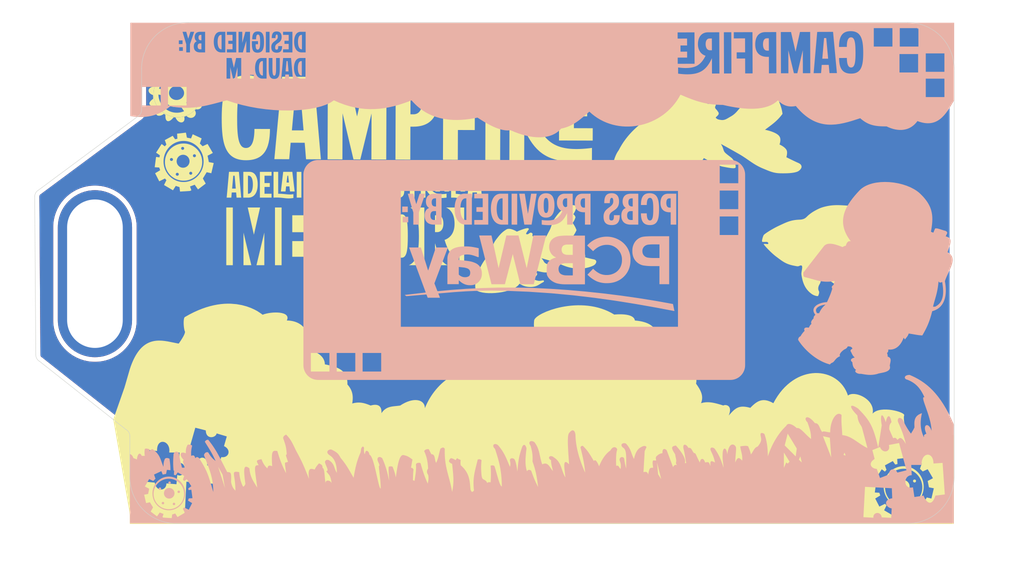
<source format=kicad_pcb>
(kicad_pcb (version 20241229) (generator "pcbnew") (generator_version "9.0")
  (layers (0 "F.Cu" signal) (2 "B.Cu" signal) (13 "F.Paste" user) (15 "B.Paste" user) (5 "F.SilkS" user "F.Silkscreen") (7 "B.SilkS" user "B.Silkscreen") (1 "F.Mask" user) (3 "B.Mask" user) (25 "Edge.Cuts" user))
  (net 0 "")
  (footprint "Taranium-libs:Lanyard hole" (layer "F.Cu") (at 169.375 65.175 90)
    (property "Reference" "REF**" (at -8.825 -6.175 90) (layer "F.SilkS") (effects (font (thickness 0.1))))
    (property "Value" "Lanyard hole")
    (pad "2" thru_hole roundrect (at -8.9 -8.6 90) (size 18 8) (drill oval 16 6) (layers "*.Cu" "F.Mask" "F.Paste") (roundrect_rratio 0.5))
  )
  (gr_poly (pts (xy 198.955408 65.210629) (xy 198.455347 65.210629) (xy 198.387876 64.66294) (xy 198.034659 64.66294) (xy 197.967192 65.210629) (xy 197.467127 65.210629) (xy 197.581118 64.246223) (xy 198.082284 64.246223) (xy 198.340254 64.246223) (xy 198.252939 63.512004) (xy 198.169596 63.512004) (xy 198.082284 64.246223) (xy 197.581118 64.246223) (xy 197.717157 63.095285) (xy 198.705378 63.095285)) (fill yes) (layer "F.SilkS"))
  (gr_poly (pts (xy 246.660199 96.667147) (xy 246.668449 96.667759) (xy 246.676581 96.668768) (xy 246.684585 96.670164) (xy 246.692449 96.671936) (xy 246.700164 96.674074) (xy 246.70772 96.676569) (xy 246.715106 96.679411) (xy 246.722311 96.682589) (xy 246.729326 96.686094) (xy 246.73614 96.689915) (xy 246.742743 96.694043) (xy 246.749125 96.698468) (xy 246.755274 96.70318) (xy 246.761182 96.708169) (xy 246.766837 96.713424) (xy 246.772229 96.718937) (xy 246.777348 96.724696) (xy 246.782184 96.730693) (xy 246.786726 96.736916) (xy 246.790964 96.743357) (xy 246.794888 96.750005) (xy 246.798487 96.75685) (xy 246.801751 96.763883) (xy 246.80467 96.771092) (xy 246.807233 96.77847) (xy 246.809429 96.786004) (xy 246.81125 96.793686) (xy 246.812684 96.801505) (xy 246.813721 96.809452) (xy 246.814351 96.817517) (xy 246.814563 96.825689) (xy 246.814351 96.833861) (xy 246.813721 96.841925) (xy 246.812684 96.849872) (xy 246.81125 96.857692) (xy 246.809429 96.865374) (xy 246.807233 96.872908) (xy 246.80467 96.880285) (xy 246.801751 96.887495) (xy 246.798487 96.894527) (xy 246.794888 96.901373) (xy 246.790964 96.908021) (xy 246.786726 96.914461) (xy 246.782184 96.920685) (xy 246.777348 96.926681) (xy 246.772229 96.932441) (xy 246.766837 96.937954) (xy 246.761182 96.943209) (xy 246.755274 96.948198) (xy 246.749125 96.95291) (xy 246.742743 96.957335) (xy 246.73614 96.961463) (xy 246.729326 96.965284) (xy 246.722311 96.968789) (xy 246.715106 96.971967) (xy 246.70772 96.974808) (xy 246.700164 96.977303) (xy 246.692449 96.979442) (xy 246.684585 96.981214) (xy 246.676581 96.982609) (xy 246.668449 96.983618) (xy 246.660199 96.984231) (xy 246.651841 96.984438) (xy 246.643483 96.984231) (xy 246.635233 96.983618) (xy 246.627101 96.982609) (xy 246.619098 96.981214) (xy 246.611234 96.979442) (xy 246.603519 96.977303) (xy 246.595963 96.974808) (xy 246.588578 96.971967) (xy 246.581373 96.968789) (xy 246.574358 96.965284) (xy 246.567544 96.961463) (xy 246.560942 96.957335) (xy 246.55456 96.95291) (xy 246.548411 96.948198) (xy 246.542504 96.943209) (xy 246.536849 96.937954) (xy 246.531457 96.932441) (xy 246.526338 96.926681) (xy 246.521503 96.920685) (xy 246.516961 96.914461) (xy 246.512723 96.908021) (xy 246.5088 96.901373) (xy 246.505201 96.894527) (xy 246.501938 96.887495) (xy 246.499019 96.880285) (xy 246.496456 96.872908) (xy 246.49426 96.865374) (xy 246.492439 96.857692) (xy 246.491005 96.849872) (xy 246.489968 96.841925) (xy 246.489338 96.833861) (xy 246.489126 96.825689) (xy 246.489338 96.817517) (xy 246.489968 96.809452) (xy 246.491005 96.801505) (xy 246.492439 96.793686) (xy 246.49426 96.786004) (xy 246.496456 96.77847) (xy 246.499019 96.771092) (xy 246.501938 96.763883) (xy 246.505201 96.75685) (xy 246.5088 96.750005) (xy 246.512723 96.743357) (xy 246.516961 96.736916) (xy 246.521503 96.730693) (xy 246.526338 96.724696) (xy 246.531457 96.718937) (xy 246.536849 96.713424) (xy 246.542504 96.708169) (xy 246.548411 96.70318) (xy 246.55456 96.698468) (xy 246.560942 96.694043) (xy 246.567544 96.689915) (xy 246.574358 96.686094) (xy 246.581373 96.682589) (xy 246.588578 96.679411) (xy 246.595963 96.676569) (xy 246.603519 96.674074) (xy 246.611234 96.671936) (xy 246.619098 96.670164) (xy 246.627101 96.668768) (xy 246.635233 96.667759) (xy 246.643483 96.667147) (xy 246.651841 96.66694)) (fill yes) (layer "F.SilkS"))
  (gr_poly (pts (xy 247.94169 96.318597) (xy 247.976946 96.321295) (xy 248.011691 96.325737) (xy 248.045882 96.33188) (xy 248.079475 96.339679) (xy 248.112425 96.349092) (xy 248.14469 96.360074) (xy 248.176226 96.372581) (xy 248.206988 96.386569) (xy 248.236934 96.401995) (xy 248.266019 96.418814) (xy 248.294199 96.436983) (xy 248.321431 96.456458) (xy 248.347671 96.477194) (xy 248.372876 96.499149) (xy 248.397001 96.522277) (xy 248.420003 96.546536) (xy 248.441838 96.571881) (xy 248.462462 96.598268) (xy 248.481832 96.625654) (xy 248.499904 96.653994) (xy 248.516634 96.683245) (xy 248.531978 96.713363) (xy 248.545893 96.744304) (xy 248.558334 96.776024) (xy 248.569259 96.808479) (xy 248.578623 96.841625) (xy 248.586382 96.875418) (xy 248.592493 96.909815) (xy 248.596913 96.944772) (xy 248.599597 96.980244) (xy 248.600501 97.016188) (xy 248.599597 97.052132) (xy 248.596913 97.087604) (xy 248.592493 97.122561) (xy 248.586382 97.156958) (xy 248.578623 97.190751) (xy 248.569259 97.223898) (xy 248.558334 97.256353) (xy 248.545893 97.288072) (xy 248.531978 97.319013) (xy 248.516634 97.349131) (xy 248.499904 97.378382) (xy 248.481832 97.406722) (xy 248.462462 97.434108) (xy 248.441838 97.460496) (xy 248.420003 97.48584) (xy 248.397001 97.510099) (xy 248.372876 97.533228) (xy 248.347671 97.555182) (xy 248.321431 97.575918) (xy 248.294199 97.595393) (xy 248.266019 97.613562) (xy 248.236934 97.630381) (xy 248.206988 97.645807) (xy 248.176226 97.659795) (xy 248.14469 97.672302) (xy 248.112425 97.683284) (xy 248.079475 97.692697) (xy 248.045882 97.700496) (xy 248.011691 97.706639) (xy 247.976946 97.711082) (xy 247.94169 97.713779) (xy 247.905967 97.714688) (xy 247.870244 97.713779) (xy 247.834988 97.711082) (xy 247.800243 97.706639) (xy 247.766053 97.700496) (xy 247.73246 97.692697) (xy 247.69951 97.683284) (xy 247.667245 97.672302) (xy 247.635709 97.659795) (xy 247.604947 97.645807) (xy 247.575002 97.630381) (xy 247.545918 97.613562) (xy 247.517738 97.595393) (xy 247.490506 97.575918) (xy 247.464266 97.555182) (xy 247.439062 97.533228) (xy 247.414937 97.510099) (xy 247.391935 97.48584) (xy 247.370101 97.460496) (xy 247.349477 97.434108) (xy 247.330107 97.406722) (xy 247.312036 97.378382) (xy 247.295306 97.349131) (xy 247.279962 97.319013) (xy 247.266048 97.288072) (xy 247.253607 97.256353) (xy 247.242682 97.223898) (xy 247.233319 97.190751) (xy 247.225559 97.156958) (xy 247.219448 97.122561) (xy 247.215029 97.087604) (xy 247.212345 97.052132) (xy 247.211441 97.016188) (xy 247.212345 96.980244) (xy 247.215029 96.944772) (xy 247.219448 96.909815) (xy 247.225559 96.875418) (xy 247.233319 96.841625) (xy 247.242682 96.808479) (xy 247.253607 96.776024) (xy 247.266048 96.744304) (xy 247.279962 96.713363) (xy 247.295306 96.683245) (xy 247.312036 96.653994) (xy 247.330107 96.625654) (xy 247.349477 96.598268) (xy 247.370101 96.571881) (xy 247.391935 96.546536) (xy 247.414937 96.522277) (xy 247.439062 96.499149) (xy 247.464266 96.477194) (xy 247.490506 96.456458) (xy 247.517738 96.436983) (xy 247.545918 96.418814) (xy 247.575002 96.401995) (xy 247.604947 96.386569) (xy 247.635709 96.372581) (xy 247.667245 96.360074) (xy 247.69951 96.349092) (xy 247.73246 96.339679) (xy 247.766053 96.33188) (xy 247.800243 96.325737) (xy 247.834988 96.321295) (xy 247.870244 96.318597) (xy 247.905967 96.317688)) (fill yes) (layer "F.SilkS"))
  (gr_poly (pts (xy 175.413793 77.308506) (xy 176.044361 77.360743) (xy 176.615316 77.46213) (xy 177.125066 77.599794) (xy 177.572018 77.760864) (xy 177.954578 77.932469) (xy 178.271153 78.101737) (xy 178.69998 78.381775) (xy 178.845754 78.498003) (xy 179.042862 78.430311) (xy 179.261387 78.372251) (xy 179.495772 78.324807) (xy 179.740459 78.288961) (xy 179.989889 78.265696) (xy 180.238506 78.255994) (xy 180.48075 78.260838) (xy 180.711066 78.28121) (xy 180.923894 78.318092) (xy 181.113677 78.372468) (xy 181.19819 78.406523) (xy 181.274857 78.445319) (xy 181.342984 78.48898) (xy 181.401876 78.537628) (xy 181.450839 78.591387) (xy 181.489177 78.650378) (xy 181.516196 78.714726) (xy 181.531201 78.784551) (xy 181.533498 78.859979) (xy 181.522392 78.94113) (xy 181.497187 79.028128) (xy 181.45719 79.121097) (xy 181.608628 79.124667) (xy 181.756236 79.13524) (xy 181.899836 79.152611) (xy 182.039248 79.176574) (xy 182.174294 79.206923) (xy 182.304796 79.243452) (xy 182.430574 79.285957) (xy 182.55145 79.334231) (xy 182.667244 79.388068) (xy 182.777779 79.447263) (xy 182.882875 79.511611) (xy 182.982353 79.580905) (xy 183.076036 79.654941) (xy 183.163743 79.733511) (xy 183.245297 79.816411) (xy 183.320519 79.903436) (xy 183.389229 79.994378) (xy 183.451249 80.089034) (xy 183.5064 80.187196) (xy 183.554504 80.28866) (xy 183.595382 80.39322) (xy 183.628854 80.500669) (xy 183.654743 80.610803) (xy 183.672869 80.723416) (xy 183.683053 80.838302) (xy 183.685118 80.955255) (xy 183.678884 81.074071) (xy 183.664172 81.194542) (xy 183.640803 81.316464) (xy 183.608599 81.439631) (xy 183.567382 81.563837) (xy 183.516971 81.688876) (xy 183.552573 81.729779) (xy 183.583558 81.768333) (xy 183.610227 81.804794) (xy 183.632882 81.839421) (xy 183.651824 81.872469) (xy 183.667356 81.904196) (xy 183.679779 81.934859) (xy 183.689394 81.964716) (xy 183.696504 81.994022) (xy 183.701409 82.023036) (xy 183.704411 82.052014) (xy 183.705812 82.081214) (xy 183.705914 82.110892) (xy 183.705018 82.141306) (xy 183.701439 82.205369) (xy 183.701439 82.205611) (xy 183.699349 82.240167) (xy 183.69746 82.276511) (xy 183.696691 82.295436) (xy 183.696092 82.314909) (xy 183.695703 82.334962) (xy 183.695565 82.355629) (xy 183.868248 82.362882) (xy 184.040071 82.384263) (xy 184.209616 82.4192) (xy 184.375462 82.467126) (xy 184.536193 82.527469) (xy 184.690389 82.59966) (xy 184.836632 82.683129) (xy 184.973504 82.777307) (xy 185.037982 82.828234) (xy 185.099585 82.881624) (xy 185.158136 82.937407) (xy 185.213458 82.99551) (xy 185.265373 83.055864) (xy 185.313704 83.118396) (xy 185.358273 83.183036) (xy 185.398904 83.249711) (xy 185.435419 83.318352) (xy 185.46764 83.388887) (xy 185.495391 83.461244) (xy 185.518494 83.535353) (xy 185.536771 83.611141) (xy 185.550046 83.688539) (xy 185.558141 83.767474) (xy 185.560879 83.847876) (xy 185.824828 83.90003) (xy 186.078707 83.956289) (xy 186.321471 84.018151) (xy 186.552073 84.087118) (xy 186.769467 84.164689) (xy 186.972606 84.252364) (xy 187.160443 84.351643) (xy 187.248297 84.406103) (xy 187.331932 84.464026) (xy 187.41122 84.5256) (xy 187.486028 84.591013) (xy 187.556225 84.660451) (xy 187.621682 84.734103) (xy 187.682267 84.812156) (xy 187.737849 84.894797) (xy 187.788298 84.982214) (xy 187.833483 85.074594) (xy 187.873273 85.172125) (xy 187.907537 85.274995) (xy 187.936144 85.38339) (xy 187.958964 85.497499) (xy 187.975865 85.617508) (xy 187.986718 85.743606) (xy 187.99139 85.875979) (xy 187.989753 86.014816) (xy 188.092562 86.134656) (xy 188.183989 86.254693) (xy 188.264462 86.375125) (xy 188.334414 86.496151) (xy 188.394272 86.617967) (xy 188.444469 86.740771) (xy 188.485433 86.864762) (xy 188.517596 86.990136) (xy 188.541387 87.117091) (xy 188.557237 87.245826) (xy 188.565576 87.376537) (xy 188.566833 87.509422) (xy 188.56144 87.644679) (xy 188.549827 87.782506) (xy 188.532423 87.9231) (xy 188.509659 88.066659) (xy 188.665366 88.026817) (xy 188.815656 87.997578) (xy 188.960783 87.978199) (xy 189.101003 87.967936) (xy 189.236572 87.966045) (xy 189.367747 87.971781) (xy 189.494781 87.9844) (xy 189.617933 88.003159) (xy 189.737457 88.027312) (xy 189.853609 88.056117) (xy 189.966644 88.088828) (xy 190.07682 88.124702) (xy 190.289613 88.20296) (xy 190.494035 88.284939) (xy 190.581309 88.262122) (xy 190.664584 88.243458) (xy 190.743933 88.228849) (xy 190.819426 88.218192) (xy 190.891134 88.211386) (xy 190.959128 88.208331) (xy 191.023481 88.208925) (xy 191.084262 88.213068) (xy 191.141544 88.220658) (xy 191.195397 88.231595) (xy 191.245893 88.245777) (xy 191.293102 88.263104) (xy 191.337097 88.283474) (xy 191.377948 88.306786) (xy 191.415726 88.33294) (xy 191.450503 88.361834) (xy 191.48235 88.393367) (xy 191.511338 88.427439) (xy 191.537539 88.463949) (xy 191.561023 88.502794) (xy 191.581862 88.543875) (xy 191.600127 88.58709) (xy 191.61589 88.632339) (xy 191.62922 88.67952) (xy 191.640191 88.728532) (xy 191.648872 88.779274) (xy 191.659652 88.885546) (xy 191.662131 88.997526) (xy 191.656877 89.114407) (xy 191.698343 89.05428) (xy 191.740416 88.997591) (xy 191.783085 88.944228) (xy 191.826339 88.894078) (xy 191.870165 88.847031) (xy 191.914554 88.802974) (xy 191.959493 88.761796) (xy 192.004971 88.723386) (xy 192.050976 88.687631) (xy 192.097499 88.65442) (xy 192.144526 88.623641) (xy 192.192047 88.595182) (xy 192.24005 88.568932) (xy 192.288524 88.54478) (xy 192.38684 88.502318) (xy 192.486904 88.466905) (xy 192.588625 88.437646) (xy 192.691912 88.413648) (xy 192.796674 88.394017) (xy 192.902821 88.37786) (xy 193.010262 88.364283) (xy 193.228662 88.341296) (xy 193.34235 88.329778) (xy 193.457013 88.317196) (xy 193.572554 88.302575) (xy 193.630624 88.294195) (xy 193.688877 88.284939) (xy 193.818357 88.200582) (xy 193.946952 88.123072) (xy 194.200637 87.988268) (xy 194.448241 87.879868) (xy 194.688072 87.797218) (xy 194.804545 87.765343) (xy 194.918439 87.739658) (xy 195.029545 87.720083) (xy 195.13765 87.706534) (xy 195.242543 87.698929) (xy 195.344012 87.697186) (xy 195.441847 87.701224) (xy 195.535835 87.71096) (xy 195.625765 87.726312) (xy 195.711426 87.747197) (xy 195.792606 87.773534) (xy 195.869094 87.805241) (xy 195.940678 87.842236) (xy 196.007147 87.884435) (xy 196.068289 87.931758) (xy 196.123893 87.984122) (xy 196.173747 88.041445) (xy 196.21764 88.103645) (xy 196.25536 88.17064) (xy 196.286697 88.242347) (xy 196.311438 88.318685) (xy 196.329372 88.399571) (xy 196.340287 88.484923) (xy 196.343973 88.57466) (xy 196.457013 88.300938) (xy 196.581363 88.033021) (xy 196.716331 87.771434) (xy 196.861227 87.516701) (xy 197.015362 87.269348) (xy 197.178043 87.029902) (xy 197.348582 86.798887) (xy 197.526287 86.576828) (xy 197.710469 86.364251) (xy 197.900437 86.161681) (xy 198.0955 85.969645) (xy 198.294969 85.788666) (xy 198.498152 85.619271) (xy 198.70436 85.461985) (xy 198.912902 85.317334) (xy 199.123088 85.185842) (xy 199.334228 85.068036) (xy 199.54563 84.96444) (xy 199.756605 84.87558) (xy 199.966463 84.801982) (xy 200.174513 84.74417) (xy 200.380064 84.702671) (xy 200.582426 84.678009) (xy 200.780909 84.670711) (xy 200.974823 84.681301) (xy 201.163477 84.710304) (xy 201.346181 84.758248) (xy 201.522244 84.825655) (xy 201.690977 84.913053) (xy 201.851688 85.020966) (xy 202.003687 85.149921) (xy 202.146285 85.300441) (xy 202.237806 84.807791) (xy 202.352721 84.326315) (xy 202.492658 83.861698) (xy 202.659245 83.419626) (xy 202.854109 83.005785) (xy 202.962654 82.811227) (xy 203.078878 82.62586) (xy 203.202986 82.450393) (xy 203.33518 82.285538) (xy 203.475665 82.132004) (xy 203.624643 81.990503) (xy 203.782319 81.861746) (xy 203.948895 81.746443) (xy 204.124575 81.645304) (xy 204.309562 81.559041) (xy 204.504061 81.488364) (xy 204.708274 81.433985) (xy 204.922406 81.396612) (xy 205.146658 81.376959) (xy 205.381236 81.375734) (xy 205.626342 81.393649) (xy 205.88218 81.431415) (xy 206.148953 81.489742) (xy 206.426865 81.569341) (xy 206.71612 81.670922) (xy 207.01692 81.795197) (xy 207.329469 81.942876) (xy 207.347965 81.855047) (xy 207.369632 81.769388) (xy 207.394187 81.685866) (xy 207.421351 81.604447) (xy 207.450843 81.525098) (xy 207.482382 81.447787) (xy 207.515688 81.372481) (xy 207.550478 81.299146) (xy 207.623392 81.158259) (xy 207.698878 81.024862) (xy 207.77469 80.89869) (xy 207.848581 80.779479) (xy 207.942153 80.627666) (xy 207.984244 80.556224) (xy 208.022255 80.487647) (xy 208.039508 80.454406) (xy 208.055474 80.421849) (xy 208.070064 80.389966) (xy 208.083188 80.358746) (xy 208.094758 80.328178) (xy 208.104684 80.298253) (xy 208.112878 80.268958) (xy 208.119251 80.240285) (xy 208.12465 80.210495) (xy 208.129096 80.182625) (xy 208.132648 80.156502) (xy 208.13536 80.131953) (xy 208.13729 80.108806) (xy 208.138493 80.086887) (xy 208.139026 80.066024) (xy 208.138946 80.046044) (xy 208.138309 80.026773) (xy 208.13717 80.008039) (xy 208.133617 79.97149) (xy 208.128738 79.935013) (xy 208.122982 79.897226) (xy 208.115119 79.845195) (xy 208.107509 79.785979) (xy 208.10409 79.75279) (xy 208.101082 79.716742) (xy 208.098603 79.677481) (xy 208.096768 79.634652) (xy 208.095695 79.587902) (xy 208.095498 79.536876) (xy 208.096295 79.481221) (xy 208.098201 79.420581) (xy 208.101334 79.354602) (xy 208.105809 79.282932) (xy 208.111742 79.205215) (xy 208.119251 79.121097) (xy 208.14095 79.039651) (xy 208.190382 78.952244) (xy 208.266377 78.85987) (xy 208.367763 78.763521) (xy 208.493368 78.66419) (xy 208.642022 78.562869) (xy 208.812552 78.460551) (xy 209.003787 78.358228) (xy 209.443686 78.157541) (xy 209.952349 77.968748) (xy 210.520404 77.799791) (xy 210.823774 77.725233) (xy 211.138478 77.658612) (xy 211.463345 77.60092) (xy 211.797202 77.553151) (xy 212.138878 77.516297) (xy 212.487202 77.491351) (xy 212.841003 77.479305) (xy 213.199109 77.481152) (xy 213.560348 77.497885) (xy 213.923549 77.530496) (xy 214.287541 77.579978) (xy 214.651152 77.647324) (xy 215.013211 77.733526) (xy 215.372546 77.839578) (xy 215.727986 77.966471) (xy 216.07836 78.115199) (xy 216.422495 78.286753) (xy 216.759222 78.482128) (xy 216.849855 78.473104) (xy 217.089453 78.45694) (xy 217.250194 78.451264) (xy 217.430273 78.449904) (xy 217.623721 78.454893) (xy 217.824572 78.468266) (xy 218.026857 78.492057) (xy 218.224609 78.528297) (xy 218.31992 78.551723) (xy 218.411859 78.579023) (xy 218.499681 78.610453) (xy 218.58264 78.646266) (xy 218.65999 78.686718) (xy 218.730985 78.732062) (xy 218.794878 78.782552) (xy 218.850924 78.838443) (xy 218.898378 78.899988) (xy 218.936492 78.967443) (xy 218.964521 79.041061) (xy 218.981719 79.121097) (xy 219.226878 79.145236) (xy 219.455045 79.17687) (xy 219.6668 79.215587) (xy 219.862721 79.260977) (xy 220.043388 79.312629) (xy 220.209382 79.370132) (xy 220.36128 79.433075) (xy 220.499665 79.501047) (xy 220.625113 79.573638) (xy 220.738207 79.650437) (xy 220.839524 79.731032) (xy 220.929644 79.815014) (xy 221.009148 79.901971) (xy 221.078615 79.991492) (xy 221.138623 80.083167) (xy 221.189754 80.176585) (xy 221.232586 80.271335) (xy 221.267698 80.367006) (xy 221.295672 80.463188) (xy 221.317086 80.559469) (xy 221.342552 80.750686) (xy 221.348734 80.937372) (xy 221.340268 81.11624) (xy 221.321792 81.284003) (xy 221.273354 81.573069) (xy 221.273317 81.573267) (xy 221.273298 81.573366) (xy 221.273287 81.573415) (xy 221.273277 81.573465) (xy 221.261698 81.636252) (xy 221.256523 81.665353) (xy 221.251846 81.692846) (xy 221.237219 81.795777) (xy 221.228591 81.887687) (xy 221.225266 81.969178) (xy 221.226544 82.040856) (xy 221.23173 82.103325) (xy 221.240124 82.15719) (xy 221.251031 82.203056) (xy 221.263751 82.241526) (xy 221.277587 82.273207) (xy 221.291842 82.298702) (xy 221.305818 82.318615) (xy 221.318817 82.333552) (xy 221.339094 82.350916) (xy 221.347094 82.355629) (xy 221.430726 82.346644) (xy 221.513439 82.342677) (xy 221.595218 82.343607) (xy 221.676051 82.349311) (xy 221.755925 82.35967) (xy 221.834826 82.37456) (xy 221.912742 82.393862) (xy 221.98966 82.417454) (xy 222.065566 82.445214) (xy 222.140447 82.477021) (xy 222.214291 82.512753) (xy 222.287083 82.55229) (xy 222.358812 82.59551) (xy 222.429464 82.642291) (xy 222.499026 82.692513) (xy 222.567485 82.746053) (xy 222.701041 82.862605) (xy 222.830027 82.990976) (xy 222.954339 83.130195) (xy 223.073872 83.279292) (xy 223.188522 83.437295) (xy 223.298184 83.603233) (xy 223.402753 83.776136) (xy 223.502124 83.955033) (xy 223.710961 83.975397) (xy 223.920611 84.01227) (xy 224.128633 84.06505) (xy 224.332586 84.133131) (xy 224.530028 84.215909) (xy 224.718516 84.312779) (xy 224.89561 84.423137) (xy 224.979121 84.483184) (xy 225.058868 84.546377) (xy 225.134545 84.612639) (xy 225.205847 84.681896) (xy 225.27247 84.754071) (xy 225.334107 84.829088) (xy 225.390454 84.906873) (xy 225.441206 84.98735) (xy 225.486056 85.070443) (xy 225.524701 85.156076) (xy 225.556834 85.244175) (xy 225.582151 85.334662) (xy 225.600347 85.427464) (xy 225.611115 85.522504) (xy 225.614151 85.619706) (xy 225.609151 85.718996) (xy 225.595807 85.820297) (xy 225.573816 85.923534) (xy 225.738302 86.163527) (xy 225.817254 86.284236) (xy 225.892556 86.405799) (xy 225.963113 86.528502) (xy 226.027833 86.652629) (xy 226.085624 86.778465) (xy 226.135392 86.906296) (xy 226.176044 87.036405) (xy 226.19261 87.102403) (xy 226.206487 87.169078) (xy 226.217539 87.236465) (xy 226.225629 87.3046) (xy 226.23062 87.373518) (xy 226.232376 87.443255) (xy 226.23076 87.513847) (xy 226.225636 87.585329) (xy 226.216866 87.657736) (xy 226.204315 87.731106) (xy 226.187845 87.805472) (xy 226.16732 87.880871) (xy 226.142604 87.957338) (xy 226.11356 88.034909) (xy 226.248747 87.996992) (xy 226.383753 87.967843) (xy 226.519051 87.947111) (xy 226.65511 87.934449) (xy 226.792401 87.929508) (xy 226.931396 87.931938) (xy 227.072565 87.941391) (xy 227.216379 87.957517) (xy 227.36331 87.979969) (xy 227.513827 88.008398) (xy 227.668402 88.042454) (xy 227.827506 88.081789) (xy 227.99161 88.126054) (xy 228.161184 88.174899) (xy 228.518628 88.284939) (xy 228.535271 88.273517) (xy 228.555918 88.263184) (xy 228.580178 88.254123) (xy 228.60766 88.246516) (xy 228.637973 88.240545) (xy 228.670727 88.236394) (xy 228.70553 88.234243) (xy 228.741992 88.234277) (xy 228.77972 88.236676) (xy 228.818326 88.241624) (xy 228.857416 88.249303) (xy 228.896602 88.259896) (xy 228.93549 88.273584) (xy 228.973692 88.29055) (xy 229.010815 88.310976) (xy 229.046468 88.335046) (xy 229.080261 88.362941) (xy 229.111803 88.394844) (xy 229.140703 88.430937) (xy 229.166569 88.471402) (xy 229.189012 88.516423) (xy 229.207639 88.56618) (xy 229.22206 88.620858) (xy 229.231883 88.680638) (xy 229.236719 88.745702) (xy 229.236176 88.816233) (xy 229.229862 88.892414) (xy 229.217388 88.974426) (xy 229.198362 89.062453) (xy 229.172393 89.156676) (xy 229.13909 89.257278) (xy 229.098062 89.364441) (xy 229.229872 89.214727) (xy 229.355566 89.076815) (xy 229.476842 88.950971) (xy 229.595397 88.837464) (xy 229.654185 88.785421) (xy 229.712929 88.736561) (xy 229.771842 88.69092) (xy 229.831135 88.64853) (xy 229.891021 88.609424) (xy 229.951713 88.573637) (xy 230.013422 88.541201) (xy 230.076361 88.51215) (xy 230.140741 88.486518) (xy 230.206775 88.464337) (xy 230.274676 88.445642) (xy 230.344654 88.430465) (xy 230.416924 88.418841) (xy 230.491696 88.410802) (xy 230.569183 88.406382) (xy 230.649597 88.405614) (xy 230.73315 88.408532) (xy 230.820055 88.415169) (xy 230.910524 88.42556) (xy 231.004769 88.439736) (xy 231.103001 88.457731) (xy 231.205434 88.47958) (xy 231.31228 88.505315) (xy 231.42375 88.53497) (xy 231.562314 88.394101) (xy 231.698819 88.263778) (xy 231.834185 88.144873) (xy 231.96933 88.038257) (xy 232.037106 87.989831) (xy 232.105172 87.944804) (xy 232.173642 87.903285) (xy 232.242631 87.865384) (xy 232.312253 87.83121) (xy 232.382624 87.800871) (xy 232.453858 87.774476) (xy 232.526071 87.752135) (xy 232.599376 87.733957) (xy 232.67389 87.72005) (xy 232.749725 87.710524) (xy 232.826999 87.705487) (xy 232.905824 87.705049) (xy 232.986317 87.709318) (xy 233.068591 87.718404) (xy 233.152762 87.732415) (xy 233.238945 87.751462) (xy 233.327254 87.775651) (xy 233.417804 87.805093) (xy 233.51071 87.839897) (xy 233.606087 87.880172) (xy 233.70405 87.926026) (xy 233.804713 87.977568) (xy 233.908191 88.034909) (xy 234.129873 87.634961) (xy 234.364793 87.263083) (xy 234.61182 86.918882) (xy 234.869822 86.601965) (xy 235.137666 86.311939) (xy 235.414221 86.048411) (xy 235.698353 85.810987) (xy 235.988931 85.599275) (xy 236.284823 85.41288) (xy 236.584897 85.251411) (xy 236.888019 85.114474) (xy 237.193059 85.001675) (xy 237.498883 84.912622) (xy 237.80436 84.846922) (xy 238.108357 84.804181) (xy 238.409743 84.784006) (xy 238.707385 84.786004) (xy 239.00015 84.809783) (xy 239.286908 84.854948) (xy 239.566524 84.921106) (xy 239.837868 85.007865) (xy 240.099807 85.114831) (xy 240.351209 85.241612) (xy 240.590942 85.387814) (xy 240.817873 85.553043) (xy 241.03087 85.736907) (xy 241.228801 85.939013) (xy 241.410534 86.158968) (xy 241.574937 86.396377) (xy 241.720878 86.650849) (xy 241.847223 86.92199) (xy 241.952842 87.209407) (xy 242.022478 87.158926) (xy 242.100647 87.11749) (xy 242.186584 87.084915) (xy 242.279521 87.061014) (xy 242.378689 87.0456) (xy 242.483322 87.038488) (xy 242.592653 87.039492) (xy 242.705914 87.048425) (xy 242.822337 87.065103) (xy 242.941155 87.089338) (xy 243.061601 87.120944) (xy 243.182908 87.159736) (xy 243.304307 87.205528) (xy 243.425032 87.258134) (xy 243.544316 87.317366) (xy 243.66139 87.38304) (xy 243.775488 87.45497) (xy 243.885841 87.532969) (xy 243.991684 87.616852) (xy 244.092247 87.706431) (xy 244.186765 87.801522) (xy 244.274469 87.901939) (xy 244.354592 88.007494) (xy 244.426367 88.118003) (xy 244.489026 88.233279) (xy 244.541801 88.353136) (xy 244.583927 88.477388) (xy 244.614634 88.605849) (xy 244.633156 88.738333) (xy 244.638726 88.874654) (xy 244.630575 89.014626) (xy 244.607937 89.158063) (xy 244.68913 89.075889) (xy 244.781039 89.00324) (xy 244.882756 88.939735) (xy 244.993371 88.884995) (xy 245.111974 88.838638) (xy 245.237655 88.800284) (xy 245.369504 88.769551) (xy 245.506611 88.746059) (xy 245.792962 88.719274) (xy 246.089428 88.716883) (xy 246.388732 88.735839) (xy 246.683594 88.773097) (xy 246.966735 88.825609) (xy 247.230878 88.89033) (xy 247.468743 88.964213) (xy 247.673053 89.044212) (xy 247.836528 89.127281) (xy 247.900678 89.169015) (xy 247.951889 89.210373) (xy 247.989253 89.250976) (xy 248.011859 89.290442) (xy 248.018797 89.328391) (xy 248.009158 89.364441) (xy 247.993558 89.408066) (xy 247.983098 89.468136) (xy 247.976856 89.632473) (xy 247.988951 89.84718) (xy 248.0179 90.101982) (xy 248.062219 90.386606) (xy 248.120428 90.690777) (xy 248.191042 91.004223) (xy 248.272581 91.316668) (xy 248.363561 91.61784) (xy 248.4625 91.897464) (xy 248.567915 92.145267) (xy 248.678324 92.350974) (xy 248.734938 92.434832) (xy 248.792245 92.504313) (xy 248.850059 92.558134) (xy 248.908195 92.595009) (xy 248.966467 92.613656) (xy 249.024691 92.612789) (xy 249.082681 92.591124) (xy 249.140252 92.547378) (xy 249.401512 92.304228) (xy 249.654284 92.085681) (xy 249.89858 91.89063) (xy 250.134414 91.717969) (xy 250.361798 91.566591) (xy 250.580746 91.435388) (xy 250.79127 91.323255) (xy 250.993384 91.229083) (xy 251.187101 91.151767) (xy 251.372434 91.090199) (xy 251.549396 91.043272) (xy 251.718 91.009881) (xy 251.878259 90.988917) (xy 252.030186 90.979274) (xy 252.173795 90.979845) (xy 252.309098 90.989524) (xy 252.55484 91.031775) (xy 252.767516 91.097174) (xy 252.947231 91.176865) (xy 253.094091 91.261993) (xy 253.208199 91.343703) (xy 253.28966 91.413142) (xy 253.355061 91.479782) (xy 253.355061 101.056377) (xy 164.53841 101.056377) (xy 164.53841 100.163409) (xy 170.451848 100.163409) (xy 173.995941 100.401534) (xy 174.013551 100.282471) (xy 178.274253 100.282471) (xy 180.258628 100.282471) (xy 181.092065 100.282471) (xy 183.076441 100.282471) (xy 183.909879 100.282471) (xy 185.894253 100.282471) (xy 185.894253 98.290159) (xy 183.909879 98.290159) (xy 183.909879 100.282471) (xy 183.076441 100.282471) (xy 183.076441 98.290159) (xy 181.092065 98.290159) (xy 181.092065 100.282471) (xy 180.258628 100.282471) (xy 180.258628 98.290159) (xy 178.274253 98.290159) (xy 178.274253 100.282471) (xy 174.013551 100.282471) (xy 174.178503 99.167253) (xy 174.139635 99.159004) (xy 174.097125 99.146332) (xy 174.003724 99.108721) (xy 173.903393 99.056425) (xy 173.801224 98.991449) (xy 173.702312 98.915799) (xy 173.655668 98.874599) (xy 173.611748 98.831482) (xy 173.571188 98.786699) (xy 173.534624 98.740502) (xy 173.502695 98.69314) (xy 173.476035 98.644865) (xy 173.455282 98.595927) (xy 173.441072 98.546577) (xy 173.434042 98.497066) (xy 173.434828 98.447644) (xy 173.444067 98.398563) (xy 173.462396 98.350072) (xy 173.490451 98.302422) (xy 173.528869 98.255865) (xy 173.578286 98.210651) (xy 173.639339 98.16703) (xy 173.712664 98.125254) (xy 173.798899 98.085573) (xy 173.898679 98.048237) (xy 174.012641 98.013498) (xy 174.141423 97.981607) (xy 174.285659 97.952813) (xy 174.285659 97.663096) (xy 244.846062 97.663096) (xy 245.334222 97.690877) (xy 245.433435 97.984563) (xy 244.889722 98.31) (xy 245.334222 99.179158) (xy 245.949375 98.877532) (xy 246.108128 99.056126) (xy 245.850154 99.580002) (xy 246.814563 100.147533) (xy 247.116189 99.675253) (xy 247.517029 99.806221) (xy 247.57656 100.286441) (xy 248.652093 100.21897) (xy 248.798936 100.147533) (xy 248.652093 99.734784) (xy 249.160093 99.548251) (xy 249.513311 100.056252) (xy 250.346748 99.425219) (xy 250.03719 98.877532) (xy 250.449939 98.198877) (xy 250.95 98.31) (xy 251.207967 97.206691) (xy 250.684095 97.10747) (xy 250.545191 96.420876) (xy 251.112715 96.123219) (xy 250.545191 95.150878) (xy 250.00941 95.396939) (xy 249.711753 95.103252) (xy 249.906219 94.555566) (xy 248.941809 94.107096) (xy 248.763216 94.555566) (xy 248.318716 94.47222) (xy 248.211563 93.932472) (xy 247.259063 94.043595) (xy 247.290813 94.591282) (xy 247.044749 94.646847) (xy 246.786783 94.273785) (xy 245.933496 94.738125) (xy 246.104158 95.214375) (xy 245.933496 95.408844) (xy 245.592188 95.158814) (xy 244.992906 96.091469) (xy 245.401685 96.373253) (xy 245.362002 96.599469) (xy 244.992906 96.551847) (xy 244.846062 97.663096) (xy 174.285659 97.663096) (xy 174.285659 96.770127) (xy 173.039472 96.682815) (xy 173.02111 96.760364) (xy 172.99894 96.831607) (xy 172.973223 96.896658) (xy 172.944222 96.955628) (xy 172.912198 97.00863) (xy 172.877412 97.055778) (xy 172.840127 97.097183) (xy 172.800603 97.132958) (xy 172.759103 97.163216) (xy 172.715887 97.18807) (xy 172.671219 97.207632) (xy 172.625358 97.222015) (xy 172.578567 97.231331) (xy 172.531108 97.235693) (xy 172.483242 97.235214) (xy 172.43523 97.230007) (xy 172.387335 97.220183) (xy 172.339817 97.205856) (xy 172.292939 97.187138) (xy 172.246963 97.164143) (xy 172.202148 97.136982) (xy 172.158759 97.105767) (xy 172.117055 97.070613) (xy 172.077298 97.031632) (xy 172.039751 96.988935) (xy 172.004675 96.942636) (xy 171.972331 96.892848) (xy 171.942981 96.839682) (xy 171.916887 96.783252) (xy 171.89431 96.723671) (xy 171.875511 96.66105) (xy 171.860754 96.595503) (xy 170.630441 96.496282) (xy 170.630441 96.595503) (xy 170.451848 100.163409) (xy 164.53841 100.163409) (xy 164.53841 96.496282) (xy 166.205285 96.496282) (xy 167.225254 96.595503) (xy 167.241422 96.68823) (xy 167.262884 96.774467) (xy 167.289257 96.854283) (xy 167.320163 96.927746) (xy 167.355219 96.994925) (xy 167.394046 97.055887) (xy 167.436262 97.110702) (xy 167.481486 97.159437) (xy 167.529339 97.202161) (xy 167.579438 97.238942) (xy 167.631403 97.269848) (xy 167.684854 97.294948) (xy 167.739409 97.31431) (xy 167.794688 97.328002) (xy 167.85031 97.336093) (xy 167.905895 97.338651) (xy 167.96106 97.335743) (xy 168.015427 97.32744) (xy 168.068613 97.313808) (xy 168.120238 97.294917) (xy 168.169922 97.270834) (xy 168.217283 97.241627) (xy 168.26194 97.207366) (xy 168.303514 97.168118) (xy 168.341623 97.123952) (xy 168.375885 97.074936) (xy 168.405922 97.021138) (xy 168.431351 96.962627) (xy 168.451792 96.899471) (xy 168.466864 96.831738) (xy 168.476187 96.759497) (xy 168.479379 96.682815) (xy 169.562848 96.770127) (xy 169.65016 95.754126) (xy 169.721804 95.791269) (xy 169.791473 95.816118) (xy 169.85894 95.829402) (xy 169.923973 95.83185) (xy 169.986344 95.824192) (xy 170.045822 95.807155) (xy 170.102179 95.78147) (xy 170.155184 95.747863) (xy 170.204607 95.707066) (xy 170.25022 95.659806) (xy 170.291793 95.606812) (xy 170.329095 95.548814) (xy 170.361898 95.486539) (xy 170.389972 95.420718) (xy 170.413086 95.352078) (xy 170.431012 95.281349) (xy 170.443519 95.20926) (xy 170.450379 95.136539) (xy 170.451361 95.063916) (xy 170.446236 94.992119) (xy 170.434774 94.921877) (xy 170.416745 94.853919) (xy 170.39192 94.788974) (xy 170.36007 94.727771) (xy 170.320965 94.671038) (xy 170.274374 94.619505) (xy 170.220069 94.5739) (xy 170.157819 94.534953) (xy 170.087396 94.503392) (xy 170.008568 94.479946) (xy 169.921108 94.465343) (xy 169.824785 94.460314) (xy 169.851272 94.071376) (xy 170.630441 94.071376) (xy 171.721848 94.384908) (xy 171.782189 94.293703) (xy 171.842556 94.213285) (xy 171.902785 94.143231) (xy 171.962717 94.083119) (xy 172.022189 94.032527) (xy 172.081041 93.991033) (xy 172.139111 93.958214) (xy 172.196237 93.933648) (xy 172.252259 93.916913) (xy 172.307015 93.907586) (xy 172.360344 93.905246) (xy 172.412084 93.909471) (xy 172.462075 93.919837) (xy 172.510154 93.935924) (xy 172.556161 93.957308) (xy 172.599933 93.983567) (xy 172.641311 94.01428) (xy 172.680132 94.049023) (xy 172.716235 94.087376) (xy 172.749459 94.128915) (xy 172.779642 94.173218) (xy 172.806624 94.219863) (xy 172.830243 94.268429) (xy 172.850336 94.318492) (xy 172.866745 94.369631) (xy 172.879306 94.421423) (xy 172.887858 94.473446) (xy 172.892241 94.525278) (xy 172.892292 94.576496) (xy 172.887852 94.62668) (xy 172.878757 94.675405) (xy 172.864847 94.72225) (xy 173.995941 95.011971) (xy 174.396785 93.845157) (xy 174.473264 93.853647) (xy 174.546367 93.856248) (xy 174.615996 93.853255) (xy 174.682055 93.844963) (xy 174.744445 93.831669) (xy 174.803069 93.813668) (xy 174.85783 93.791256) (xy 174.90863 93.764728) (xy 174.955373 93.734381) (xy 174.99796 93.70051) (xy 175.036294 93.663412) (xy 175.070279 93.623381) (xy 175.099816 93.580713) (xy 175.124809 93.535705) (xy 175.145159 93.488652) (xy 175.16077 93.439849) (xy 175.171543 93.389594) (xy 175.177383 93.33818) (xy 175.178191 93.285905) (xy 175.17387 93.233064) (xy 175.164322 93.179952) (xy 175.14945 93.126866) (xy 175.129158 93.074101) (xy 175.103347 93.021953) (xy 175.07192 92.970718) (xy 175.034779 92.920691) (xy 174.991828 92.872168) (xy 174.942969 92.825446) (xy 174.888104 92.780819) (xy 174.827137 92.738584) (xy 174.759969 92.699036) (xy 174.686504 92.662471) (xy 174.988129 91.618689) (xy 173.892754 91.293252) (xy 173.882772 91.338512) (xy 173.867223 91.381903) (xy 173.846493 91.423255) (xy 173.820967 91.462397) (xy 173.791032 91.499158) (xy 173.757073 91.533368) (xy 173.719476 91.564856) (xy 173.678627 91.593451) (xy 173.634912 91.618982) (xy 173.588717 91.641278) (xy 173.540427 91.66017) (xy 173.490429 91.675485) (xy 173.439109 91.687053) (xy 173.386851 91.694703) (xy 173.334043 91.698265) (xy 173.28107 91.697568) (xy 173.228318 91.692441) (xy 173.176173 91.682714) (xy 173.12502 91.668214) (xy 173.075246 91.648773) (xy 173.027236 91.624218) (xy 172.981376 91.59438) (xy 172.938053 91.559087) (xy 172.897652 91.518169) (xy 172.860559 91.471454) (xy 172.827159 91.418773) (xy 172.797839 91.359953) (xy 172.772985 91.294826) (xy 172.752982 91.223219) (xy 172.738217 91.144962) (xy 172.729075 91.059885) (xy 172.725942 90.967815) (xy 171.594848 90.678095) (xy 170.630441 94.071376) (xy 169.851272 94.071376) (xy 169.900192 93.353031) (xy 168.781004 93.353031) (xy 168.794853 93.232661) (xy 168.798867 93.117977) (xy 168.793679 93.009155) (xy 168.779919 92.90637) (xy 168.758217 92.809796) (xy 168.729205 92.719609) (xy 168.693513 92.635984) (xy 168.651772 92.559097) (xy 168.604612 92.489122) (xy 168.552665 92.426234) (xy 168.496562 92.370609) (xy 168.436932 92.322422) (xy 168.374407 92.281847) (xy 168.309618 92.249061) (xy 168.243195 92.224238) (xy 168.17577 92.207553) (xy 168.107972 92.199181) (xy 168.040433 92.199299) (xy 167.973784 92.208079) (xy 167.908654 92.225699) (xy 167.845676 92.252332) (xy 167.78548 92.288155) (xy 167.728696 92.333342) (xy 167.675955 92.388069) (xy 167.627889 92.452509) (xy 167.585127 92.52684) (xy 167.548302 92.611235) (xy 167.518042 92.70587) (xy 167.49498 92.810921) (xy 167.479746 92.926561) (xy 167.472971 93.052967) (xy 167.475285 93.190313) (xy 166.459286 93.07919) (xy 166.205285 96.496282) (xy 164.53841 96.496282) (xy 164.53841 86.681565) (xy 163.990723 86.241032) (xy 164.53841 84.347941) (xy 164.650182 84.022691) (xy 164.766269 83.720142) (xy 164.886462 83.439547) (xy 165.010549 83.18016) (xy 165.138321 82.941232) (xy 165.269567 82.722016) (xy 165.404076 82.521765) (xy 165.541639 82.339731) (xy 165.682045 82.175168) (xy 165.825082 82.027328) (xy 165.970542 81.895464) (xy 166.118213 81.778828) (xy 166.267885 81.676673) (xy 166.419348 81.588253) (xy 166.57239 81.512818) (xy 166.726803 81.449623) (xy 166.882375 81.397919) (xy 167.038895 81.35696) (xy 167.196154 81.325999) (xy 167.353941 81.304287) (xy 167.512046 81.291078) (xy 167.670257 81.285624) (xy 167.98616 81.294993) (xy 168.299967 81.326416) (xy 168.609993 81.373914) (xy 169.21197 81.493221) (xy 169.514278 81.555825) (xy 169.661187 81.584212) (xy 169.804941 81.609503) (xy 169.926805 81.436429) (xy 170.048969 81.253921) (xy 170.116561 81.148542) (xy 170.185142 81.037508) (xy 170.252197 80.923636) (xy 170.315213 80.809746) (xy 170.371677 80.698659) (xy 170.419074 80.593194) (xy 170.454891 80.49617) (xy 170.467671 80.451704) (xy 170.476614 80.410406) (xy 170.481404 80.372629) (xy 170.481729 80.338723) (xy 170.477273 80.309043) (xy 170.467723 80.283941) (xy 170.443962 80.228166) (xy 170.421726 80.153552) (xy 170.401365 80.062986) (xy 170.383232 79.959357) (xy 170.367681 79.845553) (xy 170.355062 79.72446) (xy 170.345729 79.598968) (xy 170.340034 79.471964) (xy 170.338329 79.346335) (xy 170.340967 79.22497) (xy 170.3483 79.110756) (xy 170.36068 79.006582) (xy 170.37846 78.915335) (xy 170.401993 78.839902) (xy 170.416026 78.809019) (xy 170.431629 78.783173) (xy 170.448847 78.762724) (xy 170.467723 78.748034) (xy 170.951276 78.47495) (xy 171.422515 78.23507) (xy 171.88124 78.026784) (xy 172.327253 77.848485) (xy 172.760353 77.698562) (xy 173.180342 77.575408) (xy 173.587021 77.477412) (xy 173.98019 77.402967) (xy 174.359652 77.350462) (xy 174.725205 77.31829) (xy 175.076652 77.304841)) (fill yes) (layer "F.SilkS"))
  (gr_poly (pts (xy 249.136701 96.262333) (xy 249.144951 96.262946) (xy 249.153083 96.263955) (xy 249.161086 96.265351) (xy 249.168951 96.267123) (xy 249.176666 96.269261) (xy 249.184221 96.271756) (xy 249.191607 96.274597) (xy 249.198812 96.277776) (xy 249.205827 96.28128) (xy 249.212642 96.285102) (xy 249.219244 96.28923) (xy 249.225626 96.293655) (xy 249.231776 96.298367) (xy 249.237683 96.303355) (xy 249.243338 96.308611) (xy 249.248731 96.314123) (xy 249.25385 96.319883) (xy 249.258686 96.325879) (xy 249.263228 96.332103) (xy 249.267466 96.338544) (xy 249.27139 96.345192) (xy 249.274989 96.352037) (xy 249.278252 96.359069) (xy 249.281171 96.366279) (xy 249.283734 96.373656) (xy 249.285931 96.381191) (xy 249.287752 96.388873) (xy 249.289186 96.396692) (xy 249.290223 96.404639) (xy 249.290853 96.412703) (xy 249.291065 96.420876) (xy 249.290853 96.429048) (xy 249.290223 96.437112) (xy 249.289186 96.445059) (xy 249.287752 96.452879) (xy 249.285931 96.460561) (xy 249.283734 96.468095) (xy 249.281171 96.475472) (xy 249.278252 96.482682) (xy 249.274989 96.489715) (xy 249.27139 96.49656) (xy 249.267466 96.503208) (xy 249.263228 96.509649) (xy 249.258686 96.515873) (xy 249.25385 96.52187) (xy 249.248731 96.527629) (xy 249.243338 96.533142) (xy 249.237683 96.538398) (xy 249.231776 96.543387) (xy 249.225626 96.548099) (xy 249.219244 96.552524) (xy 249.212642 96.556652) (xy 249.205827 96.560474) (xy 249.198812 96.563979) (xy 249.191607 96.567157) (xy 249.184221 96.569998) (xy 249.176666 96.572494) (xy 249.168951 96.574632) (xy 249.161086 96.576404) (xy 249.153083 96.5778) (xy 249.144951 96.578809) (xy 249.136701 96.579422) (xy 249.128343 96.579628) (xy 249.119984 96.579422) (xy 249.111734 96.578809) (xy 249.103603 96.5778) (xy 249.095599 96.576404) (xy 249.087735 96.574632) (xy 249.08002 96.572494) (xy 249.072465 96.569998) (xy 249.065079 96.567157) (xy 249.057874 96.563979) (xy 249.05086 96.560474) (xy 249.044046 96.556652) (xy 249.037443 96.552524) (xy 249.031062 96.548099) (xy 249.024913 96.543387) (xy 249.019005 96.538398) (xy 249.013351 96.533142) (xy 249.007959 96.527629) (xy 249.00284 96.52187) (xy 248.998004 96.515873) (xy 248.993462 96.509649) (xy 248.989225 96.503208) (xy 248.985301 96.49656) (xy 248.981703 96.489715) (xy 248.978439 96.482682) (xy 248.975521 96.475472) (xy 248.972958 96.468095) (xy 248.970761 96.460561) (xy 248.968941 96.452879) (xy 248.967507 96.445059) (xy 248.96647 96.437112) (xy 248.96584 96.429048) (xy 248.965628 96.420876) (xy 248.96584 96.412703) (xy 248.96647 96.404639) (xy 248.967507 96.396692) (xy 248.968941 96.388873) (xy 248.970761 96.381191) (xy 248.972958 96.373656) (xy 248.975521 96.366279) (xy 248.978439 96.359069) (xy 248.981703 96.352037) (xy 248.985301 96.345192) (xy 248.989225 96.338544) (xy 248.993462 96.332103) (xy 248.998004 96.325879) (xy 249.00284 96.319883) (xy 249.007959 96.314123) (xy 249.013351 96.308611) (xy 249.019005 96.303355) (xy 249.024913 96.298367) (xy 249.031062 96.293655) (xy 249.037443 96.28923) (xy 249.044046 96.285102) (xy 249.05086 96.28128) (xy 249.057874 96.277776) (xy 249.065079 96.274597) (xy 249.072465 96.271756) (xy 249.08002 96.269261) (xy 249.087735 96.267123) (xy 249.095599 96.265351) (xy 249.103603 96.263955) (xy 249.111734 96.262946) (xy 249.119984 96.262333) (xy 249.128343 96.262127)) (fill yes) (layer "F.SilkS"))
  (gr_poly (pts (xy 184.092281 63.099254) (xy 184.14101 63.10549) (xy 184.188226 63.114496) (xy 184.233926 63.126227) (xy 184.278107 63.140639) (xy 184.320768 63.157687) (xy 184.361907 63.177327) (xy 184.401521 63.199515) (xy 184.439609 63.224207) (xy 184.476167 63.251358) (xy 184.511195 63.280924) (xy 184.544689 63.31286) (xy 184.576647 63.347122) (xy 184.607068 63.383666) (xy 184.635949 63.422448) (xy 184.663288 63.463423) (xy 184.689082 63.506546) (xy 184.71333 63.551775) (xy 184.73603 63.599063) (xy 184.757179 63.648367) (xy 184.776775 63.699643) (xy 184.794815 63.752846) (xy 184.811299 63.807932) (xy 184.826223 63.864856) (xy 184.839585 63.923575) (xy 184.851383 63.984044) (xy 184.861615 64.046218) (xy 184.870279 64.110053) (xy 184.877373 64.175506) (xy 184.882894 64.24253) (xy 184.886841 64.311083) (xy 184.88921 64.38112) (xy 184.89 64.452597) (xy 184.886321 64.599621) (xy 184.875265 64.741215) (xy 184.856802 64.876879) (xy 184.830903 65.006113) (xy 184.79754 65.128418) (xy 184.756683 65.243293) (xy 184.708303 65.350238) (xy 184.652371 65.448753) (xy 184.621564 65.494693) (xy 184.588859 65.538339) (xy 184.55425 65.579627) (xy 184.517736 65.618495) (xy 184.479312 65.65488) (xy 184.438974 65.688721) (xy 184.39672 65.719954) (xy 184.352545 65.748518) (xy 184.306445 65.774349) (xy 184.258418 65.797385) (xy 184.208459 65.817564) (xy 184.156564 65.834823) (xy 184.102731 65.8491) (xy 184.046956 65.860331) (xy 183.989234 65.868456) (xy 183.929563 65.87341) (xy 183.33822 65.87341) (xy 183.33822 65.456692) (xy 183.838281 65.456692) (xy 183.874001 65.456692) (xy 183.904406 65.455444) (xy 183.933857 65.451737) (xy 183.962353 65.445622) (xy 183.989893 65.43715) (xy 184.016477 65.426373) (xy 184.042104 65.413342) (xy 184.066773 65.39811) (xy 184.090483 65.380727) (xy 184.113235 65.361246) (xy 184.135026 65.339717) (xy 184.155857 65.316193) (xy 184.175726 65.290725) (xy 184.194633 65.263364) (xy 184.212578 65.234163) (xy 184.229558 65.203173) (xy 184.245575 65.170445) (xy 184.260626 65.136031) (xy 184.274711 65.099983) (xy 184.28783 65.062352) (xy 184.299982 65.02319) (xy 184.311166 64.982549) (xy 184.321381 64.940479) (xy 184.330627 64.897033) (xy 184.338902 64.852263) (xy 184.346207 64.806219) (xy 184.35254 64.758953) (xy 184.357901 64.710518) (xy 184.362289 64.660964) (xy 184.365703 64.610344) (xy 184.368142 64.558708) (xy 184.369606 64.506108) (xy 184.370094 64.452597) (xy 184.36828 64.347854) (xy 184.362831 64.248098) (xy 184.353744 64.153575) (xy 184.341011 64.064528) (xy 184.324627 63.981202) (xy 184.304587 63.90384) (xy 184.280884 63.832687) (xy 184.253512 63.767988) (xy 184.222467 63.709986) (xy 184.187741 63.658925) (xy 184.168997 63.636074) (xy 184.14933 63.61505) (xy 184.12874 63.595883) (xy 184.107227 63.578604) (xy 184.084789 63.563244) (xy 184.061426 63.549833) (xy 184.037138 63.538401) (xy 184.011923 63.528979) (xy 183.98578 63.521598) (xy 183.95871 63.516288) (xy 183.930711 63.51308) (xy 183.901782 63.512004) (xy 183.838281 63.512004) (xy 183.838281 65.456692) (xy 183.33822 65.456692) (xy 183.33822 63.095285) (xy 184.096251 63.095285)) (fill yes) (layer "F.SilkS"))
  (gr_poly (pts (xy 247.287262 98.262585) (xy 247.295512 98.263198) (xy 247.303644 98.264207) (xy 247.311648 98.265602) (xy 247.319512 98.267374) (xy 247.327227 98.269512) (xy 247.334783 98.272007) (xy 247.342168 98.274849) (xy 247.349374 98.278027) (xy 247.356389 98.281532) (xy 247.363203 98.285353) (xy 247.369806 98.289481) (xy 247.376188 98.293906) (xy 247.382337 98.298618) (xy 247.388245 98.303607) (xy 247.3939 98.308862) (xy 247.399292 98.314375) (xy 247.404411 98.320134) (xy 247.409247 98.326131) (xy 247.413789 98.332355) (xy 247.418027 98.338795) (xy 247.421951 98.345443) (xy 247.42555 98.352289) (xy 247.428814 98.359321) (xy 247.431733 98.366531) (xy 247.434296 98.373908) (xy 247.436493 98.381442) (xy 247.438313 98.389124) (xy 247.439747 98.396944) (xy 247.440784 98.404891) (xy 247.441414 98.412955) (xy 247.441626 98.421127) (xy 247.441414 98.429299) (xy 247.440784 98.437364) (xy 247.439747 98.445311) (xy 247.438313 98.45313) (xy 247.436493 98.460812) (xy 247.434296 98.468346) (xy 247.431733 98.475723) (xy 247.428814 98.482933) (xy 247.42555 98.489966) (xy 247.421951 98.496811) (xy 247.418027 98.503459) (xy 247.413789 98.5099) (xy 247.409247 98.516123) (xy 247.404411 98.52212) (xy 247.399292 98.527879) (xy 247.3939 98.533392) (xy 247.388245 98.538647) (xy 247.382337 98.543636) (xy 247.376188 98.548348) (xy 247.369806 98.552773) (xy 247.363203 98.556901) (xy 247.356389 98.560722) (xy 247.349374 98.564227) (xy 247.342168 98.567405) (xy 247.334783 98.570247) (xy 247.327227 98.572742) (xy 247.319512 98.57488) (xy 247.311648 98.576652) (xy 247.303644 98.578048) (xy 247.295512 98.579057) (xy 247.287262 98.579669) (xy 247.278904 98.579876) (xy 247.270546 98.579669) (xy 247.262296 98.579057) (xy 247.254164 98.578048) (xy 247.246161 98.576652) (xy 247.238297 98.57488) (xy 247.230582 98.572742) (xy 247.223026 98.570247) (xy 247.215641 98.567405) (xy 247.208436 98.564227) (xy 247.201421 98.560722) (xy 247.194607 98.556901) (xy 247.188005 98.552773) (xy 247.181623 98.548348) (xy 247.175474 98.543636) (xy 247.169567 98.538647) (xy 247.163912 98.533392) (xy 247.15852 98.527879) (xy 247.153401 98.52212) (xy 247.148566 98.516123) (xy 247.144024 98.5099) (xy 247.139786 98.503459) (xy 247.135863 98.496811) (xy 247.132264 98.489966) (xy 247.129 98.482933) (xy 247.126082 98.475723) (xy 247.123519 98.468346) (xy 247.121323 98.460812) (xy 247.119502 98.45313) (xy 247.118068 98.445311) (xy 247.117031 98.437364) (xy 247.116402 98.429299) (xy 247.116189 98.421127) (xy 247.116402 98.412955) (xy 247.117031 98.404891) (xy 247.118068 98.396944) (xy 247.119502 98.389124) (xy 247.121323 98.381442) (xy 247.123519 98.373908) (xy 247.126082 98.366531) (xy 247.129 98.359321) (xy 247.132264 98.352289) (xy 247.135863 98.345443) (xy 247.139786 98.338795) (xy 247.144024 98.332355) (xy 247.148566 98.326131) (xy 247.153401 98.320134) (xy 247.15852 98.314375) (xy 247.163912 98.308862) (xy 247.169567 98.303607) (xy 247.175474 98.298618) (xy 247.181623 98.293906) (xy 247.188005 98.289481) (xy 247.194607 98.285353) (xy 247.201421 98.281532) (xy 247.208436 98.278027) (xy 247.215641 98.274849) (xy 247.223026 98.272007) (xy 247.230582 98.269512) (xy 247.238297 98.267374) (xy 247.246161 98.265602) (xy 247.254164 98.264207) (xy 247.262296 98.263198) (xy 247.270546 98.262585) (xy 247.278904 98.262378)) (fill yes) (layer "F.SilkS"))
  (gr_poly (pts (xy 164.061254 86.203156) (xy 162.8 89.8) (xy 164.608941 100.125533) (xy 166 86.8)) (stroke (width 0.1)) (fill yes) (layer "F.SilkS"))
  (gr_poly (pts (xy 247.866703 95.468582) (xy 247.874953 95.469195) (xy 247.883085 95.470204) (xy 247.891088 95.4716) (xy 247.898952 95.473372) (xy 247.906667 95.47551) (xy 247.914223 95.478005) (xy 247.921608 95.480847) (xy 247.928813 95.484025) (xy 247.935828 95.48753) (xy 247.942642 95.491352) (xy 247.949245 95.49548) (xy 247.955626 95.499905) (xy 247.961775 95.504617) (xy 247.967682 95.509606) (xy 247.973337 95.514861) (xy 247.978729 95.520374) (xy 247.983848 95.526134) (xy 247.988684 95.532131) (xy 247.993225 95.538354) (xy 247.997463 95.544795) (xy 248.001386 95.551443) (xy 248.004985 95.558289) (xy 248.008249 95.565321) (xy 248.011167 95.572531) (xy 248.01373 95.579908) (xy 248.015927 95.587443) (xy 248.017747 95.595125) (xy 248.019181 95.602944) (xy 248.020218 95.610891) (xy 248.020848 95.618956) (xy 248.02106 95.627128) (xy 248.020848 95.6353) (xy 248.020218 95.643365) (xy 248.019181 95.651312) (xy 248.017747 95.659131) (xy 248.015927 95.666813) (xy 248.01373 95.674347) (xy 248.011167 95.681724) (xy 248.008249 95.688934) (xy 248.004985 95.695967) (xy 248.001386 95.702812) (xy 247.997463 95.70946) (xy 247.993225 95.715901) (xy 247.988684 95.722124) (xy 247.983848 95.728121) (xy 247.978729 95.73388) (xy 247.973337 95.739393) (xy 247.967682 95.744648) (xy 247.961775 95.749637) (xy 247.955626 95.754349) (xy 247.949245 95.758774) (xy 247.942642 95.762902) (xy 247.935828 95.766723) (xy 247.928813 95.770228) (xy 247.921608 95.773406) (xy 247.914223 95.776248) (xy 247.906667 95.778743) (xy 247.898952 95.780881) (xy 247.891088 95.782653) (xy 247.883085 95.784048) (xy 247.874953 95.785058) (xy 247.866703 95.78567) (xy 247.858345 95.785877) (xy 247.849987 95.78567) (xy 247.841737 95.785058) (xy 247.833605 95.784048) (xy 247.825602 95.782653) (xy 247.817737 95.780881) (xy 247.810022 95.778743) (xy 247.802466 95.776248) (xy 247.795081 95.773406) (xy 247.787875 95.770228) (xy 247.78086 95.766723) (xy 247.774046 95.762902) (xy 247.767443 95.758774) (xy 247.761062 95.754349) (xy 247.754912 95.749637) (xy 247.749004 95.744648) (xy 247.743349 95.739393) (xy 247.737957 95.73388) (xy 247.732838 95.728121) (xy 247.728002 95.722124) (xy 247.72346 95.715901) (xy 247.719222 95.70946) (xy 247.715298 95.702812) (xy 247.711699 95.695967) (xy 247.708435 95.688934) (xy 247.705517 95.681724) (xy 247.702954 95.674347) (xy 247.700757 95.666813) (xy 247.698936 95.659131) (xy 247.697502 95.651312) (xy 247.696465 95.643365) (xy 247.695835 95.6353) (xy 247.695623 95.627128) (xy 247.695835 95.618956) (xy 247.696465 95.610891) (xy 247.697502 95.602944) (xy 247.698936 95.595125) (xy 247.700757 95.587443) (xy 247.702954 95.579908) (xy 247.705517 95.572531) (xy 247.708435 95.565321) (xy 247.711699 95.558289) (xy 247.715298 95.551443) (xy 247.719222 95.544795) (xy 247.72346 95.538354) (xy 247.728002 95.532131) (xy 247.732838 95.526134) (xy 247.737957 95.520374) (xy 247.743349 95.514861) (xy 247.749004 95.509606) (xy 247.754912 95.504617) (xy 247.761062 95.499905) (xy 247.767443 95.49548) (xy 247.774046 95.491352) (xy 247.78086 95.48753) (xy 247.787875 95.484025) (xy 247.795081 95.480847) (xy 247.802466 95.478005) (xy 247.810022 95.47551) (xy 247.817737 95.473372) (xy 247.825602 95.4716) (xy 247.833605 95.470204) (xy 247.841737 95.469195) (xy 247.849987 95.468582) (xy 247.858345 95.468376)) (fill yes) (layer "F.SilkS"))
  (gr_poly (pts (xy 183.028259 65.87341) (xy 182.528198 65.87341) (xy 182.528198 63.095285) (xy 183.028259 63.095285)) (fill yes) (layer "F.SilkS"))
  (gr_poly (pts (xy 200.578627 73.160034) (xy 200.053005 73.160034) (xy 200.053005 72.258333) (xy 199.93378 72.259893) (xy 199.87582 72.257702) (xy 199.818901 72.25327) (xy 199.762978 72.246406) (xy 199.708007 72.236913) (xy 199.653941 72.224599) (xy 199.600736 72.20927) (xy 199.548346 72.190732) (xy 199.496727 72.168791) (xy 199.445834 72.143253) (xy 199.395621 72.113924) (xy 199.346043 72.080611) (xy 199.297054 72.043119) (xy 199.248611 72.001255) (xy 199.200668 71.954824) (xy 199.153179 71.903633) (xy 199.1061 71.847488) (xy 199.059385 71.786196) (xy 199.012989 71.719561) (xy 198.966867 71.64739) (xy 198.920975 71.56949) (xy 198.875266 71.485667) (xy 198.829696 71.395726) (xy 198.784219 71.299474) (xy 198.738791 71.196717) (xy 198.693367 71.087261) (xy 198.6479 70.970912) (xy 198.602347 70.847476) (xy 198.556662 70.716759) (xy 198.464715 70.432709) (xy 198.530447 70.407708) (xy 198.594144 70.380637) (xy 198.655801 70.351514) (xy 198.715416 70.320355) (xy 198.772985 70.287177) (xy 198.828506 70.251996) (xy 198.881973 70.21483) (xy 198.933385 70.175695) (xy 198.982738 70.134608) (xy 199.030028 70.091585) (xy 199.075252 70.046644) (xy 199.118407 69.9998) (xy 199.15949 69.951071) (xy 199.198496 69.900474) (xy 199.235424 69.848025) (xy 199.270268 69.79374) (xy 199.303027 69.737637) (xy 199.333697 69.679732) (xy 199.362274 69.620042) (xy 199.388755 69.558584) (xy 199.413137 69.495374) (xy 199.435416 69.430429) (xy 199.45559 69.363766) (xy 199.473654 69.295401) (xy 199.489605 69.225352) (xy 199.50344 69.153635) (xy 199.515156 69.080266) (xy 199.524749 69.005263) (xy 199.532217 68.928641) (xy 199.537555 68.850419) (xy 199.54076 68.770612) (xy 199.541829 68.689237) (xy 199.538249 68.531612) (xy 199.527503 68.379188) (xy 199.509576 68.232226) (xy 199.484456 68.090984) (xy 199.452132 67.955725) (xy 199.412589 67.826707) (xy 199.365817 67.70419) (xy 199.311801 67.588436) (xy 199.250531 67.479703) (xy 199.181992 67.378252) (xy 199.106173 67.284344) (xy 199.02306 67.198237) (xy 198.932642 67.120193) (xy 198.834906 67.050471) (xy 198.729839 66.989332) (xy 198.617428 66.937035) (xy 200.578627 66.937035)) (fill yes) (layer "F.SilkS"))
  (gr_poly (pts (xy 190.775578 65.87341) (xy 190.275515 65.87341) (xy 190.227889 65.317784) (xy 189.755609 65.317784) (xy 189.707983 65.87341) (xy 189.20792 65.87341) (xy 189.295432 64.901065) (xy 189.795295 64.901065) (xy 190.188203 64.901065) (xy 190.065171 63.512004) (xy 189.918327 63.512004) (xy 189.795295 64.901065) (xy 189.295432 64.901065) (xy 189.457953 63.095285) (xy 190.525545 63.095285)) (fill yes) (layer "F.SilkS"))
  (gr_poly (pts (xy 184.363585 52.852291) (xy 185.132333 61.745037) (xy 183.532132 61.739402) (xy 183.386003 59.960925) (xy 181.874704 59.955527) (xy 181.716034 61.732972) (xy 180.115833 61.727337) (xy 180.406313 58.622503) (xy 182.006386 58.622503) (xy 183.263687 58.626949) (xy 182.885702 54.180584) (xy 182.415802 54.178933) (xy 182.006386 58.622503) (xy 180.406313 58.622503) (xy 180.947285 52.840242)) (fill yes) (layer "F.SilkS"))
  (gr_poly (pts (xy 193.889182 67.678523) (xy 193.938927 67.686013) (xy 193.985981 67.698445) (xy 194.030416 67.715773) (xy 194.072303 67.737956) (xy 194.111715 67.764948) (xy 194.148724 67.796708) (xy 194.183401 67.833191) (xy 194.215818 67.874354) (xy 194.246048 67.920153) (xy 194.274161 67.970545) (xy 194.30023 68.025487) (xy 194.324327 68.084936) (xy 194.346524 68.148846) (xy 194.366892 68.217176) (xy 194.385503 68.289882) (xy 194.40243 68.36692) (xy 194.417744 68.448247) (xy 194.431517 68.533819) (xy 194.44382 68.623593) (xy 194.454726 68.717526) (xy 194.464307 68.815574) (xy 194.47978 69.02384) (xy 194.490814 69.248045) (xy 194.497983 69.487841) (xy 194.501863 69.74288) (xy 194.503028 70.012815) (xy 194.497983 70.537789) (xy 194.47978 71.00179) (xy 194.464307 71.210057) (xy 194.44382 71.402037) (xy 194.417744 71.577384) (xy 194.385503 71.735748) (xy 194.346524 71.876784) (xy 194.30023 72.000143) (xy 194.246048 72.105477) (xy 194.183401 72.19244) (xy 194.148724 72.228923) (xy 194.111715 72.260682) (xy 194.072303 72.287675) (xy 194.030416 72.309857) (xy 193.985981 72.327186) (xy 193.938927 72.339617) (xy 193.889182 72.347108) (xy 193.836675 72.349615) (xy 193.784167 72.347108) (xy 193.734422 72.339617) (xy 193.687368 72.327186) (xy 193.642933 72.309857) (xy 193.601045 72.287675) (xy 193.561633 72.260682) (xy 193.524625 72.228923) (xy 193.489947 72.19244) (xy 193.45753 72.151277) (xy 193.427301 72.105477) (xy 193.399187 72.055085) (xy 193.373118 72.000143) (xy 193.349021 71.940695) (xy 193.326824 71.876784) (xy 193.306456 71.808454) (xy 193.287845 71.735748) (xy 193.270918 71.65871) (xy 193.255605 71.577384) (xy 193.241832 71.491811) (xy 193.229528 71.402037) (xy 193.218622 71.308105) (xy 193.209042 71.210057) (xy 193.193569 71.00179) (xy 193.182535 70.777585) (xy 193.175366 70.537789) (xy 193.171486 70.28275) (xy 193.170321 70.012815) (xy 193.175366 69.487841) (xy 193.193569 69.02384) (xy 193.209042 68.815574) (xy 193.229528 68.623593) (xy 193.255605 68.448247) (xy 193.287845 68.289882) (xy 193.326824 68.148846) (xy 193.373118 68.025487) (xy 193.427301 67.920153) (xy 193.489947 67.833191) (xy 193.524625 67.796708) (xy 193.561633 67.764948) (xy 193.601045 67.737956) (xy 193.642933 67.715773) (xy 193.687368 67.698445) (xy 193.734422 67.686013) (xy 193.784167 67.678523) (xy 193.836675 67.676016)) (fill yes) (layer "F.SilkS"))
  (gr_poly (pts (xy 170.432157 60.041956) (xy 170.534142 60.049696) (xy 170.634643 60.062441) (xy 170.733536 60.080067) (xy 170.830694 60.102447) (xy 170.92599 60.129455) (xy 171.019298 60.160965) (xy 171.110493 60.196851) (xy 171.199449 60.236988) (xy 171.286038 60.281249) (xy 171.370134 60.329509) (xy 171.451613 60.381641) (xy 171.530347 60.437519) (xy 171.60621 60.497019) (xy 171.679076 60.560013) (xy 171.748819 60.626375) (xy 171.815313 60.695981) (xy 171.878431 60.768703) (xy 171.938048 60.844417) (xy 171.994037 60.922995) (xy 172.046272 61.004313) (xy 172.094626 61.088243) (xy 172.138974 61.174661) (xy 172.17919 61.26344) (xy 172.215147 61.354455) (xy 172.246719 61.447579) (xy 172.27378 61.542686) (xy 172.296204 61.639651) (xy 172.313865 61.738347) (xy 172.326635 61.838649) (xy 172.33439 61.940431) (xy 172.337004 62.043566) (xy 172.33439 62.146702) (xy 172.326635 62.248483) (xy 172.313865 62.348785) (xy 172.296204 62.447482) (xy 172.27378 62.544446) (xy 172.246719 62.639554) (xy 172.215147 62.732678) (xy 172.17919 62.823692) (xy 172.138974 62.912471) (xy 172.094626 62.998889) (xy 172.046272 63.08282) (xy 171.994037 63.164137) (xy 171.938048 63.242715) (xy 171.878431 63.318429) (xy 171.815313 63.391151) (xy 171.748819 63.460757) (xy 171.679076 63.52712) (xy 171.60621 63.590114) (xy 171.530347 63.649613) (xy 171.451613 63.705492) (xy 171.370134 63.757624) (xy 171.286038 63.805883) (xy 171.199449 63.850144) (xy 171.110493 63.890281) (xy 171.019298 63.926168) (xy 170.92599 63.957678) (xy 170.830694 63.984686) (xy 170.733536 64.007066) (xy 170.634643 64.024691) (xy 170.534142 64.037437) (xy 170.432157 64.045177) (xy 170.328816 64.047785) (xy 170.225475 64.045177) (xy 170.123491 64.037437) (xy 170.022989 64.024691) (xy 169.924097 64.007066) (xy 169.826939 63.984686) (xy 169.731643 63.957678) (xy 169.638334 63.926168) (xy 169.547139 63.890281) (xy 169.458184 63.850144) (xy 169.371595 63.805883) (xy 169.287498 63.757624) (xy 169.20602 63.705492) (xy 169.127286 63.649613) (xy 169.051423 63.590114) (xy 168.978557 63.52712) (xy 168.908814 63.460757) (xy 168.84232 63.391151) (xy 168.812872 63.357223) (xy 169.487442 63.357223) (xy 169.487653 63.365395) (xy 169.488282 63.37346) (xy 169.489316 63.381407) (xy 169.490747 63.389226) (xy 169.492564 63.396908) (xy 169.494757 63.404443) (xy 169.497315 63.41182) (xy 169.500229 63.41903) (xy 169.503487 63.426062) (xy 169.507081 63.432907) (xy 169.510999 63.439555) (xy 169.515231 63.445996) (xy 169.519768 63.45222) (xy 169.524598 63.458216) (xy 169.529712 63.463976) (xy 169.5351 63.469488) (xy 169.540751 63.474744) (xy 169.546655 63.479733) (xy 169.552802 63.484444) (xy 169.559182 63.488869) (xy 169.565784 63.492998) (xy 169.572598 63.496819) (xy 169.579614 63.500324) (xy 169.586822 63.503502) (xy 169.594211 63.506343) (xy 169.601772 63.508838) (xy 169.609494 63.510977) (xy 169.617366 63.512749) (xy 169.625379 63.514144) (xy 169.633523 63.515153) (xy 169.641786 63.515766) (xy 169.65016 63.515972) (xy 169.658534 63.515766) (xy 169.666797 63.515153) (xy 169.674941 63.514144) (xy 169.682954 63.512749) (xy 169.690827 63.510977) (xy 169.698548 63.508838) (xy 169.706109 63.506343) (xy 169.713498 63.503502) (xy 169.720706 63.500324) (xy 169.727722 63.496819) (xy 169.734536 63.492998) (xy 169.741138 63.488869) (xy 169.747518 63.484444) (xy 169.753665 63.479733) (xy 169.759569 63.474744) (xy 169.76522 63.469488) (xy 169.770608 63.463976) (xy 169.775722 63.458216) (xy 169.780553 63.45222) (xy 169.78509 63.445996) (xy 169.789322 63.439555) (xy 169.79324 63.432907) (xy 169.796833 63.426062) (xy 169.800092 63.41903) (xy 169.803005 63.41182) (xy 169.805564 63.404443) (xy 169.807756 63.396908) (xy 169.809573 63.389226) (xy 169.811004 63.381407) (xy 169.812039 63.37346) (xy 169.812667 63.365395) (xy 169.812879 63.357223) (xy 169.812667 63.34905) (xy 169.812039 63.340986) (xy 169.811004 63.333038) (xy 169.809573 63.325219) (xy 169.807756 63.317537) (xy 169.805564 63.310002) (xy 169.803005 63.302625) (xy 169.800092 63.295415) (xy 169.796833 63.288383) (xy 169.79324 63.281537) (xy 169.789322 63.274889) (xy 169.78509 63.268448) (xy 169.780553 63.262225) (xy 169.775722 63.256228) (xy 169.770608 63.250469) (xy 169.766335 63.246097) (xy 170.940004 63.246097) (xy 170.940216 63.254269) (xy 170.940844 63.262334) (xy 170.941879 63.270281) (xy 170.94331 63.278101) (xy 170.945127 63.285783) (xy 170.947319 63.293317) (xy 170.949878 63.300695) (xy 170.952791 63.307904) (xy 170.95605 63.314937) (xy 170.959643 63.321782) (xy 170.963561 63.32843) (xy 170.967793 63.334871) (xy 170.97233 63.341095) (xy 170.97716 63.347091) (xy 170.982275 63.352851) (xy 170.987663 63.358363) (xy 170.993314 63.363619) (xy 170.999218 63.368608) (xy 171.005365 63.37332) (xy 171.011744 63.377744) (xy 171.018346 63.381873) (xy 171.02516 63.385694) (xy 171.032177 63.389199) (xy 171.039384 63.392377) (xy 171.046774 63.395218) (xy 171.054334 63.397713) (xy 171.062056 63.399852) (xy 171.069929 63.401624) (xy 171.077942 63.403019) (xy 171.086085 63.404028) (xy 171.094349 63.404641) (xy 171.102723 63.404847) (xy 171.111096 63.404641) (xy 171.11936 63.404028) (xy 171.127503 63.403019) (xy 171.135516 63.401624) (xy 171.143389 63.399852) (xy 171.151111 63.397713) (xy 171.158671 63.395218) (xy 171.166061 63.392377) (xy 171.173269 63.389199) (xy 171.180285 63.385694) (xy 171.187099 63.381873) (xy 171.193701 63.377744) (xy 171.20008 63.37332) (xy 171.206227 63.368608) (xy 171.212132 63.363619) (xy 171.217783 63.358363) (xy 171.223171 63.352851) (xy 171.228285 63.347091) (xy 171.233115 63.341095) (xy 171.237652 63.334871) (xy 171.241884 63.32843) (xy 171.245802 63.321782) (xy 171.249396 63.314937) (xy 171.252654 63.307904) (xy 171.255568 63.300695) (xy 171.258126 63.293317) (xy 171.260319 63.285783) (xy 171.262136 63.278101) (xy 171.263567 63.270281) (xy 171.264601 63.262334) (xy 171.26523 63.254269) (xy 171.265441 63.246097) (xy 171.26523 63.237925) (xy 171.264601 63.22986) (xy 171.263567 63.221913) (xy 171.262136 63.214093) (xy 171.260319 63.206411) (xy 171.258126 63.198877) (xy 171.255568 63.1915) (xy 171.252654 63.18429) (xy 171.249396 63.177257) (xy 171.245802 63.170412) (xy 171.241884 63.163764) (xy 171.237652 63.157323) (xy 171.233115 63.1511) (xy 171.228285 63.145103) (xy 171.223171 63.139344) (xy 171.217783 63.133831) (xy 171.212132 63.128575) (xy 171.206227 63.123587) (xy 171.20008 63.118875) (xy 171.193701 63.11445) (xy 171.187099 63.110322) (xy 171.180285 63.1065) (xy 171.173269 63.102996) (xy 171.166061 63.099818) (xy 171.158671 63.096976) (xy 171.151111 63.094481) (xy 171.143389 63.092343) (xy 171.135516 63.090571) (xy 171.127503 63.089175) (xy 171.11936 63.088166) (xy 171.111096 63.087554) (xy 171.102723 63.087347) (xy 171.094349 63.087554) (xy 171.086085 63.088166) (xy 171.077942 63.089175) (xy 171.069929 63.090571) (xy 171.062056 63.092343) (xy 171.054334 63.094481) (xy 171.046774 63.096976) (xy 171.039384 63.099818) (xy 171.032177 63.102996) (xy 171.02516 63.1065) (xy 171.018346 63.110322) (xy 171.011744 63.11445) (xy 171.005365 63.118875) (xy 170.999218 63.123587) (xy 170.993314 63.128575) (xy 170.987663 63.133831) (xy 170.982275 63.139344) (xy 170.97716 63.145103) (xy 170.97233 63.1511) (xy 170.967793 63.157323) (xy 170.963561 63.163764) (xy 170.959643 63.170412) (xy 170.95605 63.177257) (xy 170.952791 63.18429) (xy 170.949878 63.1915) (xy 170.947319 63.198877) (xy 170.945127 63.206411) (xy 170.94331 63.214093) (xy 170.941879 63.221913) (xy 170.940844 63.22986) (xy 170.940216 63.237925) (xy 170.940004 63.246097) (xy 169.766335 63.246097) (xy 169.76522 63.244956) (xy 169.759569 63.2397) (xy 169.753665 63.234712) (xy 169.747518 63.23) (xy 169.741138 63.225575) (xy 169.734536 63.221447) (xy 169.727722 63.217625) (xy 169.720706 63.214121) (xy 169.713498 63.210943) (xy 169.706109 63.208101) (xy 169.698548 63.205606) (xy 169.690827 63.203468) (xy 169.682954 63.201696) (xy 169.674941 63.2003) (xy 169.666797 63.199291) (xy 169.658534 63.198678) (xy 169.65016 63.198472) (xy 169.641786 63.198678) (xy 169.633523 63.199291) (xy 169.625379 63.2003) (xy 169.617366 63.201696) (xy 169.609494 63.203468) (xy 169.601772 63.205606) (xy 169.594211 63.208101) (xy 169.586822 63.210943) (xy 169.579614 63.214121) (xy 169.572598 63.217625) (xy 169.565784 63.221447) (xy 169.559182 63.225575) (xy 169.552802 63.23) (xy 169.546655 63.234712) (xy 169.540751 63.2397) (xy 169.5351 63.244956) (xy 169.529712 63.250469) (xy 169.524598 63.256228) (xy 169.519768 63.262225) (xy 169.515231 63.268448) (xy 169.510999 63.274889) (xy 169.507081 63.281537) (xy 169.503487 63.288383) (xy 169.500229 63.295415) (xy 169.497315 63.302625) (xy 169.494757 63.310002) (xy 169.492564 63.317537) (xy 169.490747 63.325219) (xy 169.489316 63.333038) (xy 169.488282 63.340986) (xy 169.487653 63.34905) (xy 169.487442 63.357223) (xy 168.812872 63.357223) (xy 168.779201 63.318429) (xy 168.719585 63.242715) (xy 168.663596 63.164137) (xy 168.611361 63.08282) (xy 168.563006 62.998889) (xy 168.518658 62.912471) (xy 168.478442 62.823692) (xy 168.442485 62.732678) (xy 168.410913 62.639554) (xy 168.383852 62.544446) (xy 168.361428 62.447482) (xy 168.343768 62.348785) (xy 168.330997 62.248483) (xy 168.323242 62.146702) (xy 168.320629 62.043566) (xy 168.322942 61.952285) (xy 169.582691 61.952285) (xy 169.583595 61.988229) (xy 169.586277 62.023701) (xy 169.590694 62.058657) (xy 169.596802 62.093054) (xy 169.604557 62.126848) (xy 169.613916 62.159994) (xy 169.624835 62.192449) (xy 169.637271 62.224169) (xy 169.651179 62.25511) (xy 169.666517 62.285228) (xy 169.683241 62.314479) (xy 169.701306 62.342819) (xy 169.72067 62.370205) (xy 169.741288 62.396592) (xy 169.763118 62.421937) (xy 169.786114 62.446196) (xy 169.810235 62.469324) (xy 169.835436 62.491278) (xy 169.861673 62.512015) (xy 169.888903 62.531489) (xy 169.917083 62.549658) (xy 169.946167 62.566478) (xy 169.976114 62.581903) (xy 170.006879 62.595892) (xy 170.038419 62.608399) (xy 170.07069 62.619381) (xy 170.103648 62.628793) (xy 170.13725 62.636593) (xy 170.171452 62.642736) (xy 170.206211 62.647178) (xy 170.241482 62.649875) (xy 170.277223 62.650784) (xy 170.312963 62.649875) (xy 170.348235 62.647178) (xy 170.382993 62.642736) (xy 170.417195 62.636593) (xy 170.450797 62.628793) (xy 170.483755 62.619381) (xy 170.516026 62.608399) (xy 170.547566 62.595892) (xy 170.578331 62.581903) (xy 170.608278 62.566478) (xy 170.637363 62.549658) (xy 170.665542 62.531489) (xy 170.692772 62.512015) (xy 170.719009 62.491278) (xy 170.74421 62.469324) (xy 170.768331 62.446196) (xy 170.791328 62.421937) (xy 170.813157 62.396592) (xy 170.833775 62.370205) (xy 170.853139 62.342819) (xy 170.871205 62.314479) (xy 170.887928 62.285228) (xy 170.903266 62.25511) (xy 170.917174 62.224169) (xy 170.92961 62.192449) (xy 170.940529 62.159994) (xy 170.949888 62.126848) (xy 170.957644 62.093054) (xy 170.963751 62.058657) (xy 170.968168 62.023701) (xy 170.97085 61.988229) (xy 170.971754 61.952285) (xy 170.97085 61.916341) (xy 170.968168 61.880868) (xy 170.963751 61.845912) (xy 170.957644 61.811515) (xy 170.949888 61.777722) (xy 170.940529 61.744575) (xy 170.92961 61.71212) (xy 170.917174 61.680401) (xy 170.903266 61.64946) (xy 170.887928 61.619342) (xy 170.871205 61.590091) (xy 170.853139 61.561751) (xy 170.833775 61.534365) (xy 170.813157 61.507978) (xy 170.791328 61.482633) (xy 170.768331 61.458374) (xy 170.74421 61.435245) (xy 170.719009 61.413291) (xy 170.692772 61.392555) (xy 170.665542 61.37308) (xy 170.640559 61.356972) (xy 171.336879 61.356972) (xy 171.33709 61.365144) (xy 171.337719 61.373209) (xy 171.338754 61.381156) (xy 171.340185 61.388976) (xy 171.342001 61.396658) (xy 171.344194 61.404193) (xy 171.346752 61.41157) (xy 171.349666 61.41878) (xy 171.352924 61.425812) (xy 171.356518 61.432657) (xy 171.360436 61.439305) (xy 171.364668 61.445746) (xy 171.369205 61.45197) (xy 171.374035 61.457967) (xy 171.37915 61.463726) (xy 171.384537 61.469239) (xy 171.390189 61.474494) (xy 171.396093 61.479483) (xy 171.40224 61.484195) (xy 171.408619 61.48862) (xy 171.415221 61.492748) (xy 171.422036 61.496569) (xy 171.429052 61.500074) (xy 171.436259 61.503252) (xy 171.443649 61.506094) (xy 171.451209 61.508589) (xy 171.458931 61.510727) (xy 171.466804 61.512499) (xy 171.474817 61.513894) (xy 171.48296 61.514903) (xy 171.491224 61.515516) (xy 171.499598 61.515723) (xy 171.507971 61.515516) (xy 171.516235 61.514903) (xy 171.524378 61.513894) (xy 171.532392 61.512499) (xy 171.540264 61.510727) (xy 171.547986 61.508589) (xy 171.555546 61.506094) (xy 171.562936 61.503252) (xy 171.570144 61.500074) (xy 171.57716 61.496569) (xy 171.583974 61.492748) (xy 171.590576 61.48862) (xy 171.596955 61.484195) (xy 171.603102 61.479483) (xy 171.609007 61.474494) (xy 171.614658 61.469239) (xy 171.620045 61.463726) (xy 171.62516 61.457967) (xy 171.62999 61.45197) (xy 171.634527 61.445746) (xy 171.638759 61.439305) (xy 171.642677 61.432657) (xy 171.646271 61.425812) (xy 171.649529 61.41878) (xy 171.652443 61.41157) (xy 171.655001 61.404193) (xy 171.657193 61.396658) (xy 171.65901 61.388976) (xy 171.660441 61.381156) (xy 171.661476 61.373209) (xy 171.662104 61.365144) (xy 171.662316 61.356972) (xy 171.662104 61.3488) (xy 171.661476 61.340735) (xy 171.660441 61.332788) (xy 171.65901 61.324969) (xy 171.657193 61.317287) (xy 171.655001 61.309752) (xy 171.652443 61.302375) (xy 171.649529 61.295165) (xy 171.646271 61.288133) (xy 171.642677 61.281287) (xy 171.638759 61.274639) (xy 171.634527 61.268199) (xy 171.62999 61.261975) (xy 171.62516 61.255978) (xy 171.620045 61.250219) (xy 171.614658 61.244706) (xy 171.609007 61.239451) (xy 171.603102 61.234462) (xy 171.596955 61.22975) (xy 171.590576 61.225325) (xy 171.583974 61.221197) (xy 171.57716 61.217376) (xy 171.570144 61.213871) (xy 171.562936 61.210693) (xy 171.555546 61.207851) (xy 171.547986 61.205357) (xy 171.540264 61.203218) (xy 171.532392 61.201446) (xy 171.524378 61.200051) (xy 171.516235 61.199042) (xy 171.507971 61.198429) (xy 171.499598 61.198222) (xy 171.491224 61.198429) (xy 171.48296 61.199042) (xy 171.474817 61.200051) (xy 171.466804 61.201446) (xy 171.458931 61.203218) (xy 171.451209 61.205357) (xy 171.443649 61.207851) (xy 171.436259 61.210693) (xy 171.429052 61.213871) (xy 171.422036 61.217376) (xy 171.415221 61.221197) (xy 171.408619 61.225325) (xy 171.40224 61.22975) (xy 171.396093 61.234462) (xy 171.390189 61.239451) (xy 171.384537 61.244706) (xy 171.37915 61.250219) (xy 171.374035 61.255978) (xy 171.369205 61.261975) (xy 171.364668 61.268199) (xy 171.360436 61.274639) (xy 171.356518 61.281287) (xy 171.352924 61.288133) (xy 171.349666 61.295165) (xy 171.346752 61.302375) (xy 171.344194 61.309752) (xy 171.342001 61.317287) (xy 171.340185 61.324969) (xy 171.338754 61.332788) (xy 171.337719 61.340735) (xy 171.33709 61.3488) (xy 171.336879 61.356972) (xy 170.640559 61.356972) (xy 170.637363 61.354911) (xy 170.608278 61.338092) (xy 170.578331 61.322666) (xy 170.547566 61.308678) (xy 170.516026 61.296171) (xy 170.483755 61.285189) (xy 170.450797 61.275776) (xy 170.417195 61.267976) (xy 170.382993 61.261833) (xy 170.348235 61.257391) (xy 170.312963 61.254694) (xy 170.277223 61.253785) (xy 170.241482 61.254694) (xy 170.206211 61.257391) (xy 170.171452 61.261833) (xy 170.13725 61.267976) (xy 170.103648 61.275776) (xy 170.07069 61.285189) (xy 170.038419 61.296171) (xy 170.006879 61.308678) (xy 169.976114 61.322666) (xy 169.946167 61.338092) (xy 169.917083 61.354911) (xy 169.888903 61.37308) (xy 169.861673 61.392555) (xy 169.835436 61.413291) (xy 169.810235 61.435245) (xy 169.786114 61.458374) (xy 169.763118 61.482633) (xy 169.741288 61.507978) (xy 169.72067 61.534365) (xy 169.701306 61.561751) (xy 169.683241 61.590091) (xy 169.666517 61.619342) (xy 169.651179 61.64946) (xy 169.637271 61.680401) (xy 169.624835 61.71212) (xy 169.613916 61.744575) (xy 169.604557 61.777722) (xy 169.596802 61.811515) (xy 169.590694 61.845912) (xy 169.586277 61.880868) (xy 169.583595 61.916341) (xy 169.582691 61.952285) (xy 168.322942 61.952285) (xy 168.323242 61.940431) (xy 168.330997 61.838649) (xy 168.340784 61.761784) (xy 168.860379 61.761784) (xy 168.860591 61.769957) (xy 168.861219 61.778021) (xy 168.862254 61.785969) (xy 168.863685 61.793788) (xy 168.865502 61.80147) (xy 168.867694 61.809005) (xy 168.870253 61.816382) (xy 168.873166 61.823592) (xy 168.876425 61.830624) (xy 168.880018 61.83747) (xy 168.883936 61.844118) (xy 168.888169 61.850559) (xy 168.892705 61.856782) (xy 168.897536 61.862779) (xy 168.90265 61.868539) (xy 168.908038 61.874051) (xy 168.913689 61.879307) (xy 168.919593 61.884295) (xy 168.92574 61.889007) (xy 168.93212 61.893432) (xy 168.938722 61.89756) (xy 168.945536 61.901382) (xy 168.952552 61.904886) (xy 168.95976 61.908064) (xy 168.967149 61.910906) (xy 168.97471 61.913401) (xy 168.982431 61.915539) (xy 168.990304 61.917311) (xy 168.998317 61.918707) (xy 169.00646 61.919716) (xy 169.014724 61.920329) (xy 169.023098 61.920535) (xy 169.031471 61.920329) (xy 169.039735 61.919716) (xy 169.047878 61.918707) (xy 169.055892 61.917311) (xy 169.063764 61.915539) (xy 169.071486 61.913401) (xy 169.079046 61.910906) (xy 169.086436 61.908064) (xy 169.093644 61.904886) (xy 169.10066 61.901382) (xy 169.107474 61.89756) (xy 169.114076 61.893432) (xy 169.120456 61.889007) (xy 169.126603 61.884295) (xy 169.132507 61.879307) (xy 169.138158 61.874051) (xy 169.143546 61.868539) (xy 169.14866 61.862779) (xy 169.15349 61.856782) (xy 169.158027 61.850559) (xy 169.162259 61.844118) (xy 169.166178 61.83747) (xy 169.169771 61.830624) (xy 169.173029 61.823592) (xy 169.175943 61.816382) (xy 169.178501 61.809005) (xy 169.180694 61.80147) (xy 169.182511 61.793788) (xy 169.183942 61.785969) (xy 169.184976 61.778021) (xy 169.185605 61.769957) (xy 169.185817 61.761784) (xy 169.185605 61.753612) (xy 169.184976 61.745548) (xy 169.183942 61.7376) (xy 169.182511 61.729781) (xy 169.180694 61.722099) (xy 169.178501 61.714564) (xy 169.175943 61.707187) (xy 169.173029 61.699977) (xy 169.169771 61.692945) (xy 169.166178 61.6861) (xy 169.162259 61.679452) (xy 169.158027 61.673011) (xy 169.15349 61.666787) (xy 169.14866 61.660791) (xy 169.143546 61.655031) (xy 169.138158 61.649519) (xy 169.132507 61.644263) (xy 169.126603 61.639274) (xy 169.120456 61.634563) (xy 169.114076 61.630138) (xy 169.107474 61.626009) (xy 169.10066 61.622188) (xy 169.093644 61.618683) (xy 169.086436 61.615505) (xy 169.079046 61.612664) (xy 169.071486 61.610169) (xy 169.063764 61.60803) (xy 169.055892 61.606259) (xy 169.047878 61.604863) (xy 169.039735 61.603854) (xy 169.031471 61.603241) (xy 169.023098 61.603035) (xy 169.014724 61.603241) (xy 169.00646 61.603854) (xy 168.998317 61.604863) (xy 168.990304 61.606259) (xy 168.982431 61.60803) (xy 168.97471 61.610169) (xy 168.967149 61.612664) (xy 168.95976 61.615505) (xy 168.952552 61.618683) (xy 168.945536 61.622188) (xy 168.938722 61.626009) (xy 168.93212 61.630138) (xy 168.92574 61.634563) (xy 168.919593 61.639274) (xy 168.913689 61.644263) (xy 168.908038 61.649519) (xy 168.90265 61.655031) (xy 168.897536 61.660791) (xy 168.892705 61.666787) (xy 168.888169 61.673011) (xy 168.883936 61.679452) (xy 168.880018 61.6861) (xy 168.876425 61.692945) (xy 168.873166 61.699977) (xy 168.870253 61.707187) (xy 168.867694 61.714564) (xy 168.865502 61.722099) (xy 168.863685 61.729781) (xy 168.862254 61.7376) (xy 168.861219 61.745548) (xy 168.860591 61.753612) (xy 168.860379 61.761784) (xy 168.340784 61.761784) (xy 168.343768 61.738347) (xy 168.361428 61.639651) (xy 168.383852 61.542686) (xy 168.410913 61.447579) (xy 168.442485 61.354455) (xy 168.478442 61.26344) (xy 168.518658 61.174661) (xy 168.563006 61.088243) (xy 168.611361 61.004313) (xy 168.663596 60.922995) (xy 168.719585 60.844417) (xy 168.779201 60.768703) (xy 168.84232 60.695981) (xy 168.908814 60.626375) (xy 168.975183 60.563223) (xy 170.066879 60.563223) (xy 170.067091 60.571395) (xy 170.067719 60.57946) (xy 170.068754 60.587407) (xy 170.070185 60.595226) (xy 170.072002 60.602908) (xy 170.074194 60.610443) (xy 170.076752 60.61782) (xy 170.079666 60.62503) (xy 170.082924 60.632062) (xy 170.086518 60.638907) (xy 170.090436 60.645555) (xy 170.094668 60.651996) (xy 170.099205 60.65822) (xy 170.104035 60.664216) (xy 170.10915 60.669976) (xy 170.114538 60.675489) (xy 170.120189 60.680744) (xy 170.126093 60.685733) (xy 170.13224 60.690445) (xy 170.138619 60.694869) (xy 170.145221 60.698998) (xy 170.152036 60.702819) (xy 170.159052 60.706324) (xy 170.16626 60.709502) (xy 170.173649 60.712343) (xy 170.18121 60.714838) (xy 170.188931 60.716977) (xy 170.196804 60.718749) (xy 170.204817 60.720144) (xy 170.212961 60.721153) (xy 170.221224 60.721766) (xy 170.229598 60.721972) (xy 170.237971 60.721766) (xy 170.246235 60.721153) (xy 170.254379 60.720144) (xy 170.262392 60.718749) (xy 170.270264 60.716977) (xy 170.277986 60.714838) (xy 170.285547 60.712343) (xy 170.292936 60.709502) (xy 170.300144 60.706324) (xy 170.30716 60.702819) (xy 170.313974 60.698998) (xy 170.320576 60.694869) (xy 170.326956 60.690445) (xy 170.333103 60.685733) (xy 170.339007 60.680744) (xy 170.344658 60.675489) (xy 170.350046 60.669976) (xy 170.35516 60.664216) (xy 170.35999 60.65822) (xy 170.364527 60.651996) (xy 170.368759 60.645555) (xy 170.372677 60.638907) (xy 170.376271 60.632062) (xy 170.379529 60.62503) (xy 170.382443 60.61782) (xy 170.385001 60.610443) (xy 170.387194 60.602908) (xy 170.389011 60.595226) (xy 170.390441 60.587407) (xy 170.391476 60.57946) (xy 170.392105 60.571395) (xy 170.392316 60.563223) (xy 170.392105 60.55505) (xy 170.391476 60.546986) (xy 170.390441 60.539039) (xy 170.389011 60.531219) (xy 170.387194 60.523537) (xy 170.385001 60.516002) (xy 170.382443 60.508625) (xy 170.379529 60.501415) (xy 170.376271 60.494383) (xy 170.372677 60.487537) (xy 170.368759 60.480889) (xy 170.364527 60.474448) (xy 170.35999 60.468225) (xy 170.35516 60.462228) (xy 170.350046 60.456469) (xy 170.344658 60.450956) (xy 170.339007 60.4457) (xy 170.333103 60.440712) (xy 170.326956 60.436) (xy 170.320576 60.431575) (xy 170.313974 60.427447) (xy 170.30716 60.423625) (xy 170.300144 60.420121) (xy 170.292936 60.416943) (xy 170.285547 60.414101) (xy 170.277986 60.411606) (xy 170.270264 60.409468) (xy 170.262392 60.407696) (xy 170.254379 60.4063) (xy 170.246235 60.405291) (xy 170.237971 60.404679) (xy 170.229598 60.404472) (xy 170.221224 60.404679) (xy 170.212961 60.405291) (xy 170.204817 60.4063) (xy 170.196804 60.407696) (xy 170.188931 60.409468) (xy 170.18121 60.411606) (xy 170.173649 60.414101) (xy 170.16626 60.416943) (xy 170.159052 60.420121) (xy 170.152036 60.423625) (xy 170.145221 60.427447) (xy 170.138619 60.431575) (xy 170.13224 60.436) (xy 170.126093 60.440712) (xy 170.120189 60.4457) (xy 170.114538 60.450956) (xy 170.10915 60.456469) (xy 170.104035 60.462228) (xy 170.099205 60.468225) (xy 170.094668 60.474448) (xy 170.090436 60.480889) (xy 170.086518 60.487537) (xy 170.082924 60.494383) (xy 170.079666 60.501415) (xy 170.076752 60.508625) (xy 170.074194 60.516002) (xy 170.072002 60.523537) (xy 170.070185 60.531219) (xy 170.068754 60.539039) (xy 170.067719 60.546986) (xy 170.067091 60.55505) (xy 170.066879 60.563223) (xy 168.975183 60.563223) (xy 168.978557 60.560013) (xy 169.051423 60.497019) (xy 169.127286 60.437519) (xy 169.20602 60.381641) (xy 169.287498 60.329509) (xy 169.371595 60.281249) (xy 169.458184 60.236988) (xy 169.547139 60.196851) (xy 169.638334 60.160965) (xy 169.731643 60.129455) (xy 169.826939 60.102447) (xy 169.924097 60.080067) (xy 170.022989 60.062441) (xy 170.123491 60.049696) (xy 170.225475 60.041956) (xy 170.328816 60.039348)) (fill yes) (layer "F.SilkS"))
  (gr_poly (pts (xy 177.522889 63.099254) (xy 177.571618 63.10549) (xy 177.618834 63.114496) (xy 177.664534 63.126227) (xy 177.708715 63.140639) (xy 177.751377 63.157687) (xy 177.792515 63.177327) (xy 177.83213 63.199515) (xy 177.870217 63.224207) (xy 177.906776 63.251358) (xy 177.941803 63.280924) (xy 177.975297 63.31286) (xy 178.007255 63.347122) (xy 178.037676 63.383666) (xy 178.066557 63.422448) (xy 178.093896 63.463423) (xy 178.11969 63.506546) (xy 178.143939 63.551775) (xy 178.166638 63.599063) (xy 178.187787 63.648367) (xy 178.207383 63.699643) (xy 178.225423 63.752846) (xy 178.241907 63.807932) (xy 178.256831 63.864856) (xy 178.270193 63.923575) (xy 178.281991 63.984044) (xy 178.292223 64.046218) (xy 178.300887 64.110053) (xy 178.307981 64.175506) (xy 178.313502 64.24253) (xy 178.317449 64.311083) (xy 178.319818 64.38112) (xy 178.320608 64.452597) (xy 178.316929 64.599621) (xy 178.305873 64.741215) (xy 178.28741 64.876879) (xy 178.261511 65.006113) (xy 178.228148 65.128418) (xy 178.187291 65.243293) (xy 178.138911 65.350238) (xy 178.082979 65.448753) (xy 178.052172 65.494693) (xy 178.019467 65.538339) (xy 177.984858 65.579627) (xy 177.948344 65.618495) (xy 177.90992 65.65488) (xy 177.869582 65.688721) (xy 177.827328 65.719954) (xy 177.783153 65.748518) (xy 177.737053 65.774349) (xy 177.689026 65.797385) (xy 177.639066 65.817564) (xy 177.587172 65.834823) (xy 177.533339 65.8491) (xy 177.477564 65.860331) (xy 177.419842 65.868456) (xy 177.360171 65.87341) (xy 176.768827 65.87341) (xy 176.768827 65.456692) (xy 177.26889 65.456692) (xy 177.304608 65.456692) (xy 177.335013 65.455444) (xy 177.364464 65.451737) (xy 177.39296 65.445622) (xy 177.4205 65.43715) (xy 177.447085 65.426373) (xy 177.472712 65.413342) (xy 177.497381 65.39811) (xy 177.521091 65.380727) (xy 177.543843 65.361246) (xy 177.565634 65.339717) (xy 177.586465 65.316193) (xy 177.606334 65.290725) (xy 177.625241 65.263364) (xy 177.643186 65.234163) (xy 177.660166 65.203173) (xy 177.676183 65.170445) (xy 177.691234 65.136031) (xy 177.70532 65.099983) (xy 177.718439 65.062352) (xy 177.73059 65.02319) (xy 177.741774 64.982549) (xy 177.751989 64.940479) (xy 177.761235 64.897033) (xy 177.76951 64.852263) (xy 177.776815 64.806219) (xy 177.783148 64.758953) (xy 177.788509 64.710518) (xy 177.792897 64.660964) (xy 177.79631 64.610344) (xy 177.79875 64.558708) (xy 177.800214 64.506108) (xy 177.800702 64.452597) (xy 177.798887 64.347854) (xy 177.793439 64.248098) (xy 177.784351 64.153575) (xy 177.771619 64.064528) (xy 177.755235 63.981202) (xy 177.735194 63.90384) (xy 177.711491 63.832687) (xy 177.68412 63.767988) (xy 177.653074 63.709986) (xy 177.618349 63.658925) (xy 177.599604 63.636074) (xy 177.579937 63.61505) (xy 177.559348 63.595883) (xy 177.537834 63.578604) (xy 177.515397 63.563244) (xy 177.492034 63.549833) (xy 177.467745 63.538401) (xy 177.44253 63.528979) (xy 177.416388 63.521598) (xy 177.389317 63.516288) (xy 177.361318 63.51308) (xy 177.33239 63.512004) (xy 177.26889 63.512004) (xy 177.26889 65.456692) (xy 176.768827 65.456692) (xy 176.768827 63.095285) (xy 177.526858 63.095285)) (fill yes) (layer "F.SilkS"))
  (gr_poly (pts (xy 199.670655 65.464629) (xy 199.721895 65.466085) (xy 199.771572 65.468838) (xy 199.819888 65.472695) (xy 199.867047 65.477465) (xy 199.958708 65.488976) (xy 200.048183 65.501836) (xy 200.1371 65.514509) (xy 200.227087 65.525462) (xy 200.27299 65.529813) (xy 200.319771 65.533159) (xy 200.367633 65.535307) (xy 200.41678 65.536066) (xy 200.455685 65.535671) (xy 200.495101 65.534392) (xy 200.535168 65.532089) (xy 200.576027 65.528625) (xy 200.617815 65.523857) (xy 200.660673 65.517649) (xy 200.70474 65.509859) (xy 200.750157 65.500348) (xy 200.750157 65.913097) (xy 200.672688 65.925398) (xy 200.600707 65.935607) (xy 200.53375 65.943862) (xy 200.471351 65.950304) (xy 200.413044 65.955071) (xy 200.358365 65.958304) (xy 200.30685 65.960141) (xy 200.258031 65.960722) (xy 200.204827 65.959916) (xy 200.154984 65.957622) (xy 200.107954 65.954025) (xy 200.063191 65.949312) (xy 200.020149 65.943669) (xy 199.978281 65.937282) (xy 199.895883 65.923019) (xy 199.811624 65.908012) (xy 199.721133 65.893749) (xy 199.672184 65.887362) (xy 199.620037 65.881719) (xy 199.564147 65.877007) (xy 199.503966 65.87341) (xy 199.170594 65.87341) (xy 199.170594 63.095285) (xy 199.670655 63.095285)) (fill yes) (layer "F.SilkS"))
  (gr_poly (pts (xy 188.134613 67.776426) (xy 189.394292 67.776426) (xy 189.394292 73.160034) (xy 187.835448 73.160034) (xy 187.835448 66.937035) (xy 188.134613 66.937035)) (fill yes) (layer "F.SilkS"))
  (gr_poly (pts (xy 179.033475 73.160034) (xy 178.186862 73.160034) (xy 179.033475 69.638564)) (fill yes) (layer "F.SilkS"))
  (gr_poly (pts (xy 196.699618 63.096289) (xy 196.740383 63.099274) (xy 196.779802 63.104196) (xy 196.817874 63.111012) (xy 196.8546 63.119681) (xy 196.889981 63.130158) (xy 196.924017 63.1424) (xy 196.95671 63.156366) (xy 196.98806 63.172012) (xy 197.018068 63.189295) (xy 197.046734 63.208173) (xy 197.074059 63.228602) (xy 197.100045 63.25054) (xy 197.124691 63.273943) (xy 197.147998 63.29877) (xy 197.169968 63.324976) (xy 197.190601 63.35252) (xy 197.209897 63.381357) (xy 197.227857 63.411446) (xy 197.244483 63.442744) (xy 197.259774 63.475207) (xy 197.273732 63.508793) (xy 197.286357 63.543459) (xy 197.29765 63.579162) (xy 197.307612 63.615859) (xy 197.316243 63.653507) (xy 197.323545 63.692064) (xy 197.329517 63.731486) (xy 197.33416 63.771731) (xy 197.337477 63.812755) (xy 197.340129 63.896972) (xy 197.338129 63.964004) (xy 197.332129 64.02953) (xy 197.322129 64.093346) (xy 197.30813 64.155251) (xy 197.290131 64.215039) (xy 197.268132 64.272507) (xy 197.242134 64.327452) (xy 197.212135 64.379671) (xy 197.178137 64.42896) (xy 197.14014 64.475115) (xy 197.098142 64.517933) (xy 197.075643 64.538027) (xy 197.052145 64.557211) (xy 197.027646 64.575459) (xy 197.002148 64.592745) (xy 196.975649 64.609044) (xy 196.948151 64.624331) (xy 196.919653 64.638581) (xy 196.890155 64.651767) (xy 196.859656 64.663864) (xy 196.828158 64.674848) (xy 196.8815 64.77433) (xy 196.936214 64.867394) (xy 196.992834 64.95404) (xy 197.051897 65.034267) (xy 197.082511 65.071974) (xy 197.113936 65.108077) (xy 197.146238 65.142574) (xy 197.179486 65.175468) (xy 197.213745 65.206756) (xy 197.249083 65.236441) (xy 197.285565 65.26452) (xy 197.32326 65.290995) (xy 197.362234 65.315866) (xy 197.402554 65.339132) (xy 197.444287 65.360793) (xy 197.487499 65.38085) (xy 197.532257 65.399303) (xy 197.578629 65.41615) (xy 197.626681 65.431394) (xy 197.67648 65.445032) (xy 197.728093 65.457066) (xy 197.781586 65.467496) (xy 197.837027 65.476321) (xy 197.894482 65.483541) (xy 197.954019 65.489157) (xy 198.015704 65.493169) (xy 198.079604 65.495576) (xy 198.145785 65.496378) (xy 198.206083 65.495812) (xy 198.26801 65.494084) (xy 198.331703 65.491146) (xy 198.397303 65.486953) (xy 198.464951 65.481457) (xy 198.534784 65.474613) (xy 198.606942 65.466373) (xy 198.681567 65.456692) (xy 198.681567 65.87341) (xy 198.593564 65.884572) (xy 198.50812 65.894246) (xy 198.425187 65.902431) (xy 198.344718 65.909128) (xy 198.266669 65.914337) (xy 198.190991 65.918058) (xy 198.117638 65.92029) (xy 198.046564 65.921034) (xy 197.882 65.916846) (xy 197.728692 65.904268) (xy 197.585987 65.883284) (xy 197.453236 65.853876) (xy 197.390389 65.836007) (xy 197.329786 65.816026) (xy 197.271346 65.793931) (xy 197.214987 65.769718) (xy 197.160628 65.743386) (xy 197.108187 65.714934) (xy 197.057584 65.684357) (xy 197.008736 65.651655) (xy 196.961563 65.616826) (xy 196.915982 65.579866) (xy 196.829274 65.499549) (xy 196.747961 65.410685) (xy 196.671393 65.313258) (xy 196.598917 65.20725) (xy 196.529882 65.092643) (xy 196.463638 64.969421) (xy 196.399534 64.837566) (xy 196.399534 65.87341) (xy 195.899473 65.87341) (xy 195.899473 64.305754) (xy 196.399534 64.305754) (xy 196.526532 64.305754) (xy 196.544485 64.305246) (xy 196.561878 64.303734) (xy 196.578712 64.301238) (xy 196.594986 64.297778) (xy 196.610698 64.293373) (xy 196.625849 64.288043) (xy 196.640438 64.281807) (xy 196.654463 64.274686) (xy 196.667924 64.266698) (xy 196.680821 64.257864) (xy 196.693152 64.248203) (xy 196.704918 64.237735) (xy 196.716116 64.226479) (xy 196.726747 64.214454) (xy 196.73681 64.201681) (xy 196.746303 64.18818) (xy 196.755227 64.173969) (xy 196.763581 64.159068) (xy 196.771363 64.143497) (xy 196.778573 64.127276) (xy 196.785211 64.110425) (xy 196.791275 64.092962) (xy 196.796765 64.074907) (xy 196.801681 64.056281) (xy 196.80602 64.037102) (xy 196.809784 64.017391) (xy 196.81297 63.997166) (xy 196.815579 63.976448) (xy 196.81761 63.955257) (xy 196.819061 63.933611) (xy 196.819932 63.91153) (xy 196.820223 63.889035) (xy 196.819198 63.848175) (xy 196.816122 63.809024) (xy 196.810988 63.771711) (xy 196.803789 63.736362) (xy 196.794522 63.703106) (xy 196.783178 63.672071) (xy 196.769754 63.643385) (xy 196.762259 63.629963) (xy 196.754242 63.617175) (xy 196.745702 63.605039) (xy 196.736638 63.59357) (xy 196.727049 63.582784) (xy 196.716935 63.572697) (xy 196.706294 63.563326) (xy 196.695127 63.554685) (xy 196.683432 63.546791) (xy 196.671209 63.539661) (xy 196.658457 63.533309) (xy 196.645175 63.527753) (xy 196.631362 63.523007) (xy 196.617018 63.519088) (xy 196.602143 63.516013) (xy 196.586734 63.513796) (xy 196.570793 63.512454) (xy 196.554317 63.512004) (xy 196.399534 63.512004) (xy 196.399534 64.305754) (xy 195.899473 64.305754) (xy 195.899473 63.095285) (xy 196.657504 63.095285)) (fill yes) (layer "F.SilkS"))
  (gr_poly (pts (xy 186.685304 70.286659) (xy 185.750902 66.937035) (xy 186.685304 66.937035)) (fill yes) (layer "F.SilkS"))
  (gr_poly (pts (xy 202.495771 65.87341) (xy 201.995706 65.87341) (xy 201.948084 65.317784) (xy 201.4758 65.317784) (xy 201.428178 65.87341) (xy 200.928113 65.87341) (xy 201.015624 64.901065) (xy 201.51549 64.901065) (xy 201.908394 64.901065) (xy 201.785365 63.512004) (xy 201.638518 63.512004) (xy 201.51549 64.901065) (xy 201.015624 64.901065) (xy 201.178144 63.095285) (xy 202.24574 63.095285)) (fill yes) (layer "F.SilkS"))
  (gr_poly (pts (xy 200.686656 65.210629) (xy 200.186595 65.210629) (xy 200.186595 63.095285) (xy 200.686656 63.095285)) (fill yes) (layer "F.SilkS"))
  (gr_poly (pts (xy 204.487292 52.923284) (xy 204.455937 61.81322) (xy 202.855738 61.807585) (xy 202.887093 52.91764)) (fill yes) (layer "F.SilkS"))
  (gr_poly (pts (xy 176.543878 65.87341) (xy 176.043816 65.87341) (xy 175.996191 65.317784) (xy 175.52391 65.317784) (xy 175.476285 65.87341) (xy 174.976223 65.87341) (xy 175.063734 64.901065) (xy 175.563597 64.901065) (xy 175.956503 64.901065) (xy 175.833472 63.512004) (xy 175.686629 63.512004) (xy 175.563597 64.901065) (xy 175.063734 64.901065) (xy 175.226254 63.095285) (xy 176.293848 63.095285)) (fill yes) (layer "F.SilkS"))
  (gr_poly (pts (xy 188.080637 52.865404) (xy 189.030835 57.123284) (xy 190.011037 52.872214) (xy 192.208136 52.879969) (xy 192.176783 61.769881) (xy 190.576584 61.764246) (xy 190.594128 56.798593) (xy 189.382784 61.760038) (xy 188.646184 61.757419) (xy 187.469927 56.787576) (xy 187.452384 61.753212) (xy 185.852264 61.747576) (xy 185.883617 52.857657)) (fill yes) (layer "F.SilkS"))
  (gr_poly (pts (xy 202.348927 52.915743) (xy 202.344244 54.249235) (xy 199.918543 54.240678) (xy 199.907908 57.250586) (xy 201.724007 57.256937) (xy 201.719327 58.590436) (xy 199.903228 58.584087) (xy 199.891875 61.797106) (xy 198.291673 61.791471) (xy 198.323028 52.901543)) (fill yes) (layer "F.SilkS"))
  (gr_poly (pts (xy 188.107228 65.043941) (xy 187.472229 65.043941) (xy 187.472229 64.647065) (xy 188.107228 64.647065)) (fill yes) (layer "F.SilkS"))
  (gr_poly (pts (xy 234.910715 52.65654) (xy 234.967207 52.659945) (xy 235.02176 52.665356) (xy 235.074372 52.672617) (xy 235.125038 52.681575) (xy 235.173756 52.692075) (xy 235.220523 52.703961) (xy 235.265336 52.717081) (xy 235.308191 52.731278) (xy 235.349085 52.746399) (xy 235.388015 52.762289) (xy 235.424978 52.778793) (xy 235.45997 52.795757) (xy 235.492989 52.813027) (xy 235.524032 52.830447) (xy 235.553094 52.847864) (xy 235.580174 52.865122) (xy 235.605268 52.882067) (xy 235.649484 52.914401) (xy 235.685717 52.943628) (xy 235.713943 52.968513) (xy 235.734136 52.987818) (xy 235.75032 53.004746) (xy 235.704912 53.108052) (xy 235.660388 53.204051) (xy 235.616426 53.293454) (xy 235.572704 53.376971) (xy 235.528903 53.45531) (xy 235.484699 53.529182) (xy 235.439771 53.599296) (xy 235.393799 53.666361) (xy 235.34646 53.731087) (xy 235.297434 53.794184) (xy 235.246398 53.856362) (xy 235.193031 53.918329) (xy 235.137012 53.980796) (xy 235.078019 54.044472) (xy 234.949827 54.17829) (xy 234.98384 54.218607) (xy 235.014007 54.256352) (xy 235.040613 54.291906) (xy 235.063948 54.325651) (xy 235.084297 54.357968) (xy 235.101948 54.389239) (xy 235.117189 54.419847) (xy 235.130306 54.450172) (xy 235.141587 54.480597) (xy 235.151319 54.511503) (xy 235.159789 54.543273) (xy 235.167285 54.576287) (xy 235.174094 54.610928) (xy 235.180503 54.647578) (xy 235.193269 54.72843) (xy 235.15603 54.795108) (xy 235.118876 54.858472) (xy 235.081674 54.918791) (xy 235.044293 54.976336) (xy 235.006598 55.031378) (xy 234.968459 55.084185) (xy 234.929742 55.13503) (xy 234.890315 55.18418) (xy 234.850045 55.231908) (xy 234.8088 55.278482) (xy 234.766447 55.324174) (xy 234.722853 55.369252) (xy 234.677886 55.413988) (xy 234.631414 55.458652) (xy 234.533423 55.548842) (xy 234.61158 55.747129) (xy 234.676664 55.922305) (xy 234.730522 56.080741) (xy 234.753819 56.155672) (xy 234.775002 56.228806) (xy 234.794303 56.300939) (xy 234.811952 56.372868) (xy 234.843218 56.519296) (xy 234.870648 56.674459) (xy 234.896089 56.844726) (xy 234.786454 56.988619) (xy 234.677028 57.123362) (xy 234.567529 57.249861) (xy 234.457672 57.369027) (xy 234.347174 57.481766) (xy 234.235753 57.588988) (xy 234.123125 57.691601) (xy 234.009005 57.790513) (xy 233.893112 57.886632) (xy 233.775162 57.980867) (xy 233.531956 58.167317) (xy 233.008389 58.557574) (xy 233.205734 58.600656) (xy 233.414809 58.655024) (xy 233.535979 58.690564) (xy 233.664058 58.731733) (xy 233.795912 58.778574) (xy 233.928409 58.831128) (xy 234.058413 58.889439) (xy 234.182791 58.953551) (xy 234.298409 59.023505) (xy 234.351954 59.060687) (xy 234.402133 59.099345) (xy 234.448556 59.139486) (xy 234.49083 59.181114) (xy 234.528564 59.224235) (xy 234.561365 59.268855) (xy 234.581548 59.30165) (xy 234.599226 59.335414) (xy 234.614521 59.370017) (xy 234.627555 59.405326) (xy 234.638451 59.441209) (xy 234.647331 59.477535) (xy 234.654318 59.514171) (xy 234.659532 59.550985) (xy 234.663098 59.587847) (xy 234.665136 59.624623) (xy 234.66577 59.661182) (xy 234.665122 59.697393) (xy 234.663313 59.733122) (xy 234.660466 59.768239) (xy 234.652148 59.836108) (xy 234.641145 59.899943) (xy 234.628436 59.958689) (xy 234.614999 60.011293) (xy 234.601811 60.056698) (xy 234.580098 60.121693) (xy 234.571121 60.145233) (xy 234.678088 60.196461) (xy 234.790236 60.257182) (xy 234.854688 60.295353) (xy 234.922328 60.338363) (xy 234.991361 60.385935) (xy 235.05999 60.437793) (xy 235.126418 60.493662) (xy 235.188849 60.553265) (xy 235.218003 60.58438) (xy 235.245484 60.616325) (xy 235.271068 60.649066) (xy 235.294529 60.682568) (xy 235.315643 60.716796) (xy 235.334185 60.751716) (xy 235.349931 60.787293) (xy 235.362657 60.823493) (xy 235.369513 60.848409) (xy 235.375209 60.874238) (xy 235.379807 60.900867) (xy 235.38337 60.928185) (xy 235.385958 60.956081) (xy 235.387634 60.984442) (xy 235.388495 61.042114) (xy 235.386448 61.100308) (xy 235.381986 61.15813) (xy 235.375604 61.214687) (xy 235.367795 61.269084) (xy 235.359055 61.320429) (xy 235.349877 61.367827) (xy 235.332183 61.447209) (xy 235.313284 61.519294) (xy 235.706159 61.714438) (xy 236.060596 61.886974) (xy 236.398894 62.046027) (xy 236.585839 62.128381) (xy 236.630021 62.149063) (xy 236.672603 62.170521) (xy 236.713298 62.193123) (xy 236.751816 62.217239) (xy 236.770169 62.22998) (xy 236.78787 62.243237) (xy 236.804882 62.257058) (xy 236.82117 62.271488) (xy 236.836697 62.286572) (xy 236.851427 62.302358) (xy 236.865325 62.318892) (xy 236.878354 62.336219) (xy 236.890478 62.354386) (xy 236.901661 62.373439) (xy 236.911867 62.393424) (xy 236.92106 62.414387) (xy 236.929204 62.436374) (xy 236.936263 62.459431) (xy 236.9422 62.483605) (xy 236.94698 62.508942) (xy 236.949116 62.527317) (xy 236.949714 62.546242) (xy 236.948813 62.565661) (xy 236.946448 62.585518) (xy 236.942658 62.60576) (xy 236.93748 62.626331) (xy 236.930952 62.647175) (xy 236.92311 62.668239) (xy 236.913991 62.689466) (xy 236.903635 62.710802) (xy 236.879354 62.75358) (xy 236.850566 62.796133) (xy 236.817571 62.838021) (xy 236.780665 62.878802) (xy 236.740149 62.918037) (xy 236.69632 62.955285) (xy 236.649478 62.990107) (xy 236.599921 63.022061) (xy 236.547948 63.050707) (xy 236.521148 63.063653) (xy 236.493857 63.075606) (xy 236.466111 63.086512) (xy 236.437947 63.096317) (xy 236.353725 63.121852) (xy 236.266485 63.144672) (xy 236.176204 63.164907) (xy 236.082864 63.18269) (xy 235.986443 63.198153) (xy 235.886922 63.211427) (xy 235.678496 63.231939) (xy 235.457424 63.24528) (xy 235.223543 63.252508) (xy 234.976691 63.254678) (xy 234.716704 63.252844) (xy 234.573677 63.248648) (xy 234.438348 63.240029) (xy 234.309726 63.227138) (xy 234.18682 63.210124) (xy 234.068642 63.189138) (xy 233.954199 63.16433) (xy 233.842503 63.13585) (xy 233.732562 63.103847) (xy 233.623387 63.068473) (xy 233.513987 63.029877) (xy 233.290551 62.94362) (xy 232.797408 62.739049) (xy 232.603739 62.65525) (xy 232.422308 62.569743) (xy 232.251466 62.482535) (xy 232.089569 62.393635) (xy 231.934968 62.303051) (xy 231.786018 62.210792) (xy 231.498482 62.021282) (xy 230.918765 61.622527) (xy 230.600238 61.413416) (xy 230.428044 61.306456) (xy 230.245035 61.197905) (xy 229.610516 60.836593) (xy 228.964265 60.475483) (xy 228.260179 60.086734) (xy 228.282231 60.126058) (xy 228.335388 60.224698) (xy 228.367539 60.287199) (xy 228.400154 60.353654) (xy 228.430798 60.420438) (xy 228.444618 60.452821) (xy 228.457032 60.483927) (xy 228.468302 60.514398) (xy 228.478604 60.544023) (xy 228.497046 60.601125) (xy 228.530504 60.709461) (xy 228.548503 60.762252) (xy 228.558472 60.788643) (xy 228.569335 60.815162) (xy 228.58128 60.841906) (xy 228.594493 60.868971) (xy 228.60916 60.896456) (xy 228.625467 60.924458) (xy 228.648795 60.958712) (xy 228.677594 60.994211) (xy 228.711382 61.030875) (xy 228.749678 61.068624) (xy 228.792 61.107378) (xy 228.837867 61.147057) (xy 228.938312 61.228871) (xy 229.160566 61.400087) (xy 229.274676 61.48821) (xy 229.38564 61.577158) (xy 229.417333 61.604604) (xy 229.447979 61.633735) (xy 229.477569 61.664417) (xy 229.506093 61.696516) (xy 229.533543 61.729897) (xy 229.559909 61.764426) (xy 229.60935 61.836394) (xy 229.654344 61.911343) (xy 229.694815 61.988202) (xy 229.73069 62.065896) (xy 229.761893 62.14335) (xy 229.788351 62.219493) (xy 229.809989 62.293249) (xy 229.826732 62.363545) (xy 229.838506 62.429307) (xy 229.845236 62.489462) (xy 229.846849 62.542936) (xy 229.84327 62.588654) (xy 229.83951 62.608269) (xy 229.834424 62.625543) (xy 229.826183 62.641723) (xy 229.813914 62.655863) (xy 229.797796 62.668044) (xy 229.778006 62.678349) (xy 229.728119 62.693652) (xy 229.665672 62.702424) (xy 229.592085 62.705316) (xy 229.508777 62.702979) (xy 229.417167 62.696064) (xy 229.318676 62.685223) (xy 229.106723 62.654367) (xy 228.884273 62.615621) (xy 228.453304 62.535294) (xy 228.334107 62.507591) (xy 228.197925 62.465391) (xy 228.048161 62.410939) (xy 227.888221 62.346483) (xy 227.721509 62.274271) (xy 227.551431 62.196549) (xy 227.214794 62.033565) (xy 226.905548 61.875506) (xy 226.650934 61.740351) (xy 226.414556 61.610655) (xy 226.399273 61.637724) (xy 226.384434 61.663139) (xy 226.369943 61.687013) (xy 226.355699 61.709461) (xy 226.341606 61.730598) (xy 226.327564 61.750538) (xy 226.313475 61.769395) (xy 226.299241 61.787284) (xy 226.284763 61.804318) (xy 226.269943 61.820614) (xy 226.254683 61.836284) (xy 226.238884 61.851443) (xy 226.222447 61.866207) (xy 226.205275 61.880688) (xy 226.187269 61.895002) (xy 226.16833 61.909263) (xy 226.21842 61.943705) (xy 226.270239 61.976406) (xy 226.323364 62.007429) (xy 226.377371 62.036833) (xy 226.431838 62.064679) (xy 226.486341 62.091029) (xy 226.593762 62.139481) (xy 226.69625 62.182676) (xy 226.790418 62.2211) (xy 226.87288 62.255239) (xy 226.940252 62.28558) (xy 226.954251 62.293118) (xy 226.966916 62.301402) (xy 226.97827 62.310392) (xy 226.988338 62.320048) (xy 226.997146 62.330331) (xy 227.004717 62.3412) (xy 227.011076 62.352617) (xy 227.016248 62.36454) (xy 227.020258 62.37693) (xy 227.02313 62.389748) (xy 227.024888 62.402952) (xy 227.025558 62.416505) (xy 227.025164 62.430365) (xy 227.023731 62.444492) (xy 227.021282 62.458848) (xy 227.017844 62.473391) (xy 227.01344 62.488083) (xy 227.008095 62.502883) (xy 227.001833 62.517751) (xy 226.994681 62.532648) (xy 226.986661 62.547533) (xy 226.977798 62.562368) (xy 226.968118 62.577111) (xy 226.957645 62.591723) (xy 226.946403 62.606165) (xy 226.934417 62.620396) (xy 226.921712 62.634376) (xy 226.908313 62.648066) (xy 226.894243 62.661426) (xy 226.879528 62.674415) (xy 226.864192 62.686995) (xy 226.84826 62.699124) (xy 226.707722 62.804647) (xy 226.499765 62.96258) (xy 226.229136 63.168945) (xy 226.309389 63.229791) (xy 226.399347 63.294251) (xy 226.513318 63.371093) (xy 226.644396 63.452586) (xy 226.714193 63.492661) (xy 226.785677 63.530999) (xy 226.857986 63.566634) (xy 226.930255 63.598599) (xy 227.001622 63.625928) (xy 227.071223 63.647655) (xy 227.111682 63.657259) (xy 227.155847 63.665314) (xy 227.202961 63.67199) (xy 227.252267 63.677455) (xy 227.35443 63.685418) (xy 227.456281 63.690548) (xy 227.634829 63.697673) (xy 227.699418 63.702353) (xy 227.722893 63.70556) (xy 227.739478 63.709568) (xy 227.757525 63.716426) (xy 227.77393 63.723919) (xy 227.788727 63.731997) (xy 227.801951 63.740616) (xy 227.813635 63.749727) (xy 227.823815 63.759285) (xy 227.832524 63.769242) (xy 227.839797 63.779551) (xy 227.845667 63.790165) (xy 227.85017 63.801038) (xy 227.853338 63.812123) (xy 227.855208 63.823373) (xy 227.855812 63.83474) (xy 227.855186 63.846179) (xy 227.853363 63.857642) (xy 227.850378 63.869082) (xy 227.846264 63.880453) (xy 227.841057 63.891707) (xy 227.83479 63.902798) (xy 227.827498 63.913679) (xy 227.819215 63.924303) (xy 227.809975 63.934623) (xy 227.799813 63.944592) (xy 227.788762 63.954163) (xy 227.776857 63.96329) (xy 227.764133 63.971926) (xy 227.750623 63.980023) (xy 227.736362 63.987535) (xy 227.721384 63.994416) (xy 227.705723 64.000617) (xy 227.689414 64.006093) (xy 227.672491 64.010796) (xy 227.560919 64.040396) (xy 227.455238 64.071463) (xy 227.258052 64.136093) (xy 226.895951 64.262008) (xy 226.807057 64.290014) (xy 226.71707 64.315679) (xy 226.625116 64.338527) (xy 226.530324 64.358083) (xy 226.431819 64.373869) (xy 226.32873 64.385412) (xy 226.220183 64.392234) (xy 226.105306 64.39386) (xy 226.01872 64.391495) (xy 225.926386 64.385864) (xy 225.828876 64.376748) (xy 225.726758 64.363929) (xy 225.620604 64.347191) (xy 225.510984 64.326314) (xy 225.398468 64.301081) (xy 225.283627 64.271275) (xy 225.16703 64.236678) (xy 225.049249 64.197071) (xy 224.930853 64.152238) (xy 224.812412 64.10196) (xy 224.694498 64.046019) (xy 224.577679 63.984198) (xy 224.462528 63.916279) (xy 224.349613 63.842045) (xy 224.307894 63.812136) (xy 224.264872 63.779567) (xy 224.221097 63.744969) (xy 224.177121 63.708978) (xy 224.133496 63.672225) (xy 224.090772 63.635345) (xy 224.010233 63.563736) (xy 223.939916 63.499219) (xy 223.884229 63.446861) (xy 223.834388 63.398894) (xy 223.710422 63.514215) (xy 223.566336 63.619003) (xy 223.403485 63.713463) (xy 223.223229 63.797797) (xy 223.026926 63.872209) (xy 222.815933 63.936901) (xy 222.35531 64.037942) (xy 221.852226 64.102546) (xy 221.317543 64.132339) (xy 220.762127 64.128949) (xy 220.196841 64.094) (xy 219.632549 64.029121) (xy 219.080116 63.935937) (xy 218.550405 63.816075) (xy 218.054281 63.67116) (xy 217.602607 63.50282) (xy 217.206249 63.312681) (xy 217.032208 63.209945) (xy 216.876069 63.102369) (xy 216.739191 62.990157) (xy 216.622932 62.873511) (xy 216.612242 62.857184) (xy 216.603448 62.834616) (xy 216.591559 62.771977) (xy 216.587284 62.688039) (xy 216.590643 62.585248) (xy 216.601654 62.466047) (xy 216.620336 62.332882) (xy 216.646707 62.188198) (xy 216.680786 62.034438) (xy 216.722593 61.874048) (xy 216.772145 61.709472) (xy 216.829462 61.543155) (xy 216.894562 61.377543) (xy 216.967464 61.215079) (xy 217.048186 61.058208) (xy 217.136748 60.909376) (xy 217.233168 60.771026) (xy 217.401445 60.45502) (xy 217.580321 60.153061) (xy 217.768428 59.865054) (xy 217.964399 59.590902) (xy 218.166865 59.330512) (xy 218.374459 59.083786) (xy 218.585812 58.85063) (xy 218.799556 58.630948) (xy 219.014323 58.424644) (xy 219.228745 58.231624) (xy 219.441455 58.051792) (xy 219.651083 57.885052) (xy 219.856263 57.731309) (xy 220.055626 57.590467) (xy 220.247803 57.462431) (xy 220.431427 57.347106) (xy 220.504019 57.153519) (xy 220.595254 56.941181) (xy 220.654751 56.814772) (xy 220.723556 56.678164) (xy 220.80171 56.533828) (xy 220.889254 56.384233) (xy 220.98623 56.23185) (xy 221.092679 56.07915) (xy 221.208643 55.928603) (xy 221.334162 55.782679) (xy 221.469278 55.643849) (xy 221.614032 55.514584) (xy 222.065924 55.140411) (xy 222.293964 54.961348) (xy 222.411112 54.874657) (xy 222.531339 54.790176) (xy 222.655387 54.708144) (xy 222.784001 54.628799) (xy 222.917927 54.55238) (xy 223.057907 54.479124) (xy 223.204686 54.40927) (xy 223.359009 54.343056) (xy 223.521619 54.280721) (xy 223.693261 54.222502) (xy 223.754779 54.20648) (xy 223.817742 54.196765) (xy 223.881926 54.192978) (xy 223.947108 54.194738) (xy 224.013066 54.201665) (xy 224.079577 54.213379) (xy 224.146418 54.229498) (xy 224.213367 54.249644) (xy 224.2802 54.273436) (xy 224.346695 54.300493) (xy 224.41263 54.330434) (xy 224.47778 54.362881) (xy 224.541924 54.397452) (xy 224.604839 54.433767) (xy 224.72609 54.510109) (xy 224.839751 54.588863) (xy 224.944039 54.666988) (xy 225.037172 54.741441) (xy 225.117369 54.80918) (xy 225.231823 54.912343) (xy 225.273142 54.95214) (xy 225.495987 54.909679) (xy 225.734748 54.868457) (xy 226.023029 54.824447) (xy 226.3343 54.78555) (xy 226.490267 54.770489) (xy 226.642032 54.759671) (xy 226.78628 54.754083) (xy 226.919695 54.754713) (xy 227.03896 54.762549) (xy 227.14076 54.778579) (xy 227.150271 54.78106) (xy 227.159736 54.784241) (xy 227.169121 54.788082) (xy 227.178394 54.792546) (xy 227.187523 54.797595) (xy 227.196476 54.803191) (xy 227.20522 54.809296) (xy 227.213723 54.815872) (xy 227.221953 54.822881) (xy 227.229877 54.830286) (xy 227.237463 54.838047) (xy 227.244679 54.846127) (xy 227.251492 54.854488) (xy 227.25787 54.863092) (xy 227.263782 54.871902) (xy 227.269193 54.880878) (xy 227.274073 54.889984) (xy 227.278389 54.899181) (xy 227.282109 54.908431) (xy 227.285199 54.917696) (xy 227.287629 54.926938) (xy 227.289365 54.93612) (xy 227.290376 54.945203) (xy 227.290628 54.954149) (xy 227.290091 54.96292) (xy 227.28873 54.971479) (xy 227.286515 54.979787) (xy 227.283413 54.987806) (xy 227.279391 54.995498) (xy 227.274417 55.002826) (xy 227.268459 55.009751) (xy 227.261485 55.016236) (xy 227.196222 55.071361) (xy 227.134691 55.124677) (xy 227.076918 55.176037) (xy 227.022927 55.225298) (xy 226.972743 55.272312) (xy 226.926391 55.316936) (xy 226.883896 55.359023) (xy 226.845282 55.398428) (xy 226.810576 55.435006) (xy 226.779801 55.468612) (xy 226.752982 55.4991) (xy 226.730145 55.526324) (xy 226.711314 55.55014) (xy 226.696514 55.570402) (xy 226.68577 55.586964) (xy 226.679107 55.599682) (xy 226.676029 55.608115) (xy 226.674061 55.61643) (xy 226.673161 55.624614) (xy 226.673286 55.632657) (xy 226.674396 55.640546) (xy 226.676448 55.64827) (xy 226.679401 55.655818) (xy 226.683213 55.663177) (xy 226.687842 55.670337) (xy 226.693247 55.677286) (xy 226.699385 55.684012) (xy 226.706216 55.690503) (xy 226.713697 55.696749) (xy 226.721787 55.702737) (xy 226.739625 55.713895) (xy 226.759397 55.723885) (xy 226.780769 55.732615) (xy 226.803407 55.739991) (xy 226.826977 55.745922) (xy 226.851146 55.750315) (xy 226.875579 55.753078) (xy 226.899943 55.754118) (xy 226.923904 55.753344) (xy 226.939448 55.751974) (xy 226.954562 55.750164) (xy 226.983596 55.745324) (xy 227.011211 55.739024) (xy 227.037606 55.731462) (xy 227.062986 55.722838) (xy 227.087552 55.713352) (xy 227.111506 55.703202) (xy 227.13505 55.692589) (xy 227.181719 55.670769) (xy 227.229176 55.649488) (xy 227.253706 55.639548) (xy 227.279039 55.63034) (xy 227.305378 55.622065) (xy 227.332925 55.614921) (xy 227.348056 55.6118) (xy 227.363121 55.609426) (xy 227.378105 55.607787) (xy 227.39299 55.606871) (xy 227.407758 55.606667) (xy 227.422395 55.607163) (xy 227.436881 55.608348) (xy 227.451202 55.610208) (xy 227.465339 55.612733) (xy 227.479276 55.61591) (xy 227.492996 55.619728) (xy 227.506482 55.624176) (xy 227.519718 55.62924) (xy 227.532686 55.63491) (xy 227.54537 55.641174) (xy 227.557752 55.648019) (xy 227.569816 55.655434) (xy 227.581546 55.663408) (xy 227.592923 55.671927) (xy 227.603932 55.680982) (xy 227.614556 55.690559) (xy 227.624777 55.700646) (xy 227.634578 55.711234) (xy 227.643944 55.722308) (xy 227.652856 55.733858) (xy 227.661299 55.745871) (xy 227.669255 55.758336) (xy 227.676707 55.771242) (xy 227.683639 55.784575) (xy 227.690033 55.798325) (xy 227.695874 55.81248) (xy 227.701143 55.827028) (xy 227.704546 55.83843) (xy 227.706997 55.849557) (xy 227.708554 55.860429) (xy 227.709275 55.871064) (xy 227.70922 55.881483) (xy 227.708446 55.891705) (xy 227.707014 55.901749) (xy 227.704982 55.911634) (xy 227.702407 55.921381) (xy 227.69935 55.931009) (xy 227.692023 55.949983) (xy 227.683468 55.968713) (xy 227.674158 55.987354) (xy 227.655146 56.024992) (xy 227.646386 56.0443) (xy 227.638748 56.064141) (xy 227.635498 56.07431) (xy 227.632704 56.084671) (xy 227.630427 56.095243) (xy 227.628723 56.106045) (xy 227.627653 56.117098) (xy 227.627276 56.128419) (xy 227.627648 56.14003) (xy 227.628831 56.151949) (xy 227.631241 56.167293) (xy 227.634271 56.181965) (xy 227.637892 56.196007) (xy 227.642076 56.209459) (xy 227.646794 56.222361) (xy 227.652018 56.234752) (xy 227.657718 56.246674) (xy 227.663867 56.258166) (xy 227.670435 56.269269) (xy 227.677395 56.280024) (xy 227.692374 56.300646) (xy 227.708574 56.320355) (xy 227.725768 56.339473) (xy 227.799903 56.416469) (xy 227.818635 56.437459) (xy 227.836987 56.459789) (xy 227.854733 56.48378) (xy 227.863307 56.4965) (xy 227.871643 56.509756) (xy 227.883086 56.52794) (xy 227.89459 56.545038) (xy 227.906078 56.561229) (xy 227.917471 56.576696) (xy 227.939655 56.60618) (xy 227.950288 56.62056) (xy 227.96051 56.63494) (xy 227.970242 56.649501) (xy 227.979405 56.664424) (xy 227.987919 56.67989) (xy 227.995707 56.69608) (xy 228.002689 56.713176) (xy 228.008786 56.731359) (xy 228.011479 56.740915) (xy 228.01392 56.75081) (xy 228.0161 56.761067) (xy 228.018011 56.771709) (xy 228.020173 56.792798) (xy 228.019883 56.813714) (xy 228.017308 56.834437) (xy 228.012615 56.854949) (xy 228.005974 56.87523) (xy 227.997551 56.895262) (xy 227.987515 56.915025) (xy 227.976034 56.9345) (xy 227.963275 56.953669) (xy 227.949407 56.972511) (xy 227.934597 56.991008) (xy 227.919014 57.009141) (xy 227.886197 57.044237) (xy 227.8523 57.077648) (xy 227.78664 57.1388) (xy 227.757563 57.166236) (xy 227.732779 57.191375) (xy 227.713632 57.214065) (xy 227.706592 57.224443) (xy 227.701465 57.234151) (xy 227.698418 57.243171) (xy 227.697621 57.251483) (xy 227.699239 57.259067) (xy 227.703443 57.265906) (xy 227.73159 57.296788) (xy 227.760146 57.324404) (xy 227.78918 57.348983) (xy 227.818758 57.37076) (xy 227.848947 57.389966) (xy 227.879816 57.406833) (xy 227.911431 57.421593) (xy 227.943859 57.434478) (xy 227.977169 57.445721) (xy 228.011426 57.455553) (xy 228.046699 57.464206) (xy 228.083055 57.471913) (xy 228.159284 57.485416) (xy 228.240652 57.497918) (xy 228.252796 57.499745) (xy 228.292096 57.504923) (xy 228.330369 57.508527) (xy 228.367673 57.510608) (xy 228.404067 57.511219) (xy 228.43961 57.510411) (xy 228.474361 57.508236) (xy 228.508379 57.504747) (xy 228.541723 57.499995) (xy 228.574453 57.494032) (xy 228.606626 57.486911) (xy 228.669542 57.469399) (xy 228.730942 57.447874) (xy 228.791299 57.422753) (xy 228.851084 57.394452) (xy 228.910771 57.363385) (xy 228.97083 57.329968) (xy 229.031735 57.294617) (xy 229.157967 57.219775) (xy 229.293245 57.142184) (xy 229.394027 57.083789) (xy 229.487138 57.024345) (xy 229.573452 56.963723) (xy 229.653845 56.901797) (xy 229.729192 56.838436) (xy 229.800367 56.773512) (xy 229.868246 56.706898) (xy 229.933704 56.638465) (xy 229.997616 56.568085) (xy 230.060857 56.495628) (xy 230.188827 56.343974) (xy 230.324615 56.182475) (xy 230.47522 56.010106) (xy 230.580068 55.888575) (xy 230.674964 55.768995) (xy 230.761419 55.651173) (xy 230.840939 55.534915) (xy 230.915035 55.420029) (xy 230.985215 55.30632) (xy 231.119862 55.081659) (xy 231.256949 54.859386) (xy 231.33018 54.748661) (xy 231.408547 54.637951) (xy 231.49356 54.527064) (xy 231.586726 54.415806) (xy 231.689555 54.303983) (xy 231.803555 54.191402) (xy 231.978643 54.029489) (xy 232.152101 53.875376) (xy 232.3245 53.729285) (xy 232.496412 53.591433) (xy 232.66841 53.462042) (xy 232.841066 53.34133) (xy 233.014951 53.229517) (xy 233.190638 53.126823) (xy 233.368698 53.033468) (xy 233.549704 52.94967) (xy 233.734228 52.87565) (xy 233.922842 52.811628) (xy 234.116118 52.757822) (xy 234.314629 52.714452) (xy 234.518945 52.681739) (xy 234.729639 52.659902) (xy 234.791928 52.656364) (xy 234.852288 52.655294)) (fill yes) (layer "F.SilkS"))
  (gr_poly (pts (xy 207.904864 52.935341) (xy 208.039616 52.93903) (xy 208.170033 52.949041) (xy 208.296116 52.965237) (xy 208.41787 52.987479) (xy 208.535295 53.015632) (xy 208.648396 53.049557) (xy 208.757175 53.089118) (xy 208.861634 53.134178) (xy 208.961778 53.184599) (xy 209.057607 53.240243) (xy 209.149126 53.300975) (xy 209.236338 53.366656) (xy 209.319243 53.43715) (xy 209.397847 53.512319) (xy 209.472151 53.592026) (xy 209.542158 53.676134) (xy 209.607872 53.764505) (xy 209.669294 53.857004) (xy 209.726428 53.953491) (xy 209.779276 54.053831) (xy 209.827842 54.157885) (xy 209.872128 54.265517) (xy 209.912137 54.37659) (xy 209.947871 54.490966) (xy 209.979334 54.608508) (xy 210.006528 54.72908) (xy 210.029457 54.852543) (xy 210.048122 54.97876) (xy 210.062527 55.107595) (xy 210.072674 55.23891) (xy 210.080208 55.508432) (xy 210.073043 55.72291) (xy 210.053098 55.932524) (xy 210.020375 56.136623) (xy 209.974875 56.334557) (xy 209.916602 56.525673) (xy 209.845556 56.709323) (xy 209.761741 56.884853) (xy 209.665158 57.051614) (xy 209.555809 57.208954) (xy 209.433696 57.356223) (xy 209.298822 57.492768) (xy 209.2266 57.556817) (xy 209.151188 57.61794) (xy 209.072587 57.676058) (xy 208.990797 57.731087) (xy 208.905818 57.782948) (xy 208.817651 57.831559) (xy 208.726295 57.876838) (xy 208.631752 57.918703) (xy 208.53402 57.957074) (xy 208.433101 57.99187) (xy 208.602669 58.310814) (xy 208.776701 58.609235) (xy 208.956907 58.88714) (xy 209.144999 59.144533) (xy 209.242538 59.265541) (xy 209.342689 59.381422) (xy 209.445668 59.492179) (xy 209.551688 59.597812) (xy 209.660964 59.698322) (xy 209.773708 59.79371) (xy 209.890135 59.883975) (xy 210.01046 59.96912) (xy 210.134895 60.049145) (xy 210.263655 60.12405) (xy 210.396954 60.193837) (xy 210.535006 60.258506) (xy 210.678024 60.318058) (xy 210.826223 60.372493) (xy 210.979817 60.421813) (xy 211.139019 60.466018) (xy 211.304043 60.505108) (xy 211.475104 60.539086) (xy 211.652415 60.567951) (xy 211.83619 60.591704) (xy 212.026644 60.610346) (xy 212.223989 60.623877) (xy 212.428441 60.632299) (xy 212.640213 60.635613) (xy 212.833176 60.634468) (xy 213.031364 60.629626) (xy 213.235221 60.620939) (xy 213.445196 60.608258) (xy 213.661734 60.591436) (xy 213.885281 60.570325) (xy 214.116284 60.544778) (xy 214.35519 60.514645) (xy 214.350425 61.848145) (xy 214.068707 61.882867) (xy 213.79519 61.912855) (xy 213.529723 61.938111) (xy 213.272158 61.958635) (xy 213.022348 61.974426) (xy 212.780143 61.985484) (xy 212.545394 61.991809) (xy 212.317954 61.993402) (xy 211.791398 61.97813) (xy 211.300952 61.936141) (xy 210.844535 61.867373) (xy 210.420062 61.771763) (xy 210.219154 61.713872) (xy 210.025451 61.649246) (xy 209.838692 61.577879) (xy 209.658616 61.499761) (xy 209.484965 61.414885) (xy 209.317476 61.323244) (xy 209.155891 61.224828) (xy 208.999947 61.119631) (xy 208.849385 61.007645) (xy 208.703945 60.88886) (xy 208.427386 60.630868) (xy 208.168187 60.345591) (xy 207.924265 60.032966) (xy 207.693537 59.692931) (xy 207.473918 59.325421) (xy 207.263325 58.930374) (xy 207.059674 58.507727) (xy 207.048007 61.822348) (xy 205.447808 61.816712) (xy 205.465481 56.805904) (xy 207.06571 56.805904) (xy 207.472108 56.80734) (xy 207.529561 56.805917) (xy 207.585237 56.801275) (xy 207.639134 56.793479) (xy 207.691249 56.78259) (xy 207.741579 56.768672) (xy 207.790122 56.751788) (xy 207.836876 56.731999) (xy 207.881837 56.709369) (xy 207.925003 56.683961) (xy 207.966372 56.655838) (xy 208.005942 56.625062) (xy 208.043708 56.591696) (xy 208.07967 56.555802) (xy 208.113825 56.517445) (xy 208.146169 56.476685) (xy 208.1767 56.433587) (xy 208.205416 56.388213) (xy 208.232315 56.340626) (xy 208.257393 56.290888) (xy 208.280648 56.239062) (xy 208.302078 56.185212) (xy 208.32168 56.129399) (xy 208.339451 56.071687) (xy 208.355389 56.012138) (xy 208.369491 55.950816) (xy 208.381755 55.887782) (xy 208.392178 55.823101) (xy 208.400758 55.756834) (xy 208.407492 55.689044) (xy 208.412377 55.619794) (xy 208.415411 55.549147) (xy 208.416592 55.477166) (xy 208.413781 55.346403) (xy 208.404383 55.221086) (xy 208.388378 55.101625) (xy 208.365746 54.988428) (xy 208.336467 54.881905) (xy 208.300521 54.782466) (xy 208.257888 54.690518) (xy 208.234058 54.647482) (xy 208.208548 54.606472) (xy 208.181357 54.56754) (xy 208.152481 54.530737) (xy 208.121919 54.496114) (xy 208.089667 54.463722) (xy 208.055724 54.433612) (xy 208.020086 54.405836) (xy 207.982751 54.380445) (xy 207.943718 54.357489) (xy 207.902982 54.33702) (xy 207.860543 54.319089) (xy 207.816396 54.303747) (xy 207.77054 54.291045) (xy 207.722973 54.281035) (xy 207.673691 54.273768) (xy 207.622693 54.269295) (xy 207.569975 54.267666) (xy 207.074674 54.26592) (xy 207.06571 56.805904) (xy 205.465481 56.805904) (xy 205.479163 52.926784)) (fill yes) (layer "F.SilkS"))
  (gr_poly (pts (xy 195.61388 52.891978) (xy 195.745092 52.898903) (xy 195.872046 52.91154) (xy 195.994748 52.929813) (xy 196.113202 52.953645) (xy 196.227413 52.98296) (xy 196.337387 53.01768) (xy 196.443127 53.057729) (xy 196.54464 53.10303) (xy 196.64193 53.153507) (xy 196.735002 53.209082) (xy 196.82386 53.26968) (xy 196.908511 53.335223) (xy 196.988958 53.405634) (xy 197.065207 53.480837) (xy 197.137262 53.560756) (xy 197.205129 53.645312) (xy 197.268813 53.734431) (xy 197.328318 53.828035) (xy 197.38365 53.926046) (xy 197.434813 54.02839) (xy 197.481812 54.134988) (xy 197.524653 54.245765) (xy 197.56334 54.360642) (xy 197.597878 54.479545) (xy 197.628272 54.602395) (xy 197.654527 54.729117) (xy 197.676648 54.859633) (xy 197.69464 54.993867) (xy 197.708508 55.131742) (xy 197.718256 55.273182) (xy 197.725415 55.566447) (xy 197.722261 55.721578) (xy 197.713922 55.872618) (xy 197.700408 56.019509) (xy 197.681727 56.162197) (xy 197.65789 56.300625) (xy 197.628906 56.434738) (xy 197.594784 56.56448) (xy 197.555533 56.689795) (xy 197.511165 56.810627) (xy 197.461687 56.926921) (xy 197.407109 57.038621) (xy 197.347441 57.14567) (xy 197.282693 57.248013) (xy 197.212873 57.345595) (xy 197.137992 57.438359) (xy 197.058059 57.52625) (xy 196.973082 57.609212) (xy 196.883073 57.687189) (xy 196.78804 57.760125) (xy 196.687992 57.827965) (xy 196.58294 57.890652) (xy 196.472893 57.948132) (xy 196.35786 58.000347) (xy 196.23785 58.047242) (xy 196.112874 58.088762) (xy 195.98294 58.124851) (xy 195.848059 58.155453) (xy 195.708239 58.180511) (xy 195.563491 58.199971) (xy 195.413823 58.213776) (xy 195.259245 58.221871) (xy 195.099767 58.2242) (xy 194.78227 58.223089) (xy 194.769727 61.779089) (xy 193.169528 61.773453) (xy 193.186796 56.889589) (xy 194.78703 56.889589) (xy 195.117232 56.890756) (xy 195.171295 56.889537) (xy 195.223936 56.885505) (xy 195.275135 56.878683) (xy 195.324874 56.86909) (xy 195.373135 56.856749) (xy 195.419898 56.841678) (xy 195.465145 56.823901) (xy 195.508857 56.803436) (xy 195.551016 56.780306) (xy 195.591603 56.754531) (xy 195.630599 56.726131) (xy 195.667986 56.695129) (xy 195.703745 56.661544) (xy 195.737857 56.625397) (xy 195.770303 56.58671) (xy 195.801066 56.545503) (xy 195.830126 56.501798) (xy 195.857465 56.455614) (xy 195.883064 56.406973) (xy 195.906904 56.355896) (xy 195.928966 56.302403) (xy 195.949233 56.246516) (xy 195.967685 56.188255) (xy 195.984304 56.127641) (xy 195.999071 56.064696) (xy 196.011967 55.999439) (xy 196.022974 55.931892) (xy 196.032073 55.862075) (xy 196.039245 55.790011) (xy 196.044472 55.715718) (xy 196.047735 55.639219) (xy 196.049015 55.560534) (xy 196.04654 55.411603) (xy 196.037957 55.269832) (xy 196.023133 55.135555) (xy 196.001938 55.009106) (xy 195.974239 54.890819) (xy 195.939907 54.78103) (xy 195.898809 54.680072) (xy 195.850814 54.588279) (xy 195.824189 54.545925) (xy 195.795791 54.505987) (xy 195.765602 54.468508) (xy 195.733608 54.43353) (xy 195.69979 54.401094) (xy 195.664133 54.371242) (xy 195.626621 54.344015) (xy 195.587237 54.319457) (xy 195.545964 54.297608) (xy 195.502786 54.27851) (xy 195.457687 54.262205) (xy 195.41065 54.248735) (xy 195.361659 54.238142) (xy 195.310698 54.230468) (xy 195.257749 54.225754) (xy 195.202797 54.224041) (xy 194.796398 54.222605) (xy 194.78703 56.889589) (xy 193.186796 56.889589) (xy 193.20096 52.883469)) (fill yes) (layer "F.SilkS"))
  (gr_poly (pts (xy 248.739823 98.151458) (xy 248.748073 98.152071) (xy 248.756205 98.15308) (xy 248.764209 98.154475) (xy 248.772073 98.156247) (xy 248.779788 98.158386) (xy 248.787344 98.160881) (xy 248.794729 98.163722) (xy 248.801935 98.1669) (xy 248.80895 98.170405) (xy 248.815764 98.174226) (xy 248.822367 98.178355) (xy 248.828749 98.18278) (xy 248.834898 98.187491) (xy 248.840806 98.19248) (xy 248.846461 98.197736) (xy 248.851853 98.203248) (xy 248.856972 98.209008) (xy 248.861808 98.215004) (xy 248.86635 98.221228) (xy 248.870588 98.227669) (xy 248.874512 98.234317) (xy 248.878111 98.241162) (xy 248.881375 98.248194) (xy 248.884294 98.255404) (xy 248.886857 98.262781) (xy 248.889054 98.270316) (xy 248.890874 98.277997) (xy 248.892308 98.285817) (xy 248.893345 98.293764) (xy 248.893975 98.301828) (xy 248.894187 98.31) (xy 248.893975 98.318172) (xy 248.893345 98.326237) (xy 248.892308 98.334184) (xy 248.890874 98.342003) (xy 248.889054 98.349685) (xy 248.886857 98.35722) (xy 248.884294 98.364597) (xy 248.881375 98.371807) (xy 248.878111 98.37884) (xy 248.874512 98.385685) (xy 248.870588 98.392333) (xy 248.86635 98.398774) (xy 248.861808 98.404998) (xy 248.856972 98.410994) (xy 248.851853 98.416754) (xy 248.846461 98.422267) (xy 248.840806 98.427523) (xy 248.834898 98.432511) (xy 248.828749 98.437223) (xy 248.822367 98.441649) (xy 248.815764 98.445777) (xy 248.80895 98.449598) (xy 248.801935 98.453103) (xy 248.794729 98.456282) (xy 248.787344 98.459123) (xy 248.779788 98.461618) (xy 248.772073 98.463757) (xy 248.764209 98.465529) (xy 248.756205 98.466924) (xy 248.748073 98.467933) (xy 248.739823 98.468546) (xy 248.731465 98.468753) (xy 248.723107 98.468546) (xy 248.714857 98.467933) (xy 248.706725 98.466924) (xy 248.698722 98.465529) (xy 248.690858 98.463757) (xy 248.683143 98.461618) (xy 248.675588 98.459123) (xy 248.668202 98.456282) (xy 248.660997 98.453103) (xy 248.653982 98.449598) (xy 248.647168 98.445777) (xy 248.640566 98.441649) (xy 248.634184 98.437223) (xy 248.628035 98.432511) (xy 248.622128 98.427523) (xy 248.616473 98.422267) (xy 248.611081 98.416754) (xy 248.605962 98.410994) (xy 248.601127 98.404998) (xy 248.596585 98.398774) (xy 248.592347 98.392333) (xy 248.588424 98.385685) (xy 248.584825 98.37884) (xy 248.581562 98.371807) (xy 248.578643 98.364597) (xy 248.576081 98.35722) (xy 248.573884 98.349685) (xy 248.572063 98.342003) (xy 248.570629 98.334184) (xy 248.569592 98.326237) (xy 248.568963 98.318172) (xy 248.56875 98.31) (xy 248.568963 98.301828) (xy 248.569592 98.293764) (xy 248.570629 98.285817) (xy 248.572063 98.277997) (xy 248.573884 98.270316) (xy 248.576081 98.262781) (xy 248.578643 98.255404) (xy 248.581562 98.248194) (xy 248.584825 98.241162) (xy 248.588424 98.234317) (xy 248.592347 98.227669) (xy 248.596585 98.221228) (xy 248.601127 98.215004) (xy 248.605962 98.209008) (xy 248.611081 98.203248) (xy 248.616473 98.197736) (xy 248.622128 98.19248) (xy 248.628035 98.187491) (xy 248.634184 98.18278) (xy 248.640566 98.178355) (xy 248.647168 98.174226) (xy 248.653982 98.170405) (xy 248.660997 98.1669) (xy 248.668202 98.163722) (xy 248.675588 98.160881) (xy 248.683143 98.158386) (xy 248.690858 98.156247) (xy 248.698722 98.154475) (xy 248.706725 98.15308) (xy 248.714857 98.152071) (xy 248.723107 98.151458) (xy 248.731465 98.151252)) (fill yes) (layer "F.SilkS"))
  (gr_poly (pts (xy 193.443341 63.052591) (xy 193.489124 63.055466) (xy 193.53274 63.060236) (xy 193.574237 63.066884) (xy 193.613658 63.075392) (xy 193.651048 63.085743) (xy 193.686453 63.09792) (xy 193.719918 63.111904) (xy 193.751487 63.127679) (xy 193.781207 63.145228) (xy 193.809121 63.164532) (xy 193.835275 63.185574) (xy 193.859714 63.208337) (xy 193.882484 63.232804) (xy 193.903628 63.258956) (xy 193.923192 63.286777) (xy 193.941222 63.316249) (xy 193.957762 63.347355) (xy 193.972857 63.380077) (xy 193.986553 63.414397) (xy 193.998894 63.450299) (xy 194.009925 63.487765) (xy 194.019692 63.526777) (xy 194.02824 63.567318) (xy 194.035613 63.609371) (xy 194.041857 63.652917) (xy 194.051138 63.744424) (xy 194.056442 63.841697) (xy 194.05813 63.944598) (xy 193.558069 63.944598) (xy 193.557418 63.886927) (xy 193.555472 63.832976) (xy 193.552235 63.782747) (xy 193.547712 63.736238) (xy 193.541911 63.69345) (xy 193.534837 63.654383) (xy 193.526495 63.619036) (xy 193.516892 63.58741) (xy 193.506033 63.559505) (xy 193.493924 63.53532) (xy 193.480571 63.514856) (xy 193.46598 63.498113) (xy 193.450156 63.485091) (xy 193.441784 63.479975) (xy 193.433106 63.475789) (xy 193.424122 63.472533) (xy 193.414835 63.470208) (xy 193.405243 63.468813) (xy 193.395348 63.468348) (xy 193.384452 63.468706) (xy 193.374078 63.469777) (xy 193.364216 63.471549) (xy 193.354855 63.474014) (xy 193.345981 63.477162) (xy 193.337584 63.480983) (xy 193.329653 63.485469) (xy 193.322174 63.49061) (xy 193.315138 63.496396) (xy 193.308532 63.502817) (xy 193.302344 63.509865) (xy 193.296564 63.517531) (xy 193.291178 63.525803) (xy 193.286177 63.534674) (xy 193.281547 63.544133) (xy 193.277278 63.554172) (xy 193.273358 63.56478) (xy 193.269775 63.575948) (xy 193.266517 63.587668) (xy 193.263574 63.599929) (xy 193.260932 63.612721) (xy 193.258582 63.626036) (xy 193.25651 63.639865) (xy 193.254706 63.654196) (xy 193.251854 63.684333) (xy 193.249931 63.716371) (xy 193.248846 63.750234) (xy 193.248505 63.785847) (xy 193.25101 63.838401) (xy 193.258311 63.887598) (xy 193.270088 63.933709) (xy 193.286022 63.977006) (xy 193.305793 64.017759) (xy 193.329082 64.056241) (xy 193.355567 64.09272) (xy 193.384931 64.12747) (xy 193.416852 64.16076) (xy 193.451012 64.192862) (xy 193.524767 64.254586) (xy 193.685068 64.375703) (xy 193.766497 64.439432) (xy 193.806412 64.473039) (xy 193.845368 64.508167) (xy 193.883045 64.54509) (xy 193.919123 64.584076) (xy 193.953283 64.625399) (xy 193.985205 64.669328) (xy 194.014568 64.716135) (xy 194.041054 64.76609) (xy 194.064342 64.819466) (xy 194.084113 64.876532) (xy 194.100048 64.937561) (xy 194.111825 65.002822) (xy 194.119126 65.072587) (xy 194.121631 65.147128) (xy 194.119925 65.224403) (xy 194.114499 65.299685) (xy 194.104887 65.372559) (xy 194.090625 65.442614) (xy 194.071246 65.509436) (xy 194.059493 65.541506) (xy 194.046287 65.572614) (xy 194.031568 65.602706) (xy 194.015281 65.631733) (xy 193.997365 65.659642) (xy 193.977764 65.686382) (xy 193.956418 65.711901) (xy 193.93327 65.736147) (xy 193.908262 65.75907) (xy 193.881336 65.780616) (xy 193.852432 65.800736) (xy 193.821494 65.819377) (xy 193.788463 65.836487) (xy 193.753281 65.852015) (xy 193.71589 65.86591) (xy 193.676232 65.878119) (xy 193.634248 65.888592) (xy 193.589881 65.897276) (xy 193.543072 65.90412) (xy 193.493763 65.909073) (xy 193.441896 65.912082) (xy 193.387412 65.913097) (xy 193.33855 65.912225) (xy 193.29166 65.909609) (xy 193.246715 65.905252) (xy 193.203687 65.899152) (xy 193.162548 65.891311) (xy 193.123271 65.881729) (xy 193.085829 65.870408) (xy 193.050192 65.857348) (xy 193.016335 65.84255) (xy 192.984229 65.826014) (xy 192.953847 65.807741) (xy 192.925161 65.787732) (xy 192.898144 65.765988) (xy 192.872767 65.742509) (xy 192.849004 65.717297) (xy 192.826826 65.690351) (xy 192.806207 65.661672) (xy 192.787117 65.631262) (xy 192.769531 65.599121) (xy 192.75342 65.56525) (xy 192.738756 65.529649) (xy 192.725513 65.492319) (xy 192.713661 65.453262) (xy 192.703175 65.412476) (xy 192.694026 65.369965) (xy 192.686186 65.325727) (xy 192.679628 65.279764) (xy 192.674324 65.232077) (xy 192.667369 65.131532) (xy 192.6651 65.024098) (xy 193.188974 65.024098) (xy 193.190385 65.136858) (xy 193.192479 65.187422) (xy 193.195795 65.234131) (xy 193.200553 65.277004) (xy 193.206973 65.316057) (xy 193.215276 65.351307) (xy 193.225685 65.382774) (xy 193.238418 65.410472) (xy 193.245726 65.422915) (xy 193.253699 65.434422) (xy 193.262363 65.444995) (xy 193.271746 65.454638) (xy 193.281876 65.463352) (xy 193.292781 65.47114) (xy 193.304489 65.478003) (xy 193.317026 65.483945) (xy 193.330421 65.488966) (xy 193.344701 65.493069) (xy 193.359893 65.496257) (xy 193.376026 65.498531) (xy 193.393127 65.499894) (xy 193.411223 65.500348) (xy 193.428181 65.499943) (xy 193.444102 65.498739) (xy 193.459019 65.49675) (xy 193.472964 65.493991) (xy 193.48597 65.490477) (xy 193.49807 65.48622) (xy 193.509297 65.481238) (xy 193.519682 65.475543) (xy 193.52926 65.46915) (xy 193.538062 65.462075) (xy 193.546121 65.45433) (xy 193.553471 65.445932) (xy 193.560143 65.436894) (xy 193.566171 65.427231) (xy 193.571587 65.416958) (xy 193.576423 65.406089) (xy 193.580713 65.394639) (xy 193.58449 65.382622) (xy 193.587785 65.370052) (xy 193.590632 65.356945) (xy 193.593063 65.343314) (xy 193.595111 65.329175) (xy 193.59819 65.299429) (xy 193.600129 65.267822) (xy 193.60119 65.234472) (xy 193.601725 65.163003) (xy 193.59922 65.106169) (xy 193.591919 65.053751) (xy 193.580142 65.005399) (xy 193.564207 64.96076) (xy 193.544436 64.919484) (xy 193.521148 64.881221) (xy 193.494662 64.845619) (xy 193.465299 64.812327) (xy 193.433377 64.780994) (xy 193.399217 64.75127) (xy 193.325462 64.695241) (xy 193.165162 64.587038) (xy 193.083733 64.529248) (xy 193.043817 64.498203) (xy 193.004861 64.465255) (xy 192.967184 64.430055) (xy 192.931106 64.392251) (xy 192.896946 64.351492) (xy 192.865025 64.307427) (xy 192.835661 64.259706) (xy 192.809176 64.207977) (xy 192.785887 64.151889) (xy 192.766116 64.091092) (xy 192.750182 64.025234) (xy 192.738405 63.953964) (xy 192.731104 63.876931) (xy 192.728599 63.793785) (xy 192.730767 63.714161) (xy 192.737389 63.637693) (xy 192.748639 63.564656) (xy 192.76469 63.495322) (xy 192.774571 63.46213) (xy 192.785718 63.429965) (xy 192.798152 63.398863) (xy 192.811896 63.368857) (xy 192.826972 63.339983) (xy 192.8434 63.312273) (xy 192.861204 63.285762) (xy 192.880404 63.260484) (xy 192.901023 63.236474) (xy 192.923082 63.213765) (xy 192.946603 63.192392) (xy 192.971608 63.172389) (xy 192.998118 63.15379) (xy 193.026157 63.136628) (xy 193.055744 63.12094) (xy 193.086903 63.106757) (xy 193.119654 63.094115) (xy 193.154021 63.083048) (xy 193.190023 63.07359) (xy 193.227685 63.065775) (xy 193.267026 63.059637) (xy 193.308069 63.055211) (xy 193.350836 63.05253) (xy 193.395348 63.051629)) (fill yes) (layer "F.SilkS"))
  (gr_poly (pts (xy 175.637813 73.160034) (xy 174.932567 73.160034) (xy 174.932567 66.937035) (xy 175.637813 66.937035)) (fill yes) (layer "F.SilkS"))
  (gr_poly (pts (xy 170.165413 52.749411) (xy 170.204099 52.761619) (xy 170.242444 52.774608) (xy 170.280439 52.788367) (xy 170.318075 52.802889) (xy 170.355343 52.818162) (xy 170.392234 52.83418) (xy 170.428739 52.850931) (xy 170.464849 52.868409) (xy 170.500556 52.886602) (xy 170.53585 52.905503) (xy 170.570723 52.925101) (xy 170.605166 52.945389) (xy 170.63917 52.966356) (xy 170.672725 52.987995) (xy 170.705824 53.010295) (xy 170.384363 53.480639) (xy 170.355497 53.460578) (xy 170.326127 53.441185) (xy 170.296265 53.422471) (xy 170.265922 53.404448) (xy 170.235111 53.387126) (xy 170.203841 53.370516) (xy 170.172125 53.354631) (xy 170.139973 53.339481) (xy 170.107399 53.325077) (xy 170.074412 53.311432) (xy 170.041024 53.298555) (xy 170.007247 53.286459) (xy 169.973092 53.275154) (xy 169.93857 53.264652) (xy 169.903694 53.254964) (xy 169.868474 53.246102) (xy 170.126394 52.737991)) (fill yes) (layer "F.SilkS"))
  (gr_poly (pts (xy 170.689973 59.408316) (xy 171.134473 59.49166) (xy 171.313066 59.043191) (xy 172.277472 59.49166) (xy 172.083004 60.039348) (xy 172.38066 60.333035) (xy 172.916442 60.086973) (xy 173.483973 61.059316) (xy 172.916442 61.356972) (xy 173.055347 62.043566) (xy 173.579222 62.142785) (xy 173.321254 63.246097) (xy 172.821191 63.134972) (xy 172.408441 63.813629) (xy 172.718004 64.361316) (xy 171.884566 64.992347) (xy 171.531348 64.484348) (xy 171.023348 64.670878) (xy 171.170191 65.083629) (xy 171.023348 65.155066) (xy 169.947816 65.222535) (xy 169.888285 64.742317) (xy 169.487442 64.611347) (xy 169.185817 65.083629) (xy 168.22141 64.516097) (xy 168.479379 63.992222) (xy 168.320629 63.813629) (xy 167.705473 64.115254) (xy 167.260973 63.246097) (xy 167.804692 62.92066) (xy 167.705473 62.626972) (xy 167.217316 62.599191) (xy 167.299654 61.976097) (xy 168.169816 61.976097) (xy 168.172626 62.09006) (xy 168.180963 62.202527) (xy 168.194693 62.313358) (xy 168.21368 62.422415) (xy 168.237788 62.529558) (xy 168.266881 62.634648) (xy 168.300824 62.737546) (xy 168.339482 62.838113) (xy 168.382718 62.93621) (xy 168.430397 63.031698) (xy 168.482383 63.124437) (xy 168.538541 63.214289) (xy 168.598734 63.301114) (xy 168.662828 63.384773) (xy 168.730687 63.465127) (xy 168.802174 63.542037) (xy 168.877155 63.615364) (xy 168.955493 63.684968) (xy 169.037054 63.750711) (xy 169.1217 63.812453) (xy 169.209298 63.870055) (xy 169.29971 63.923378) (xy 169.392802 63.972284) (xy 169.488438 64.016632) (xy 169.586481 64.056283) (xy 169.686797 64.091099) (xy 169.78925 64.120941) (xy 169.893704 64.145669) (xy 170.000023 64.165144) (xy 170.108072 64.179227) (xy 170.217715 64.187779) (xy 170.328816 64.19066) (xy 170.439918 64.187779) (xy 170.549561 64.179227) (xy 170.65761 64.165144) (xy 170.763929 64.145669) (xy 170.868383 64.120941) (xy 170.970835 64.091099) (xy 171.071151 64.056283) (xy 171.169195 64.016632) (xy 171.264831 63.972284) (xy 171.357922 63.923378) (xy 171.448335 63.870055) (xy 171.535932 63.812453) (xy 171.620579 63.750711) (xy 171.702139 63.684968) (xy 171.780478 63.615364) (xy 171.855459 63.542037) (xy 171.926946 63.465127) (xy 171.994805 63.384773) (xy 172.058899 63.301114) (xy 172.119092 63.214289) (xy 172.17525 63.124437) (xy 172.227236 63.031698) (xy 172.274915 62.93621) (xy 172.318151 62.838113) (xy 172.356809 62.737546) (xy 172.390752 62.634648) (xy 172.419845 62.529558) (xy 172.443953 62.422415) (xy 172.46294 62.313358) (xy 172.47667 62.202527) (xy 172.485007 62.09006) (xy 172.487817 61.976097) (xy 172.485007 61.862135) (xy 172.47667 61.749668) (xy 172.46294 61.638837) (xy 172.443953 61.52978) (xy 172.419845 61.422637) (xy 172.390752 61.317547) (xy 172.356809 61.214648) (xy 172.318151 61.114081) (xy 172.274915 61.015984) (xy 172.227236 60.920496) (xy 172.17525 60.827757) (xy 172.119092 60.737905) (xy 172.058899 60.651081) (xy 171.994805 60.567421) (xy 171.926946 60.487067) (xy 171.855459 60.410158) (xy 171.780478 60.336831) (xy 171.702139 60.267227) (xy 171.620579 60.201484) (xy 171.535932 60.139742) (xy 171.448335 60.08214) (xy 171.357922 60.028816) (xy 171.264831 59.979911) (xy 171.169195 59.935563) (xy 171.071151 59.895912) (xy 170.970835 59.861095) (xy 170.868383 59.831254) (xy 170.763929 59.806526) (xy 170.65761 59.787051) (xy 170.549561 59.772968) (xy 170.439918 59.764416) (xy 170.328816 59.761535) (xy 170.217715 59.764416) (xy 170.108072 59.772968) (xy 170.000023 59.787051) (xy 169.893704 59.806526) (xy 169.78925 59.831254) (xy 169.686797 59.861095) (xy 169.586481 59.895912) (xy 169.488438 59.935563) (xy 169.392802 59.979911) (xy 169.29971 60.028816) (xy 169.209298 60.08214) (xy 169.1217 60.139742) (xy 169.037054 60.201484) (xy 168.955493 60.267227) (xy 168.877155 60.336831) (xy 168.802174 60.410158) (xy 168.730687 60.487067) (xy 168.662828 60.567421) (xy 168.598734 60.651081) (xy 168.538541 60.737905) (xy 168.482383 60.827757) (xy 168.430397 60.920496) (xy 168.382718 61.015984) (xy 168.339482 61.114081) (xy 168.300824 61.214648) (xy 168.266881 61.317547) (xy 168.237788 61.422637) (xy 168.21368 61.52978) (xy 168.194693 61.638837) (xy 168.180963 61.749668) (xy 168.172626 61.862135) (xy 168.169816 61.976097) (xy 167.299654 61.976097) (xy 167.36416 61.487941) (xy 167.733254 61.535566) (xy 167.772942 61.309347) (xy 167.36416 61.027566) (xy 167.963442 60.09491) (xy 168.304754 60.344941) (xy 168.47541 60.150473) (xy 168.304754 59.674223) (xy 169.158035 59.209878) (xy 169.416004 59.582941) (xy 169.662067 59.527379) (xy 169.630317 58.979691) (xy 170.582817 58.868566)) (fill yes) (layer "F.SilkS"))
  (gr_poly (pts (xy 186.383044 63.512004) (xy 185.625013 63.512004) (xy 185.625013 64.305754) (xy 186.192545 64.305754) (xy 186.192545 64.722472) (xy 185.625013 64.722472) (xy 185.625013 65.456692) (xy 186.383044 65.456692) (xy 186.383044 65.87341) (xy 185.124952 65.87341) (xy 185.124952 63.095285) (xy 186.383044 63.095285)) (fill yes) (layer "F.SilkS"))
  (gr_poly (pts (xy 182.302455 65.210629) (xy 181.802392 65.210629) (xy 181.738893 64.66294) (xy 181.381705 64.66294) (xy 181.318206 65.210629) (xy 180.818143 65.210629) (xy 180.932134 64.246223) (xy 181.433299 64.246223) (xy 181.691267 64.246223) (xy 181.603955 63.512004) (xy 181.520611 63.512004) (xy 181.433299 64.246223) (xy 180.932134 64.246223) (xy 181.068174 63.095285) (xy 182.052424 63.095285)) (fill yes) (layer "F.SilkS"))
  (gr_poly (pts (xy 214.457981 52.958463) (xy 214.453297 54.291955) (xy 212.421299 54.284787) (xy 212.416059 55.770679) (xy 213.838459 55.775695) (xy 213.833775 57.109188) (xy 212.411379 57.104164) (xy 212.406852 58.38684) (xy 214.43885 58.394062) (xy 214.43417 59.727483) (xy 210.801969 59.714704) (xy 210.825861 52.945644)) (fill yes) (layer "F.SilkS"))
  (gr_poly (pts (xy 197.577032 71.269521) (xy 197.64777 71.48898) (xy 197.718567 71.694718) (xy 197.790048 71.886918) (xy 197.862839 72.065764) (xy 197.937563 72.231438) (xy 198.014847 72.384124) (xy 198.095314 72.524006) (xy 198.17959 72.651266) (xy 198.268301 72.766088) (xy 198.36207 72.868654) (xy 198.461523 72.959149) (xy 198.567284 73.037755) (xy 198.67998 73.104655) (xy 198.800234 73.160034) (xy 197.433234 73.160034) (xy 197.433234 70.788706)) (fill yes) (layer "F.SilkS"))
  (gr_poly (pts (xy 192.835363 66.980689) (xy 192.769353 67.028132) (xy 192.706624 67.079323) (xy 192.647102 67.134222) (xy 192.59071 67.192789) (xy 192.537374 67.254982) (xy 192.487016 67.320763) (xy 192.439561 67.390089) (xy 192.394934 67.462922) (xy 192.353058 67.53922) (xy 192.313858 67.618943) (xy 192.277258 67.702051) (xy 192.243183 67.788504) (xy 192.211555 67.87826) (xy 192.182301 67.97128) (xy 192.155343 68.067523) (xy 192.108014 68.269518) (xy 192.068963 68.483921) (xy 192.037584 68.710409) (xy 192.01327 68.948659) (xy 191.995414 69.198347) (xy 191.983411 69.459152) (xy 191.976654 69.730749) (xy 191.974536 70.012815) (xy 191.984683 70.601314) (xy 191.99847 70.877116) (xy 192.019044 71.140117) (xy 192.047142 71.389938) (xy 192.083496 71.626201) (xy 192.128843 71.848529) (xy 192.183917 72.056543) (xy 192.249453 72.249867) (xy 192.326185 72.428121) (xy 192.414849 72.590928) (xy 192.516178 72.73791) (xy 192.630907 72.86869) (xy 192.693527 72.927886) (xy 192.759772 72.982889) (xy 192.829735 73.033653) (xy 192.903507 73.08013) (xy 192.981181 73.122272) (xy 193.062847 73.160034) (xy 190.544438 73.160034) (xy 190.544438 67.776426) (xy 191.813246 67.776426) (xy 191.813246 66.937035) (xy 192.904732 66.937035)) (fill yes) (layer "F.SilkS"))
  (gr_poly (pts (xy 177.910716 69.875895) (xy 177.244045 66.937035) (xy 178.577466 66.937035)) (fill yes) (layer "F.SilkS"))
  (gr_poly (pts (xy 180.528424 65.46066) (xy 180.613628 65.458236) (xy 180.698088 65.458203) (xy 180.781804 65.46025) (xy 180.864775 65.46407) (xy 181.028486 65.475798) (xy 181.18922 65.490922) (xy 181.501759 65.521493) (xy 181.653564 65.532012) (xy 181.72835 65.535001) (xy 181.802392 65.536066) (xy 181.84966 65.535508) (xy 181.896278 65.533834) (xy 181.942337 65.531043) (xy 181.987931 65.527137) (xy 182.033153 65.522114) (xy 182.078096 65.515975) (xy 182.122853 65.508719) (xy 182.167517 65.500348) (xy 182.167517 65.913097) (xy 182.095878 65.924088) (xy 182.026751 65.933313) (xy 181.960042 65.940863) (xy 181.895659 65.946831) (xy 181.833507 65.951311) (xy 181.773496 65.954396) (xy 181.71553 65.956179) (xy 181.659518 65.956753) (xy 181.566858 65.955293) (xy 181.477273 65.951218) (xy 181.389839 65.94498) (xy 181.303632 65.937033) (xy 180.952584 65.897222) (xy 180.760386 65.878851) (xy 180.656884 65.871637) (xy 180.547213 65.86634) (xy 180.43045 65.863416) (xy 180.30567 65.863318) (xy 180.171949 65.866498) (xy 180.028362 65.87341) (xy 180.028362 63.095285) (xy 180.528424 63.095285)) (fill yes) (layer "F.SilkS"))
  (gr_poly (pts (xy 248.068646 94.828323) (xy 248.178276 94.836874) (xy 248.286314 94.850957) (xy 248.392625 94.870432) (xy 248.497071 94.89516) (xy 248.599517 94.925002) (xy 248.699829 94.959818) (xy 248.797869 94.999469) (xy 248.893502 95.043817) (xy 248.986593 95.092722) (xy 249.077005 95.146046) (xy 249.164604 95.203648) (xy 249.249252 95.26539) (xy 249.330815 95.331133) (xy 249.409157 95.400737) (xy 249.484141 95.474063) (xy 249.555633 95.550973) (xy 249.623496 95.631327) (xy 249.687595 95.714986) (xy 249.747794 95.801811) (xy 249.803957 95.891663) (xy 249.855948 95.984402) (xy 249.903633 96.07989) (xy 249.946874 96.177987) (xy 249.985536 96.278554) (xy 250.019484 96.381452) (xy 250.048581 96.486542) (xy 250.072693 96.593685) (xy 250.091682 96.702742) (xy 250.105414 96.813573) (xy 250.113753 96.92604) (xy 250.116563 97.040003) (xy 250.113753 97.153965) (xy 250.105414 97.266432) (xy 250.091682 97.377263) (xy 250.072693 97.486319) (xy 250.048581 97.593462) (xy 250.019484 97.698552) (xy 249.985536 97.80145) (xy 249.946874 97.902017) (xy 249.903633 98.000114) (xy 249.855948 98.095602) (xy 249.803957 98.188341) (xy 249.747794 98.278193) (xy 249.687595 98.365018) (xy 249.623496 98.448677) (xy 249.555633 98.529031) (xy 249.484141 98.605941) (xy 249.409157 98.679268) (xy 249.330815 98.748872) (xy 249.249252 98.814615) (xy 249.164604 98.876357) (xy 249.077005 98.933959) (xy 248.986593 98.987282) (xy 248.893502 99.036188) (xy 248.797869 99.080536) (xy 248.699829 99.120187) (xy 248.599517 99.155004) (xy 248.497071 99.184845) (xy 248.392625 99.209573) (xy 248.286314 99.229048) (xy 248.178276 99.243131) (xy 248.068646 99.251683) (xy 247.957559 99.254565) (xy 247.846473 99.251683) (xy 247.736843 99.243131) (xy 247.628805 99.229048) (xy 247.522496 99.209573) (xy 247.41805 99.184845) (xy 247.315604 99.155004) (xy 247.215293 99.120187) (xy 247.117253 99.080536) (xy 247.02162 99.036188) (xy 246.92853 98.987282) (xy 246.838118 98.933959) (xy 246.75052 98.876357) (xy 246.665872 98.814615) (xy 246.584309 98.748872) (xy 246.505967 98.679268) (xy 246.430983 98.605941) (xy 246.359491 98.529031) (xy 246.291628 98.448677) (xy 246.22753 98.365018) (xy 246.167331 98.278193) (xy 246.111168 98.188341) (xy 246.059177 98.095602) (xy 246.011493 98.000114) (xy 245.968251 97.902017) (xy 245.929589 97.80145) (xy 245.895642 97.698552) (xy 245.866544 97.593462) (xy 245.842433 97.486319) (xy 245.823443 97.377263) (xy 245.809711 97.266432) (xy 245.801372 97.153965) (xy 245.800226 97.10747) (xy 245.949375 97.10747) (xy 245.951989 97.210606) (xy 245.959746 97.312388) (xy 245.97252 97.41269) (xy 245.990184 97.511386) (xy 246.012612 97.608351) (xy 246.039678 97.703458) (xy 246.071257 97.796582) (xy 246.10722 97.887597) (xy 246.147442 97.976376) (xy 246.191797 98.062794) (xy 246.240159 98.146724) (xy 246.292401 98.228042) (xy 246.348396 98.30662) (xy 246.408019 98.382334) (xy 246.471144 98.455056) (xy 246.537643 98.524661) (xy 246.607391 98.591024) (xy 246.680261 98.654018) (xy 246.756127 98.713517) (xy 246.834863 98.769395) (xy 246.916342 98.821527) (xy 247.000439 98.869787) (xy 247.087026 98.914048) (xy 247.175978 98.954184) (xy 247.267168 98.990071) (xy 247.36047 99.021581) (xy 247.455757 99.048589) (xy 247.552904 99.070968) (xy 247.651784 99.088594) (xy 247.752271 99.10134) (xy 247.854238 99.109079) (xy 247.957559 99.111687) (xy 248.060881 99.109079) (xy 248.162848 99.10134) (xy 248.263336 99.088594) (xy 248.362216 99.070968) (xy 248.459363 99.048589) (xy 248.554651 99.021581) (xy 248.647954 98.990071) (xy 248.739144 98.954184) (xy 248.828096 98.914048) (xy 248.914684 98.869787) (xy 248.998781 98.821527) (xy 249.08026 98.769395) (xy 249.158997 98.713517) (xy 249.234863 98.654018) (xy 249.307733 98.591024) (xy 249.377481 98.524661) (xy 249.443981 98.455056) (xy 249.507105 98.382334) (xy 249.566728 98.30662) (xy 249.622724 98.228042) (xy 249.674966 98.146724) (xy 249.723328 98.062794) (xy 249.767683 97.976376) (xy 249.807905 97.887597) (xy 249.843869 97.796582) (xy 249.875447 97.703458) (xy 249.902513 97.608351) (xy 249.924941 97.511386) (xy 249.942606 97.41269) (xy 249.955379 97.312388) (xy 249.963136 97.210606) (xy 249.96575 97.10747) (xy 249.963136 97.004334) (xy 249.955379 96.902553) (xy 249.942606 96.802251) (xy 249.924941 96.703554) (xy 249.902513 96.60659) (xy 249.875447 96.511483) (xy 249.843869 96.418359) (xy 249.807905 96.327344) (xy 249.767683 96.238565) (xy 249.723328 96.152148) (xy 249.674966 96.068217) (xy 249.622724 95.986899) (xy 249.566728 95.908321) (xy 249.507105 95.832608) (xy 249.443981 95.759885) (xy 249.377481 95.69028) (xy 249.307733 95.623917) (xy 249.234863 95.560923) (xy 249.158997 95.501424) (xy 249.08026 95.445545) (xy 248.998781 95.393413) (xy 248.914684 95.345154) (xy 248.828096 95.300893) (xy 248.739144 95.260756) (xy 248.647954 95.224869) (xy 248.554651 95.193359) (xy 248.459363 95.166351) (xy 248.362216 95.143972) (xy 248.263336 95.126346) (xy 248.162848 95.1136) (xy 248.060881 95.10586) (xy 247.957559 95.103252) (xy 247.854238 95.10586) (xy 247.752271 95.1136) (xy 247.651784 95.126346) (xy 247.552904 95.143972) (xy 247.455757 95.166351) (xy 247.36047 95.193359) (xy 247.267168 95.224869) (xy 247.175978 95.260756) (xy 247.087026 95.300893) (xy 247.000439 95.345154) (xy 246.916342 95.393413) (xy 246.834863 95.445545) (xy 246.756127 95.501424) (xy 246.680261 95.560923) (xy 246.607391 95.623917) (xy 246.537643 95.69028) (xy 246.471144 95.759885) (xy 246.408019 95.832608) (xy 246.348396 95.908321) (xy 246.292401 95.986899) (xy 246.240159 96.068217) (xy 246.191797 96.152148) (xy 246.147442 96.238565) (xy 246.10722 96.327344) (xy 246.071257 96.418359) (xy 246.039678 96.511483) (xy 246.012612 96.60659) (xy 245.990184 96.703554) (xy 245.97252 96.802251) (xy 245.959746 96.902553) (xy 245.951989 97.004334) (xy 245.949375 97.10747) (xy 245.800226 97.10747) (xy 245.798562 97.040003) (xy 245.801372 96.92604) (xy 245.809711 96.813573) (xy 245.823443 96.702742) (xy 245.842433 96.593685) (xy 245.866544 96.486542) (xy 245.895642 96.381452) (xy 245.929589 96.278554) (xy 245.968251 96.177987) (xy 246.011493 96.07989) (xy 246.059177 95.984402) (xy 246.111168 95.891663) (xy 246.167331 95.801811) (xy 246.22753 95.714986) (xy 246.291628 95.631327) (xy 246.359491 95.550973) (xy 246.430983 95.474063) (xy 246.505967 95.400737) (xy 246.584309 95.331133) (xy 246.665872 95.26539) (xy 246.75052 95.203648) (xy 246.838118 95.146046) (xy 246.92853 95.092722) (xy 247.02162 95.043817) (xy 247.117253 94.999469) (xy 247.215293 94.959818) (xy 247.315604 94.925002) (xy 247.41805 94.89516) (xy 247.522496 94.870432) (xy 247.628805 94.850957) (xy 247.736843 94.836874) (xy 247.846473 94.828323) (xy 247.957559 94.825441)) (fill yes) (layer "F.SilkS"))
  (gr_poly (pts (xy 241.01084 66.685662) (xy 241.255186 66.69504) (xy 241.706389 66.722245) (xy 241.780236 66.727496) (xy 241.847902 66.733557) (xy 241.909637 66.740402) (xy 241.965686 66.748003) (xy 242.016297 66.756334) (xy 242.061717 66.765368) (xy 242.102194 66.775077) (xy 242.137973 66.785435) (xy 242.169304 66.796415) (xy 242.196432 66.807991) (xy 242.219604 66.820135) (xy 242.239069 66.83282) (xy 242.255073 66.846019) (xy 242.267862 66.859707) (xy 242.277686 66.873855) (xy 242.284789 66.888437) (xy 242.289421 66.903425) (xy 242.291827 66.918794) (xy 242.292255 66.934516) (xy 242.290952 66.950564) (xy 242.288165 66.966912) (xy 242.284142 66.983532) (xy 242.273374 67.017483) (xy 242.247871 67.087471) (xy 242.237091 67.123078) (xy 242.233059 67.140941) (xy 242.230262 67.158807) (xy 242.228988 67.164898) (xy 242.22661 67.171258) (xy 242.223191 67.177877) (xy 242.218794 67.184744) (xy 242.20732 67.199183) (xy 242.192696 67.214494) (xy 242.175431 67.230596) (xy 242.156032 67.247407) (xy 242.112864 67.282831) (xy 242.067256 67.320116) (xy 242.044806 67.339252) (xy 242.02327 67.35861) (xy 242.003155 67.378106) (xy 241.984969 67.397661) (xy 241.96922 67.417193) (xy 241.962418 67.426925) (xy 241.956416 67.43662) (xy 241.954696 67.44145) (xy 241.954622 67.446977) (xy 241.956127 67.453158) (xy 241.959142 67.459945) (xy 241.969426 67.475156) (xy 241.984923 67.492245) (xy 242.005082 67.510846) (xy 242.029353 67.530591) (xy 242.057186 67.551116) (xy 242.08803 67.572054) (xy 242.121334 67.593038) (xy 242.156548 67.613702) (xy 242.193121 67.633681) (xy 242.230502 67.652607) (xy 242.268142 67.670114) (xy 242.305489 67.685837) (xy 242.341994 67.699409) (xy 242.377105 67.710464) (xy 242.506579 67.747869) (xy 242.632512 67.787057) (xy 242.693531 67.807719) (xy 242.75292 67.829306) (xy 242.810431 67.851977) (xy 242.865816 67.875892) (xy 242.918828 67.90121) (xy 242.969217 67.928092) (xy 243.016737 67.956697) (xy 243.061139 67.987184) (xy 243.082093 68.003184) (xy 243.102174 68.019714) (xy 243.121352 68.036794) (xy 243.139595 68.054445) (xy 243.156873 68.072686) (xy 243.173154 68.091538) (xy 243.188408 68.11102) (xy 243.202603 68.131152) (xy 243.228124 68.171415) (xy 243.25111 68.211782) (xy 243.271669 68.25217) (xy 243.289914 68.292499) (xy 243.305954 68.332684) (xy 243.3199 68.372646) (xy 243.331862 68.4123) (xy 243.341952 68.451566) (xy 243.35028 68.490361) (xy 243.356956 68.528603) (xy 243.36209 68.56621) (xy 243.365795 68.603099) (xy 243.368179 68.63919) (xy 243.369354 68.674398) (xy 243.368518 68.741843) (xy 243.364172 68.804776) (xy 243.3572 68.862541) (xy 243.348487 68.91448) (xy 243.338917 68.959938) (xy 243.329375 68.998256) (xy 243.320746 69.028778) (xy 243.309764 69.063807) (xy 243.308937 69.070617) (xy 243.310016 69.079164) (xy 243.317354 69.101177) (xy 243.330705 69.129258) (xy 243.348995 69.162815) (xy 243.396106 69.244006) (xy 243.450105 69.340033) (xy 243.477006 69.392136) (xy 243.502411 69.44618) (xy 243.525248 69.501575) (xy 243.544444 69.557731) (xy 243.558926 69.61406) (xy 243.564064 69.642104) (xy 243.567622 69.669971) (xy 243.569465 69.697585) (xy 243.569459 69.724875) (xy 243.56747 69.751765) (xy 243.563365 69.778182) (xy 243.556959 69.807317) (xy 243.549682 69.834514) (xy 243.541583 69.859878) (xy 243.532711 69.883514) (xy 243.523116 69.905525) (xy 243.512846 69.926016) (xy 243.501951 69.94509) (xy 243.490481 69.962852) (xy 243.478485 69.979406) (xy 243.466012 69.994857) (xy 243.453112 70.009308) (xy 243.439834 70.022863) (xy 243.426226 70.035627) (xy 243.41234 70.047704) (xy 243.383926 70.070213) (xy 243.325916 70.11157) (xy 243.297109 70.132083) (xy 243.268962 70.153598) (xy 243.241867 70.176948) (xy 243.228838 70.189572) (xy 243.216221 70.202966) (xy 243.204064 70.217236) (xy 243.192418 70.232485) (xy 243.181331 70.248819) (xy 243.170852 70.266339) (xy 243.158842 70.288804) (xy 243.148045 70.311044) (xy 243.138366 70.333061) (xy 243.129708 70.354857) (xy 243.115067 70.39779) (xy 243.103349 70.439856) (xy 243.093778 70.481067) (xy 243.085581 70.521436) (xy 243.070215 70.599695) (xy 243.061497 70.63761) (xy 243.051057 70.674732) (xy 243.038121 70.711072) (xy 243.030476 70.728954) (xy 243.021916 70.746645) (xy 243.012345 70.764147) (xy 243.001667 70.781461) (xy 242.989784 70.798589) (xy 242.9766 70.815533) (xy 242.962018 70.832294) (xy 242.945941 70.848874) (xy 242.928273 70.865274) (xy 242.908916 70.881495) (xy 242.86971 70.911197) (xy 242.831441 70.937011) (xy 242.793881 70.959149) (xy 242.756801 70.977822) (xy 242.719972 70.993242) (xy 242.683165 71.005619) (xy 242.646151 71.015164) (xy 242.608702 71.022089) (xy 242.570589 71.026605) (xy 242.531583 71.028923) (xy 242.491455 71.029254) (xy 242.449977 71.027809) (xy 242.406919 71.024799) (xy 242.362053 71.020437) (xy 242.265982 71.008495) (xy 242.250177 71.005904) (xy 242.234047 71.002425) (xy 242.217637 70.998139) (xy 242.200994 70.993125) (xy 242.16719 70.981233) (xy 242.132998 70.967388) (xy 242.098785 70.952229) (xy 242.064916 70.936395) (xy 241.999668 70.905258) (xy 241.96902 70.891233) (xy 241.940176 70.879088) (xy 241.913501 70.869463) (xy 241.901092 70.865795) (xy 241.889362 70.862997) (xy 241.878356 70.861148) (xy 241.868121 70.860328) (xy 241.858703 70.860617) (xy 241.850146 70.862095) (xy 241.842497 70.864842) (xy 241.835802 70.868938) (xy 241.830105 70.874462) (xy 241.825452 70.881495) (xy 241.8202 70.892338) (xy 241.815868 70.903078) (xy 241.812426 70.913719) (xy 241.809841 70.924263) (xy 241.808081 70.934714) (xy 241.807114 70.945073) (xy 241.80691 70.955343) (xy 241.807436 70.965528) (xy 241.808659 70.975628) (xy 241.81055 70.985649) (xy 241.813075 70.995591) (xy 241.816203 71.005458) (xy 241.819902 71.015252) (xy 241.82414 71.024976) (xy 241.828886 71.034632) (xy 241.834107 71.044224) (xy 241.845851 71.063224) (xy 241.859116 71.081997) (xy 241.873648 71.100564) (xy 241.889193 71.118946) (xy 241.905496 71.137166) (xy 241.922304 71.155243) (xy 241.956416 71.191057) (xy 241.977406 71.205749) (xy 242.009915 71.218598) (xy 242.052903 71.229642) (xy 242.105327 71.23892) (xy 242.166148 71.246473) (xy 242.234323 71.252338) (xy 242.388572 71.259162) (xy 242.559742 71.259705) (xy 242.739504 71.25428) (xy 242.919527 71.2432) (xy 243.09148 71.226777) (xy 243.185171 71.213953) (xy 243.278307 71.197283) (xy 243.370823 71.177036) (xy 243.462654 71.15348) (xy 243.553735 71.126883) (xy 243.644002 71.097513) (xy 243.821834 71.031525) (xy 243.995631 70.957661) (xy 244.164875 70.878065) (xy 244.329049 70.794881) (xy 244.487634 70.710253) (xy 244.785967 70.545243) (xy 245.055729 70.400188) (xy 245.178601 70.340504) (xy 245.292777 70.292242) (xy 245.397738 70.257545) (xy 245.446601 70.245953) (xy 245.492967 70.238557) (xy 245.522737 70.235826) (xy 245.551154 70.234533) (xy 245.578407 70.234449) (xy 245.604689 70.235343) (xy 245.63019 70.236984) (xy 245.6551 70.239144) (xy 245.70391 70.244094) (xy 245.752645 70.248352) (xy 245.777461 70.249646) (xy 245.802831 70.250077) (xy 245.828944 70.249413) (xy 245.855992 70.247425) (xy 245.884166 70.243883) (xy 245.913655 70.238557) (xy 245.934051 70.233952) (xy 245.953744 70.228836) (xy 245.991209 70.217201) (xy 246.026423 70.203915) (xy 246.059758 70.18924) (xy 246.091586 70.17344) (xy 246.122279 70.156775) (xy 246.181749 70.121907) (xy 246.241144 70.086738) (xy 246.271743 70.069696) (xy 246.30344 70.053368) (xy 246.336607 70.038014) (xy 246.371615 70.023899) (xy 246.408837 70.011284) (xy 246.428395 70.005621) (xy 246.448645 70.000432) (xy 246.48543 69.992065) (xy 246.52009 69.985019) (xy 246.552939 69.979186) (xy 246.584289 69.974458) (xy 246.614453 69.970728) (xy 246.643743 69.967888) (xy 246.672474 69.96583) (xy 246.700956 69.964446) (xy 246.75843 69.96327) (xy 246.818667 69.963497) (xy 246.957437 69.964713) (xy 247.008832 69.963126) (xy 247.058662 69.958756) (xy 247.10711 69.952186) (xy 247.154361 69.944003) (xy 247.335064 69.90684) (xy 247.379082 69.899367) (xy 247.423006 69.893792) (xy 247.467017 69.8907) (xy 247.511301 69.890676) (xy 247.533603 69.891998) (xy 247.556041 69.894306) (xy 247.578639 69.897673) (xy 247.60142 69.902173) (xy 247.624407 69.907879) (xy 247.647623 69.914865) (xy 247.67109 69.923202) (xy 247.694832 69.932965) (xy 247.723855 69.946128) (xy 247.751434 69.95961) (xy 247.777631 69.973512) (xy 247.80251 69.987935) (xy 247.826133 70.002982) (xy 247.848563 70.018752) (xy 247.869862 70.035348) (xy 247.890095 70.05287) (xy 247.909322 70.07142) (xy 247.927608 70.091099) (xy 247.945015 70.112009) (xy 247.961605 70.13425) (xy 247.977442 70.157924) (xy 247.992588 70.183132) (xy 248.007107 70.209976) (xy 248.02106 70.238557) (xy 248.025919 70.253302) (xy 248.027091 70.268062) (xy 248.024778 70.282869) (xy 248.019187 70.297756) (xy 248.010522 70.312758) (xy 247.998987 70.327905) (xy 247.984787 70.343233) (xy 247.968127 70.358773) (xy 247.928245 70.390624) (xy 247.880977 70.423723) (xy 247.770832 70.494721) (xy 247.711229 70.533148) (xy 247.650789 70.573881) (xy 247.59115 70.617184) (xy 247.533947 70.66332) (xy 247.480818 70.712555) (xy 247.456293 70.738417) (xy 247.4334 70.765153) (xy 247.412345 70.792796) (xy 247.393331 70.821378) (xy 247.376563 70.850934) (xy 247.362246 70.881495) (xy 247.350094 70.912668) (xy 247.339475 70.944488) (xy 247.330307 70.976872) (xy 247.322506 71.00974) (xy 247.315987 71.043008) (xy 247.310667 71.076597) (xy 247.303286 71.144406) (xy 247.29969 71.212512) (xy 247.299209 71.280262) (xy 247.301169 71.347002) (xy 247.304899 71.412078) (xy 247.324075 71.642662) (xy 247.326573 71.689608) (xy 247.326808 71.730967) (xy 247.324109 71.766085) (xy 247.321449 71.781099) (xy 247.317803 71.794307) (xy 247.312389 71.806653) (xy 247.304441 71.819123) (xy 247.294125 71.831705) (xy 247.281604 71.844382) (xy 247.267044 71.85714) (xy 247.250607 71.869966) (xy 247.212766 71.895759) (xy 247.169394 71.921645) (xy 247.121808 71.947508) (xy 247.019251 71.998698) (xy 246.915616 72.048401) (xy 246.821422 72.095685) (xy 246.781153 72.118129) (xy 246.74719 72.13962) (xy 246.720847 72.160042) (xy 246.710945 72.169815) (xy 246.70344 72.179277) (xy 246.692485 72.196579) (xy 246.683067 72.213854) (xy 246.675088 72.231107) (xy 246.668448 72.248341) (xy 246.663049 72.26556) (xy 246.65879 72.282768) (xy 246.655572 72.299969) (xy 246.653297 72.317166) (xy 246.651176 72.351567) (xy 246.651633 72.385999) (xy 246.653874 72.420495) (xy 246.657104 72.455085) (xy 246.663356 72.52467) (xy 246.664789 72.559725) (xy 246.664036 72.594998) (xy 246.662591 72.612725) (xy 246.660301 72.630518) (xy 246.657068 72.64838) (xy 246.652791 72.666316) (xy 246.647373 72.684329) (xy 246.640712 72.702423) (xy 246.632711 72.720602) (xy 246.623269 72.738869) (xy 246.610376 72.76176) (xy 246.598108 72.782412) (xy 246.586348 72.801125) (xy 246.574975 72.818201) (xy 246.563872 72.83394) (xy 246.55292 72.848642) (xy 246.542001 72.862608) (xy 246.530995 72.876139) (xy 246.483742 72.931919) (xy 246.456516 72.965011) (xy 246.441588 72.983909) (xy 246.425625 73.004777) (xy 246.415036 73.01946) (xy 246.405535 73.034252) (xy 246.397042 73.049135) (xy 246.389474 73.06409) (xy 246.382748 73.079098) (xy 246.376782 73.094142) (xy 246.371494 73.109203) (xy 246.366801 73.124263) (xy 246.358871 73.154303) (xy 246.352332 73.184117) (xy 246.340793 73.242475) (xy 246.334475 73.270724) (xy 246.326911 73.298158) (xy 246.322456 73.311522) (xy 246.317443 73.324627) (xy 246.311788 73.337455) (xy 246.305411 73.349987) (xy 246.298227 73.362203) (xy 246.290155 73.374088) (xy 246.281113 73.38562) (xy 246.271018 73.396783) (xy 246.259788 73.407558) (xy 246.247339 73.417926) (xy 246.233591 73.427869) (xy 246.21846 73.437369) (xy 246.21048 73.441264) (xy 246.201451 73.444281) (xy 246.180424 73.447915) (xy 246.155735 73.448741) (xy 246.127738 73.447228) (xy 246.096788 73.443847) (xy 246.063239 73.439065) (xy 245.989763 73.42718) (xy 245.910148 73.415329) (xy 245.868925 73.410589) (xy 245.82723 73.407266) (xy 245.78542 73.405829) (xy 245.743848 73.406747) (xy 245.702869 73.410489) (xy 245.662837 73.417526) (xy 245.64711 73.421354) (xy 245.632189 73.425584) (xy 245.61802 73.430186) (xy 245.604548 73.435132) (xy 245.591721 73.44039) (xy 245.579483 73.445932) (xy 245.567779 73.451728) (xy 245.556557 73.457748) (xy 245.535339 73.470341) (xy 245.515394 73.483473) (xy 245.477589 73.510405) (xy 245.458862 73.523729) (xy 245.439673 73.536641) (xy 245.419589 73.548903) (xy 245.409076 73.554717) (xy 245.398177 73.560279) (xy 245.386836 73.565559) (xy 245.375001 73.570529) (xy 245.362617 73.575158) (xy 245.349629 73.579416) (xy 245.335984 73.583275) (xy 245.321627 73.586703) (xy 245.306505 73.589672) (xy 245.290562 73.592152) (xy 245.256912 73.595727) (xy 245.22202 73.597686) (xy 245.186297 73.598273) (xy 245.150157 73.597732) (xy 245.114012 73.596308) (xy 245.078274 73.594244) (xy 245.009675 73.589175) (xy 244.947661 73.584477) (xy 244.920156 73.582879) (xy 244.895535 73.582106) (xy 244.874212 73.582402) (xy 244.856598 73.584013) (xy 244.849312 73.585387) (xy 244.843108 73.587181) (xy 244.838038 73.589426) (xy 244.834153 73.592152) (xy 244.828406 73.598172) (xy 244.823926 73.604902) (xy 244.820662 73.612308) (xy 244.81856 73.620359) (xy 244.817566 73.629022) (xy 244.817629 73.638265) (xy 244.818696 73.648057) (xy 244.820713 73.658365) (xy 244.823627 73.669157) (xy 244.827386 73.6804) (xy 244.837227 73.704115) (xy 244.849811 73.729253) (xy 244.864716 73.755556) (xy 244.881519 73.782768) (xy 244.899796 73.810631) (xy 244.939079 73.867287) (xy 245.016717 73.97712) (xy 245.030141 73.996198) (xy 245.043897 74.014109) (xy 245.05795 74.030936) (xy 245.072265 74.046764) (xy 245.086807 74.061677) (xy 245.10154 74.075759) (xy 245.11643 74.089093) (xy 245.131441 74.101765) (xy 245.161685 74.125455) (xy 245.191993 74.147503) (xy 245.25167 74.189359) (xy 245.280478 74.210513) (xy 245.308222 74.232715) (xy 245.321608 74.244419) (xy 245.334623 74.256637) (xy 245.347231 74.269453) (xy 245.359397 74.282951) (xy 245.371087 74.297216) (xy 245.382265 74.312331) (xy 245.392896 74.328381) (xy 245.402945 74.345449) (xy 245.412376 74.36362) (xy 245.421155 74.382978) (xy 245.429246 74.403606) (xy 245.436614 74.425589) (xy 245.444741 74.452051) (xy 245.45211 74.477692) (xy 245.458651 74.50262) (xy 245.464295 74.52694) (xy 245.468971 74.550762) (xy 245.47261 74.574192) (xy 245.475142 74.597338) (xy 245.476497 74.620306) (xy 245.476606 74.643205) (xy 245.4754 74.666141) (xy 245.472807 74.689223) (xy 245.468758 74.712556) (xy 245.463185 74.736249) (xy 245.456016 74.760409) (xy 245.447182 74.785142) (xy 245.436614 74.810558) (xy 245.430508 74.823194) (xy 245.423387 74.835817) (xy 245.406331 74.861115) (xy 245.385893 74.886636) (xy 245.362522 74.912564) (xy 245.336668 74.939085) (xy 245.30878 74.96638) (xy 245.248693 75.024036) (xy 245.217393 75.054765) (xy 245.185853 75.087005) (xy 245.154522 75.120943) (xy 245.12385 75.156761) (xy 245.094284 75.194644) (xy 245.066274 75.234777) (xy 245.052993 75.255744) (xy 245.040269 75.277343) (xy 245.028158 75.299596) (xy 245.016717 75.322526) (xy 245.008641 75.340152) (xy 245.001073 75.358268) (xy 244.987413 75.395723) (xy 244.975636 75.434405) (xy 244.965643 75.473824) (xy 244.957334 75.513491) (xy 244.950609 75.552919) (xy 244.945367 75.591619) (xy 244.941509 75.629102) (xy 244.938935 75.66488) (xy 244.937544 75.698465) (xy 244.937238 75.729368) (xy 244.937915 75.7571) (xy 244.939476 75.781174) (xy 244.941821 75.8011) (xy 244.94485 75.816391) (xy 244.948462 75.826557) (xy 244.956893 75.841552) (xy 244.965796 75.85512) (xy 244.97515 75.867351) (xy 244.984929 75.878335) (xy 244.99511 75.888161) (xy 245.005669 75.89692) (xy 245.016581 75.904702) (xy 245.027823 75.911597) (xy 245.039371 75.917694) (xy 245.051201 75.923085) (xy 245.07561 75.932103) (xy 245.100859 75.939372) (xy 245.126755 75.945611) (xy 245.179723 75.95788) (xy 245.206411 75.965349) (xy 245.23298 75.974668) (xy 245.246159 75.980246) (xy 245.259237 75.986557) (xy 245.272189 75.99369) (xy 245.284991 76.001735) (xy 245.297619 76.010782) (xy 245.31005 76.020922) (xy 245.322258 76.032244) (xy 245.334222 76.044839) (xy 245.348563 76.061536) (xy 245.361851 76.078105) (xy 245.374131 76.094536) (xy 245.385448 76.110818) (xy 245.395846 76.126942) (xy 245.405371 76.142898) (xy 245.414067 76.158674) (xy 245.421978 76.174262) (xy 245.42915 76.189651) (xy 245.435627 76.204832) (xy 245.441455 76.219793) (xy 245.446677 76.234525) (xy 245.455485 76.263262) (xy 245.462409 76.290961) (xy 245.467808 76.317542) (xy 245.472039 76.342924) (xy 245.478433 76.38977) (xy 245.484453 76.430852) (xy 245.488219 76.44903) (xy 245.492967 76.465525) (xy 245.496704 76.475668) (xy 245.500902 76.485153) (xy 245.505532 76.494025) (xy 245.510567 76.502325) (xy 245.515978 76.510096) (xy 245.521739 76.51738) (xy 245.52782 76.524222) (xy 245.534194 76.530662) (xy 245.540834 76.536744) (xy 245.54771 76.542511) (xy 245.562063 76.553268) (xy 245.57703 76.563274) (xy 245.592387 76.572871) (xy 245.623381 76.592203) (xy 245.638571 76.602621) (xy 245.653259 76.613994) (xy 245.660344 76.620145) (xy 245.66722 76.626664) (xy 245.673859 76.633592) (xy 245.680233 76.640972) (xy 245.686314 76.648848) (xy 245.692074 76.65726) (xy 245.697485 76.666254) (xy 245.70252 76.675869) (xy 245.708682 76.689178) (xy 245.713951 76.702153) (xy 245.718369 76.714819) (xy 245.721977 76.727201) (xy 245.724817 76.739325) (xy 245.726931 76.751216) (xy 245.72836 76.762898) (xy 245.729147 76.774397) (xy 245.729332 76.785738) (xy 245.728958 76.796947) (xy 245.726698 76.819067) (xy 245.722702 76.840957) (xy 245.717302 76.862819) (xy 245.710832 76.884853) (xy 245.703627 76.907263) (xy 245.688343 76.954008) (xy 245.680933 76.978746) (xy 245.674121 77.004663) (xy 245.668241 77.03196) (xy 245.663628 77.060838) (xy 245.658947 77.103623) (xy 245.656279 77.145252) (xy 245.655276 77.185877) (xy 245.65559 77.225651) (xy 245.658771 77.303252) (xy 245.663031 77.379272) (xy 245.665581 77.454927) (xy 245.665342 77.492998) (xy 245.663628 77.531434) (xy 245.660092 77.570387) (xy 245.654384 77.610009) (xy 245.646155 77.650453) (xy 245.635056 77.69187) (xy 245.611776 77.771459) (xy 245.600536 77.809144) (xy 245.589165 77.845436) (xy 245.577367 77.880346) (xy 245.564843 77.913884) (xy 245.551296 77.946061) (xy 245.536429 77.976886) (xy 245.528406 77.991795) (xy 245.519942 78.006369) (xy 245.510999 78.020611) (xy 245.50154 78.034522) (xy 245.491527 78.048102) (xy 245.480924 78.061354) (xy 245.469693 78.074277) (xy 245.457797 78.086875) (xy 245.445198 78.099147) (xy 245.431861 78.111096) (xy 245.417746 78.122722) (xy 245.402818 78.134026) (xy 245.387038 78.145011) (xy 245.370371 78.155677) (xy 245.352777 78.166026) (xy 245.334222 78.176058) (xy 245.312264 78.186047) (xy 245.289328 78.19393) (xy 245.265524 78.199827) (xy 245.240961 78.203852) (xy 245.215749 78.206124) (xy 245.189998 78.206761) (xy 245.163819 78.205879) (xy 245.13732 78.203595) (xy 245.110612 78.200027) (xy 245.083804 78.195292) (xy 245.057007 78.189507) (xy 245.03033 78.18279) (xy 244.977777 78.167027) (xy 244.927024 78.148941) (xy 244.87895 78.12947) (xy 244.834434 78.109553) (xy 244.794355 78.090125) (xy 244.759592 78.072127) (xy 244.70953 78.044169) (xy 244.69128 78.033183) (xy 243.877691 77.616464) (xy 243.720781 77.508873) (xy 243.55371 77.384592) (xy 243.456498 77.307809) (xy 243.353398 77.222397) (xy 243.246832 77.129208) (xy 243.139222 77.029093) (xy 243.032991 76.922902) (xy 242.930561 76.811487) (xy 242.834353 76.695697) (xy 242.746791 76.576383) (xy 242.707009 76.515671) (xy 242.670296 76.454397) (xy 242.636956 76.392668) (xy 242.60729 76.330589) (xy 242.576743 76.257171) (xy 242.551038 76.185619) (xy 242.529514 76.115653) (xy 242.51151 76.046993) (xy 242.496365 75.979361) (xy 242.483419 75.912477) (xy 242.461479 75.779835) (xy 242.440402 75.646833) (xy 242.428535 75.579498) (xy 242.414902 75.511234) (xy 242.39884 75.441762) (xy 242.379691 75.370804) (xy 242.356792 75.298078) (xy 242.329483 75.223307) (xy 242.269792 75.075922) (xy 242.204684 74.923806) (xy 242.135436 74.768922) (xy 242.063327 74.613236) (xy 241.915645 74.307317) (xy 241.77187 74.021769) (xy 241.642233 73.772311) (xy 241.536968 73.574664) (xy 241.440476 73.397683) (xy 241.431602 73.50237) (xy 241.404245 73.761845) (xy 241.383291 73.924042) (xy 241.357302 74.094232) (xy 241.326142 74.26218) (xy 241.308579 74.342115) (xy 241.289671 74.417652) (xy 241.283794 74.442917) (xy 241.279493 74.468805) (xy 241.276668 74.49524) (xy 241.275221 74.522149) (xy 241.275053 74.549456) (xy 241.276066 74.577086) (xy 241.278159 74.604965) (xy 241.281236 74.633018) (xy 241.28994 74.689345) (xy 241.301389 74.745468) (xy 241.314791 74.80079) (xy 241.329356 74.85471) (xy 241.358811 74.955951) (xy 241.38343 75.044403) (xy 241.391948 75.082336) (xy 241.396886 75.115275) (xy 241.397765 75.129684) (xy 241.397451 75.142621) (xy 241.395848 75.154009) (xy 241.392854 75.163775) (xy 241.385695 75.179895) (xy 241.378121 75.194898) (xy 241.370136 75.208825) (xy 241.361745 75.221714) (xy 241.352952 75.233605) (xy 241.343763 75.244539) (xy 241.33418 75.254554) (xy 241.324209 75.263691) (xy 241.313855 75.271989) (xy 241.303122 75.279488) (xy 241.292013 75.286227) (xy 241.280535 75.292246) (xy 241.26869 75.297584) (xy 241.256485 75.302283) (xy 241.231007 75.309916) (xy 241.204139 75.315463) (xy 241.175914 75.319241) (xy 241.14637 75.321567) (xy 241.115542 75.322758) (xy 241.050176 75.323007) (xy 240.980105 75.322526) (xy 240.950168 75.321932) (xy 240.920615 75.320172) (xy 240.862564 75.313297) (xy 240.805756 75.302178) (xy 240.749995 75.287093) (xy 240.695084 75.268319) (xy 240.640827 75.246135) (xy 240.587029 75.220819) (xy 240.533494 75.192649) (xy 240.480024 75.161902) (xy 240.426424 75.128856) (xy 240.372498 75.093789) (xy 240.318049 75.05698) (xy 240.091106 74.89787) (xy 239.961495 74.806349) (xy 239.901356 74.762413) (xy 239.84404 74.719105) (xy 239.789329 74.675987) (xy 239.737006 74.632617) (xy 239.686853 74.588555) (xy 239.638655 74.543362) (xy 239.592193 74.496596) (xy 239.54725 74.447818) (xy 239.503611 74.396588) (xy 239.461056 74.342466) (xy 239.41937 74.28501) (xy 239.378335 74.223782) (xy 239.337735 74.15834) (xy 239.297351 74.088245) (xy 239.278707 74.053135) (xy 239.260848 74.016415) (xy 239.227439 73.938859) (xy 239.197022 73.857008) (xy 239.169495 73.77229) (xy 239.144756 73.686135) (xy 239.122704 73.599972) (xy 239.103235 73.515231) (xy 239.086249 73.433341) (xy 239.059315 73.283833) (xy 239.041087 73.162883) (xy 239.027483 73.052401) (xy 238.988337 73.040463) (xy 238.968549 73.034855) (xy 238.948726 73.029828) (xy 238.92895 73.025639) (xy 238.909302 73.022542) (xy 238.889863 73.020794) (xy 238.880247 73.020506) (xy 238.870715 73.020651) (xy 238.861275 73.021261) (xy 238.851939 73.022368) (xy 238.842715 73.024004) (xy 238.833616 73.026201) (xy 238.82465 73.028991) (xy 238.815828 73.032406) (xy 238.80716 73.036478) (xy 238.798656 73.041239) (xy 238.790327 73.046721) (xy 238.782182 73.052956) (xy 238.774232 73.059975) (xy 238.766487 73.067812) (xy 238.758957 73.076497) (xy 238.751652 73.086062) (xy 238.744583 73.096541) (xy 238.737759 73.107964) (xy 238.784183 73.212394) (xy 238.832525 73.328514) (xy 238.889007 73.474419) (xy 238.947171 73.640498) (xy 238.974866 73.728098) (xy 239.000559 73.817138) (xy 239.023442 73.906414) (xy 239.04271 73.994726) (xy 239.057553 74.080873) (xy 239.067166 74.163651) (xy 239.072864 74.24837) (xy 239.075772 74.331357) (xy 239.076 74.412455) (xy 239.073656 74.491508) (xy 239.06885 74.568358) (xy 239.06169 74.642847) (xy 239.052285 74.714818) (xy 239.040745 74.784115) (xy 239.027177 74.850579) (xy 239.011692 74.914053) (xy 238.994397 74.974381) (xy 238.975403 75.031404) (xy 238.954817 75.084965) (xy 238.932749 75.134908) (xy 238.909308 75.181074) (xy 238.884602 75.223307) (xy 238.857124 75.269828) (xy 238.832725 75.316983) (xy 238.811395 75.364568) (xy 238.793125 75.41238) (xy 238.777906 75.460216) (xy 238.765728 75.507871) (xy 238.756583 75.555142) (xy 238.75046 75.601826) (xy 238.747352 75.64772) (xy 238.747248 75.692619) (xy 238.750139 75.736321) (xy 238.756016 75.778621) (xy 238.76487 75.819318) (xy 238.776691 75.858206) (xy 238.791471 75.895082) (xy 238.8092 75.929744) (xy 238.818098 75.946769) (xy 238.825624 75.96432) (xy 238.831843 75.982344) (xy 238.83682 76.000786) (xy 238.840621 76.019591) (xy 238.843311 76.038705) (xy 238.844956 76.058074) (xy 238.845621 76.077642) (xy 238.845371 76.097356) (xy 238.844272 76.11716) (xy 238.842389 76.137001) (xy 238.839789 76.156823) (xy 238.832695 76.196196) (xy 238.823514 76.234842) (xy 238.812769 76.272325) (xy 238.800985 76.30821) (xy 238.788684 76.342059) (xy 238.77639 76.373438) (xy 238.737759 76.465525) (xy 238.733735 76.47241) (xy 238.72754 76.478199) (xy 238.719281 76.482918) (xy 238.709064 76.486595) (xy 238.683187 76.490929) (xy 238.650767 76.491415) (xy 238.612659 76.488266) (xy 238.56972 76.481697) (xy 238.522806 76.471923) (xy 238.472775 76.459156) (xy 238.420483 76.443613) (xy 238.366786 76.425505) (xy 238.312541 76.405049) (xy 238.258605 76.382458) (xy 238.205833 76.357946) (xy 238.155083 76.331727) (xy 238.107211 76.304016) (xy 238.063074 76.275026) (xy 237.934738 76.179081) (xy 237.815881 76.078713) (xy 237.706126 75.973843) (xy 237.605095 75.864388) (xy 237.512411 75.750267) (xy 237.427698 75.631398) (xy 237.350577 75.5077) (xy 237.280673 75.379091) (xy 237.217607 75.24549) (xy 237.161003 75.106815) (xy 237.110483 74.962985) (xy 237.06567 74.813918) (xy 237.026188 74.659532) (xy 236.991659 74.499747) (xy 236.961705 74.334481) (xy 236.93595 74.163651) (xy 236.932503 74.128409) (xy 236.931298 74.090804) (xy 236.932091 74.051111) (xy 236.934637 74.009606) (xy 236.944004 73.922257) (xy 236.957438 73.830953) (xy 236.988657 73.645277) (xy 237.002518 73.5553) (xy 237.012597 73.470163) (xy 237.016932 73.392062) (xy 237.016333 73.356337) (xy 237.013562 73.323196) (xy 237.008373 73.292912) (xy 237.000523 73.265762) (xy 236.989765 73.24202) (xy 236.975854 73.22196) (xy 236.958545 73.205858) (xy 236.937593 73.193988) (xy 236.912752 73.186624) (xy 236.883778 73.184043) (xy 236.850424 73.186517) (xy 236.812446 73.194323) (xy 236.769599 73.207734) (xy 236.721636 73.227027) (xy 236.666416 73.2502) (xy 236.642142 73.259027) (xy 236.619194 73.266072) (xy 236.596897 73.271376) (xy 236.574577 73.274982) (xy 236.551559 73.276933) (xy 236.527169 73.277271) (xy 236.500733 73.276039) (xy 236.471575 73.27328) (xy 236.439023 73.269036) (xy 236.402402 73.263349) (xy 236.314253 73.247817) (xy 236.201734 73.227027) (xy 236.030876 73.192887) (xy 235.87305 73.155849) (xy 235.726823 73.115758) (xy 235.590761 73.072462) (xy 235.46343 73.025805) (xy 235.3434 72.975634) (xy 235.229235 72.921795) (xy 235.119503 72.864133) (xy 235.01277 72.802495) (xy 234.907605 72.736727) (xy 234.802574 72.666673) (xy 234.696243 72.592181) (xy 234.47395 72.429265) (xy 234.229263 72.246746) (xy 234.112448 72.156772) (xy 233.992934 72.058734) (xy 233.872207 71.954495) (xy 233.751751 71.845914) (xy 233.633051 71.734851) (xy 233.517593 71.623168) (xy 233.406861 71.512725) (xy 233.30234 71.405381) (xy 233.205516 71.302998) (xy 233.117873 71.207437) (xy 233.040896 71.120556) (xy 232.976071 71.044218) (xy 232.924882 70.980282) (xy 232.888814 70.93061) (xy 232.869353 70.89706) (xy 232.866314 70.886913) (xy 232.867984 70.881495) (xy 232.875155 70.876956) (xy 232.883334 70.872993) (xy 232.892451 70.869578) (xy 232.902436 70.866682) (xy 232.924735 70.862336) (xy 232.949675 70.859729) (xy 232.976701 70.858633) (xy 233.00526 70.858822) (xy 233.034794 70.860069) (xy 233.06475 70.862147) (xy 233.123705 70.867891) (xy 233.177684 70.87424) (xy 233.222246 70.879379) (xy 233.239609 70.880928) (xy 233.252952 70.881495) (xy 233.26768 70.881026) (xy 233.281345 70.879651) (xy 233.293955 70.877417) (xy 233.305517 70.874372) (xy 233.316037 70.870561) (xy 233.325523 70.866034) (xy 233.333983 70.860836) (xy 233.341424 70.855016) (xy 233.347853 70.84862) (xy 233.353278 70.841696) (xy 233.357705 70.834291) (xy 233.361142 70.826452) (xy 233.363596 70.818226) (xy 233.365074 70.809661) (xy 233.365585 70.800804) (xy 233.365134 70.791702) (xy 233.36373 70.782403) (xy 233.36138 70.772952) (xy 233.35809 70.763399) (xy 233.353869 70.75379) (xy 233.348723 70.744172) (xy 233.34266 70.734592) (xy 233.335687 70.725099) (xy 233.327811 70.715738) (xy 233.31904 70.706557) (xy 233.309381 70.697604) (xy 233.298841 70.688926) (xy 233.287427 70.68057) (xy 233.275148 70.672582) (xy 233.262009 70.665011) (xy 233.248019 70.657904) (xy 233.233184 70.651308) (xy 233.218871 70.647965) (xy 233.196879 70.646116) (xy 233.168314 70.645488) (xy 233.13428 70.645806) (xy 232.965541 70.65105) (xy 232.877071 70.652213) (xy 232.835677 70.65147) (xy 232.797649 70.649477) (xy 232.764093 70.645961) (xy 232.736111 70.640647) (xy 232.724556 70.63723) (xy 232.714809 70.63326) (xy 232.707009 70.628704) (xy 232.701292 70.623527) (xy 232.695947 70.615226) (xy 232.691784 70.60456) (xy 232.688755 70.591675) (xy 232.686807 70.576716) (xy 232.685959 70.541163) (xy 232.688838 70.499069) (xy 232.695043 70.451604) (xy 232.704173 70.399936) (xy 232.715825 70.345233) (xy 232.729599 70.288664) (xy 232.745093 70.231397) (xy 232.761905 70.174601) (xy 232.779634 70.119444) (xy 232.797879 70.067096) (xy 232.816238 70.018724) (xy 232.834309 69.975497) (xy 232.851692 69.938583) (xy 232.867984 69.909152) (xy 232.892696 69.879075) (xy 232.934613 69.840091) (xy 232.992282 69.793168) (xy 233.064252 69.739274) (xy 233.24529 69.614444) (xy 233.466112 69.473343) (xy 233.715108 69.323715) (xy 233.980665 69.173301) (xy 234.251169 69.029844) (xy 234.51501 68.901089) (xy 235.036333 68.66021) (xy 235.273806 68.557714) (xy 235.390307 68.511318) (xy 235.506675 68.468297) (xy 235.623927 68.428754) (xy 235.743082 68.392794) (xy 235.865156 68.360523) (xy 235.991169 68.332045) (xy 236.122137 68.307464) (xy 236.259078 68.286885) (xy 236.40301 68.270413) (xy 236.554952 68.258152) (xy 236.634777 68.253749) (xy 236.706574 68.250669) (xy 236.772876 68.247674) (xy 236.836215 68.243527) (xy 236.867565 68.240635) (xy 236.899122 68.236992) (xy 236.931206 68.232442) (xy 236.96413 68.226831) (xy 236.998213 68.220004) (xy 237.03377 68.211807) (xy 237.071118 68.202085) (xy 237.110574 68.190683) (xy 237.138986 68.181629) (xy 237.166141 68.172052) (xy 237.19211 68.161966) (xy 237.216967 68.151384) (xy 237.240784 68.140322) (xy 237.263635 68.128792) (xy 237.285593 68.116809) (xy 237.30673 68.104386) (xy 237.346835 68.078278) (xy 237.384532 68.050578) (xy 237.420406 68.021397) (xy 237.45504 67.990847) (xy 237.489018 67.959038) (xy 237.522922 67.926081) (xy 237.592843 67.85717) (xy 237.630028 67.821438) (xy 237.669473 67.785002) (xy 237.711762 67.747973) (xy 237.757478 67.710464) (xy 237.862492 67.628676) (xy 237.958617 67.556788) (xy 238.049399 67.492391) (xy 238.138383 67.433078) (xy 238.229115 67.37644) (xy 238.325142 67.320069) (xy 238.43001 67.261557) (xy 238.547264 67.198495) (xy 238.689421 67.125443) (xy 238.821945 67.062485) (xy 238.8858 67.034282) (xy 238.948691 67.007993) (xy 239.011103 66.983414) (xy 239.073516 66.960341) (xy 239.200276 66.917901) (xy 239.332827 66.879047) (xy 239.475025 66.842152) (xy 239.630728 66.805589) (xy 239.779119 66.774662) (xy 239.925446 66.748981) (xy 240.069618 66.728156) (xy 240.211543 66.711798) (xy 240.351131 66.699518) (xy 240.488292 66.690927) (xy 240.622934 66.685635) (xy 240.754966 66.683253)) (fill yes) (layer "F.SilkS"))
  (gr_poly (pts (xy 196.28309 73.160034) (xy 194.610502 73.160034) (xy 194.692168 73.122272) (xy 194.769842 73.08013) (xy 194.843614 73.033653) (xy 194.913577 72.982889) (xy 194.979822 72.927886) (xy 195.042442 72.86869) (xy 195.101527 72.805349) (xy 195.157171 72.73791) (xy 195.209465 72.666421) (xy 195.2585 72.590928) (xy 195.304369 72.511479) (xy 195.347163 72.428121) (xy 195.386975 72.340901) (xy 195.423895 72.249867) (xy 195.458017 72.155065) (xy 195.489431 72.056543) (xy 195.518229 71.954349) (xy 195.544505 71.848529) (xy 195.589851 71.626201) (xy 195.626206 71.389938) (xy 195.654303 71.140117) (xy 195.674878 70.877116) (xy 195.688664 70.601314) (xy 195.696397 70.313088) (xy 195.698811 70.012815) (xy 195.689936 69.459152) (xy 195.677933 69.198347) (xy 195.660077 68.948659) (xy 195.635763 68.710409) (xy 195.604384 68.483921) (xy 195.565333 68.269518) (xy 195.518005 68.067523) (xy 195.461792 67.87826) (xy 195.396089 67.702051) (xy 195.32029 67.53922) (xy 195.233787 67.390089) (xy 195.135975 67.254982) (xy 195.026246 67.134222) (xy 194.903996 67.028132) (xy 194.768617 66.937035) (xy 196.28309 66.937035)) (fill yes) (layer "F.SilkS"))
  (gr_poly (pts (xy 212.308815 66.684055) (xy 212.339369 66.686072) (xy 212.368823 66.689058) (xy 212.397154 66.692914) (xy 212.424336 66.697542) (xy 212.450347 66.702843) (xy 212.475162 66.708719) (xy 212.498757 66.715072) (xy 212.521109 66.721802) (xy 212.542192 66.728812) (xy 212.580459 66.743275) (xy 212.613366 66.757675) (xy 212.640721 66.771223) (xy 212.662331 66.783132) (xy 212.678006 66.792613) (xy 212.690775 66.801144) (xy 212.67642 66.873734) (xy 212.661589 66.941523) (xy 212.646179 67.005009) (xy 212.630085 67.064693) (xy 212.613201 67.121076) (xy 212.595425 67.174656) (xy 212.57665 67.225934) (xy 212.556772 67.275409) (xy 212.535687 67.323583) (xy 212.51329 67.370954) (xy 212.489476 67.418023) (xy 212.464141 67.465289) (xy 212.408488 67.562415) (xy 212.345494 67.666332) (xy 212.373006 67.687294) (xy 212.397689 67.707158) (xy 212.419781 67.726127) (xy 212.439521 67.744404) (xy 212.457146 67.762192) (xy 212.472896 67.779696) (xy 212.487008 67.797118) (xy 212.49972 67.814663) (xy 212.511272 67.832533) (xy 212.521901 67.850932) (xy 212.531846 67.870063) (xy 212.541345 67.890131) (xy 212.550636 67.911338) (xy 212.559958 67.933888) (xy 212.579649 67.983831) (xy 212.565303 68.031814) (xy 212.55054 68.077663) (xy 212.535314 68.12157) (xy 212.519578 68.163727) (xy 212.503286 68.204326) (xy 212.486391 68.243559) (xy 212.468847 68.281618) (xy 212.450607 68.318694) (xy 212.431624 68.35498) (xy 212.411853 68.390667) (xy 212.391247 68.425947) (xy 212.369758 68.461011) (xy 212.347342 68.496053) (xy 212.32395 68.531263) (xy 212.274057 68.602956) (xy 212.352331 68.718748) (xy 212.418944 68.82161) (xy 212.475986 68.915356) (xy 212.50157 68.960002) (xy 212.525546 69.0038) (xy 212.548173 69.047225) (xy 212.569715 69.090756) (xy 212.59043 69.134867) (xy 212.610582 69.180037) (xy 212.650239 69.275457) (xy 212.690775 69.38083) (xy 212.641081 69.488556) (xy 212.590217 69.590392) (xy 212.538134 69.68696) (xy 212.484778 69.778884) (xy 212.430097 69.866785) (xy 212.37404 69.951285) (xy 212.316554 70.033006) (xy 212.257587 70.11257) (xy 212.197087 70.190599) (xy 212.135002 70.267715) (xy 212.00587 70.421698) (xy 211.726293 70.746081) (xy 211.858757 70.745554) (xy 212.000336 70.750581) (xy 212.082961 70.756075) (xy 212.170811 70.764189) (xy 212.261885 70.775395) (xy 212.354183 70.790167) (xy 212.445705 70.808981) (xy 212.53445 70.832308) (xy 212.618419 70.860624) (xy 212.695611 70.894401) (xy 212.731041 70.913486) (xy 212.764027 70.934114) (xy 212.794319 70.956345) (xy 212.821667 70.980237) (xy 212.839257 70.998358) (xy 212.855382 71.017457) (xy 212.870101 71.037431) (xy 212.883473 71.058179) (xy 212.895558 71.079598) (xy 212.906416 71.101588) (xy 212.916105 71.124045) (xy 212.924686 71.146869) (xy 212.932218 71.169957) (xy 212.93876 71.193208) (xy 212.944372 71.21652) (xy 212.949113 71.239791) (xy 212.956222 71.285803) (xy 212.960561 71.33043) (xy 212.962608 71.372857) (xy 212.962838 71.412269) (xy 212.961727 71.447852) (xy 212.95975 71.478793) (xy 212.955106 71.523485) (xy 212.952712 71.539831) (xy 213.028474 71.557389) (xy 213.108905 71.580287) (xy 213.155595 71.595542) (xy 213.205016 71.613442) (xy 213.255978 71.634063) (xy 213.307292 71.657487) (xy 213.357769 71.683791) (xy 213.406218 71.713056) (xy 213.451452 71.74536) (xy 213.472491 71.762677) (xy 213.492281 71.780783) (xy 213.510671 71.799688) (xy 213.527514 71.819403) (xy 213.542661 71.839937) (xy 213.555963 71.8613) (xy 213.563902 71.876279) (xy 213.571227 71.892006) (xy 213.577964 71.908402) (xy 213.584136 71.925385) (xy 213.589765 71.942876) (xy 213.594877 71.960795) (xy 213.603641 71.997593) (xy 213.610617 72.035138) (xy 213.615994 72.072787) (xy 213.619961 72.109899) (xy 213.622707 72.14583) (xy 213.624421 72.179939) (xy 213.625294 72.211583) (xy 213.625267 72.26491) (xy 213.623431 72.313737) (xy 213.902702 72.382694) (xy 214.154156 72.44266) (xy 214.393367 72.4963) (xy 214.524771 72.522415) (xy 214.555998 72.529366) (xy 214.586311 72.537042) (xy 214.615578 72.545718) (xy 214.643667 72.555672) (xy 214.657228 72.561215) (xy 214.670445 72.567182) (xy 214.683301 72.573607) (xy 214.69578 72.580524) (xy 214.707865 72.587969) (xy 214.719539 72.595976) (xy 214.730787 72.604579) (xy 214.741592 72.613814) (xy 214.751937 72.623715) (xy 214.761805 72.634317) (xy 214.771181 72.645654) (xy 214.780047 72.65776) (xy 214.788387 72.670672) (xy 214.796184 72.684423) (xy 214.803423 72.699047) (xy 214.810086 72.71458) (xy 214.81407 72.726041) (xy 214.817149 72.738072) (xy 214.819339 72.750632) (xy 214.820654 72.763682) (xy 214.821112 72.77718) (xy 214.820728 72.791086) (xy 214.819519 72.805359) (xy 214.8175 72.81996) (xy 214.814687 72.834846) (xy 214.811098 72.849979) (xy 214.806747 72.865317) (xy 214.80165 72.880819) (xy 214.789285 72.912157) (xy 214.774132 72.943667) (xy 214.756318 72.975025) (xy 214.735973 73.005908) (xy 214.713224 73.03599) (xy 214.688199 73.064948) (xy 214.661028 73.092458) (xy 214.646678 73.105567) (xy 214.631839 73.118194) (xy 214.616527 73.130295) (xy 214.600759 73.141832) (xy 214.584551 73.152764) (xy 214.567918 73.16305) (xy 214.517642 73.191388) (xy 214.465047 73.218418) (xy 214.410139 73.244228) (xy 214.352922 73.268903) (xy 214.293403 73.292533) (xy 214.231588 73.315203) (xy 214.101091 73.358014) (xy 213.96148 73.398035) (xy 213.812799 73.435963) (xy 213.655095 73.472496) (xy 213.488416 73.508332) (xy 213.396263 73.526022) (xy 213.308407 73.539783) (xy 213.224235 73.549851) (xy 213.143136 73.556465) (xy 213.064497 73.559861) (xy 212.987705 73.560277) (xy 212.912148 73.557951) (xy 212.837214 73.553119) (xy 212.76229 73.546019) (xy 212.686764 73.536889) (xy 212.531455 73.513488) (xy 212.186668 73.452768) (xy 212.050752 73.426699) (xy 211.922429 73.397795) (xy 211.800644 73.366295) (xy 211.684345 73.332439) (xy 211.572479 73.296467) (xy 211.463993 73.258618) (xy 211.252948 73.178251) (xy 210.825077 73.005548) (xy 210.591403 72.917049) (xy 210.465945 72.873101) (xy 210.333337 72.829675) (xy 209.875725 72.688731) (xy 209.410633 72.54961) (xy 208.904587 72.401049) (xy 208.924305 72.42308) (xy 208.972382 72.478649) (xy 209.001863 72.514078) (xy 209.032203 72.551973) (xy 209.061324 72.590361) (xy 209.074779 72.609123) (xy 209.08715 72.627268) (xy 209.098715 72.645168) (xy 209.109538 72.662663) (xy 209.129487 72.696587) (xy 209.166339 72.761165) (xy 209.175695 72.776837) (xy 209.185375 72.792391) (xy 209.195512 72.807862) (xy 209.20624 72.823287) (xy 209.217692 72.838701) (xy 209.230002 72.854141) (xy 209.243303 72.86964) (xy 209.257727 72.885237) (xy 209.277534 72.903843) (xy 209.30102 72.922467) (xy 209.327867 72.941126) (xy 209.357754 72.959837) (xy 209.390363 72.978618) (xy 209.425373 72.997486) (xy 209.50132 73.035554) (xy 209.667969 73.113503) (xy 209.753557 73.153663) (xy 209.837245 73.1948) (xy 209.861439 73.207862) (xy 209.885202 73.222151) (xy 209.90851 73.237583) (xy 209.931338 73.254073) (xy 209.953661 73.271537) (xy 209.975453 73.28989) (xy 210.017347 73.328925) (xy 210.056818 73.370501) (xy 210.093666 73.413941) (xy 210.127692 73.458569) (xy 210.158694 73.503709) (xy 210.186472 73.548682) (xy 210.210825 73.592814) (xy 210.231553 73.635426) (xy 210.248456 73.675843) (xy 210.261334 73.713387) (xy 210.269984 73.747382) (xy 210.272662 73.762837) (xy 210.274208 73.777151) (xy 210.274598 73.79024) (xy 210.273805 73.802018) (xy 210.270834 73.813549) (xy 210.264994 73.824348) (xy 210.256412 73.834442) (xy 210.245212 73.843857) (xy 210.215458 73.860759) (xy 210.176735 73.875269) (xy 210.130043 73.887602) (xy 210.076384 73.897971) (xy 210.016759 73.906592) (xy 209.95217 73.91368) (xy 209.812101 73.924112) (xy 209.664189 73.930986) (xy 209.37687 73.940924) (xy 209.296628 73.940153) (xy 209.203448 73.932521) (xy 209.099829 73.918983) (xy 208.988272 73.900492) (xy 208.871275 73.878002) (xy 208.751339 73.852464) (xy 208.512645 73.796065) (xy 208.292186 73.738921) (xy 208.109959 73.688661) (xy 207.940181 73.6393) (xy 207.934253 73.658801) (xy 207.928373 73.677181) (xy 207.922496 73.694526) (xy 207.916573 73.710923) (xy 207.910559 73.72646) (xy 207.904408 73.741224) (xy 207.898072 73.755302) (xy 207.891506 73.76878) (xy 207.884663 73.781748) (xy 207.877495 73.79429) (xy 207.869958 73.806496) (xy 207.862003 73.818452) (xy 207.853586 73.830245) (xy 207.844658 73.841962) (xy 207.835175 73.853691) (xy 207.825088 73.865519) (xy 207.862054 73.880433) (xy 207.899879 73.893988) (xy 207.938301 73.906282) (xy 207.977058 73.917415) (xy 208.015888 73.927486) (xy 208.054527 73.936593) (xy 208.130188 73.952315) (xy 208.201941 73.965373) (xy 208.267689 73.97656) (xy 208.325333 73.986667) (xy 208.372775 73.996487) (xy 208.382808 73.999323) (xy 208.392093 74.002827) (xy 208.400641 74.006968) (xy 208.40846 74.011719) (xy 208.415561 74.01705) (xy 208.421955 74.022932) (xy 208.427651 74.029337) (xy 208.43266 74.036234) (xy 208.436991 74.043596) (xy 208.440655 74.051393) (xy 208.443661 74.059596) (xy 208.44602 74.068176) (xy 208.447741 74.077105) (xy 208.448836 74.086352) (xy 208.449313 74.095889) (xy 208.449184 74.105688) (xy 208.448457 74.115719) (xy 208.447144 74.125952) (xy 208.445253 74.13636) (xy 208.442796 74.146913) (xy 208.436223 74.168338) (xy 208.427503 74.189995) (xy 208.416718 74.211651) (xy 208.403948 74.233076) (xy 208.389273 74.254036) (xy 208.372775 74.2743) (xy 208.297833 74.36186) (xy 208.187207 74.492581) (xy 208.043368 74.663236) (xy 208.103399 74.690752) (xy 208.170157 74.7192) (xy 208.254051 74.752156) (xy 208.34956 74.785655) (xy 208.399946 74.80137) (xy 208.451166 74.815733) (xy 208.50253 74.82825) (xy 208.553348 74.838426) (xy 208.60293 74.845763) (xy 208.650586 74.849768) (xy 208.677847 74.850157) (xy 208.707261 74.849028) (xy 208.738367 74.846595) (xy 208.770705 74.843073) (xy 208.803814 74.838678) (xy 208.837233 74.833625) (xy 208.903161 74.822404) (xy 209.01847 74.801526) (xy 209.060481 74.795311) (xy 209.075964 74.794012) (xy 209.08715 74.794206) (xy 209.09968 74.796026) (xy 209.111249 74.798485) (xy 209.121872 74.801549) (xy 209.131564 74.805182) (xy 209.140342 74.809351) (xy 209.148219 74.814019) (xy 209.155212 74.819152) (xy 209.161335 74.824716) (xy 209.166604 74.830675) (xy 209.171034 74.836994) (xy 209.174641 74.843639) (xy 209.177439 74.850575) (xy 209.179444 74.857766) (xy 209.180672 74.865179) (xy 209.181136 74.872777) (xy 209.180854 74.880526) (xy 209.179839 74.888392) (xy 209.178108 74.896339) (xy 209.175675 74.904333) (xy 209.172555 74.912338) (xy 209.168765 74.92032) (xy 209.164319 74.928244) (xy 209.159232 74.936075) (xy 209.153521 74.943778) (xy 209.147199 74.951318) (xy 209.140282 74.95866) (xy 209.132787 74.96577) (xy 209.124727 74.972613) (xy 209.116118 74.979153) (xy 209.106975 74.985356) (xy 209.097314 74.991187) (xy 209.08715 74.996611) (xy 209.019949 75.031443) (xy 208.956726 75.066376) (xy 208.896855 75.101229) (xy 208.83971 75.135821) (xy 208.625853 75.267976) (xy 208.572938 75.298559) (xy 208.518991 75.327799) (xy 208.463385 75.355515) (xy 208.405493 75.381527) (xy 208.344689 75.405655) (xy 208.280347 75.427717) (xy 208.21184 75.447534) (xy 208.138543 75.464925) (xy 208.082781 75.475747) (xy 208.022876 75.485296) (xy 207.95916 75.49335) (xy 207.891968 75.49969) (xy 207.821634 75.504095) (xy 207.748492 75.506344) (xy 207.672876 75.506216) (xy 207.595119 75.503491) (xy 207.515556 75.497949) (xy 207.434521 75.489369) (xy 207.352347 75.47753) (xy 207.269369 75.462212) (xy 207.18592 75.443194) (xy 207.102334 75.420256) (xy 207.018946 75.393177) (xy 206.936089 75.361736) (xy 206.905123 75.348531) (xy 206.872944 75.333807) (xy 206.839995 75.317891) (xy 206.806719 75.301111) (xy 206.74096 75.266267) (xy 206.679211 75.23189) (xy 206.625014 75.200598) (xy 206.581914 75.175007) (xy 206.543181 75.151394) (xy 206.480247 75.242866) (xy 206.402933 75.330461) (xy 206.312137 75.414116) (xy 206.208758 75.493768) (xy 206.093695 75.569353) (xy 205.967845 75.640808) (xy 205.687377 75.771077) (xy 205.374541 75.884067) (xy 205.036522 75.979273) (xy 204.680507 76.05619) (xy 204.313679 76.114311) (xy 203.943226 76.153131) (xy 203.576332 76.172145) (xy 203.220184 76.170845) (xy 202.881967 76.148727) (xy 202.568866 76.105285) (xy 202.288067 76.040013) (xy 202.162026 75.999033) (xy 202.046756 75.952405) (xy 201.943154 75.900067) (xy 201.852118 75.841956) (xy 201.842957 75.833031) (xy 201.83412 75.81984) (xy 201.817599 75.781442) (xy 201.802918 75.728325) (xy 201.790436 75.66205) (xy 201.780513 75.584181) (xy 201.773511 75.49628) (xy 201.76979 75.399908) (xy 201.769709 75.29663) (xy 201.773631 75.188006) (xy 201.781914 75.075601) (xy 201.794919 74.960975) (xy 201.813008 74.845692) (xy 201.83654 74.731314) (xy 201.865875 74.619404) (xy 201.901375 74.511524) (xy 201.9434 74.409236) (xy 202.006118 74.182993) (xy 202.077622 73.964232) (xy 202.157023 73.753088) (xy 202.243431 73.549692) (xy 202.335957 73.35418) (xy 202.433711 73.166685) (xy 202.535804 72.98734) (xy 202.641346 72.81628) (xy 202.749448 72.653638) (xy 202.85922 72.499547) (xy 202.969773 72.354142) (xy 203.080218 72.217557) (xy 203.189664 72.089924) (xy 203.297222 71.971378) (xy 203.402003 71.862052) (xy 203.503118 71.76208) (xy 203.522021 71.627825) (xy 203.550188 71.478912) (xy 203.594867 71.29228) (xy 203.624344 71.188759) (xy 203.659083 71.080534) (xy 203.699463 70.969181) (xy 203.745862 70.856276) (xy 203.798659 70.743395) (xy 203.85823 70.632112) (xy 203.924956 70.524003) (xy 203.999213 70.420644) (xy 204.235175 70.116786) (xy 204.355647 69.969695) (xy 204.418292 69.897521) (xy 204.483222 69.826324) (xy 204.550949 69.75615) (xy 204.621981 69.687045) (xy 204.696831 69.619057) (xy 204.776007 69.552232) (xy 204.86002 69.486616) (xy 204.94938 69.422256) (xy 205.044597 69.359197) (xy 205.146182 69.297488) (xy 205.18328 69.278475) (xy 205.2222 69.263293) (xy 205.262746 69.251732) (xy 205.304721 69.243579) (xy 205.347929 69.238623) (xy 205.392172 69.236651) (xy 205.437254 69.237453) (xy 205.482978 69.240817) (xy 205.529147 69.24653) (xy 205.575565 69.254381) (xy 205.622035 69.264159) (xy 205.66836 69.275652) (xy 205.759787 69.302935) (xy 205.848274 69.334536) (xy 205.932245 69.368762) (xy 206.010128 69.40392) (xy 206.080347 69.438315) (xy 206.141329 69.470254) (xy 206.229284 69.519991) (xy 206.2614 69.539581) (xy 206.398001 69.48067) (xy 206.544967 69.420286) (xy 206.723234 69.351066) (xy 206.916946 69.281845) (xy 207.014638 69.249996) (xy 207.110245 69.221461) (xy 207.201785 69.197345) (xy 207.287276 69.178751) (xy 207.364735 69.166785) (xy 207.432181 69.16255) (xy 207.438624 69.162784) (xy 207.445136 69.163472) (xy 207.451692 69.164594) (xy 207.458264 69.166131) (xy 207.464828 69.168064) (xy 207.471356 69.170371) (xy 207.477824 69.173034) (xy 207.484204 69.176033) (xy 207.49047 69.179348) (xy 207.496597 69.18296) (xy 207.502559 69.186848) (xy 207.508329 69.190993) (xy 207.513881 69.195375) (xy 207.519189 69.199975) (xy 207.524228 69.204773) (xy 207.52897 69.209749) (xy 207.53339 69.214883) (xy 207.537463 69.220156) (xy 207.541161 69.225548) (xy 207.544458 69.231039) (xy 207.547329 69.236609) (xy 207.549748 69.242239) (xy 207.551688 69.247909) (xy 207.553124 69.2536) (xy 207.554028 69.259291) (xy 207.554376 69.264963) (xy 207.554141 69.270596) (xy 207.553296 69.27617) (xy 207.551817 69.281667) (xy 207.549676 69.287065) (xy 207.546849 69.292345) (xy 207.543307 69.297488) (xy 207.509385 69.342068) (xy 207.477593 69.384959) (xy 207.447928 69.426064) (xy 207.420384 69.465287) (xy 207.394957 69.50253) (xy 207.371641 69.537696) (xy 207.350432 69.57069) (xy 207.331326 69.601415) (xy 207.314317 69.629773) (xy 207.299401 69.655667) (xy 207.286573 69.679002) (xy 207.275829 69.699681) (xy 207.267162 69.717606) (xy 207.26057 69.732681) (xy 207.256046 69.744809) (xy 207.253587 69.753893) (xy 207.252819 69.75973) (xy 207.252745 69.765333) (xy 207.253335 69.7707) (xy 207.254562 69.77583) (xy 207.256396 69.780722) (xy 207.25881 69.785374) (xy 207.261776 69.789785) (xy 207.265264 69.793953) (xy 207.269247 69.797877) (xy 207.273696 69.801555) (xy 207.278583 69.804987) (xy 207.28388 69.808169) (xy 207.295588 69.813783) (xy 207.308595 69.818386) (xy 207.322674 69.821965) (xy 207.337597 69.824509) (xy 207.353138 69.826007) (xy 207.369071 69.826447) (xy 207.385168 69.825818) (xy 207.401203 69.824106) (xy 207.41695 69.821303) (xy 207.432181 69.817394) (xy 207.441932 69.814303) (xy 207.451345 69.810992) (xy 207.46044 69.807473) (xy 207.469237 69.803759) (xy 207.486013 69.795794) (xy 207.501831 69.787194) (xy 207.516849 69.77806) (xy 207.531224 69.76849) (xy 207.545114 69.758583) (xy 207.558676 69.748437) (xy 207.585446 69.727826) (xy 207.59897 69.717558) (xy 207.612796 69.707447) (xy 207.627082 69.697592) (xy 207.641986 69.688091) (xy 207.657664 69.679044) (xy 207.674275 69.670549) (xy 207.683517 69.666397) (xy 207.692823 69.662732) (xy 207.702182 69.659549) (xy 207.71158 69.656843) (xy 207.721006 69.654609) (xy 207.730446 69.652842) (xy 207.739889 69.651537) (xy 207.749321 69.650688) (xy 207.758731 69.650291) (xy 207.768105 69.65034) (xy 207.777432 69.650829) (xy 207.786699 69.651755) (xy 207.795893 69.653112) (xy 207.805002 69.654894) (xy 207.814014 69.657097) (xy 207.822915 69.659715) (xy 207.831694 69.662743) (xy 207.840338 69.666176) (xy 207.848834 69.670009) (xy 207.85717 69.674237) (xy 207.865334 69.678855) (xy 207.873313 69.683857) (xy 207.881094 69.689239) (xy 207.888666 69.694994) (xy 207.896015 69.701119) (xy 207.903129 69.707608) (xy 207.909995 69.714455) (xy 207.916602 69.721656) (xy 207.922937 69.729205) (xy 207.928986 69.737098) (xy 207.934739 69.745329) (xy 207.940181 69.753893) (xy 207.94398 69.76071) (xy 207.947131 69.767487) (xy 207.949673 69.774227) (xy 207.951647 69.780935) (xy 207.953094 69.787614) (xy 207.954052 69.794269) (xy 207.954564 69.800904) (xy 207.95467 69.807523) (xy 207.954409 69.81413) (xy 207.953822 69.820729) (xy 207.951832 69.83392) (xy 207.949023 69.847128) (xy 207.945718 69.860386) (xy 207.938912 69.887183) (xy 207.936057 69.900787) (xy 207.933998 69.914573) (xy 207.933368 69.921543) (xy 207.933058 69.928571) (xy 207.933108 69.935661) (xy 207.93356 69.942816) (xy 207.934452 69.950041) (xy 207.935826 69.95734) (xy 207.937723 69.964716) (xy 207.940181 69.972175) (xy 207.943908 69.981655) (xy 207.947937 69.990617) (xy 207.952254 69.999091) (xy 207.956847 70.007107) (xy 207.961704 70.014695) (xy 207.966812 70.021885) (xy 207.972158 70.028706) (xy 207.977731 70.035188) (xy 207.983517 70.041362) (xy 207.989503 70.047256) (xy 208.002028 70.058326) (xy 208.015205 70.068638) (xy 208.028934 70.078429) (xy 208.087354 70.117161) (xy 208.102332 70.127927) (xy 208.117259 70.139604) (xy 208.132034 70.15243) (xy 208.146556 70.166644) (xy 208.156477 70.176653) (xy 208.166281 70.185957) (xy 208.175943 70.194684) (xy 208.185438 70.202961) (xy 208.203832 70.218674) (xy 208.212682 70.226364) (xy 208.221268 70.234113) (xy 208.229566 70.242048) (xy 208.23755 70.250296) (xy 208.245198 70.258985) (xy 208.252484 70.268241) (xy 208.255983 70.273122) (xy 208.259384 70.278193) (xy 208.262681 70.283468) (xy 208.265873 70.288966) (xy 208.268956 70.2947) (xy 208.271928 70.300688) (xy 208.274785 70.306945) (xy 208.277524 70.313487) (xy 208.281915 70.326678) (xy 208.284711 70.340107) (xy 208.286017 70.353739) (xy 208.285938 70.367536) (xy 208.284578 70.381463) (xy 208.282041 70.395484) (xy 208.278434 70.409563) (xy 208.27386 70.423663) (xy 208.268424 70.437749) (xy 208.262231 70.451784) (xy 208.255386 70.465733) (xy 208.247994 70.479558) (xy 208.231987 70.506696) (xy 208.215047 70.532909) (xy 208.181724 70.581405) (xy 208.167017 70.603109) (xy 208.154731 70.622733) (xy 208.149757 70.631674) (xy 208.145703 70.639987) (xy 208.142673 70.647635) (xy 208.140773 70.654583) (xy 208.140106 70.660793) (xy 208.140777 70.666231) (xy 208.142892 70.670859) (xy 208.146556 70.674643) (xy 208.168975 70.690399) (xy 208.19119 70.704006) (xy 208.213278 70.715603) (xy 208.235313 70.725328) (xy 208.257373 70.733321) (xy 208.279535 70.739721) (xy 208.301873 70.744665) (xy 208.324466 70.748295) (xy 208.347389 70.750747) (xy 208.370718 70.752162) (xy 208.39453 70.752678) (xy 208.418902 70.752434) (xy 208.46963 70.750222) (xy 208.523511 70.746638) (xy 208.531524 70.746081) (xy 208.557418 70.743797) (xy 208.58243 70.740651) (xy 208.606605 70.73667) (xy 208.629988 70.731876) (xy 208.652624 70.726296) (xy 208.674559 70.719955) (xy 208.695837 70.712876) (xy 208.716504 70.705085) (xy 208.736605 70.696607) (xy 208.756185 70.687467) (xy 208.77529 70.677689) (xy 208.793964 70.667298) (xy 208.830201 70.644777) (xy 208.865258 70.620103) (xy 208.899497 70.593475) (xy 208.933278 70.565092) (xy 208.966964 70.535151) (xy 209.000915 70.503852) (xy 209.07106 70.437975) (xy 209.107977 70.403794) (xy 209.146604 70.369049) (xy 209.202799 70.317314) (xy 209.253935 70.266) (xy 209.300552 70.214902) (xy 209.343194 70.163812) (xy 209.382402 70.112524) (xy 209.418717 70.06083) (xy 209.452682 70.008523) (xy 209.484839 69.955398) (xy 209.515728 69.901246) (xy 209.545892 69.845862) (xy 209.606213 69.730567) (xy 209.670136 69.607859) (xy 209.741994 69.476082) (xy 209.791797 69.383363) (xy 209.835511 69.293309) (xy 209.874072 69.20558) (xy 209.908418 69.119838) (xy 209.939489 69.035745) (xy 209.968222 68.952963) (xy 210.022426 68.789974) (xy 210.078534 68.628165) (xy 210.109648 68.546856) (xy 210.144053 68.464827) (xy 210.182686 68.381739) (xy 210.226485 68.297254) (xy 210.276389 68.211032) (xy 210.333337 68.122737) (xy 210.422356 67.994167) (xy 210.511444 67.87082) (xy 210.600998 67.752757) (xy 210.691414 67.640037) (xy 210.78309 67.532718) (xy 210.876423 67.430861) (xy 210.97181 67.334525) (xy 211.06965 67.243769) (xy 211.170338 67.158652) (xy 211.274273 67.079235) (xy 211.381852 67.005575) (xy 211.493472 66.937734) (xy 211.60953 66.875771) (xy 211.730423 66.819743) (xy 211.856549 66.769712) (xy 211.988306 66.725737) (xy 212.027676 66.714605) (xy 212.066163 66.705328) (xy 212.103743 66.697808) (xy 212.14039 66.691945) (xy 212.176083 66.687642) (xy 212.210795 66.6848) (xy 212.244504 66.68332) (xy 212.277186 66.683105)) (fill yes) (layer "F.SilkS"))
  (gr_poly (pts (xy 177.337297 52.691479) (xy 177.504507 52.703037) (xy 177.664287 52.721797) (xy 177.816768 52.747689) (xy 177.96208 52.780644) (xy 178.100354 52.820592) (xy 178.23172 52.867465) (xy 178.356308 52.921192) (xy 178.47425 52.981705) (xy 178.585675 53.048934) (xy 178.690714 53.122809) (xy 178.789498 53.203263) (xy 178.882157 53.290224) (xy 178.968821 53.383625) (xy 179.049621 53.483395) (xy 179.124687 53.589466) (xy 179.19415 53.701768) (xy 179.258141 53.820231) (xy 179.316789 53.944787) (xy 179.370226 54.075367) (xy 179.418581 54.2119) (xy 179.461986 54.354317) (xy 179.50057 54.50255) (xy 179.534465 54.656528) (xy 179.5638 54.816184) (xy 179.588706 54.981446) (xy 179.625753 55.328516) (xy 179.646651 55.697183) (xy 179.652442 56.086893) (xy 177.976042 56.08098) (xy 177.973615 55.836017) (xy 177.964474 55.606025) (xy 177.948507 55.391115) (xy 177.925602 55.191399) (xy 177.895647 55.006987) (xy 177.85853 54.83799) (xy 177.81414 54.684521) (xy 177.762365 54.54669) (xy 177.703092 54.424608) (xy 177.63621 54.318387) (xy 177.561607 54.228138) (xy 177.521375 54.189038) (xy 177.479172 54.153972) (xy 177.434982 54.122955) (xy 177.388791 54.096001) (xy 177.340587 54.073123) (xy 177.290355 54.054335) (xy 177.23808 54.039651) (xy 177.18375 54.029086) (xy 177.127349 54.022653) (xy 177.068864 54.020365) (xy 176.995732 54.023594) (xy 176.92628 54.033771) (xy 176.860417 54.050835) (xy 176.798052 54.074724) (xy 176.739095 54.105378) (xy 176.683456 54.142737) (xy 176.631044 54.18674) (xy 176.581769 54.237326) (xy 176.53554 54.294433) (xy 176.492266 54.358002) (xy 176.451858 54.427971) (xy 176.414225 54.504281) (xy 176.379276 54.586869) (xy 176.346921 54.675675) (xy 176.317069 54.770639) (xy 176.28963 54.871699) (xy 176.264514 54.978795) (xy 176.241629 55.091866) (xy 176.220886 55.210852) (xy 176.202194 55.335691) (xy 176.185463 55.466322) (xy 176.170601 55.602686) (xy 176.146126 55.892366) (xy 176.128046 56.204244) (xy 176.115636 56.537835) (xy 176.108174 56.892652) (xy 176.104934 57.268208) (xy 176.110481 57.998633) (xy 176.120536 58.332298) (xy 176.136416 58.644292) (xy 176.158847 58.934133) (xy 176.188557 59.20134) (xy 176.226274 59.445432) (xy 176.272724 59.665928) (xy 176.328634 59.862348) (xy 176.394733 60.03421) (xy 176.471748 60.181033) (xy 176.560404 60.302337) (xy 176.609326 60.353269) (xy 176.661431 60.397641) (xy 176.716811 60.435393) (xy 176.775556 60.466464) (xy 176.837756 60.490794) (xy 176.903504 60.508324) (xy 176.97289 60.518993) (xy 177.046005 60.522742) (xy 177.104497 60.520829) (xy 177.160935 60.514688) (xy 177.215333 60.50434) (xy 177.267705 60.489807) (xy 177.318065 60.471108) (xy 177.366426 60.448265) (xy 177.412802 60.421299) (xy 177.457207 60.390231) (xy 177.499655 60.355082) (xy 177.54016 60.315873) (xy 177.578735 60.272625) (xy 177.615395 60.225359) (xy 177.650153 60.174096) (xy 177.683023 60.118857) (xy 177.71402 60.059663) (xy 177.743155 59.996535) (xy 177.770445 59.929493) (xy 177.795902 59.85856) (xy 177.81954 59.783756) (xy 177.841373 59.705102) (xy 177.861415 59.622619) (xy 177.87968 59.536328) (xy 177.896182 59.446249) (xy 177.910934 59.352405) (xy 177.923951 59.254816) (xy 177.935245 59.153503) (xy 177.944832 59.048487) (xy 177.952724 58.939788) (xy 177.958936 58.827429) (xy 177.963481 58.71143) (xy 177.967628 58.468596) (xy 179.644027 58.474469) (xy 179.634584 58.87445) (xy 179.608614 59.250319) (xy 179.565282 59.601829) (xy 179.503749 59.928737) (xy 179.423181 60.230798) (xy 179.375497 60.372434) (xy 179.32274 60.507766) (xy 179.264806 60.636765) (xy 179.20159 60.759398) (xy 179.132988 60.875636) (xy 179.058895 60.985448) (xy 178.979206 61.088804) (xy 178.893818 61.185672) (xy 178.802625 61.276023) (xy 178.705522 61.359825) (xy 178.602406 61.437048) (xy 178.493172 61.507662) (xy 178.377715 61.571635) (xy 178.25593 61.628938) (xy 178.127714 61.679539) (xy 177.992961 61.723409) (xy 177.851567 61.760516) (xy 177.703427 61.79083) (xy 177.548438 61.81432) (xy 177.386493 61.830956) (xy 177.217489 61.840706) (xy 177.041322 61.843542) (xy 176.837177 61.837703) (xy 176.643663 61.82176) (xy 176.460509 61.795835) (xy 176.287445 61.760054) (xy 176.124201 61.714541) (xy 175.970507 61.659421) (xy 175.826093 61.594818) (xy 175.690688 61.520857) (xy 175.564022 61.437664) (xy 175.445824 61.345361) (xy 175.335826 61.244074) (xy 175.233756 61.133927) (xy 175.139344 61.015045) (xy 175.052321 60.887553) (xy 174.972415 60.751575) (xy 174.899357 60.607236) (xy 174.832877 60.45466) (xy 174.772704 60.293972) (xy 174.718568 60.125296) (xy 174.670199 59.948758) (xy 174.627326 59.764481) (xy 174.589681 59.57259) (xy 174.556991 59.37321) (xy 174.528988 59.166465) (xy 174.485958 58.731381) (xy 174.458431 58.268333) (xy 174.444243 57.778318) (xy 174.441235 57.262334) (xy 174.448748 56.746243) (xy 174.468838 56.255944) (xy 174.503454 55.792486) (xy 174.554545 55.356918) (xy 174.624063 54.950288) (xy 174.713956 54.573645) (xy 174.826175 54.228037) (xy 174.962669 53.914514) (xy 175.040629 53.770111) (xy 175.125389 53.634123) (xy 175.217193 53.50668) (xy 175.316284 53.387913) (xy 175.422906 53.277955) (xy 175.537304 53.176934) (xy 175.65972 53.084983) (xy 175.790399 53.002233) (xy 175.929584 52.928815) (xy 176.077519 52.86486) (xy 176.234447 52.810499) (xy 176.400613 52.765863) (xy 176.576261 52.731083) (xy 176.761633 52.70629) (xy 176.956974 52.691616) (xy 177.162527 52.687191)) (fill yes) (layer "F.SilkS"))
  (gr_poly (pts (xy 197.764832 67.77749) (xy 197.802901 67.78066) (xy 197.839549 67.785902) (xy 197.874788 67.793184) (xy 197.90863 67.802472) (xy 197.941086 67.813731) (xy 197.972168 67.82693) (xy 198.001887 67.842034) (xy 198.030257 67.85901) (xy 198.057287 67.877824) (xy 198.08299 67.898444) (xy 198.107378 67.920835) (xy 198.130463 67.944965) (xy 198.152255 67.970799) (xy 198.172767 67.998305) (xy 198.19201 68.027449) (xy 198.209996 68.058197) (xy 198.226737 68.090517) (xy 198.242245 68.124374) (xy 198.256531 68.159735) (xy 198.269606 68.196568) (xy 198.281483 68.234837) (xy 198.292174 68.274511) (xy 198.30169 68.315555) (xy 198.310042 68.357937) (xy 198.317242 68.401622) (xy 198.323303 68.446577) (xy 198.328236 68.492769) (xy 198.334763 68.58873) (xy 198.336918 68.689237) (xy 198.334048 68.788138) (xy 198.325508 68.882694) (xy 198.311406 68.972622) (xy 198.291848 69.057644) (xy 198.266942 69.137477) (xy 198.236794 69.211841) (xy 198.201511 69.280456) (xy 198.181978 69.31252) (xy 198.161201 69.343041) (xy 198.139194 69.371984) (xy 198.115971 69.399314) (xy 198.091544 69.424996) (xy 198.065926 69.448995) (xy 198.039133 69.471276) (xy 198.011175 69.491803) (xy 197.982068 69.510542) (xy 197.951825 69.527458) (xy 197.920458 69.542514) (xy 197.887981 69.555678) (xy 197.854408 69.566912) (xy 197.819752 69.576182) (xy 197.784026 69.583454) (xy 197.747244 69.588691) (xy 197.709419 69.591859) (xy 197.670564 69.592923) (xy 197.433234 69.592923) (xy 197.433234 67.776426) (xy 197.725331 67.776426)) (fill yes) (layer "F.SilkS"))
  (gr_poly (pts (xy 186.475357 73.125506) (xy 186.463849 73.160034) (xy 185.434752 73.160034) (xy 185.434752 69.602049)) (fill yes) (layer "F.SilkS"))
  (gr_poly (pts (xy 195.773742 63.512004) (xy 195.222085 63.512004) (xy 195.222085 65.87341) (xy 194.722021 65.87341) (xy 194.722021 63.512004) (xy 194.174334 63.512004) (xy 194.174334 63.095285) (xy 195.773742 63.095285)) (fill yes) (layer "F.SilkS"))
  (gr_poly (pts (xy 179.813652 63.512004) (xy 179.05562 63.512004) (xy 179.05562 64.305754) (xy 179.623151 64.305754) (xy 179.623151 64.722472) (xy 179.05562 64.722472) (xy 179.05562 65.456692) (xy 179.813652 65.456692) (xy 179.813652 65.87341) (xy 178.555558 65.87341) (xy 178.555558 63.095285) (xy 179.813652 63.095285)) (fill yes) (layer "F.SilkS"))
  (gr_poly (pts (xy 169.848163 52.184539) (xy 169.979994 52.194241) (xy 170.109033 52.210217) (xy 170.235178 52.23231) (xy 170.358323 52.260362) (xy 170.478365 52.294215) (xy 170.5952 52.333711) (xy 170.708725 52.378693) (xy 170.818836 52.429003) (xy 170.925428 52.484482) (xy 171.028399 52.544973) (xy 171.127644 52.610318) (xy 171.22306 52.68036) (xy 171.314542 52.754939) (xy 171.401988 52.8339) (xy 171.485292 52.917083) (xy 171.564352 53.00433) (xy 171.639064 53.095485) (xy 171.709323 53.190389) (xy 171.775026 53.288884) (xy 171.83607 53.390813) (xy 171.892349 53.496017) (xy 171.943762 53.604339) (xy 171.990203 53.715621) (xy 172.03157 53.829704) (xy 172.067757 53.946432) (xy 172.098662 54.065647) (xy 172.124181 54.18719) (xy 172.144209 54.310903) (xy 172.158644 54.436629) (xy 172.167381 54.564211) (xy 172.170316 54.693489) (xy 172.167381 54.822767) (xy 172.158644 54.950349) (xy 172.144209 55.076076) (xy 172.124181 55.19979) (xy 172.098662 55.321333) (xy 172.067757 55.440549) (xy 172.03157 55.557278) (xy 171.990203 55.671362) (xy 171.943762 55.782645) (xy 171.892349 55.890969) (xy 171.83607 55.996174) (xy 171.775026 56.098104) (xy 171.709323 56.196601) (xy 171.639064 56.291506) (xy 171.564352 56.382662) (xy 171.485292 56.469911) (xy 171.401988 56.553096) (xy 171.314542 56.632058) (xy 171.22306 56.706639) (xy 171.127644 56.776682) (xy 171.028399 56.842028) (xy 170.925428 56.902521) (xy 170.818836 56.958001) (xy 170.708725 57.008312) (xy 170.5952 57.053295) (xy 170.478365 57.092792) (xy 170.358323 57.126646) (xy 170.235178 57.154699) (xy 170.109033 57.176792) (xy 169.979994 57.192769) (xy 169.848163 57.202471) (xy 169.713644 57.205739) (xy 169.578647 57.202471) (xy 169.445423 57.192769) (xy 169.314135 57.176792) (xy 169.184949 57.154699) (xy 169.05803 57.126646) (xy 168.933542 57.092792) (xy 168.81165 57.053295) (xy 168.69252 57.008312) (xy 168.576315 56.958001) (xy 168.463201 56.902521) (xy 168.353343 56.842028) (xy 168.246906 56.776682) (xy 168.144053 56.706639) (xy 168.044951 56.632058) (xy 167.949764 56.553096) (xy 167.858657 56.469911) (xy 167.771794 56.382662) (xy 167.68934 56.291506) (xy 167.611461 56.196601) (xy 167.538321 56.098104) (xy 167.470085 55.996174) (xy 167.406918 55.890969) (xy 167.348985 55.782645) (xy 167.296449 55.671362) (xy 167.249478 55.557278) (xy 167.208234 55.440549) (xy 167.172883 55.321333) (xy 167.14359 55.19979) (xy 167.12052 55.076076) (xy 167.103837 54.950349) (xy 167.093706 54.822767) (xy 167.092179 54.764927) (xy 167.615382 54.764927) (xy 167.621266 54.866173) (xy 167.631937 54.966027) (xy 167.647279 55.064369) (xy 167.667175 55.161078) (xy 167.691507 55.256036) (xy 167.720159 55.349124) (xy 167.753015 55.440222) (xy 167.789956 55.52921) (xy 167.830867 55.615969) (xy 167.87563 55.700379) (xy 167.924129 55.782322) (xy 167.976247 55.861677) (xy 168.031866 55.938326) (xy 168.090871 56.012148) (xy 168.153143 56.083025) (xy 168.218567 56.150837) (xy 168.287025 56.215464) (xy 168.3584 56.276788) (xy 168.432577 56.334688) (xy 168.509437 56.389045) (xy 168.588864 56.43974) (xy 168.67074 56.486654) (xy 168.754951 56.529666) (xy 168.841377 56.568658) (xy 168.929903 56.603509) (xy 169.020411 56.634102) (xy 169.112785 56.660315) (xy 169.206908 56.682031) (xy 169.302663 56.699128) (xy 169.399933 56.711489) (xy 169.498601 56.718992) (xy 169.59855 56.72152) (xy 169.65073 56.720833) (xy 169.702578 56.718781) (xy 169.754077 56.715383) (xy 169.805211 56.710654) (xy 169.855964 56.704612) (xy 169.90632 56.697274) (xy 169.956261 56.688656) (xy 170.005771 56.678775) (xy 170.054834 56.667648) (xy 170.103433 56.655292) (xy 170.151552 56.641725) (xy 170.199173 56.626961) (xy 170.246282 56.61102) (xy 170.292861 56.593917) (xy 170.338893 56.575669) (xy 170.384363 56.556293) (xy 170.015269 56.026291) (xy 169.956574 56.045524) (xy 169.896816 56.062377) (xy 169.836053 56.076793) (xy 169.774342 56.088716) (xy 169.711742 56.098088) (xy 169.648308 56.104853) (xy 169.616298 56.107239) (xy 169.5841 56.108953) (xy 169.551724 56.109986) (xy 169.519176 56.110333) (xy 169.449023 56.108722) (xy 169.379713 56.103937) (xy 169.31132 56.096049) (xy 169.243916 56.085131) (xy 169.177574 56.071255) (xy 169.112368 56.054491) (xy 169.04837 56.034912) (xy 168.985652 56.01259) (xy 168.924289 55.987595) (xy 168.864353 55.960001) (xy 168.805916 55.929878) (xy 168.749052 55.897299) (xy 168.693833 55.862335) (xy 168.640334 55.825058) (xy 168.588625 55.785539) (xy 168.538781 55.743851) (xy 168.490875 55.700066) (xy 168.444978 55.654254) (xy 168.401165 55.606488) (xy 168.359508 55.556839) (xy 168.32008 55.505379) (xy 168.282954 55.452181) (xy 168.248203 55.397315) (xy 168.215899 55.340854) (xy 168.186116 55.282869) (xy 168.158927 55.223431) (xy 168.134404 55.162614) (xy 168.112621 55.100488) (xy 168.093651 55.037125) (xy 168.077565 54.972597) (xy 168.064438 54.906976) (xy 168.054342 54.840333) (xy 167.615382 54.764927) (xy 167.092179 54.764927) (xy 167.090293 54.693489) (xy 167.092913 54.59427) (xy 168.757175 54.59427) (xy 168.758234 54.633074) (xy 168.761376 54.671369) (xy 168.76655 54.709106) (xy 168.773704 54.74624) (xy 168.782789 54.782722) (xy 168.793752 54.818505) (xy 168.806543 54.853542) (xy 168.821111 54.887785) (xy 168.837403 54.921187) (xy 168.85537 54.953701) (xy 168.874961 54.985279) (xy 168.896123 55.015874) (xy 168.918806 55.045438) (xy 168.942959 55.073924) (xy 168.96853 55.101285) (xy 168.995469 55.127473) (xy 169.023725 55.152441) (xy 169.053245 55.176141) (xy 169.08398 55.198527) (xy 169.115878 55.219551) (xy 169.148888 55.239165) (xy 169.182959 55.257321) (xy 169.21804 55.273974) (xy 169.254079 55.289075) (xy 169.291026 55.302576) (xy 169.328829 55.314432) (xy 169.367437 55.324593) (xy 169.4068 55.333013) (xy 169.446865 55.339644) (xy 169.487583 55.34444) (xy 169.528901 55.347352) (xy 169.570769 55.348333) (xy 169.612637 55.347352) (xy 169.653954 55.34444) (xy 169.694671 55.339644) (xy 169.734736 55.333013) (xy 169.774099 55.324593) (xy 169.812707 55.314432) (xy 169.850509 55.302576) (xy 169.887456 55.289075) (xy 169.923495 55.273974) (xy 169.958576 55.257321) (xy 169.992647 55.239165) (xy 170.025657 55.219551) (xy 170.057555 55.198527) (xy 170.08829 55.176141) (xy 170.117811 55.152441) (xy 170.146066 55.127473) (xy 170.173006 55.101285) (xy 170.198577 55.073924) (xy 170.22273 55.045438) (xy 170.245414 55.015874) (xy 170.266576 54.985279) (xy 170.286166 54.953701) (xy 170.304134 54.921187) (xy 170.320427 54.887785) (xy 170.334994 54.853542) (xy 170.347785 54.818505) (xy 170.358749 54.782722) (xy 170.367834 54.74624) (xy 170.374989 54.709106) (xy 170.380163 54.671369) (xy 170.383304 54.633074) (xy 170.384363 54.59427) (xy 170.383304 54.555466) (xy 170.380163 54.517172) (xy 170.374989 54.479434) (xy 170.367834 54.4423) (xy 170.358749 54.405818) (xy 170.347785 54.370035) (xy 170.334994 54.334998) (xy 170.320427 54.300755) (xy 170.304134 54.267353) (xy 170.286166 54.23484) (xy 170.266576 54.203262) (xy 170.245414 54.172667) (xy 170.22273 54.143103) (xy 170.198577 54.114617) (xy 170.173006 54.087256) (xy 170.146066 54.061068) (xy 170.117811 54.0361) (xy 170.08829 54.012399) (xy 170.057555 53.990013) (xy 170.025657 53.96899) (xy 169.992647 53.949376) (xy 169.958576 53.931219) (xy 169.923495 53.914567) (xy 169.887456 53.899466) (xy 169.850509 53.885964) (xy 169.812707 53.874109) (xy 169.774099 53.863948) (xy 169.734736 53.855528) (xy 169.694671 53.848896) (xy 169.653954 53.844101) (xy 169.612637 53.841189) (xy 169.570769 53.840208) (xy 169.528901 53.841189) (xy 169.487583 53.844101) (xy 169.446865 53.848896) (xy 169.4068 53.855528) (xy 169.367437 53.863948) (xy 169.328829 53.874109) (xy 169.291026 53.885964) (xy 169.254079 53.899466) (xy 169.21804 53.914567) (xy 169.182959 53.931219) (xy 169.148888 53.949376) (xy 169.115878 53.96899) (xy 169.08398 53.990013) (xy 169.053245 54.012399) (xy 169.023725 54.0361) (xy 168.995469 54.061068) (xy 168.96853 54.087256) (xy 168.942959 54.114617) (xy 168.918806 54.143103) (xy 168.896123 54.172667) (xy 168.874961 54.203262) (xy 168.85537 54.23484) (xy 168.837403 54.267353) (xy 168.821111 54.300755) (xy 168.806543 54.334998) (xy 168.793752 54.370035) (xy 168.782789 54.405818) (xy 168.773704 54.4423) (xy 168.76655 54.479434) (xy 168.761376 54.517172) (xy 168.758234 54.555466) (xy 168.757175 54.59427) (xy 167.092913 54.59427) (xy 167.093706 54.564211) (xy 167.103837 54.436629) (xy 167.12052 54.310903) (xy 167.14359 54.18719) (xy 167.155478 54.137864) (xy 167.689566 54.137864) (xy 168.113206 54.21327) (xy 168.132163 54.158925) (xy 168.153219 54.105575) (xy 168.176324 54.053268) (xy 168.201431 54.00205) (xy 168.22849 53.951971) (xy 168.257454 53.903079) (xy 168.288272 53.85542) (xy 168.320896 53.809043) (xy 168.355279 53.763997) (xy 168.39137 53.720328) (xy 168.429122 53.678085) (xy 168.468485 53.637316) (xy 168.509411 53.598069) (xy 168.551852 53.560391) (xy 168.595757 53.52433) (xy 168.64108 53.489935) (xy 168.68777 53.457253) (xy 168.73578 53.426333) (xy 168.785061 53.397221) (xy 168.835563 53.369967) (xy 168.887239 53.344618) (xy 168.940039 53.321221) (xy 168.993916 53.299826) (xy 169.048819 53.280479) (xy 169.1047 53.263229) (xy 169.161512 53.248123) (xy 169.219204 53.23521) (xy 169.277728 53.224537) (xy 169.337037 53.216152) (xy 169.39708 53.210104) (xy 169.457809 53.20644) (xy 169.519176 53.205208) (xy 169.579476 53.206398) (xy 169.639162 53.209936) (xy 169.698187 53.215778) (xy 169.756504 53.223877) (xy 169.814069 53.234189) (xy 169.870834 53.246668) (xy 169.926754 53.261269) (xy 169.981782 53.277945) (xy 170.035872 53.296652) (xy 170.088978 53.317344) (xy 170.141054 53.339976) (xy 170.192053 53.364502) (xy 170.24193 53.390877) (xy 170.290638 53.419055) (xy 170.338131 53.448991) (xy 170.384363 53.480639) (xy 170.452252 53.532031) (xy 170.516944 53.58713) (xy 170.578275 53.645775) (xy 170.636084 53.707806) (xy 170.690205 53.773061) (xy 170.740477 53.84138) (xy 170.786736 53.912603) (xy 170.828818 53.986569) (xy 170.866561 54.063118) (xy 170.899801 54.142088) (xy 170.928376 54.223319) (xy 170.95212 54.306651) (xy 170.970873 54.391922) (xy 170.984469 54.478973) (xy 170.992747 54.567643) (xy 170.99484 54.612534) (xy 170.995543 54.65777) (xy 170.993872 54.727486) (xy 170.988911 54.796353) (xy 170.980734 54.8643) (xy 170.969417 54.931251) (xy 170.955034 54.997133) (xy 170.937661 55.061871) (xy 170.917372 55.125393) (xy 170.894244 55.187623) (xy 170.868351 55.248489) (xy 170.839768 55.307915) (xy 170.808571 55.365828) (xy 170.774834 55.422155) (xy 170.738633 55.476821) (xy 170.700043 55.529752) (xy 170.659138 55.580874) (xy 170.615995 55.630114) (xy 170.995543 56.133796) (xy 171.061915 56.063248) (xy 171.124924 55.989499) (xy 171.184443 55.912678) (xy 171.240346 55.832916) (xy 171.292505 55.750342) (xy 171.340794 55.665085) (xy 171.385085 55.577275) (xy 171.425253 55.487042) (xy 171.46117 55.394515) (xy 171.49271 55.299824) (xy 171.519745 55.203098) (xy 171.542149 55.104468) (xy 171.559795 55.004062) (xy 171.572556 54.90201) (xy 171.580306 54.798443) (xy 171.582918 54.693489) (xy 171.57888 54.563065) (xy 171.566931 54.434838) (xy 171.547314 54.309058) (xy 171.520275 54.185975) (xy 171.486057 54.065839) (xy 171.444906 53.948899) (xy 171.397065 53.835405) (xy 171.342779 53.725608) (xy 171.282294 53.619758) (xy 171.215852 53.518104) (xy 171.143699 53.420895) (xy 171.06608 53.328383) (xy 170.983238 53.240817) (xy 170.895418 53.158447) (xy 170.802865 53.081523) (xy 170.705824 53.010295) (xy 170.672725 52.987995) (xy 170.63917 52.966356) (xy 170.605166 52.945389) (xy 170.570723 52.925101) (xy 170.53585 52.905503) (xy 170.500556 52.886602) (xy 170.464849 52.868409) (xy 170.428739 52.850931) (xy 170.392234 52.83418) (xy 170.355343 52.818162) (xy 170.318075 52.802889) (xy 170.280439 52.788367) (xy 170.242444 52.774608) (xy 170.204099 52.761619) (xy 170.165413 52.749411) (xy 170.126394 52.737991) (xy 170.062953 52.721301) (xy 169.998713 52.706713) (xy 169.933711 52.694266) (xy 169.867982 52.683996) (xy 169.801565 52.675943) (xy 169.734496 52.670143) (xy 169.666812 52.666636) (xy 169.59855 52.665458) (xy 169.513908 52.66727) (xy 169.43017 52.672656) (xy 169.347407 52.681546) (xy 169.26569 52.693865) (xy 169.185089 52.709543) (xy 169.105676 52.728506) (xy 169.027521 52.750682) (xy 168.950695 52.776) (xy 168.801312 52.835769) (xy 168.658095 52.907234) (xy 168.521609 52.989816) (xy 168.39242 53.082937) (xy 168.271095 53.186018) (xy 168.1582 53.298481) (xy 168.054301 53.419746) (xy 167.959964 53.549236) (xy 167.875756 53.686371) (xy 167.802243 53.830573) (xy 167.739991 53.981264) (xy 167.689566 54.137864) (xy 167.155478 54.137864) (xy 167.172883 54.065647) (xy 167.208234 53.946432) (xy 167.249478 53.829704) (xy 167.296449 53.715621) (xy 167.348985 53.604339) (xy 167.406918 53.496017) (xy 167.470085 53.390813) (xy 167.538321 53.288884) (xy 167.611461 53.190389) (xy 167.68934 53.095485) (xy 167.771794 53.00433) (xy 167.858657 52.917083) (xy 167.949764 52.8339) (xy 168.044951 52.754939) (xy 168.144053 52.68036) (xy 168.246906 52.610318) (xy 168.353343 52.544973) (xy 168.463201 52.484482) (xy 168.576315 52.429003) (xy 168.69252 52.378693) (xy 168.81165 52.333711) (xy 168.933542 52.294215) (xy 169.05803 52.260362) (xy 169.184949 52.23231) (xy 169.314135 52.210217) (xy 169.445423 52.194241) (xy 169.578647 52.184539) (xy 169.713644 52.18127)) (fill yes) (layer "F.SilkS"))
  (gr_poly (pts (xy 180.897201 73.160034) (xy 180.183619 73.160034) (xy 180.183619 66.937035) (xy 180.897201 66.937035)) (fill yes) (layer "F.SilkS"))
  (gr_poly (pts (xy 170.118172 51.727871) (xy 170.148711 51.734178) (xy 170.178525 51.744362) (xy 170.207468 51.758568) (xy 170.235388 51.776939) (xy 170.262138 51.79962) (xy 170.287568 51.826754) (xy 170.311529 51.858486) (xy 170.333873 51.894958) (xy 170.35445 51.936316) (xy 170.373111 51.982702) (xy 170.389708 52.034261) (xy 170.404092 52.091137) (xy 170.416113 52.153473) (xy 170.558988 52.224911) (xy 170.62551 52.186574) (xy 170.696212 52.151349) (xy 170.769785 52.120582) (xy 170.844923 52.095616) (xy 170.882669 52.085729) (xy 170.920316 52.077797) (xy 170.957699 52.071987) (xy 170.994657 52.068468) (xy 171.031024 52.067408) (xy 171.066637 52.068975) (xy 171.101333 52.073338) (xy 171.134949 52.080663) (xy 171.16732 52.091119) (xy 171.198284 52.104875) (xy 171.227677 52.122097) (xy 171.255335 52.142956) (xy 171.281096 52.167617) (xy 171.304794 52.19625) (xy 171.326267 52.229023) (xy 171.345352 52.266104) (xy 171.361885 52.30766) (xy 171.375701 52.35386) (xy 171.386639 52.404871) (xy 171.394534 52.460863) (xy 171.399223 52.522003) (xy 171.400542 52.588459) (xy 171.398328 52.660399) (xy 171.392418 52.737991) (xy 171.499574 52.851989) (xy 171.551833 52.853227) (xy 171.601465 52.856868) (xy 171.648496 52.862806) (xy 171.69295 52.870932) (xy 171.734851 52.881139) (xy 171.774225 52.89332) (xy 171.811096 52.907367) (xy 171.845489 52.923172) (xy 171.877428 52.940628) (xy 171.906939 52.959628) (xy 171.934046 52.980063) (xy 171.958773 53.001827) (xy 171.981146 53.024812) (xy 172.001189 53.04891) (xy 172.018927 53.074014) (xy 172.034384 53.100016) (xy 172.047585 53.126809) (xy 172.058556 53.154285) (xy 172.06732 53.182337) (xy 172.073902 53.210857) (xy 172.078328 53.239738) (xy 172.080622 53.268872) (xy 172.080808 53.298151) (xy 172.078911 53.327468) (xy 172.074956 53.356716) (xy 172.068968 53.385787) (xy 172.060971 53.414574) (xy 172.05099 53.442968) (xy 172.03905 53.470862) (xy 172.025176 53.49815) (xy 172.009392 53.524723) (xy 171.991722 53.550474) (xy 172.071098 53.840208) (xy 172.109117 53.829453) (xy 172.145032 53.822375) (xy 172.178833 53.818792) (xy 172.210508 53.818519) (xy 172.240046 53.821375) (xy 172.267438 53.827175) (xy 172.29267 53.835737) (xy 172.315734 53.846878) (xy 172.336618 53.860414) (xy 172.35531 53.876163) (xy 172.371801 53.893941) (xy 172.386079 53.913565) (xy 172.398133 53.934851) (xy 172.407952 53.957618) (xy 172.415526 53.981681) (xy 172.420844 54.006858) (xy 172.423894 54.032965) (xy 172.424666 54.059819) (xy 172.423149 54.087238) (xy 172.419332 54.115038) (xy 172.413204 54.143035) (xy 172.404755 54.171047) (xy 172.393972 54.198891) (xy 172.380846 54.226384) (xy 172.365366 54.253341) (xy 172.34752 54.279581) (xy 172.327298 54.30492) (xy 172.304688 54.329175) (xy 172.279681 54.352163) (xy 172.252264 54.373701) (xy 172.222428 54.393605) (xy 172.19016 54.411692) (xy 172.19016 54.713317) (xy 172.233594 54.726093) (xy 172.273178 54.740525) (xy 172.309019 54.756478) (xy 172.341221 54.773816) (xy 172.369888 54.792404) (xy 172.395125 54.812107) (xy 172.417036 54.83279) (xy 172.435727 54.854318) (xy 172.451301 54.876556) (xy 172.463865 54.899367) (xy 172.473521 54.922618) (xy 172.480375 54.946173) (xy 172.484532 54.969896) (xy 172.486096 54.993653) (xy 172.485171 55.017308) (xy 172.481863 55.040727) (xy 172.476277 55.063774) (xy 172.468515 55.086313) (xy 172.458685 55.10821) (xy 172.446889 55.12933) (xy 172.433233 55.149537) (xy 172.417821 55.168696) (xy 172.400758 55.186672) (xy 172.382149 55.203329) (xy 172.362097 55.218534) (xy 172.340709 55.232149) (xy 172.318088 55.244041) (xy 172.29434 55.254074) (xy 172.269568 55.262112) (xy 172.243878 55.268022) (xy 172.217374 55.271666) (xy 172.19016 55.272911) (xy 172.106816 55.503098) (xy 172.140369 55.524354) (xy 172.171063 55.548515) (xy 172.198879 55.575324) (xy 172.223794 55.604525) (xy 172.245787 55.635859) (xy 172.264838 55.669071) (xy 172.280926 55.703901) (xy 172.294029 55.740094) (xy 172.304127 55.777391) (xy 172.311198 55.815536) (xy 172.31522 55.854271) (xy 172.316174 55.89334) (xy 172.314038 55.932484) (xy 172.308791 55.971446) (xy 172.300412 56.00997) (xy 172.28888 56.047797) (xy 172.274173 56.084672) (xy 172.256271 56.120335) (xy 172.235153 56.154531) (xy 172.210797 56.187002) (xy 172.183182 56.21749) (xy 172.152288 56.245738) (xy 172.118092 56.27149) (xy 172.080576 56.294487) (xy 172.039716 56.314473) (xy 171.995492 56.33119) (xy 171.947883 56.344381) (xy 171.896868 56.353789) (xy 171.842425 56.359156) (xy 171.784535 56.360226) (xy 171.723175 56.35674) (xy 171.658324 56.348442) (xy 171.54323 56.463536) (xy 171.575744 56.51327) (xy 171.602003 56.563352) (xy 171.62224 56.613547) (xy 171.63669 56.663622) (xy 171.645584 56.713342) (xy 171.649157 56.762474) (xy 171.647642 56.810783) (xy 171.641272 56.858036) (xy 171.63028 56.903999) (xy 171.614899 56.948437) (xy 171.595363 56.991117) (xy 171.571905 57.031804) (xy 171.544759 57.070265) (xy 171.514156 57.106266) (xy 171.480332 57.139572) (xy 171.443519 57.169949) (xy 171.40395 57.197165) (xy 171.361859 57.220983) (xy 171.317479 57.241172) (xy 171.271043 57.257496) (xy 171.222784 57.269722) (xy 171.172936 57.277615) (xy 171.121732 57.280942) (xy 171.069405 57.279468) (xy 171.016189 57.27296) (xy 170.962316 57.261184) (xy 170.908021 57.243905) (xy 170.853535 57.22089) (xy 170.799094 57.191905) (xy 170.744929 57.156715) (xy 170.691274 57.115087) (xy 170.638363 57.066786) (xy 170.400238 57.162004) (xy 170.415539 57.229363) (xy 170.425165 57.292999) (xy 170.429392 57.35286) (xy 170.4285 57.408896) (xy 170.422764 57.461057) (xy 170.412464 57.509294) (xy 170.397876 57.553555) (xy 170.379278 57.593792) (xy 170.356948 57.629953) (xy 170.331163 57.661988) (xy 170.3022 57.689848) (xy 170.270339 57.713482) (xy 170.235855 57.73284) (xy 170.199027 57.747872) (xy 170.160133 57.758528) (xy 170.119449 57.764758) (xy 170.077253 57.766511) (xy 170.033824 57.763738) (xy 169.989439 57.756387) (xy 169.944374 57.74441) (xy 169.898909 57.727756) (xy 169.85332 57.706375) (xy 169.807885 57.680216) (xy 169.762881 57.64923) (xy 169.718587 57.613366) (xy 169.67528 57.572575) (xy 169.633238 57.526805) (xy 169.592737 57.476008) (xy 169.554056 57.420132) (xy 169.517472 57.359128) (xy 169.483263 57.292946) (xy 169.451707 57.221535) (xy 169.253269 57.221535) (xy 169.204515 57.280583) (xy 169.156519 57.334965) (xy 169.109343 57.384712) (xy 169.063048 57.429856) (xy 169.017694 57.470427) (xy 168.973344 57.506457) (xy 168.930057 57.537977) (xy 168.887895 57.565018) (xy 168.846919 57.587613) (xy 168.80719 57.605791) (xy 168.768769 57.619584) (xy 168.731717 57.629023) (xy 168.696095 57.634141) (xy 168.661965 57.634967) (xy 168.629387 57.631533) (xy 168.598422 57.623871) (xy 168.569131 57.612011) (xy 168.541575 57.595986) (xy 168.515817 57.575825) (xy 168.491915 57.551561) (xy 168.469932 57.523225) (xy 168.449929 57.490847) (xy 168.431966 57.45446) (xy 168.416104 57.414095) (xy 168.402406 57.369782) (xy 168.390931 57.321553) (xy 168.381741 57.269439) (xy 168.374897 57.213471) (xy 168.370459 57.153682) (xy 168.36849 57.090101) (xy 168.369049 57.022761) (xy 168.372199 56.951692) (xy 168.213449 56.840567) (xy 168.167505 56.874822) (xy 168.120626 56.906126) (xy 168.073063 56.934435) (xy 168.025065 56.959704) (xy 167.976885 56.98189) (xy 167.928772 57.000947) (xy 167.880977 57.016831) (xy 167.833751 57.029499) (xy 167.787345 57.038905) (xy 167.74201 57.045006) (xy 167.697995 57.047757) (xy 167.655553 57.047113) (xy 167.614933 57.043032) (xy 167.576386 57.035467) (xy 167.540164 57.024375) (xy 167.506516 57.009711) (xy 167.475693 56.991432) (xy 167.447946 56.969492) (xy 167.423527 56.943848) (xy 167.402685 56.914455) (xy 167.385671 56.881269) (xy 167.372736 56.844245) (xy 167.364131 56.803339) (xy 167.360106 56.758508) (xy 167.360912 56.709705) (xy 167.3668 56.656888) (xy 167.378021 56.600012) (xy 167.394825 56.539033) (xy 167.417462 56.473905) (xy 167.446185 56.404585) (xy 167.481243 56.331029) (xy 167.522887 56.253192) (xy 167.348262 55.979348) (xy 167.305486 55.99041) (xy 167.261468 55.999048) (xy 167.21655 56.00528) (xy 167.17107 56.009125) (xy 167.125369 56.0106) (xy 167.079787 56.009725) (xy 167.034664 56.006516) (xy 166.99034 56.000993) (xy 166.947155 55.993173) (xy 166.90545 55.983074) (xy 166.865565 55.970716) (xy 166.827839 55.956116) (xy 166.792612 55.939291) (xy 166.760226 55.920262) (xy 166.73102 55.899045) (xy 166.705333 55.875659) (xy 166.683507 55.850121) (xy 166.665881 55.822451) (xy 166.652795 55.792667) (xy 166.64459 55.760786) (xy 166.641605 55.726827) (xy 166.644182 55.690807) (xy 166.652658 55.652746) (xy 166.667376 55.612662) (xy 166.688675 55.570572) (xy 166.716895 55.526494) (xy 166.752377 55.480448) (xy 166.795459 55.432451) (xy 166.846483 55.382521) (xy 166.905789 55.330676) (xy 166.973716 55.276936) (xy 167.050605 55.221317) (xy 167.030762 54.816505) (xy 166.976049 54.797798) (xy 166.924321 54.776771) (xy 166.875652 54.75359) (xy 166.830122 54.728422) (xy 166.787806 54.701435) (xy 166.776978 54.693489) (xy 167.090293 54.693489) (xy 167.093706 54.822767) (xy 167.103837 54.950349) (xy 167.12052 55.076076) (xy 167.14359 55.19979) (xy 167.172883 55.321333) (xy 167.208234 55.440549) (xy 167.249478 55.557278) (xy 167.296449 55.671362) (xy 167.348985 55.782645) (xy 167.406918 55.890969) (xy 167.470085 55.996174) (xy 167.538321 56.098104) (xy 167.611461 56.196601) (xy 167.68934 56.291506) (xy 167.771794 56.382662) (xy 167.858657 56.469911) (xy 167.949764 56.553096) (xy 168.044951 56.632058) (xy 168.144053 56.706639) (xy 168.246906 56.776682) (xy 168.353343 56.842028) (xy 168.463201 56.902521) (xy 168.576315 56.958001) (xy 168.69252 57.008312) (xy 168.81165 57.053295) (xy 168.933542 57.092792) (xy 169.05803 57.126646) (xy 169.184949 57.154699) (xy 169.314135 57.176792) (xy 169.445423 57.192769) (xy 169.578647 57.202471) (xy 169.713644 57.205739) (xy 169.848163 57.202471) (xy 169.979994 57.192769) (xy 170.109033 57.176792) (xy 170.235178 57.154699) (xy 170.358323 57.126646) (xy 170.478365 57.092792) (xy 170.5952 57.053295) (xy 170.708725 57.008312) (xy 170.818836 56.958001) (xy 170.925428 56.902521) (xy 171.028399 56.842028) (xy 171.127644 56.776682) (xy 171.22306 56.706639) (xy 171.314542 56.632058) (xy 171.401988 56.553096) (xy 171.485292 56.469911) (xy 171.564352 56.382662) (xy 171.639064 56.291506) (xy 171.709323 56.196601) (xy 171.775026 56.098104) (xy 171.83607 55.996174) (xy 171.892349 55.890969) (xy 171.943762 55.782645) (xy 171.990203 55.671362) (xy 172.03157 55.557278) (xy 172.067757 55.440549) (xy 172.098662 55.321333) (xy 172.124181 55.19979) (xy 172.144209 55.076076) (xy 172.158644 54.950349) (xy 172.167381 54.822767) (xy 172.170316 54.693489) (xy 172.167381 54.564211) (xy 172.158644 54.436629) (xy 172.144209 54.310903) (xy 172.124181 54.18719) (xy 172.098662 54.065647) (xy 172.067757 53.946432) (xy 172.03157 53.829704) (xy 171.990203 53.715621) (xy 171.943762 53.604339) (xy 171.892349 53.496017) (xy 171.83607 53.390813) (xy 171.775026 53.288884) (xy 171.709323 53.190389) (xy 171.639064 53.095485) (xy 171.564352 53.00433) (xy 171.485292 52.917083) (xy 171.401988 52.8339) (xy 171.314542 52.754939) (xy 171.22306 52.68036) (xy 171.127644 52.610318) (xy 171.028399 52.544973) (xy 170.925428 52.484482) (xy 170.818836 52.429003) (xy 170.708725 52.378693) (xy 170.5952 52.333711) (xy 170.478365 52.294215) (xy 170.358323 52.260362) (xy 170.235178 52.23231) (xy 170.109033 52.210217) (xy 169.979994 52.194241) (xy 169.848163 52.184539) (xy 169.713644 52.18127) (xy 169.578647 52.184539) (xy 169.445423 52.194241) (xy 169.314135 52.210217) (xy 169.184949 52.23231) (xy 169.05803 52.260362) (xy 168.933542 52.294215) (xy 168.81165 52.333711) (xy 168.69252 52.378693) (xy 168.576315 52.429003) (xy 168.463201 52.484482) (xy 168.353343 52.544973) (xy 168.246906 52.610318) (xy 168.144053 52.68036) (xy 168.044951 52.754939) (xy 167.949764 52.8339) (xy 167.858657 52.917083) (xy 167.771794 53.00433) (xy 167.68934 53.095485) (xy 167.611461 53.190389) (xy 167.538321 53.288884) (xy 167.470085 53.390813) (xy 167.406918 53.496017) (xy 167.348985 53.604339) (xy 167.296449 53.715621) (xy 167.249478 53.829704) (xy 167.208234 53.946432) (xy 167.172883 54.065647) (xy 167.14359 54.18719) (xy 167.12052 54.310903) (xy 167.103837 54.436629) (xy 167.093706 54.564211) (xy 167.090293 54.693489) (xy 166.776978 54.693489) (xy 166.748781 54.672795) (xy 166.713125 54.642671) (xy 166.680915 54.611228) (xy 166.652227 54.578634) (xy 166.62714 54.545057) (xy 166.605729 54.510663) (xy 166.588072 54.475619) (xy 166.574245 54.440093) (xy 166.564327 54.404252) (xy 166.558394 54.368263) (xy 166.556523 54.332293) (xy 166.558791 54.296509) (xy 166.565274 54.261079) (xy 166.576052 54.226169) (xy 166.591199 54.191947) (xy 166.610794 54.158579) (xy 166.634912 54.126234) (xy 166.663633 54.095077) (xy 166.697031 54.065277) (xy 166.735185 54.037) (xy 166.778172 54.010413) (xy 166.826068 53.985685) (xy 166.87895 53.96298) (xy 166.936896 53.942468) (xy 166.999983 53.924315) (xy 167.068287 53.908688) (xy 167.141887 53.895755) (xy 167.201418 53.717161) (xy 167.180003 53.693481) (xy 167.159035 53.666567) (xy 167.119209 53.604336) (xy 167.083474 53.533059) (xy 167.053365 53.45533) (xy 167.030417 53.373741) (xy 167.022108 53.33231) (xy 167.016165 53.290886) (xy 167.01278 53.249794) (xy 167.012144 53.209358) (xy 167.01445 53.169901) (xy 167.019888 53.131748) (xy 167.028652 53.095224) (xy 167.040932 53.060651) (xy 167.056922 53.028355) (xy 167.076811 52.998659) (xy 167.100794 52.971888) (xy 167.12906 52.948365) (xy 167.161803 52.928415) (xy 167.199213 52.912362) (xy 167.241484 52.900529) (xy 167.288806 52.893242) (xy 167.341371 52.890824) (xy 167.399372 52.893599) (xy 167.463 52.901892) (xy 167.532447 52.916025) (xy 167.607905 52.936325) (xy 167.689566 52.963114) (xy 167.832449 52.851989) (xy 167.797901 52.77342) (xy 167.769955 52.699878) (xy 167.748308 52.631275) (xy 167.732657 52.567521) (xy 167.722697 52.50853) (xy 167.718125 52.454211) (xy 167.718637 52.404477) (xy 167.723929 52.359237) (xy 167.733697 52.318405) (xy 167.747638 52.281891) (xy 167.765449 52.249606) (xy 167.786824 52.221463) (xy 167.811461 52.197371) (xy 167.839055 52.177243) (xy 167.869304 52.16099) (xy 167.901902 52.148522) (xy 167.936547 52.139753) (xy 167.972935 52.134592) (xy 168.010761 52.132951) (xy 168.049723 52.134742) (xy 168.089515 52.139876) (xy 168.129836 52.148264) (xy 168.17038 52.159817) (xy 168.210844 52.174447) (xy 168.250925 52.192065) (xy 168.290318 52.212583) (xy 168.32872 52.235912) (xy 168.365827 52.261963) (xy 168.401335 52.290647) (xy 168.434941 52.321876) (xy 168.466341 52.355561) (xy 168.49523 52.391614) (xy 168.669855 52.328114) (xy 168.69641 52.216888) (xy 168.710625 52.166071) (xy 168.725465 52.118481) (xy 168.740926 52.074137) (xy 168.757008 52.033062) (xy 168.773709 51.995276) (xy 168.791027 51.9608) (xy 168.808962 51.929655) (xy 168.827512 51.901863) (xy 168.846675 51.877445) (xy 168.86645 51.856421) (xy 168.886836 51.838813) (xy 168.90783 51.824641) (xy 168.929432 51.813928) (xy 168.95164 51.806693) (xy 168.974453 51.802958) (xy 168.997869 51.802745) (xy 169.021887 51.806073) (xy 169.046504 51.812965) (xy 169.071721 51.823441) (xy 169.097535 51.837522) (xy 169.123945 51.85523) (xy 169.150949 51.876586) (xy 169.178546 51.90161) (xy 169.206735 51.930324) (xy 169.235513 51.962748) (xy 169.264881 51.998905) (xy 169.294835 52.038814) (xy 169.325375 52.082497) (xy 169.3565 52.129976) (xy 169.388207 52.18127) (xy 169.59855 52.153473) (xy 169.614536 52.113439) (xy 169.632629 52.074548) (xy 169.652679 52.036946) (xy 169.674538 52.000775) (xy 169.698057 51.96618) (xy 169.723086 51.933304) (xy 169.749478 51.902292) (xy 169.777082 51.873288) (xy 169.80575 51.846434) (xy 169.835334 51.821876) (xy 169.865683 51.799757) (xy 169.896649 51.78022) (xy 169.928083 51.76341) (xy 169.959836 51.749471) (xy 169.991759 51.738547) (xy 170.023703 51.730781) (xy 170.055519 51.726317) (xy 170.087058 51.725299)) (fill yes) (layer "F.SilkS"))
  (gr_poly (pts (xy 177.634571 73.160034) (xy 176.787957 73.160034) (xy 176.787957 69.638564)) (fill yes) (layer "F.SilkS"))
  (gr_poly (pts (xy 184.284608 73.160034) (xy 183.790816 73.160034) (xy 183.790816 72.249207) (xy 182.047345 72.249207) (xy 182.047345 70.560504) (xy 183.352667 70.560504) (xy 183.352667 69.602049) (xy 182.047345 69.602049) (xy 182.047345 67.776426) (xy 183.790816 67.776426) (xy 183.790816 66.937035) (xy 184.284608 66.937035)) (fill yes) (layer "F.SilkS"))
  (gr_poly (pts (xy 191.472807 64.484348) (xy 191.475729 64.711574) (xy 191.47953 64.814659) (xy 191.485023 64.910616) (xy 191.492307 64.999364) (xy 191.501479 65.080823) (xy 191.512641 65.154909) (xy 191.525889 65.221543) (xy 191.541323 65.280642) (xy 191.559042 65.332125) (xy 191.579144 65.375911) (xy 191.601729 65.411919) (xy 191.626895 65.440066) (xy 191.640477 65.451167) (xy 191.654741 65.460272) (xy 191.6697 65.467372) (xy 191.685367 65.472456) (xy 191.701752 65.475513) (xy 191.718869 65.476535) (xy 191.737383 65.475513) (xy 191.754988 65.472456) (xy 191.771705 65.467372) (xy 191.787555 65.460272) (xy 191.802559 65.451167) (xy 191.816739 65.440066) (xy 191.830114 65.42698) (xy 191.842707 65.411919) (xy 191.854538 65.394892) (xy 191.865629 65.375911) (xy 191.876 65.354985) (xy 191.885673 65.332125) (xy 191.894669 65.30734) (xy 191.903009 65.280642) (xy 191.910713 65.252039) (xy 191.917803 65.221543) (xy 191.9243 65.189163) (xy 191.930226 65.154909) (xy 191.9356 65.118792) (xy 191.940445 65.080823) (xy 191.94863 64.999364) (xy 191.954948 64.910616) (xy 191.959569 64.814659) (xy 191.962661 64.711574) (xy 191.964392 64.601443) (xy 191.964932 64.484348) (xy 191.964932 63.095285) (xy 192.464995 63.095285) (xy 192.464995 64.484348) (xy 192.463808 64.645588) (xy 192.459778 64.7987) (xy 192.452202 64.943372) (xy 192.440376 65.079288) (xy 192.423597 65.206135) (xy 192.401161 65.323598) (xy 192.372366 65.431365) (xy 192.336506 65.52912) (xy 192.315708 65.574146) (xy 192.29288 65.616551) (xy 192.267934 65.656296) (xy 192.240783 65.693343) (xy 192.211339 65.727651) (xy 192.179513 65.759182) (xy 192.145218 65.787896) (xy 192.108365 65.813754) (xy 192.068867 65.836717) (xy 192.026636 65.856746) (xy 191.981584 65.8738) (xy 191.933624 65.887842) (xy 191.882666 65.898832) (xy 191.828623 65.906731) (xy 191.771408 65.911499) (xy 191.710932 65.913097) (xy 191.652596 65.911499) (xy 191.597343 65.906731) (xy 191.545091 65.898832) (xy 191.495759 65.887842) (xy 191.449267 65.8738) (xy 191.405535 65.856746) (xy 191.364481 65.836717) (xy 191.326025 65.813754) (xy 191.290087 65.787896) (xy 191.256585 65.759182) (xy 191.225439 65.727651) (xy 191.196568 65.693343) (xy 191.169892 65.656296) (xy 191.14533 65.616551) (xy 191.122802 65.574146) (xy 191.102226 65.52912) (xy 191.083521 65.481514) (xy 191.066609 65.431365) (xy 191.051407 65.378713) (xy 191.037834 65.323598) (xy 191.025812 65.266059) (xy 191.015257 65.206135) (xy 191.006091 65.143864) (xy 190.998232 65.079288) (xy 190.986114 64.943372) (xy 190.978257 64.7987) (xy 190.974016 64.645588) (xy 190.972746 64.484348) (xy 190.972746 63.095285) (xy 191.472807 63.095285)) (fill yes) (layer "F.SilkS"))
  (gr_poly (pts (xy 216.416542 65.400517) (xy 216.361603 65.403967) (xy 216.309263 65.409691) (xy 216.259467 65.417668) (xy 216.212162 65.427878) (xy 216.167294 65.440299) (xy 216.124807 65.454911) (xy 216.08465 65.471693) (xy 216.046766 65.490623) (xy 216.011103 65.511681) (xy 215.977606 65.534846) (xy 215.946221 65.560097) (xy 215.916894 65.587413) (xy 215.889571 65.616773) (xy 215.864198 65.648155) (xy 215.840721 65.681541) (xy 215.819085 65.716907) (xy 215.799237 65.754234) (xy 215.781123 65.7935) (xy 215.764688 65.834685) (xy 215.749879 65.877767) (xy 215.736642 65.922726) (xy 215.724921 65.969541) (xy 215.714664 66.01819) (xy 215.705816 66.068653) (xy 215.698323 66.120909) (xy 215.687187 66.230716) (xy 215.680822 66.347444) (xy 215.678797 66.470925) (xy 216.27887 66.470925) (xy 216.27965 66.40172) (xy 216.281986 66.336979) (xy 216.285871 66.276704) (xy 216.291297 66.220893) (xy 216.298259 66.169547) (xy 216.306748 66.122666) (xy 216.316758 66.08025) (xy 216.328282 66.042299) (xy 216.341312 66.008813) (xy 216.355843 65.979791) (xy 216.371866 65.955234) (xy 216.389376 65.935142) (xy 216.408364 65.919515) (xy 216.418411 65.913376) (xy 216.428825 65.908353) (xy 216.439605 65.904446) (xy 216.45075 65.901656) (xy 216.46226 65.899981) (xy 216.474134 65.899423) (xy 216.48721 65.899854) (xy 216.499658 65.901138) (xy 216.511492 65.903265) (xy 216.522727 65.906223) (xy 216.533375 65.910001) (xy 216.543451 65.914587) (xy 216.552969 65.91997) (xy 216.561943 65.926138) (xy 216.570386 65.933081) (xy 216.578314 65.940788) (xy 216.585739 65.949245) (xy 216.592675 65.958444) (xy 216.599138 65.968371) (xy 216.60514 65.979016) (xy 216.610695 65.990367) (xy 216.615818 66.002413) (xy 216.620522 66.015143) (xy 216.624821 66.028546) (xy 216.62873 66.042609) (xy 216.632262 66.057322) (xy 216.635432 66.072673) (xy 216.638252 66.088651) (xy 216.640738 66.105245) (xy 216.642903 66.122443) (xy 216.646326 66.158607) (xy 216.648632 66.197053) (xy 216.649934 66.237688) (xy 216.650343 66.280424) (xy 216.647338 66.343488) (xy 216.638577 66.402525) (xy 216.624444 66.457858) (xy 216.605323 66.509815) (xy 216.581598 66.558719) (xy 216.553652 66.604896) (xy 216.521869 66.648672) (xy 216.486633 66.690372) (xy 216.448327 66.73032) (xy 216.407336 66.768842) (xy 216.31883 66.842911) (xy 216.12647 66.988251) (xy 216.028755 67.064727) (xy 215.980857 67.105055) (xy 215.93411 67.147209) (xy 215.888897 67.191516) (xy 215.845604 67.2383) (xy 215.804612 67.287887) (xy 215.766306 67.340602) (xy 215.73107 67.39677) (xy 215.699287 67.456717) (xy 215.671341 67.520768) (xy 215.647616 67.589247) (xy 215.628495 67.662481) (xy 215.614362 67.740795) (xy 215.605601 67.824514) (xy 215.602596 67.913963) (xy 215.604642 68.006693) (xy 215.611153 68.09703) (xy 215.622688 68.184479) (xy 215.639803 68.268545) (xy 215.663057 68.348732) (xy 215.677161 68.387216) (xy 215.693009 68.424545) (xy 215.710671 68.460656) (xy 215.730216 68.495488) (xy 215.751715 68.528979) (xy 215.775237 68.561066) (xy 215.800851 68.591689) (xy 215.828629 68.620785) (xy 215.858639 68.648292) (xy 215.890951 68.674148) (xy 215.925635 68.698291) (xy 215.96276 68.72066) (xy 216.002397 68.741193) (xy 216.044616 68.759827) (xy 216.089485 68.7765) (xy 216.137075 68.791151) (xy 216.187456 68.803719) (xy 216.240697 68.81414) (xy 216.296868 68.822353) (xy 216.356039 68.828296) (xy 216.418279 68.831907) (xy 216.483659 68.833125) (xy 216.542293 68.832078) (xy 216.598561 68.82894) (xy 216.652495 68.82371) (xy 216.704129 68.816391) (xy 216.753495 68.806982) (xy 216.800627 68.795484) (xy 216.845559 68.781898) (xy 216.888322 68.766226) (xy 216.92895 68.748468) (xy 216.967477 68.728625) (xy 217.003936 68.706698) (xy 217.038359 68.682687) (xy 217.07078 68.656594) (xy 217.101232 68.62842) (xy 217.129748 68.598165) (xy 217.156361 68.565829) (xy 217.181104 68.531415) (xy 217.204011 68.494923) (xy 217.225115 68.456354) (xy 217.244448 68.415709) (xy 217.262045 68.372988) (xy 217.277937 68.328192) (xy 217.292159 68.281323) (xy 217.304742 68.232381) (xy 217.315722 68.181367) (xy 217.32513 68.128281) (xy 217.332999 68.073126) (xy 217.339364 68.015901) (xy 217.34771 67.895247) (xy 217.350433 67.766326) (xy 216.721784 67.766326) (xy 216.720091 67.901639) (xy 216.717577 67.962315) (xy 216.713598 68.018366) (xy 216.707888 68.069813) (xy 216.700184 68.116676) (xy 216.690219 68.158977) (xy 216.677729 68.196737) (xy 216.662448 68.229975) (xy 216.653678 68.244906) (xy 216.644111 68.258714) (xy 216.633715 68.271403) (xy 216.622454 68.282975) (xy 216.610298 68.293432) (xy 216.597211 68.302777) (xy 216.583162 68.311013) (xy 216.568117 68.318142) (xy 216.552044 68.324168) (xy 216.534908 68.329092) (xy 216.516676 68.332917) (xy 216.497317 68.335646) (xy 216.476796 68.337281) (xy 216.45508 68.337826) (xy 216.434731 68.337341) (xy 216.415626 68.335896) (xy 216.397727 68.333509) (xy 216.380993 68.330199) (xy 216.365386 68.325981) (xy 216.350867 68.320874) (xy 216.337395 68.314894) (xy 216.324933 68.30806) (xy 216.31344 68.300389) (xy 216.302877 68.291898) (xy 216.293206 68.282605) (xy 216.284387 68.272528) (xy 216.27638 68.261682) (xy 216.269147 68.250087) (xy 216.262649 68.237759) (xy 216.256845 68.224716) (xy 216.251697 68.210976) (xy 216.247165 68.196555) (xy 216.243211 68.181472) (xy 216.239795 68.165743) (xy 216.236877 68.149386) (xy 216.234419 68.132419) (xy 216.230725 68.096724) (xy 216.228399 68.058796) (xy 216.227126 68.018775) (xy 216.226484 67.933013) (xy 216.229489 67.864812) (xy 216.23825 67.80191) (xy 216.252383 67.743887) (xy 216.271504 67.690321) (xy 216.295229 67.64079) (xy 216.323175 67.594874) (xy 216.354958 67.552151) (xy 216.390194 67.512201) (xy 216.4285 67.474602) (xy 216.469492 67.438932) (xy 216.557998 67.371698) (xy 216.750358 67.241855) (xy 216.848072 67.172507) (xy 216.89597 67.135252) (xy 216.942717 67.095715) (xy 216.98793 67.053475) (xy 217.031224 67.00811) (xy 217.072215 66.9592) (xy 217.110521 66.906322) (xy 217.145757 66.849057) (xy 217.17754 66.786982) (xy 217.205486 66.719677) (xy 217.229211 66.64672) (xy 217.248332 66.56769) (xy 217.262465 66.482166) (xy 217.271226 66.389726) (xy 217.274231 66.289951) (xy 217.271629 66.194402) (xy 217.263683 66.102641) (xy 217.250184 66.014996) (xy 217.230923 65.931795) (xy 217.219065 65.891964) (xy 217.205689 65.853366) (xy 217.190768 65.816044) (xy 217.174275 65.780037) (xy 217.156185 65.745387) (xy 217.13647 65.712135) (xy 217.115106 65.680322) (xy 217.092066 65.649989) (xy 217.067324 65.621177) (xy 217.040853 65.593926) (xy 217.012628 65.568278) (xy 216.982622 65.544275) (xy 216.950809 65.521955) (xy 216.917163 65.501362) (xy 216.881658 65.482535) (xy 216.844268 65.465516) (xy 216.804966 65.450346) (xy 216.763727 65.437066) (xy 216.720523 65.425716) (xy 216.67533 65.416338) (xy 216.628121 65.408973) (xy 216.578869 65.403661) (xy 216.527549 65.400444) (xy 216.474134 65.399362)) (fill yes) (layer "B.SilkS"))
  (gr_poly (pts (xy 184.754121 61.818441) (xy 184.673499 61.824571) (xy 184.59405 61.834667) (xy 184.515873 61.848627) (xy 184.439067 61.866353) (xy 184.363733 61.887744) (xy 184.289971 61.912702) (xy 184.217879 61.941126) (xy 184.147559 61.972916) (xy 184.079108 62.007973) (xy 184.012629 62.046197) (xy 183.948219 62.087489) (xy 183.885979 62.131748) (xy 183.826008 62.178875) (xy 183.768407 62.228771) (xy 183.713274 62.281334) (xy 183.66071 62.336466) (xy 183.610815 62.394068) (xy 183.563688 62.454038) (xy 183.519428 62.516278) (xy 183.478137 62.580688) (xy 183.439912 62.647168) (xy 183.404855 62.715618) (xy 183.373064 62.785938) (xy 183.34464 62.85803) (xy 183.319683 62.931792) (xy 183.298291 63.007126) (xy 183.280565 63.083932) (xy 183.266605 63.162109) (xy 183.256509 63.241559) (xy 183.250379 63.322181) (xy 183.248313 63.403875) (xy 183.248313 83.938187) (xy 183.250379 84.019881) (xy 183.256509 84.100503) (xy 183.266605 84.179953) (xy 183.280565 84.25813) (xy 183.298291 84.334935) (xy 183.319683 84.410269) (xy 183.34464 84.484032) (xy 183.373064 84.556123) (xy 183.404855 84.626443) (xy 183.439912 84.694893) (xy 183.478137 84.761373) (xy 183.519428 84.825783) (xy 183.563688 84.888023) (xy 183.610815 84.947993) (xy 183.66071 85.005594) (xy 183.713274 85.060727) (xy 183.768407 85.11329) (xy 183.826008 85.163186) (xy 183.885979 85.210313) (xy 183.948219 85.254572) (xy 184.012629 85.295864) (xy 184.079108 85.334088) (xy 184.147559 85.369145) (xy 184.217879 85.400935) (xy 184.289971 85.429359) (xy 184.363733 85.454317) (xy 184.439067 85.475708) (xy 184.515873 85.493434) (xy 184.59405 85.507395) (xy 184.673499 85.51749) (xy 184.754121 85.52362) (xy 184.835816 85.525686) (xy 229.277875 85.525686) (xy 229.35957 85.52362) (xy 229.440192 85.51749) (xy 229.519642 85.507395) (xy 229.597819 85.493434) (xy 229.674624 85.475708) (xy 229.749958 85.454317) (xy 229.823721 85.429359) (xy 229.895812 85.400935) (xy 229.966133 85.369145) (xy 230.034583 85.334088) (xy 230.101063 85.295864) (xy 230.165473 85.254572) (xy 230.227713 85.210313) (xy 230.287683 85.163186) (xy 230.345284 85.11329) (xy 230.400417 85.060727) (xy 230.45298 85.005594) (xy 230.502876 84.947993) (xy 230.550003 84.888023) (xy 230.594262 84.825783) (xy 230.635554 84.761373) (xy 230.673778 84.694893) (xy 230.708835 84.626443) (xy 230.711381 84.620811) (xy 191.63127 84.620811) (xy 189.631019 84.620811) (xy 188.840757 84.620811) (xy 186.840506 84.620811) (xy 186.050252 84.620811) (xy 184.05 84.620811) (xy 184.05 82.62056) (xy 186.050252 82.62056) (xy 186.050252 84.620811) (xy 186.840506 84.620811) (xy 186.840506 82.62056) (xy 188.840757 82.62056) (xy 188.840757 84.620811) (xy 189.631019 84.620811) (xy 189.631019 82.62056) (xy 191.63127 82.62056) (xy 191.63127 84.620811) (xy 230.711381 84.620811) (xy 230.740626 84.556123) (xy 230.769049 84.484032) (xy 230.794007 84.410269) (xy 230.815399 84.334935) (xy 230.833124 84.25813) (xy 230.847085 84.179953) (xy 230.85718 84.100503) (xy 230.86331 84.019881) (xy 230.865376 83.938187) (xy 230.865376 79.79481) (xy 223.626376 79.79481) (xy 193.749628 79.79481) (xy 193.749628 65.158062) (xy 223.626376 65.158062) (xy 223.626376 79.79481) (xy 230.865376 79.79481) (xy 230.865376 69.904687) (xy 230.127188 69.904687) (xy 228.126938 69.904687) (xy 228.126938 67.904437) (xy 230.127188 67.904437) (xy 230.127188 69.904687) (xy 230.865376 69.904687) (xy 230.865376 67.11418) (xy 230.127188 67.11418) (xy 228.126938 67.11418) (xy 228.126938 65.11393) (xy 230.127188 65.11393) (xy 230.127188 67.11418) (xy 230.865376 67.11418) (xy 230.865376 64.323671) (xy 230.127188 64.323671) (xy 228.126938 64.323671) (xy 228.126938 62.323423) (xy 230.127188 62.323423) (xy 230.127188 64.323671) (xy 230.865376 64.323671) (xy 230.865376 63.403875) (xy 230.86331 63.322181) (xy 230.85718 63.241559) (xy 230.847085 63.162109) (xy 230.833124 63.083932) (xy 230.815399 63.007126) (xy 230.794007 62.931792) (xy 230.769049 62.85803) (xy 230.740626 62.785938) (xy 230.708835 62.715618) (xy 230.673778 62.647168) (xy 230.635554 62.580688) (xy 230.594262 62.516278) (xy 230.550003 62.454038) (xy 230.502876 62.394068) (xy 230.45298 62.336466) (xy 230.400417 62.281334) (xy 230.345284 62.228771) (xy 230.287683 62.178875) (xy 230.227713 62.131748) (xy 230.165473 62.087489) (xy 230.101063 62.046197) (xy 230.034583 62.007973) (xy 229.966133 61.972916) (xy 229.895812 61.941126) (xy 229.823721 61.912702) (xy 229.749958 61.887744) (xy 229.674624 61.866353) (xy 229.597819 61.848627) (xy 229.519642 61.834667) (xy 229.440192 61.824571) (xy 229.35957 61.818441) (xy 229.277875 61.816376) (xy 184.835816 61.816376)) (fill yes) (layer "B.SilkS"))
  (gr_poly (pts (xy 215.870259 70.082586) (xy 215.795962 70.085466) (xy 215.72185 70.090326) (xy 215.647962 70.097157) (xy 215.574335 70.10595) (xy 215.501009 70.116698) (xy 215.428022 70.129392) (xy 215.355412 70.144023) (xy 215.283217 70.160583) (xy 215.211478 70.179064) (xy 215.140231 70.199458) (xy 215.069515 70.221756) (xy 214.999369 70.245949) (xy 214.929831 70.27203) (xy 214.86094 70.299989) (xy 214.792735 70.329819) (xy 214.724296 70.361174) (xy 214.656849 70.39438) (xy 214.590428 70.429411) (xy 214.525069 70.46624) (xy 214.460807 70.504843) (xy 214.397676 70.545193) (xy 214.335712 70.587263) (xy 214.274951 70.631028) (xy 214.215426 70.676462) (xy 214.157174 70.723538) (xy 214.100229 70.772231) (xy 214.044626 70.822515) (xy 213.990401 70.874363) (xy 213.937589 70.92775) (xy 213.886224 70.982649) (xy 213.836342 71.039035) (xy 214.476658 71.646809) (xy 214.559705 71.563892) (xy 214.643972 71.486324) (xy 214.729459 71.414105) (xy 214.816166 71.347234) (xy 214.904093 71.285713) (xy 214.99324 71.22954) (xy 215.083606 71.178717) (xy 215.175192 71.133243) (xy 215.267997 71.093118) (xy 215.362022 71.058343) (xy 215.457265 71.028918) (xy 215.553728 71.004842) (xy 215.65141 70.986117) (xy 215.75031 70.972741) (xy 215.850429 70.964716) (xy 215.951767 70.962041) (xy 215.992199 70.96163) (xy 216.032581 70.962241) (xy 216.072894 70.963871) (xy 216.113119 70.966516) (xy 216.153238 70.970173) (xy 216.193231 70.974839) (xy 216.233081 70.98051) (xy 216.272768 70.987184) (xy 216.312274 70.994857) (xy 216.351579 71.003525) (xy 216.390666 71.013186) (xy 216.429516 71.023836) (xy 216.468109 71.035472) (xy 216.506426 71.048091) (xy 216.544451 71.061689) (xy 216.582162 71.076264) (xy 216.619494 71.091774) (xy 216.65638 71.108206) (xy 216.692803 71.125548) (xy 216.728749 71.143791) (xy 216.7642 71.162923) (xy 216.799141 71.182933) (xy 216.833554 71.203811) (xy 216.867426 71.225547) (xy 216.900738 71.248129) (xy 216.933475 71.271547) (xy 216.96562 71.29579) (xy 216.997159 71.320847) (xy 217.028073 71.346708) (xy 217.058348 71.373362) (xy 217.087967 71.400798) (xy 217.116915 71.429005) (xy 217.145375 71.45732) (xy 217.173063 71.486323) (xy 217.199968 71.515999) (xy 217.226078 71.546332) (xy 217.251382 71.577305) (xy 217.275869 71.608903) (xy 217.299527 71.641108) (xy 217.322346 71.673906) (xy 217.344314 71.707279) (xy 217.365419 71.741212) (xy 217.38565 71.775688) (xy 217.404997 71.810692) (xy 217.423447 71.846207) (xy 217.44099 71.882217) (xy 217.457614 71.918705) (xy 217.473307 71.955657) (xy 217.488055 71.992988) (xy 217.501817 72.030644) (xy 217.51459 72.068605) (xy 217.52637 72.106851) (xy 217.537155 72.145362) (xy 217.546939 72.184119) (xy 217.555721 72.223103) (xy 217.563496 72.262293) (xy 217.57026 72.30167) (xy 217.576011 72.341214) (xy 217.580745 72.380906) (xy 217.584459 72.420726) (xy 217.587148 72.460655) (xy 217.58881 72.500672) (xy 217.589441 72.540758) (xy 217.589037 72.580894) (xy 217.589518 72.636244) (xy 217.588198 72.691477) (xy 217.585088 72.746551) (xy 217.580199 72.801424) (xy 217.57354 72.856054) (xy 217.565122 72.910398) (xy 217.554954 72.964415) (xy 217.543047 73.018062) (xy 217.529411 73.071296) (xy 217.514055 73.124077) (xy 217.496991 73.176361) (xy 217.478228 73.228107) (xy 217.457777 73.279271) (xy 217.435646 73.329813) (xy 217.411848 73.379689) (xy 217.386391 73.428858) (xy 217.359571 73.474505) (xy 217.331194 73.51906) (xy 217.301297 73.562487) (xy 217.269915 73.604751) (xy 217.237085 73.645817) (xy 217.202843 73.685649) (xy 217.167225 73.724211) (xy 217.130267 73.761469) (xy 217.092005 73.797386) (xy 217.052474 73.831927) (xy 217.011712 73.865057) (xy 216.969754 73.89674) (xy 216.926636 73.926941) (xy 216.882394 73.955624) (xy 216.837064 73.982754) (xy 216.790683 74.008295) (xy 216.741597 74.033706) (xy 216.69182 74.057514) (xy 216.641391 74.07971) (xy 216.590352 74.100284) (xy 216.53874 74.119224) (xy 216.486597 74.136523) (xy 216.433963 74.152169) (xy 216.380876 74.166152) (xy 216.327378 74.178463) (xy 216.273507 74.189092) (xy 216.219304 74.198028) (xy 216.164809 74.205262) (xy 216.110062 74.210783) (xy 216.055101 74.214582) (xy 215.999968 74.216649) (xy 215.944703 74.216973) (xy 215.897405 74.217005) (xy 215.850181 74.215796) (xy 215.803054 74.213349) (xy 215.75605 74.20967) (xy 215.709191 74.204763) (xy 215.662501 74.198633) (xy 215.616005 74.191284) (xy 215.569725 74.182722) (xy 215.523686 74.17295) (xy 215.477913 74.161973) (xy 215.432427 74.149797) (xy 215.387254 74.136426) (xy 215.342418 74.121864) (xy 215.297941 74.106115) (xy 215.253849 74.089186) (xy 215.210164 74.07108) (xy 215.159577 74.045264) (xy 215.109592 74.018396) (xy 215.060227 73.990486) (xy 215.011495 73.961548) (xy 214.963413 73.931592) (xy 214.915995 73.900629) (xy 214.869256 73.868673) (xy 214.823214 73.835733) (xy 214.777881 73.801823) (xy 214.733275 73.766953) (xy 214.68941 73.731136) (xy 214.646302 73.694382) (xy 214.603965 73.656703) (xy 214.562416 73.618112) (xy 214.52167 73.57862) (xy 214.481741 73.538237) (xy 213.865712 74.179508) (xy 213.920299 74.234907) (xy 213.976112 74.288965) (xy 214.033125 74.341664) (xy 214.091313 74.392985) (xy 214.15065 74.442911) (xy 214.211109 74.491423) (xy 214.272666 74.538502) (xy 214.335295 74.584131) (xy 214.398969 74.628291) (xy 214.463662 74.670964) (xy 214.52935 74.712132) (xy 214.596005 74.751777) (xy 214.663603 74.789879) (xy 214.732118 74.826422) (xy 214.801523 74.861386) (xy 214.871792 74.894754) (xy 214.936679 74.920034) (xy 215.002105 74.943659) (xy 215.068038 74.965623) (xy 215.134447 74.985922) (xy 215.201299 75.004547) (xy 215.268563 75.021495) (xy 215.336207 75.036757) (xy 215.4042 75.05033) (xy 215.472508 75.062205) (xy 215.541101 75.072378) (xy 215.609946 75.080842) (xy 215.679012 75.087591) (xy 215.748267 75.09262) (xy 215.817679 75.095921) (xy 215.887216 75.09749) (xy 215.956846 75.09732) (xy 216.094606 75.094574) (xy 216.22928 75.086336) (xy 216.360867 75.072607) (xy 216.489369 75.053385) (xy 216.614783 75.02867) (xy 216.737112 74.998464) (xy 216.856354 74.962765) (xy 216.97251 74.921574) (xy 217.085579 74.87489) (xy 217.195562 74.822713) (xy 217.302459 74.765043) (xy 217.40627 74.70188) (xy 217.506994 74.633224) (xy 217.604631 74.559076) (xy 217.699183 74.479433) (xy 217.790647 74.394298) (xy 217.877742 74.304807) (xy 217.95921 74.212102) (xy 218.035053 74.116183) (xy 218.105269 74.01705) (xy 218.16986 73.914703) (xy 218.228824 73.809143) (xy 218.282161 73.700369) (xy 218.329872 73.588382) (xy 218.371956 73.473183) (xy 218.408414 73.354771) (xy 218.439245 73.233146) (xy 218.464449 73.108309) (xy 218.484025 72.980261) (xy 218.497975 72.849) (xy 218.506297 72.714529) (xy 218.508992 72.576846) (xy 218.509026 72.493706) (xy 218.506255 72.410781) (xy 218.500694 72.32814) (xy 218.492363 72.245849) (xy 218.48128 72.163977) (xy 218.467461 72.082593) (xy 218.450925 72.001763) (xy 218.431689 71.921556) (xy 218.409772 71.842041) (xy 218.385191 71.763285) (xy 218.357964 71.685356) (xy 218.328109 71.608322) (xy 218.295643 71.532252) (xy 218.260584 71.457212) (xy 218.222951 71.383272) (xy 218.18276 71.310499) (xy 218.139595 71.240541) (xy 218.09416 71.172236) (xy 218.046509 71.105632) (xy 217.996691 71.04078) (xy 217.944759 70.977727) (xy 217.890763 70.916523) (xy 217.834755 70.857217) (xy 217.776786 70.799859) (xy 217.716907 70.744496) (xy 217.655171 70.691179) (xy 217.591627 70.639956) (xy 217.526327 70.590877) (xy 217.459323 70.54399) (xy 217.390666 70.499344) (xy 217.320407 70.456989) (xy 217.248597 70.416974) (xy 217.173274 70.37664) (xy 217.096831 70.338813) (xy 217.019333 70.30351) (xy 216.940843 70.270747) (xy 216.861423 70.24054) (xy 216.781139 70.212907) (xy 216.700053 70.187863) (xy 216.61823 70.165425) (xy 216.535731 70.145609) (xy 216.452622 70.128431) (xy 216.368966 70.113909) (xy 216.284827 70.102057) (xy 216.200267 70.092894) (xy 216.11535 70.086434) (xy 216.030141 70.082695) (xy 215.944703 70.081693)) (fill yes) (layer "B.SilkS"))
  (gr_poly (pts (xy 204.182981 75.574848) (xy 202.43905 75.622149) (xy 200.764443 75.707704) (xy 199.129204 75.828021) (xy 197.50338 75.97961) (xy 194.160158 76.362637) (xy 194.351686 76.498447) (xy 199.499036 76.060526) (xy 200.743931 75.976632) (xy 202.047871 75.919167) (xy 203.448764 75.896229) (xy 204.984522 75.915915) (xy 207.533631 76.0197) (xy 209.986431 76.185871) (xy 212.353007 76.407485) (xy 214.643439 76.677597) (xy 216.867809 76.989261) (xy 219.036201 77.335534) (xy 221.158696 77.70947) (xy 223.245376 78.104124) (xy 223.087341 77.342283) (xy 221.216713 77.005513) (xy 219.340728 76.702947) (xy 217.459855 76.434641) (xy 215.574566 76.200652) (xy 213.685328 76.001034) (xy 211.792613 75.835844) (xy 209.89689 75.705137) (xy 207.998628 75.60897) (xy 206.026189 75.569291)) (fill yes) (layer "B.SilkS"))
  (gr_poly (pts (xy 209.344227 65.405584) (xy 209.284348 65.40994) (xy 209.227063 65.417157) (xy 209.172328 65.427203) (xy 209.120102 65.440042) (xy 209.07034 65.455642) (xy 209.023001 65.473967) (xy 208.978042 65.494985) (xy 208.93542 65.51866) (xy 208.895092 65.544959) (xy 208.857016 65.573849) (xy 208.821149 65.605294) (xy 208.787448 65.639261) (xy 208.75587 65.675717) (xy 208.726373 65.714626) (xy 208.698914 65.755955) (xy 208.67345 65.79967) (xy 208.649939 65.845736) (xy 208.628337 65.894121) (xy 208.608603 65.94479) (xy 208.590693 65.997708) (xy 208.574564 66.052842) (xy 208.560174 66.110159) (xy 208.547481 66.169623) (xy 208.53644 66.2312) (xy 208.527011 66.294858) (xy 208.512813 66.428276) (xy 208.504545 66.569606) (xy 208.501864 66.718575) (xy 208.504859 66.86048) (xy 208.513985 66.996568) (xy 208.52946 67.126376) (xy 208.551499 67.249445) (xy 208.58032 67.365315) (xy 208.616137 67.473525) (xy 208.659169 67.573614) (xy 208.683457 67.620469) (xy 208.70963 67.665122) (xy 208.737714 67.707515) (xy 208.767737 67.747589) (xy 208.799725 67.785288) (xy 208.833706 67.820555) (xy 208.869707 67.85333) (xy 208.907754 67.883558) (xy 208.947875 67.911179) (xy 208.990097 67.936138) (xy 209.034447 67.958376) (xy 209.080951 67.977835) (xy 209.129637 67.994459) (xy 209.180533 68.008189) (xy 209.233664 68.018969) (xy 209.289058 68.026739) (xy 209.346741 68.031444) (xy 209.406742 68.033025) (xy 209.466743 68.031444) (xy 209.524427 68.026739) (xy 209.579821 68.018969) (xy 209.632952 68.008189) (xy 209.683847 67.994459) (xy 209.732533 67.977835) (xy 209.779038 67.958376) (xy 209.823387 67.936138) (xy 209.865609 67.911179) (xy 209.90573 67.883558) (xy 209.943777 67.85333) (xy 209.979777 67.820555) (xy 210.013758 67.785288) (xy 210.045747 67.747589) (xy 210.075769 67.707515) (xy 210.103853 67.665122) (xy 210.130026 67.620469) (xy 210.154314 67.573614) (xy 210.176745 67.524613) (xy 210.197345 67.473525) (xy 210.216142 67.420406) (xy 210.233163 67.365315) (xy 210.248434 67.308309) (xy 210.261983 67.249445) (xy 210.273836 67.188782) (xy 210.284022 67.126376) (xy 210.299497 66.996568) (xy 210.308623 66.86048) (xy 210.311617 66.718575) (xy 209.659157 66.718575) (xy 209.658363 66.821116) (xy 209.655929 66.916284) (xy 209.651779 67.004182) (xy 209.645837 67.084915) (xy 209.638024 67.158589) (xy 209.628265 67.225307) (xy 209.616483 67.285174) (xy 209.602602 67.338295) (xy 209.586543 67.384775) (xy 209.568231 67.424718) (xy 209.547589 67.458228) (xy 209.524541 67.485412) (xy 209.499008 67.506372) (xy 209.485287 67.514551) (xy 209.470916 67.521214) (xy 209.440186 67.530043) (xy 209.406742 67.532962) (xy 209.389677 67.532234) (xy 209.373299 67.530043) (xy 209.3576 67.526373) (xy 209.342569 67.521214) (xy 209.328198 67.514551) (xy 209.314477 67.506372) (xy 209.301396 67.496663) (xy 209.288945 67.485412) (xy 209.277115 67.472604) (xy 209.265896 67.458228) (xy 209.255279 67.44227) (xy 209.245255 67.424718) (xy 209.235812 67.405557) (xy 209.226943 67.384775) (xy 209.218637 67.362358) (xy 209.210885 67.338295) (xy 209.203677 67.312571) (xy 209.197004 67.285174) (xy 209.190855 67.25609) (xy 209.185222 67.225307) (xy 209.180095 67.19281) (xy 209.175463 67.158589) (xy 209.171319 67.122628) (xy 209.167651 67.084915) (xy 209.164451 67.045438) (xy 209.161709 67.004182) (xy 209.159415 66.961135) (xy 209.157559 66.916284) (xy 209.155126 66.821116) (xy 209.154332 66.718575) (xy 209.155126 66.60897) (xy 209.157559 66.50856) (xy 209.161709 66.417051) (xy 209.167651 66.334152) (xy 209.175463 66.259568) (xy 209.185222 66.193007) (xy 209.197004 66.134176) (xy 209.210885 66.082781) (xy 209.226943 66.038531) (xy 209.245255 66.001131) (xy 209.265896 65.970288) (xy 209.288945 65.945711) (xy 209.314477 65.927105) (xy 209.342569 65.914178) (xy 209.373299 65.906636) (xy 209.406742 65.904188) (xy 209.423808 65.904794) (xy 209.440186 65.906636) (xy 209.455885 65.909752) (xy 209.470916 65.914178) (xy 209.485287 65.91995) (xy 209.499008 65.927105) (xy 209.51209 65.93568) (xy 209.524541 65.945711) (xy 209.536371 65.957235) (xy 209.547589 65.970288) (xy 209.558206 65.984908) (xy 209.568231 66.001131) (xy 209.577674 66.018993) (xy 209.586543 66.038531) (xy 209.594849 66.059781) (xy 209.602602 66.082781) (xy 209.60981 66.107567) (xy 209.616483 66.134176) (xy 209.622632 66.162644) (xy 209.628265 66.193007) (xy 209.633393 66.225303) (xy 209.638024 66.259568) (xy 209.642169 66.295839) (xy 209.645837 66.334152) (xy 209.649037 66.374544) (xy 209.651779 66.417051) (xy 209.654074 66.461711) (xy 209.655929 66.50856) (xy 209.658363 66.60897) (xy 209.659157 66.718575) (xy 210.311617 66.718575) (xy 210.308884 66.569606) (xy 210.300473 66.428276) (xy 210.286062 66.294858) (xy 210.265331 66.169623) (xy 210.237958 66.052842) (xy 210.203623 65.94479) (xy 210.162005 65.845736) (xy 210.138364 65.79967) (xy 210.112782 65.755955) (xy 210.085219 65.714626) (xy 210.055635 65.675717) (xy 210.023989 65.639261) (xy 209.990241 65.605294) (xy 209.954352 65.573849) (xy 209.916281 65.544959) (xy 209.875988 65.51866) (xy 209.833432 65.494985) (xy 209.788575 65.473967) (xy 209.741375 65.455642) (xy 209.691793 65.440042) (xy 209.639788 65.427203) (xy 209.585321 65.417157) (xy 209.528351 65.40994) (xy 209.468838 65.405584) (xy 209.406742 65.404125)) (fill yes) (layer "B.SilkS"))
  (gr_poly (pts (xy 182.999424 51.156381) (xy 182.977025 51.158947) (xy 182.95537 51.163195) (xy 182.934456 51.1691) (xy 182.914285 51.176638) (xy 182.894854 51.185783) (xy 182.876165 51.196512) (xy 182.858215 51.2088) (xy 182.841005 51.222623) (xy 182.824533 51.237956) (xy 182.8088 51.254776) (xy 182.793805 51.273057) (xy 182.779547 51.292775) (xy 182.766025 51.313905) (xy 182.753239 51.336424) (xy 182.741189 51.360307) (xy 182.729874 51.385529) (xy 182.719292 51.412067) (xy 182.709445 51.439895) (xy 182.70033 51.468989) (xy 182.691948 51.499325) (xy 182.684298 51.530878) (xy 182.67738 51.563624) (xy 182.671192 51.597539) (xy 182.665734 51.632598) (xy 182.661006 51.668776) (xy 182.657006 51.70605) (xy 182.653736 51.744395) (xy 182.651193 51.783786) (xy 182.649377 51.824199) (xy 182.647925 51.907994) (xy 182.649487 51.992883) (xy 182.65417 52.074688) (xy 182.661969 52.15308) (xy 182.672879 52.227727) (xy 182.686896 52.2983) (xy 182.704016 52.364469) (xy 182.724232 52.425903) (xy 182.747542 52.482273) (xy 182.77394 52.533247) (xy 182.803421 52.578496) (xy 182.835981 52.61769) (xy 182.853415 52.634913) (xy 182.871616 52.650498) (xy 182.890584 52.664405) (xy 182.91032 52.676591) (xy 182.930821 52.687015) (xy 182.952089 52.695637) (xy 182.974121 52.702414) (xy 182.996918 52.707307) (xy 183.020479 52.710272) (xy 183.044803 52.71127) (xy 183.073374 52.71127) (xy 183.073374 51.15552) (xy 183.022566 51.15552)) (fill yes) (layer "B.SilkS"))
  (gr_poly (pts (xy 168.649188 95.951494) (xy 168.559414 95.958503) (xy 168.470945 95.970045) (xy 168.383893 95.986005) (xy 168.298369 96.00627) (xy 168.214484 96.030727) (xy 168.132349 96.05926) (xy 168.052075 96.091756) (xy 167.973772 96.1281) (xy 167.897553 96.16818) (xy 167.823527 96.211879) (xy 167.751807 96.259086) (xy 167.682503 96.309685) (xy 167.615726 96.363562) (xy 167.551587 96.420604) (xy 167.490197 96.480696) (xy 167.431668 96.543725) (xy 167.37611 96.609576) (xy 167.323634 96.678135) (xy 167.274352 96.749288) (xy 167.228374 96.822921) (xy 167.185812 96.898921) (xy 167.146776 96.977172) (xy 167.111378 97.057562) (xy 167.079729 97.139976) (xy 167.051939 97.224299) (xy 167.02812 97.310418) (xy 167.008382 97.398219) (xy 166.992838 97.487588) (xy 166.981597 97.578411) (xy 166.974771 97.670573) (xy 166.972471 97.763961) (xy 166.974771 97.857349) (xy 166.981597 97.949511) (xy 166.992838 98.040333) (xy 167.008382 98.129702) (xy 167.02812 98.217503) (xy 167.051939 98.303623) (xy 167.079729 98.387946) (xy 167.111378 98.47036) (xy 167.146776 98.55075) (xy 167.185812 98.629001) (xy 167.228374 98.705001) (xy 167.274352 98.778635) (xy 167.323634 98.849788) (xy 167.37611 98.918347) (xy 167.431668 98.984198) (xy 167.490197 99.047227) (xy 167.551587 99.107319) (xy 167.615726 99.164361) (xy 167.682503 99.218239) (xy 167.751807 99.268838) (xy 167.823527 99.316045) (xy 167.897553 99.359745) (xy 167.973772 99.399824) (xy 168.052075 99.436169) (xy 168.132349 99.468665) (xy 168.214484 99.497198) (xy 168.298369 99.521654) (xy 168.383893 99.54192) (xy 168.470945 99.55788) (xy 168.559414 99.569422) (xy 168.649188 99.576431) (xy 168.740157 99.578792) (xy 168.831053 99.576431) (xy 168.920759 99.569422) (xy 169.009164 99.55788) (xy 169.096156 99.54192) (xy 169.181625 99.521654) (xy 169.265458 99.497198) (xy 169.347546 99.468665) (xy 169.427776 99.436169) (xy 169.506038 99.399824) (xy 169.58222 99.359745) (xy 169.656211 99.316045) (xy 169.727901 99.268838) (xy 169.797177 99.218239) (xy 169.863928 99.164361) (xy 169.928045 99.107319) (xy 169.989414 99.047227) (xy 170.047925 98.984198) (xy 170.103468 98.918347) (xy 170.15593 98.849788) (xy 170.2052 98.778635) (xy 170.251168 98.705001) (xy 170.293722 98.629001) (xy 170.332751 98.55075) (xy 170.368143 98.47036) (xy 170.399788 98.387946) (xy 170.427575 98.303623) (xy 170.451392 98.217503) (xy 170.471127 98.129702) (xy 170.486671 98.040333) (xy 170.497911 97.949511) (xy 170.504737 97.857349) (xy 170.505676 97.819207) (xy 170.383221 97.819207) (xy 170.381082 97.903727) (xy 170.374736 97.987138) (xy 170.364284 98.069336) (xy 170.349832 98.150219) (xy 170.331481 98.229683) (xy 170.309336 98.307625) (xy 170.283499 98.383941) (xy 170.254074 98.458529) (xy 170.221165 98.531285) (xy 170.184874 98.602107) (xy 170.145305 98.67089) (xy 170.102562 98.737532) (xy 170.056747 98.801929) (xy 170.007964 98.863979) (xy 169.956317 98.923577) (xy 169.901908 98.980621) (xy 169.844841 99.035008) (xy 169.78522 99.086633) (xy 169.723147 99.135395) (xy 169.658727 99.18119) (xy 169.592062 99.223914) (xy 169.523255 99.263465) (xy 169.452411 99.299739) (xy 169.379632 99.332633) (xy 169.305022 99.362043) (xy 169.228684 99.387867) (xy 169.150721 99.410002) (xy 169.071237 99.428343) (xy 168.990336 99.442788) (xy 168.908119 99.453234) (xy 168.824692 99.459577) (xy 168.740157 99.461715) (xy 168.655548 99.459577) (xy 168.572052 99.453234) (xy 168.489772 99.442788) (xy 168.40881 99.428343) (xy 168.329271 99.410002) (xy 168.251257 99.387867) (xy 168.174871 99.362043) (xy 168.100217 99.332633) (xy 168.027397 99.299739) (xy 167.956516 99.263465) (xy 167.887676 99.223914) (xy 167.82098 99.18119) (xy 167.756532 99.135395) (xy 167.694434 99.086633) (xy 167.634791 99.035008) (xy 167.577704 98.980621) (xy 167.523278 98.923577) (xy 167.471616 98.863979) (xy 167.42282 98.801929) (xy 167.376994 98.737532) (xy 167.334241 98.67089) (xy 167.294664 98.602107) (xy 167.258367 98.531285) (xy 167.225452 98.458529) (xy 167.196024 98.383941) (xy 167.170184 98.307625) (xy 167.148037 98.229683) (xy 167.129685 98.150219) (xy 167.115231 98.069336) (xy 167.10478 97.987138) (xy 167.098433 97.903727) (xy 167.096294 97.819207) (xy 167.098433 97.734694) (xy 167.10478 97.65129) (xy 167.115231 97.569097) (xy 167.129685 97.48822) (xy 167.148037 97.408762) (xy 167.170184 97.330825) (xy 167.196024 97.254513) (xy 167.225452 97.179929) (xy 167.258367 97.107177) (xy 167.294664 97.036359) (xy 167.334241 96.967579) (xy 167.376994 96.90094) (xy 167.42282 96.836546) (xy 167.471616 96.774499) (xy 167.523278 96.714903) (xy 167.577704 96.657861) (xy 167.634791 96.603477) (xy 167.694434 96.551853) (xy 167.756532 96.503092) (xy 167.82098 96.457299) (xy 167.887676 96.414576) (xy 167.956516 96.375026) (xy 168.027397 96.338753) (xy 168.100217 96.30586) (xy 168.174871 96.27645) (xy 168.251257 96.250626) (xy 168.329271 96.228493) (xy 168.40881 96.210152) (xy 168.489772 96.195707) (xy 168.572052 96.185261) (xy 168.655548 96.178918) (xy 168.740157 96.176781) (xy 168.824692 96.178918) (xy 168.908119 96.185261) (xy 168.990336 96.195707) (xy 169.071237 96.210152) (xy 169.150721 96.228493) (xy 169.228684 96.250626) (xy 169.305022 96.27645) (xy 169.379632 96.30586) (xy 169.452411 96.338753) (xy 169.523255 96.375026) (xy 169.592062 96.414576) (xy 169.658727 96.457299) (xy 169.723147 96.503092) (xy 169.78522 96.551853) (xy 169.844841 96.603477) (xy 169.901908 96.657861) (xy 169.956317 96.714903) (xy 170.007964 96.774499) (xy 170.056747 96.836546) (xy 170.102562 96.90094) (xy 170.145305 96.967579) (xy 170.184874 97.036359) (xy 170.221165 97.107177) (xy 170.254074 97.179929) (xy 170.283499 97.254513) (xy 170.309336 97.330825) (xy 170.331481 97.408762) (xy 170.349832 97.48822) (xy 170.364284 97.569097) (xy 170.374736 97.65129) (xy 170.381082 97.734694) (xy 170.383221 97.819207) (xy 170.505676 97.819207) (xy 170.507037 97.763961) (xy 170.504737 97.670573) (xy 170.497911 97.578411) (xy 170.486671 97.487588) (xy 170.471127 97.398219) (xy 170.451392 97.310418) (xy 170.427575 97.224299) (xy 170.399788 97.139976) (xy 170.368143 97.057562) (xy 170.332751 96.977172) (xy 170.293722 96.898921) (xy 170.251168 96.822921) (xy 170.2052 96.749288) (xy 170.15593 96.678135) (xy 170.103468 96.609576) (xy 170.047925 96.543725) (xy 169.989414 96.480696) (xy 169.928045 96.420604) (xy 169.863928 96.363562) (xy 169.797177 96.309685) (xy 169.727901 96.259086) (xy 169.656211 96.211879) (xy 169.58222 96.16818) (xy 169.506038 96.1281) (xy 169.427776 96.091756) (xy 169.347546 96.05926) (xy 169.265458 96.030727) (xy 169.181625 96.00627) (xy 169.096156 95.986005) (xy 169.009164 95.970045) (xy 168.920759 95.958503) (xy 168.831053 95.951494) (xy 168.740157 95.949133)) (fill yes) (layer "B.SilkS"))
  (gr_poly (pts (xy 204.415961 65.456513) (xy 204.357486 65.463997) (xy 204.300827 65.474804) (xy 204.245988 65.488881) (xy 204.19297 65.506175) (xy 204.141776 65.526633) (xy 204.09241 65.550201) (xy 204.044872 65.576827) (xy 203.999167 65.606457) (xy 203.955297 65.639038) (xy 203.913264 65.674517) (xy 203.873072 65.71284) (xy 203.834721 65.753955) (xy 203.798216 65.797808) (xy 203.763559 65.844346) (xy 203.730753 65.893516) (xy 203.699799 65.945264) (xy 203.670701 65.999538) (xy 203.643462 66.056284) (xy 203.618083 66.115449) (xy 203.594568 66.17698) (xy 203.572919 66.240824) (xy 203.553139 66.306927) (xy 203.53523 66.375236) (xy 203.519196 66.445699) (xy 203.505038 66.518261) (xy 203.492759 66.59287) (xy 203.482362 66.669473) (xy 203.473849 66.748015) (xy 203.467224 66.828445) (xy 203.462488 66.910709) (xy 203.459645 66.994753) (xy 203.458697 67.080525) (xy 203.463112 67.256954) (xy 203.476379 67.426867) (xy 203.498535 67.589664) (xy 203.529613 67.744745) (xy 203.569649 67.89151) (xy 203.618678 68.02936) (xy 203.676734 68.157694) (xy 203.743852 68.275913) (xy 203.78082 68.331041) (xy 203.820067 68.383415) (xy 203.861597 68.432961) (xy 203.905415 68.479603) (xy 203.951524 68.523265) (xy 203.999929 68.563874) (xy 204.050634 68.601354) (xy 204.103645 68.63563) (xy 204.158964 68.666628) (xy 204.216598 68.694271) (xy 204.276549 68.718486) (xy 204.338822 68.739196) (xy 204.403422 68.756328) (xy 204.470353 68.769806) (xy 204.539619 68.779555) (xy 204.611225 68.785501) (xy 205.320835 68.785501) (xy 205.320835 68.285438) (xy 204.720759 68.285438) (xy 204.677897 68.285438) (xy 204.641411 68.283941) (xy 204.606071 68.279493) (xy 204.571876 68.272154) (xy 204.538828 68.261988) (xy 204.506927 68.249056) (xy 204.476175 68.233419) (xy 204.446572 68.21514) (xy 204.418119 68.19428) (xy 204.390817 68.170903) (xy 204.364668 68.145068) (xy 204.339671 68.116839) (xy 204.315828 68.086278) (xy 204.293139 68.053445) (xy 204.271606 68.018404) (xy 204.251229 67.981216) (xy 204.232009 67.941942) (xy 204.213948 67.900646) (xy 204.197045 67.857388) (xy 204.181302 67.812231) (xy 204.16672 67.765237) (xy 204.153299 67.716467) (xy 204.141041 67.665983) (xy 204.129946 67.613848) (xy 204.120015 67.560124) (xy 204.11125 67.504871) (xy 204.10365 67.448152) (xy 204.097217 67.39003) (xy 204.091952 67.330566) (xy 204.087855 67.269821) (xy 204.084928 67.207858) (xy 204.083171 67.144739) (xy 204.082585 67.080525) (xy 204.084762 66.954833) (xy 204.0913 66.835126) (xy 204.102206 66.721698) (xy 204.117485 66.614842) (xy 204.137145 66.51485) (xy 204.161194 66.422016) (xy 204.189638 66.336633) (xy 204.222483 66.258994) (xy 204.259738 66.189391) (xy 204.301408 66.128118) (xy 204.323902 66.100696) (xy 204.347502 66.075467) (xy 204.372209 66.052467) (xy 204.398025 66.031733) (xy 204.42495 66.0133) (xy 204.452986 65.997207) (xy 204.482132 65.983489) (xy 204.51239 65.972183) (xy 204.54376 65.963325) (xy 204.576245 65.956953) (xy 204.609843 65.953103) (xy 204.644557 65.951812) (xy 204.720759 65.951812) (xy 204.720759 68.285438) (xy 205.320835 68.285438) (xy 205.320835 65.451751) (xy 204.411197 65.451751)) (fill yes) (layer "B.SilkS"))
  (gr_poly (pts (xy 239.374534 48.6754) (xy 239.185542 50.898575) (xy 239.814113 50.89636) (xy 239.609484 48.674575)) (fill yes) (layer "B.SilkS"))
  (gr_poly (pts (xy 174.353352 48.330631) (xy 174.330953 48.333197) (xy 174.309298 48.337445) (xy 174.288385 48.34335) (xy 174.268215 48.350888) (xy 174.248786 48.360033) (xy 174.230098 48.370762) (xy 174.21215 48.38305) (xy 174.194942 48.396873) (xy 174.178474 48.412206) (xy 174.162743 48.429026) (xy 174.147751 48.447307) (xy 174.133496 48.467025) (xy 174.119977 48.488155) (xy 174.107195 48.510674) (xy 174.095148 48.534557) (xy 174.083835 48.559779) (xy 174.073257 48.586317) (xy 174.063413 48.614145) (xy 174.054302 48.643239) (xy 174.045923 48.673575) (xy 174.038276 48.705128) (xy 174.03136 48.737874) (xy 174.025174 48.771789) (xy 174.019719 48.806848) (xy 174.014993 48.843027) (xy 174.010996 48.880301) (xy 174.007727 48.918645) (xy 174.005185 48.958037) (xy 174.00337 48.99845) (xy 174.001919 49.082245) (xy 174.00348 49.167133) (xy 174.008161 49.248938) (xy 174.015956 49.32733) (xy 174.026861 49.401977) (xy 174.040872 49.47255) (xy 174.057984 49.538719) (xy 174.078194 49.600153) (xy 174.101496 49.656523) (xy 174.127886 49.707497) (xy 174.15736 49.752746) (xy 174.189914 49.79194) (xy 174.207344 49.809163) (xy 174.225542 49.824748) (xy 174.244508 49.838654) (xy 174.264241 49.85084) (xy 174.28474 49.861265) (xy 174.306006 49.869887) (xy 174.328037 49.876664) (xy 174.350832 49.881556) (xy 174.374393 49.884522) (xy 174.398716 49.88552) (xy 174.427295 49.88552) (xy 174.427295 48.32977) (xy 174.376495 48.32977)) (fill yes) (layer "B.SilkS"))
  (gr_poly (pts (xy 233.215906 48.697125) (xy 233.18843 48.697981) (xy 233.161956 48.700338) (xy 233.136476 48.704175) (xy 233.111981 48.709471) (xy 233.088464 48.716206) (xy 233.065915 48.724358) (xy 233.044328 48.733907) (xy 233.023693 48.744831) (xy 233.004002 48.75711) (xy 232.985247 48.770724) (xy 232.967421 48.78565) (xy 232.950514 48.801868) (xy 232.934518 48.819357) (xy 232.919426 48.838097) (xy 232.905229 48.858066) (xy 232.891918 48.879243) (xy 232.879486 48.901608) (xy 232.867924 48.92514) (xy 232.857225 48.949817) (xy 232.847379 48.975619) (xy 232.838379 49.002525) (xy 232.830217 49.030515) (xy 232.822883 49.059566) (xy 232.816371 49.089658) (xy 232.810671 49.120771) (xy 232.805776 49.152884) (xy 232.801677 49.185975) (xy 232.798366 49.220023) (xy 232.794076 49.290909) (xy 232.792839 49.365375) (xy 232.795111 49.442967) (xy 232.801312 49.516145) (xy 232.811366 49.584826) (xy 232.8252 49.648927) (xy 232.842738 49.708363) (xy 232.863906 49.763053) (xy 232.888629 49.812912) (xy 232.9023 49.836004) (xy 232.916832 49.857856) (xy 232.932215 49.87846) (xy 232.948441 49.897803) (xy 232.965499 49.915876) (xy 232.98338 49.932669) (xy 233.002075 49.94817) (xy 233.021575 49.96237) (xy 233.04187 49.975257) (xy 233.06295 49.986822) (xy 233.084808 49.997054) (xy 233.107433 50.005943) (xy 233.130815 50.013478) (xy 233.154946 50.019649) (xy 233.179817 50.024446) (xy 233.205417 50.027857) (xy 233.231738 50.029872) (xy 233.258769 50.030482) (xy 233.42387 50.029903) (xy 233.419108 48.696411)) (fill yes) (layer "B.SilkS"))
  (gr_poly (pts (xy 220.773427 70.036295) (xy 220.566289 70.04009) (xy 220.379881 70.046356) (xy 220.214213 70.055043) (xy 220.069296 70.066105) (xy 219.945139 70.079491) (xy 219.841753 70.095155) (xy 219.759148 70.113046) (xy 219.703532 70.129044) (xy 219.648821 70.147331) (xy 219.59508 70.167865) (xy 219.542371 70.190602) (xy 219.490759 70.215499) (xy 219.440307 70.242514) (xy 219.391077 70.271603) (xy 219.343134 70.302723) (xy 219.29654 70.335831) (xy 219.25136 70.370883) (xy 219.207656 70.407837) (xy 219.165491 70.446649) (xy 219.12493 70.487276) (xy 219.086035 70.529676) (xy 219.048871 70.573804) (xy 219.013499 70.619619) (xy 218.97505 70.67508) (xy 218.939077 70.731928) (xy 218.905605 70.79008) (xy 218.874659 70.849453) (xy 218.846265 70.909961) (xy 218.820447 70.971522) (xy 218.797231 71.034052) (xy 218.776643 71.097466) (xy 218.758708 71.161681) (xy 218.743452 71.226613) (xy 218.730898 71.292178) (xy 218.721074 71.358293) (xy 218.714004 71.424873) (xy 218.709714 71.491835) (xy 218.708228 71.559095) (xy 218.709573 71.626569) (xy 218.708651 71.678539) (xy 218.709331 71.730426) (xy 218.711608 71.782192) (xy 218.715472 71.833802) (xy 218.720915 71.885221) (xy 218.727932 71.936412) (xy 218.736512 71.987341) (xy 218.746649 72.03797) (xy 218.758335 72.088264) (xy 218.771562 72.138187) (xy 218.786323 72.187704) (xy 218.802608 72.236779) (xy 218.820412 72.285376) (xy 218.839725 72.333458) (xy 218.86054 72.380991) (xy 218.88285 72.427939) (xy 218.902877 72.465397) (xy 218.923985 72.502183) (xy 218.946156 72.538274) (xy 218.96937 72.573649) (xy 218.993608 72.608286) (xy 219.018853 72.642165) (xy 219.045084 72.675262) (xy 219.072285 72.707557) (xy 219.100434 72.739028) (xy 219.129515 72.769652) (xy 219.159509 72.79941) (xy 219.190396 72.828279) (xy 219.222157 72.856237) (xy 219.254775 72.883262) (xy 219.28823 72.909334) (xy 219.322504 72.934431) (xy 219.353095 72.956113) (xy 219.384191 72.976982) (xy 219.415778 72.997031) (xy 219.447838 73.016252) (xy 219.480355 73.034638) (xy 219.513313 73.052181) (xy 219.546695 73.068873) (xy 219.580485 73.084708) (xy 219.614667 73.099678) (xy 219.649224 73.113776) (xy 219.684139 73.126993) (xy 219.719397 73.139324) (xy 219.754981 73.150759) (xy 219.790875 73.161292) (xy 219.827062 73.170915) (xy 219.863526 73.179622) (xy 219.998068 73.2002) (xy 220.132994 73.217582) (xy 220.26825 73.231765) (xy 220.40378 73.242744) (xy 220.539531 73.250516) (xy 220.675446 73.255076) (xy 220.811471 73.256423) (xy 220.947551 73.25455) (xy 221.628428 73.25455) (xy 221.628428 75.205748) (xy 222.678003 75.209794) (xy 222.678003 70.916402) (xy 221.632475 70.916402) (xy 221.632475 72.383331) (xy 221.062087 72.383331) (xy 220.913824 72.382094) (xy 220.778321 72.378375) (xy 220.655616 72.372163) (xy 220.545743 72.363447) (xy 220.448741 72.352216) (xy 220.364644 72.338458) (xy 220.29349 72.322163) (xy 220.262777 72.313061) (xy 220.235314 72.303319) (xy 220.210693 72.293604) (xy 220.186523 72.282983) (xy 220.162825 72.271474) (xy 220.139623 72.259095) (xy 220.11694 72.245863) (xy 220.094798 72.231796) (xy 220.07322 72.21691) (xy 220.052229 72.201224) (xy 220.031847 72.184754) (xy 220.012096 72.167519) (xy 219.993 72.149535) (xy 219.974582 72.130821) (xy 219.956863 72.111393) (xy 219.939867 72.091269) (xy 219.923617 72.070466) (xy 219.908134 72.049002) (xy 219.893618 72.026294) (xy 219.88002 72.003104) (xy 219.867348 71.979462) (xy 219.85561 71.955394) (xy 219.844814 71.930931) (xy 219.834969 71.906099) (xy 219.826083 71.880929) (xy 219.818163 71.855446) (xy 219.811218 71.829682) (xy 219.805256 71.803662) (xy 219.800285 71.777417) (xy 219.796313 71.750974) (xy 219.793348 71.724362) (xy 219.791399 71.697609) (xy 219.790474 71.670743) (xy 219.79058 71.643793) (xy 219.790226 71.611763) (xy 219.791386 71.579879) (xy 219.794042 71.548191) (xy 219.798176 71.516749) (xy 219.803771 71.485603) (xy 219.81081 71.454802) (xy 219.819274 71.424397) (xy 219.829146 71.394437) (xy 219.840409 71.364972) (xy 219.853045 71.336051) (xy 219.867036 71.307725) (xy 219.882366 71.280043) (xy 219.899016 71.253055) (xy 219.916968 71.226811) (xy 219.936206 71.20136) (xy 219.956712 71.176752) (xy 219.977803 71.154504) (xy 219.99974 71.133226) (xy 220.022487 71.112937) (xy 220.046011 71.093656) (xy 220.070275 71.075401) (xy 220.095247 71.058193) (xy 220.12089 71.04205) (xy 220.147171 71.026991) (xy 220.174055 71.013035) (xy 220.201507 71.000201) (xy 220.229492 70.988509) (xy 220.257976 70.977977) (xy 220.286924 70.968624) (xy 220.316302 70.96047) (xy 220.346074 70.953533) (xy 220.376207 70.947833) (xy 220.469813 70.937631) (xy 220.563567 70.929112) (xy 220.657446 70.922276) (xy 220.751425 70.917125) (xy 220.845482 70.91366) (xy 220.939593 70.911881) (xy 221.033736 70.911789) (xy 221.127887 70.913386) (xy 221.632475 70.916402) (xy 222.678003 70.916402) (xy 222.678003 70.03502) (xy 221.001285 70.03502)) (fill yes) (layer "B.SilkS"))
  (gr_poly (pts (xy 168.752935 97.172806) (xy 168.724039 97.175016) (xy 168.695568 97.178655) (xy 168.667556 97.183688) (xy 168.64004 97.190079) (xy 168.613054 97.197791) (xy 168.586635 97.206789) (xy 168.560817 97.217036) (xy 168.535637 97.228497) (xy 168.511129 97.241136) (xy 168.487329 97.254917) (xy 168.464273 97.269804) (xy 168.441995 97.285761) (xy 168.420533 97.302752) (xy 168.39992 97.32074) (xy 168.380192 97.339692) (xy 168.361386 97.359569) (xy 168.343536 97.380337) (xy 168.326677 97.401959) (xy 168.310846 97.424399) (xy 168.296077 97.447622) (xy 168.282407 97.471591) (xy 168.26987 97.496271) (xy 168.258503 97.521625) (xy 168.248339 97.547618) (xy 168.239416 97.574214) (xy 168.231769 97.601377) (xy 168.225432 97.629071) (xy 168.220442 97.657259) (xy 168.216834 97.685906) (xy 168.214643 97.714977) (xy 168.213904 97.744434) (xy 168.214643 97.773892) (xy 168.216834 97.802964) (xy 168.220442 97.831613) (xy 168.225432 97.859803) (xy 168.231769 97.887498) (xy 168.239416 97.914663) (xy 168.248339 97.941262) (xy 168.258503 97.967257) (xy 168.26987 97.992615) (xy 168.282407 98.017298) (xy 168.296077 98.041271) (xy 168.310846 98.064497) (xy 168.326677 98.086941) (xy 168.343536 98.108566) (xy 168.361386 98.129338) (xy 168.380192 98.149219) (xy 168.39992 98.168174) (xy 168.420533 98.186166) (xy 168.441995 98.203161) (xy 168.464273 98.219121) (xy 168.487329 98.234011) (xy 168.511129 98.247795) (xy 168.535637 98.260437) (xy 168.560817 98.271901) (xy 168.586635 98.282151) (xy 168.613054 98.291151) (xy 168.64004 98.298865) (xy 168.667556 98.305258) (xy 168.695568 98.310292) (xy 168.724039 98.313932) (xy 168.752935 98.316143) (xy 168.78222 98.316888) (xy 168.811436 98.316143) (xy 168.840271 98.313932) (xy 168.868691 98.310292) (xy 168.896659 98.305258) (xy 168.924139 98.298865) (xy 168.951095 98.291151) (xy 168.977492 98.282151) (xy 169.003293 98.271901) (xy 169.028463 98.260437) (xy 169.052965 98.247795) (xy 169.076764 98.234011) (xy 169.099825 98.219121) (xy 169.12211 98.203161) (xy 169.143584 98.186166) (xy 169.164212 98.168174) (xy 169.183957 98.149219) (xy 169.202783 98.129338) (xy 169.220655 98.108566) (xy 169.237537 98.086941) (xy 169.253392 98.064497) (xy 169.268185 98.041271) (xy 169.28188 98.017298) (xy 169.294442 97.992615) (xy 169.305833 97.967257) (xy 169.316019 97.941262) (xy 169.324963 97.914663) (xy 169.332629 97.887498) (xy 169.338982 97.859803) (xy 169.343986 97.831613) (xy 169.347605 97.802964) (xy 169.349802 97.773892) (xy 169.350542 97.744434) (xy 169.349802 97.714977) (xy 169.347605 97.685906) (xy 169.343986 97.657259) (xy 169.338982 97.629071) (xy 169.332629 97.601377) (xy 169.324963 97.574214) (xy 169.316019 97.547618) (xy 169.305833 97.521625) (xy 169.294442 97.496271) (xy 169.28188 97.471591) (xy 169.268185 97.447622) (xy 169.253392 97.424399) (xy 169.237537 97.401959) (xy 169.220655 97.380337) (xy 169.202783 97.359569) (xy 169.183957 97.339692) (xy 169.164212 97.32074) (xy 169.143584 97.302752) (xy 169.12211 97.285761) (xy 169.099825 97.269804) (xy 169.076764 97.254917) (xy 169.052965 97.241136) (xy 169.028463 97.228497) (xy 169.003293 97.217036) (xy 168.977492 97.206789) (xy 168.951095 97.197791) (xy 168.924139 97.190079) (xy 168.896659 97.183688) (xy 168.868691 97.178655) (xy 168.840271 97.175016) (xy 168.811436 97.172806) (xy 168.78222 97.172061)) (fill yes) (layer "B.SilkS"))
  (gr_poly (pts (xy 193.945763 68.53785) (xy 194.54584 68.53785) (xy 194.54584 67.937775) (xy 193.945763 67.937775)) (fill yes) (layer "B.SilkS"))
  (gr_poly (pts (xy 169.801663 97.458381) (xy 169.794878 97.458883) (xy 169.788192 97.45971) (xy 169.781616 97.460855) (xy 169.775156 97.462308) (xy 169.768822 97.464061) (xy 169.762621 97.466107) (xy 169.756561 97.468436) (xy 169.750652 97.471042) (xy 169.744901 97.473915) (xy 169.739316 97.477048) (xy 169.733906 97.480432) (xy 169.72868 97.48406) (xy 169.723645 97.487922) (xy 169.718809 97.492012) (xy 169.714182 97.49632) (xy 169.70977 97.500838) (xy 169.705584 97.505559) (xy 169.70163 97.510473) (xy 169.697917 97.515574) (xy 169.694454 97.520853) (xy 169.691249 97.526301) (xy 169.688309 97.53191) (xy 169.685644 97.537673) (xy 169.683261 97.54358) (xy 169.681169 97.549625) (xy 169.679376 97.555798) (xy 169.677891 97.562092) (xy 169.676721 97.568498) (xy 169.675875 97.575008) (xy 169.675361 97.581614) (xy 169.675188 97.588308) (xy 169.675361 97.595001) (xy 169.675875 97.601606) (xy 169.676721 97.608116) (xy 169.677891 97.614521) (xy 169.679376 97.620815) (xy 169.681169 97.626987) (xy 169.683261 97.633031) (xy 169.685644 97.638939) (xy 169.688309 97.644701) (xy 169.691249 97.65031) (xy 169.694454 97.655758) (xy 169.697917 97.661037) (xy 169.70163 97.666137) (xy 169.705584 97.671052) (xy 169.70977 97.675773) (xy 169.714182 97.680291) (xy 169.718809 97.684599) (xy 169.723645 97.688688) (xy 169.72868 97.692551) (xy 169.733906 97.696178) (xy 169.739316 97.699563) (xy 169.744901 97.702696) (xy 169.750652 97.705569) (xy 169.756561 97.708175) (xy 169.762621 97.710505) (xy 169.768822 97.71255) (xy 169.775156 97.714304) (xy 169.781616 97.715757) (xy 169.788192 97.716901) (xy 169.794878 97.717729) (xy 169.801663 97.718231) (xy 169.808541 97.7184) (xy 169.815417 97.718231) (xy 169.822202 97.717729) (xy 169.828887 97.716901) (xy 169.835463 97.715757) (xy 169.841922 97.714304) (xy 169.848256 97.71255) (xy 169.854457 97.710505) (xy 169.860516 97.708175) (xy 169.866425 97.705569) (xy 169.872176 97.702696) (xy 169.87776 97.699563) (xy 169.883169 97.696178) (xy 169.888396 97.692551) (xy 169.89343 97.688688) (xy 169.898266 97.684599) (xy 169.902893 97.680291) (xy 169.907304 97.675773) (xy 169.91149 97.671052) (xy 169.915444 97.666137) (xy 169.919157 97.661037) (xy 169.92262 97.655758) (xy 169.925825 97.65031) (xy 169.928765 97.644701) (xy 169.93143 97.638939) (xy 169.933813 97.633031) (xy 169.935905 97.626987) (xy 169.937698 97.620815) (xy 169.939183 97.614521) (xy 169.940353 97.608116) (xy 169.941199 97.601606) (xy 169.941712 97.595001) (xy 169.941885 97.588308) (xy 169.941712 97.581614) (xy 169.941199 97.575008) (xy 169.940353 97.568498) (xy 169.939183 97.562092) (xy 169.937698 97.555798) (xy 169.935905 97.549625) (xy 169.933813 97.54358) (xy 169.93143 97.537673) (xy 169.928765 97.53191) (xy 169.925825 97.526301) (xy 169.92262 97.520853) (xy 169.919157 97.515574) (xy 169.915444 97.510473) (xy 169.91149 97.505559) (xy 169.907304 97.500838) (xy 169.902893 97.49632) (xy 169.898266 97.492012) (xy 169.89343 97.487922) (xy 169.888396 97.48406) (xy 169.883169 97.480432) (xy 169.87776 97.477048) (xy 169.872176 97.473915) (xy 169.866425 97.471042) (xy 169.860516 97.468436) (xy 169.854457 97.466107) (xy 169.848256 97.464061) (xy 169.841922 97.462308) (xy 169.835463 97.460855) (xy 169.828887 97.45971) (xy 169.822202 97.458883) (xy 169.815417 97.458381) (xy 169.808541 97.458211)) (fill yes) (layer "B.SilkS"))
  (gr_poly (pts (xy 200.504598 65.456513) (xy 200.446123 65.463997) (xy 200.389465 65.474804) (xy 200.334625 65.488881) (xy 200.281608 65.506175) (xy 200.230414 65.526633) (xy 200.181048 65.550201) (xy 200.133511 65.576827) (xy 200.087806 65.606457) (xy 200.043936 65.639038) (xy 200.001903 65.674517) (xy 199.961711 65.71284) (xy 199.923361 65.753955) (xy 199.886856 65.797808) (xy 199.852199 65.844346) (xy 199.819392 65.893516) (xy 199.788439 65.945264) (xy 199.759341 65.999538) (xy 199.732101 66.056284) (xy 199.706723 66.115449) (xy 199.683208 66.17698) (xy 199.661559 66.240824) (xy 199.641779 66.306927) (xy 199.62387 66.375236) (xy 199.607836 66.445699) (xy 199.593678 66.518261) (xy 199.581399 66.59287) (xy 199.571002 66.669473) (xy 199.56249 66.748015) (xy 199.555864 66.828445) (xy 199.551129 66.910709) (xy 199.548285 66.994753) (xy 199.547337 67.080525) (xy 199.551752 67.256954) (xy 199.565019 67.426867) (xy 199.587175 67.589664) (xy 199.618253 67.744745) (xy 199.658289 67.89151) (xy 199.707317 68.02936) (xy 199.765372 68.157694) (xy 199.83249 68.275913) (xy 199.869458 68.331041) (xy 199.908705 68.383415) (xy 199.950235 68.432961) (xy 199.994052 68.479603) (xy 200.040161 68.523265) (xy 200.088566 68.563874) (xy 200.139272 68.601354) (xy 200.192282 68.63563) (xy 200.247601 68.666628) (xy 200.305234 68.694271) (xy 200.365185 68.718486) (xy 200.427459 68.739196) (xy 200.492058 68.756328) (xy 200.558989 68.769806) (xy 200.628255 68.779555) (xy 200.699861 68.785501) (xy 201.409472 68.785501) (xy 201.409472 68.285438) (xy 200.809399 68.285438) (xy 200.766537 68.285438) (xy 200.730051 68.283941) (xy 200.69471 68.279493) (xy 200.660515 68.272154) (xy 200.627467 68.261988) (xy 200.595566 68.249056) (xy 200.564813 68.233419) (xy 200.53521 68.21514) (xy 200.506758 68.19428) (xy 200.479456 68.170903) (xy 200.453306 68.145068) (xy 200.428309 68.116839) (xy 200.404466 68.086278) (xy 200.381778 68.053445) (xy 200.360244 68.018404) (xy 200.339868 67.981216) (xy 200.320648 67.941942) (xy 200.302587 67.900646) (xy 200.285684 67.857388) (xy 200.269941 67.812231) (xy 200.255359 67.765237) (xy 200.241939 67.716467) (xy 200.22968 67.665983) (xy 200.218586 67.613848) (xy 200.208655 67.560124) (xy 200.199889 67.504871) (xy 200.19229 67.448152) (xy 200.185857 67.39003) (xy 200.180592 67.330566) (xy 200.176495 67.269821) (xy 200.173568 67.207858) (xy 200.171811 67.144739) (xy 200.171225 67.080525) (xy 200.173403 66.954833) (xy 200.17994 66.835126) (xy 200.190845 66.721698) (xy 200.206125 66.614842) (xy 200.225785 66.51485) (xy 200.249833 66.422016) (xy 200.278277 66.336633) (xy 200.311122 66.258994) (xy 200.348376 66.189391) (xy 200.390047 66.128118) (xy 200.41254 66.100696) (xy 200.43614 66.075467) (xy 200.460848 66.052467) (xy 200.486664 66.031733) (xy 200.513589 66.0133) (xy 200.541624 65.997207) (xy 200.570771 65.983489) (xy 200.601029 65.972183) (xy 200.6324 65.963325) (xy 200.664884 65.956953) (xy 200.698483 65.953103) (xy 200.733197 65.951812) (xy 200.809399 65.951812) (xy 200.809399 68.285438) (xy 201.409472 68.285438) (xy 201.409472 65.451751) (xy 200.499837 65.451751)) (fill yes) (layer "B.SilkS"))
  (gr_poly (pts (xy 207.451099 67.618687) (xy 207.112962 65.451751) (xy 206.512892 65.451751) (xy 207.060579 68.785501) (xy 207.846391 68.785501) (xy 208.394078 65.451751) (xy 207.794001 65.451751)) (fill yes) (layer "B.SilkS"))
  (gr_poly (pts (xy 195.415632 66.575701) (xy 195.096541 65.451751) (xy 194.496464 65.451751) (xy 195.096541 67.475813) (xy 195.096541 68.785501) (xy 195.696618 68.785501) (xy 195.696618 67.475813) (xy 196.377653 65.451751) (xy 195.77758 65.451751)) (fill yes) (layer "B.SilkS"))
  (gr_poly (pts (xy 220.50656 65.400739) (xy 220.443842 65.404853) (xy 220.3839 65.411676) (xy 220.326686 65.421184) (xy 220.272151 65.43335) (xy 220.220246 65.448148) (xy 220.170922 65.465551) (xy 220.124131 65.485534) (xy 220.079823 65.50807) (xy 220.03795 65.533133) (xy 219.998463 65.560698) (xy 219.961313 65.590737) (xy 219.926451 65.623225) (xy 219.893828 65.658135) (xy 219.863396 65.695442) (xy 219.835106 65.735119) (xy 219.808909 65.77714) (xy 219.784756 65.821479) (xy 219.762597 65.868109) (xy 219.742386 65.917005) (xy 219.724072 65.968141) (xy 219.707606 66.02149) (xy 219.692941 66.077026) (xy 219.680027 66.134723) (xy 219.668814 66.194554) (xy 219.659256 66.256494) (xy 219.644903 66.386596) (xy 219.636578 66.524818) (xy 219.63389 66.670951) (xy 220.262542 66.670951) (xy 220.263777 66.579094) (xy 220.267509 66.492859) (xy 220.273781 66.41229) (xy 220.282634 66.337427) (xy 220.29411 66.268312) (xy 220.308251 66.204988) (xy 220.325099 66.147496) (xy 220.344696 66.095878) (xy 220.367083 66.050176) (xy 220.392303 66.010431) (xy 220.420396 65.976687) (xy 220.435534 65.962077) (xy 220.451406 65.948983) (xy 220.468018 65.937411) (xy 220.485374 65.927364) (xy 220.50348 65.918848) (xy 220.522342 65.911869) (xy 220.541963 65.906432) (xy 220.562351 65.902542) (xy 220.583509 65.900204) (xy 220.605444 65.899423) (xy 220.632866 65.900731) (xy 220.658899 65.904639) (xy 220.683578 65.911125) (xy 220.706935 65.920166) (xy 220.729005 65.93174) (xy 220.749822 65.945823) (xy 220.769419 65.962393) (xy 220.787832 65.981428) (xy 220.805094 66.002904) (xy 220.821238 66.0268) (xy 220.8363 66.053091) (xy 220.850312 66.081757) (xy 220.863309 66.112773) (xy 220.875326 66.146118) (xy 220.886395 66.181769) (xy 220.896551 66.219702) (xy 220.905828 66.259896) (xy 220.914261 66.302328) (xy 220.921882 66.346974) (xy 220.928726 66.393813) (xy 220.934827 66.442821) (xy 220.940219 66.493977) (xy 220.949013 66.602638) (xy 220.955379 66.719615) (xy 220.959589 66.844726) (xy 220.961916 66.97779) (xy 220.962631 67.118626) (xy 220.959589 67.392525) (xy 220.955379 67.517636) (xy 220.949013 67.634612) (xy 220.940219 67.743273) (xy 220.928726 67.843437) (xy 220.914261 67.934922) (xy 220.896551 68.017547) (xy 220.875326 68.091131) (xy 220.850312 68.155493) (xy 220.821238 68.21045) (xy 220.787832 68.255822) (xy 220.769419 68.274856) (xy 220.749822 68.291426) (xy 220.729005 68.30551) (xy 220.706935 68.317083) (xy 220.683578 68.326124) (xy 220.658899 68.33261) (xy 220.632866 68.336518) (xy 220.605444 68.337826) (xy 220.583509 68.337032) (xy 220.562351 68.334655) (xy 220.541963 68.330704) (xy 220.522342 68.325185) (xy 220.50348 68.318107) (xy 220.485374 68.309478) (xy 220.468018 68.299305) (xy 220.451406 68.287596) (xy 220.435534 68.27436) (xy 220.420396 68.259604) (xy 220.405988 68.243335) (xy 220.392303 68.225562) (xy 220.379336 68.206293) (xy 220.367083 68.185536) (xy 220.355538 68.163297) (xy 220.344696 68.139586) (xy 220.334551 68.114409) (xy 220.325099 68.087776) (xy 220.316334 68.059693) (xy 220.308251 68.030169) (xy 220.300845 67.999211) (xy 220.29411 67.966827) (xy 220.288042 67.933025) (xy 220.282634 67.897814) (xy 220.277882 67.8612) (xy 220.273781 67.823191) (xy 220.270325 67.783796) (xy 220.267509 67.743023) (xy 220.265328 67.700878) (xy 220.263777 67.657371) (xy 220.262542 67.566298) (xy 219.63389 67.566298) (xy 219.6369 67.716302) (xy 219.64614 67.857286) (xy 219.661924 67.989158) (xy 219.684566 68.111829) (xy 219.71438 68.225207) (xy 219.732075 68.278383) (xy 219.75168 68.329202) (xy 219.773234 68.377652) (xy 219.796778 68.423723) (xy 219.822351 68.467402) (xy 219.849991 68.508679) (xy 219.879738 68.547542) (xy 219.91163 68.583981) (xy 219.945709 68.617982) (xy 219.982011 68.649536) (xy 220.020578 68.67863) (xy 220.061448 68.705254) (xy 220.104659 68.729397) (xy 220.150253 68.751046) (xy 220.198267 68.77019) (xy 220.248741 68.786819) (xy 220.301715 68.800921) (xy 220.357227 68.812484) (xy 220.415316 68.821497) (xy 220.476023 68.827949) (xy 220.539385 68.831829) (xy 220.605444 68.833125) (xy 220.682004 68.831207) (xy 220.754592 68.825485) (xy 220.823308 68.816007) (xy 220.888254 68.802819) (xy 220.94953 68.785969) (xy 221.007237 68.765503) (xy 221.061477 68.741469) (xy 221.112352 68.713913) (xy 221.159961 68.682884) (xy 221.204406 68.648427) (xy 221.245789 68.61059) (xy 221.284211 68.56942) (xy 221.319772 68.524964) (xy 221.352574 68.47727) (xy 221.382718 68.426384) (xy 221.410306 68.372353) (xy 221.435437 68.315225) (xy 221.458214 68.255046) (xy 221.478738 68.191865) (xy 221.49711 68.125727) (xy 221.513431 68.056679) (xy 221.527801 67.98477) (xy 221.540323 67.910046) (xy 221.551098 67.832554) (xy 221.567808 67.669455) (xy 221.578743 67.495849) (xy 221.58471 67.312114) (xy 221.586519 67.118626) (xy 221.584388 66.925084) (xy 221.577506 66.741198) (xy 221.56514 66.567357) (xy 221.546558 66.403953) (xy 221.521028 66.251376) (xy 221.487817 66.110017) (xy 221.446193 65.980267) (xy 221.395422 65.862516) (xy 221.366379 65.808262) (xy 221.334774 65.757155) (xy 221.300516 65.709243) (xy 221.263514 65.664574) (xy 221.223676 65.623199) (xy 221.18091 65.585165) (xy 221.135126 65.550522) (xy 221.086231 65.519318) (xy 221.034134 65.491602) (xy 220.978743 65.467423) (xy 220.919967 65.44683) (xy 220.857714 65.429872) (xy 220.791893 65.416597) (xy 220.722412 65.407055) (xy 220.649179 65.401294) (xy 220.572104 65.399362)) (fill yes) (layer "B.SilkS"))
  (gr_poly (pts (xy 164.587251 57.081656) (xy 164.892164 57.12849) (xy 165.190944 57.161644) (xy 165.483875 57.180834) (xy 165.771242 57.185774) (xy 166.053331 57.176181) (xy 166.330425 57.151769) (xy 166.602811 57.112253) (xy 166.870773 57.057348) (xy 167.134595 56.98677) (xy 167.394563 56.900234) (xy 167.650961 56.797454) (xy 167.904075 56.678146) (xy 168.154189 56.542026) (xy 168.401588 56.388807) (xy 168.646557 56.218206) (xy 168.88938 56.029938) (xy 169.337614 56.103599) (xy 169.769559 56.154512) (xy 170.186783 56.184298) (xy 170.590858 56.194579) (xy 170.983351 56.186978) (xy 171.365834 56.163116) (xy 171.739875 56.124615) (xy 172.107044 56.073098) (xy 172.468912 56.010186) (xy 172.821354 55.938657) (xy 170.652298 55.938657) (xy 168.652046 55.938657) (xy 167.86147 55.938657) (xy 165.861226 55.938657) (xy 165.861226 53.938407) (xy 167.86147 53.938407) (xy 167.86147 55.938657) (xy 168.652046 55.938657) (xy 168.652046 53.938407) (xy 170.652298 53.938407) (xy 170.652298 55.938657) (xy 172.821354 55.938657) (xy 172.827047 55.937502) (xy 173.538399 55.769303) (xy 174.985379 55.387001) (xy 175.794138 55.655981) (xy 176.625977 55.885924) (xy 177.473466 56.077508) (xy 178.329176 56.231414) (xy 179.185675 56.348323) (xy 180.035536 56.428914) (xy 180.871328 56.473867) (xy 181.685621 56.483864) (xy 182.470985 56.459583) (xy 183.219992 56.401706) (xy 183.92521 56.310912) (xy 184.579211 56.187882) (xy 185.174564 56.033295) (xy 185.70384 55.847833) (xy 186.159609 55.632175) (xy 186.534441 55.387001) (xy 187.121057 55.644688) (xy 187.696603 55.858088) (xy 188.261638 56.029328) (xy 188.816721 56.160535) (xy 189.362408 56.253837) (xy 189.899259 56.311363) (xy 190.427831 56.335239) (xy 190.948683 56.327594) (xy 191.462372 56.290556) (xy 191.969457 56.226252) (xy 192.470496 56.13681) (xy 192.966047 56.024357) (xy 193.456668 55.891022) (xy 193.942917 55.738933) (xy 194.425353 55.570216) (xy 194.904533 55.387001) (xy 195.101068 55.606961) (xy 195.302045 55.812444) (xy 195.507186 56.003851) (xy 195.716212 56.181588) (xy 195.928846 56.346058) (xy 196.144809 56.497665) (xy 196.363823 56.636814) (xy 196.585609 56.763909) (xy 196.809889 56.879353) (xy 197.036385 56.98355) (xy 197.264818 57.076906) (xy 197.49491 57.159822) (xy 197.958959 57.295958) (xy 198.426303 57.395188) (xy 198.894718 57.460746) (xy 199.361975 57.495864) (xy 199.825849 57.503774) (xy 200.284112 57.48771) (xy 200.734539 57.450902) (xy 201.174902 57.396583) (xy 201.602976 57.327987) (xy 202.016532 57.248345) (xy 202.525331 57.574115) (xy 202.774693 57.724696) (xy 203.020317 57.866167) (xy 203.261917 57.997848) (xy 203.49921 58.119058) (xy 203.73191 58.229119) (xy 203.959732 58.327348) (xy 204.182392 58.413067) (xy 204.399605 58.485594) (xy 204.611085 58.544251) (xy 204.816548 58.588355) (xy 205.015709 58.617229) (xy 205.208284 58.63019) (xy 205.393986 58.62656) (xy 205.572532 58.605657) (xy 206.002994 58.790488) (xy 206.427364 58.950419) (xy 206.844385 59.0852) (xy 207.252802 59.194582) (xy 207.65136 59.278314) (xy 208.038801 59.336147) (xy 208.413871 59.36783) (xy 208.775315 59.373114) (xy 209.121875 59.351748) (xy 209.452297 59.303482) (xy 209.765324 59.228067) (xy 210.059702 59.125253) (xy 210.334173 58.994789) (xy 210.463552 58.91911) (xy 210.587484 58.836426) (xy 210.705811 58.746704) (xy 210.818376 58.649913) (xy 210.925024 58.546022) (xy 211.025596 58.435001) (xy 211.274217 58.379659) (xy 211.510287 58.312435) (xy 211.734834 58.234187) (xy 211.948888 58.145778) (xy 212.153477 58.048067) (xy 212.349631 57.941914) (xy 212.538378 57.828181) (xy 212.720748 57.707727) (xy 212.897769 57.581413) (xy 213.070471 57.450099) (xy 213.407032 57.175914) (xy 214.073595 56.605406) (xy 214.356212 56.85694) (xy 214.649796 57.086326) (xy 214.953407 57.293787) (xy 215.266105 57.479547) (xy 215.58695 57.643828) (xy 215.915004 57.786855) (xy 216.249326 57.908849) (xy 216.588978 58.010034) (xy 216.933018 58.090633) (xy 217.280508 58.150869) (xy 217.630508 58.190966) (xy 217.982079 58.211146) (xy 218.33428 58.211632) (xy 218.686172 58.192648) (xy 219.036816 58.154416) (xy 219.385272 58.09716) (xy 219.7306 58.021103) (xy 220.071861 57.926468) (xy 220.408115 57.813478) (xy 220.738422 57.682356) (xy 221.061843 57.533325) (xy 221.377438 57.366609) (xy 221.684268 57.18243) (xy 221.981393 56.981011) (xy 222.267872 56.762577) (xy 222.542768 56.527348) (xy 222.80514 56.27555) (xy 223.054048 56.007404) (xy 223.288553 55.723135) (xy 223.507715 55.422964) (xy 223.710594 55.107116) (xy 223.896252 54.775813) (xy 224.474425 55.020348) (xy 225.026415 55.237862) (xy 225.296384 55.335949) (xy 225.564358 55.426634) (xy 225.831857 55.509704) (xy 226.100395 55.584942) (xy 226.371492 55.652135) (xy 226.646664 55.711066) (xy 226.927429 55.761522) (xy 227.215304 55.803285) (xy 227.511806 55.836143) (xy 227.818453 55.859879) (xy 228.136762 55.874278) (xy 228.468251 55.879126) (xy 228.921676 55.981906) (xy 229.371544 56.072199) (xy 229.81625 56.148865) (xy 230.254188 56.210764) (xy 230.683755 56.256758) (xy 231.103345 56.285705) (xy 231.511355 56.296468) (xy 231.90618 56.287907) (xy 232.286215 56.258881) (xy 232.649855 56.208253) (xy 232.995497 56.134881) (xy 233.321535 56.037627) (xy 233.626365 55.915352) (xy 233.908383 55.766915) (xy 234.165984 55.591178) (xy 234.285126 55.492715) (xy 234.397563 55.387001) (xy 234.510877 55.496198) (xy 234.624673 55.594763) (xy 234.739062 55.682945) (xy 234.854155 55.760993) (xy 234.970062 55.829159) (xy 235.086893 55.887691) (xy 235.204759 55.93684) (xy 235.32377 55.976856) (xy 235.444037 56.007989) (xy 235.56567 56.030488) (xy 235.68878 56.044605) (xy 235.813476 56.050588) (xy 235.939871 56.048688) (xy 236.068073 56.039155) (xy 236.198194 56.022238) (xy 236.330343 55.998188) (xy 236.543149 56.248331) (xy 236.755937 56.479004) (xy 236.968734 56.690806) (xy 237.181571 56.884336) (xy 237.394474 57.060192) (xy 237.607472 57.218974) (xy 237.820594 57.36128) (xy 238.033867 57.48771) (xy 238.247321 57.598861) (xy 238.460984 57.695333) (xy 238.674883 57.777724) (xy 238.889048 57.846633) (xy 239.103506 57.90266) (xy 239.318286 57.946402) (xy 239.533417 57.97846) (xy 239.748926 57.99943) (xy 239.964842 58.009913) (xy 240.181193 58.010507) (xy 240.615315 57.984423) (xy 241.051518 57.925969) (xy 241.490029 57.839936) (xy 241.931075 57.731113) (xy 242.374882 57.604291) (xy 243.271688 57.315812) (xy 243.441122 57.459784) (xy 243.608993 57.587261) (xy 243.775875 57.69924) (xy 243.942344 57.796714) (xy 244.108977 57.880677) (xy 244.276347 57.952123) (xy 244.445032 58.012047) (xy 244.615605 58.061442) (xy 244.788644 58.101303) (xy 244.964724 58.132624) (xy 245.144419 58.156399) (xy 245.328306 58.173621) (xy 245.516961 58.185286) (xy 245.710957 58.192388) (xy 246.117281 58.196876) (xy 246.342468 58.300421) (xy 246.569463 58.38881) (xy 246.797376 58.461304) (xy 247.025319 58.517166) (xy 247.252401 58.555657) (xy 247.477733 58.576038) (xy 247.700426 58.577572) (xy 247.810504 58.571041) (xy 247.91959 58.55952) (xy 248.02757 58.542918) (xy 248.134335 58.521143) (xy 248.239773 58.494103) (xy 248.343773 58.461704) (xy 248.446224 58.423855) (xy 248.547014 58.380464) (xy 248.646032 58.331438) (xy 248.743167 58.276684) (xy 248.838309 58.216112) (xy 248.931345 58.149627) (xy 249.022164 58.077139) (xy 249.110657 57.998554) (xy 249.19671 57.913781) (xy 249.280213 57.822727) (xy 249.361055 57.725299) (xy 249.439125 57.621406) (xy 249.640643 57.693021) (xy 249.834603 57.751144) (xy 250.021257 57.79621) (xy 250.200861 57.828657) (xy 250.373669 57.848922) (xy 250.539935 57.857441) (xy 250.699914 57.854652) (xy 250.85386 57.84099) (xy 251.002027 57.816893) (xy 251.14467 57.782797) (xy 251.282042 57.739139) (xy 251.414399 57.686356) (xy 251.541995 57.624885) (xy 251.665084 57.555162) (xy 251.78392 57.477624) (xy 251.898757 57.392707) (xy 252.009851 57.30085) (xy 252.117455 57.202487) (xy 252.323212 56.987996) (xy 252.518063 56.752726) (xy 252.704042 56.500173) (xy 252.883184 56.23383) (xy 253.057524 55.95719) (xy 253.399937 55.387001) (xy 253.399937 55.033782) (xy 252.348218 55.033782) (xy 250.340031 55.033782) (xy 250.340031 53.049407) (xy 252.348218 53.049407) (xy 252.348218 55.033782) (xy 253.399937 55.033782) (xy 253.399937 53.044644) (xy 183.473423 53.044644) (xy 183.000345 53.044644) (xy 182.113887 53.044644) (xy 181.713838 53.044644) (xy 181.675738 52.600145) (xy 181.297918 52.600145) (xy 181.259817 53.044644) (xy 180.859761 53.044644) (xy 180.959777 51.933395) (xy 180.702041 51.933395) (xy 180.701025 52.062387) (xy 180.697633 52.184877) (xy 180.691347 52.300614) (xy 180.681652 52.409347) (xy 180.668032 52.510825) (xy 180.649971 52.604796) (xy 180.626951 52.691009) (xy 180.598458 52.769213) (xy 180.581997 52.805234) (xy 180.563974 52.839158) (xy 180.544324 52.870954) (xy 180.522983 52.900591) (xy 180.499887 52.928038) (xy 180.47497 52.953262) (xy 180.448168 52.976234) (xy 180.419417 52.99692) (xy 180.388652 53.015291) (xy 180.355809 53.031314) (xy 180.320823 53.044958) (xy 180.283629 53.056191) (xy 180.244164 53.064983) (xy 180.202362 53.071302) (xy 180.158158 53.075116) (xy 180.11149 53.076395) (xy 180.063109 53.075116) (xy 180.017337 53.071302) (xy 179.974103 53.064983) (xy 179.933337 53.056191) (xy 179.894969 53.044958) (xy 179.894142 53.044644) (xy 179.278294 53.044644) (xy 178.805223 53.044644) (xy 177.893438 53.044644) (xy 177.493389 53.044644) (xy 176.543584 53.044644) (xy 176.143543 53.044644) (xy 176.143543 51.80322) (xy 175.845088 53.044644) (xy 175.660943 53.044644) (xy 175.362488 51.80322) (xy 175.362488 53.044644) (xy 174.962439 53.044644) (xy 174.962439 50.822145) (xy 175.511712 50.822145) (xy 175.753016 51.885769) (xy 175.994319 50.822145) (xy 176.543584 50.822145) (xy 176.543584 53.044644) (xy 177.493389 53.044644) (xy 177.493389 52.644594) (xy 177.893438 52.644594) (xy 177.893438 53.044644) (xy 178.805223 53.044644) (xy 178.757485 53.040681) (xy 178.711308 53.034182) (xy 178.666687 53.025196) (xy 178.62362 53.013775) (xy 178.582105 52.999968) (xy 178.542137 52.983825) (xy 178.503715 52.965396) (xy 178.466836 52.944731) (xy 178.431496 52.92188) (xy 178.397692 52.896894) (xy 178.365422 52.869821) (xy 178.334683 52.840713) (xy 178.305472 52.809618) (xy 178.277785 52.776588) (xy 178.251621 52.741672) (xy 178.226976 52.704919) (xy 178.203846 52.666381) (xy 178.182231 52.626107) (xy 178.162125 52.584147) (xy 178.143527 52.540551) (xy 178.126434 52.495369) (xy 178.110842 52.448651) (xy 178.096749 52.400447) (xy 178.084152 52.350808) (xy 178.073048 52.299782) (xy 178.063434 52.24742) (xy 178.055307 52.193772) (xy 178.048664 52.138889) (xy 178.043502 52.082819) (xy 178.039819 52.025614) (xy 178.036875 51.907994) (xy 178.039403 51.794784) (xy 178.046977 51.686321) (xy 178.059583 51.582891) (xy 178.077207 51.484777) (xy 178.099836 51.392262) (xy 178.127455 51.305631) (xy 178.16005 51.225167) (xy 178.197607 51.151154) (xy 178.240113 51.083875) (xy 178.287554 51.023614) (xy 178.31312 50.996204) (xy 178.339915 50.970656) (xy 178.367937 50.947003) (xy 178.397183 50.925282) (xy 178.427653 50.905529) (xy 178.459344 50.887778) (xy 178.492254 50.872066) (xy 178.526383 50.858427) (xy 178.561728 50.846898) (xy 178.598287 50.837513) (xy 178.636059 50.830309) (xy 178.675042 50.825319) (xy 178.671878 50.822145) (xy 179.278294 50.822145) (xy 179.278294 53.044644) (xy 179.894142 53.044644) (xy 179.858928 53.031314) (xy 179.825143 53.015291) (xy 179.793545 52.99692) (xy 179.764064 52.976234) (xy 179.736628 52.953262) (xy 179.711167 52.928038) (xy 179.687612 52.900591) (xy 179.665891 52.870954) (xy 179.645935 52.839158) (xy 179.627673 52.805234) (xy 179.611034 52.769213) (xy 179.595949 52.731128) (xy 179.582347 52.691009) (xy 179.570158 52.648888) (xy 179.559311 52.604796) (xy 179.549736 52.558764) (xy 179.541363 52.510825) (xy 179.534121 52.461008) (xy 179.52794 52.409347) (xy 179.518479 52.300614) (xy 179.512418 52.184877) (xy 179.509195 52.062387) (xy 179.508245 51.933395) (xy 179.508245 50.822145) (xy 179.908294 50.822145) (xy 179.908294 51.933395) (xy 179.910111 52.115176) (xy 179.916282 52.274409) (xy 179.921337 52.345408) (xy 179.927885 52.410575) (xy 179.93606 52.469844) (xy 179.945999 52.523151) (xy 179.957835 52.57043) (xy 179.971704 52.611617) (xy 179.987739 52.646646) (xy 180.006077 52.675452) (xy 180.026852 52.69797) (xy 180.038195 52.70685) (xy 180.050199 52.714135) (xy 180.062879 52.719814) (xy 180.076252 52.723881) (xy 180.090336 52.726327) (xy 180.105147 52.727145) (xy 180.11884 52.726327) (xy 180.131948 52.723881) (xy 180.14448 52.719814) (xy 180.156447 52.714135) (xy 180.167858 52.70685) (xy 180.178723 52.69797) (xy 180.189052 52.687501) (xy 180.198855 52.675452) (xy 180.208142 52.661831) (xy 180.216922 52.646646) (xy 180.225206 52.629905) (xy 180.233004 52.611617) (xy 180.240325 52.591789) (xy 180.247179 52.57043) (xy 180.253576 52.547548) (xy 180.259526 52.523151) (xy 180.265039 52.497247) (xy 180.270125 52.469844) (xy 180.274793 52.440951) (xy 180.279054 52.410575) (xy 180.286392 52.345408) (xy 180.292219 52.274409) (xy 180.296614 52.197644) (xy 180.299655 52.115176) (xy 180.301421 52.027071) (xy 180.301993 51.933395) (xy 180.301993 50.822145) (xy 180.702041 50.822145) (xy 180.702041 51.933395) (xy 180.959777 51.933395) (xy 181.059793 50.822145) (xy 181.913863 50.822145) (xy 182.113887 53.044644) (xy 183.000345 53.044644) (xy 182.952608 53.040681) (xy 182.906431 53.034182) (xy 182.861811 53.025196) (xy 182.818744 53.013775) (xy 182.777229 52.999968) (xy 182.737262 52.983825) (xy 182.69884 52.965396) (xy 182.661961 52.944731) (xy 182.626621 52.92188) (xy 182.592817 52.896894) (xy 182.560547 52.869821) (xy 182.529808 52.840713) (xy 182.500597 52.809618) (xy 182.47291 52.776588) (xy 182.446746 52.741672) (xy 182.4221 52.704919) (xy 182.398971 52.666381) (xy 182.377355 52.626107) (xy 182.35725 52.584147) (xy 182.338651 52.540551) (xy 182.321558 52.495369) (xy 182.305966 52.448651) (xy 182.291873 52.400447) (xy 182.279275 52.350808) (xy 182.268171 52.299782) (xy 182.258556 52.24742) (xy 182.250429 52.193772) (xy 182.243786 52.138889) (xy 182.238624 52.082819) (xy 182.234941 52.025614) (xy 182.231998 51.907994) (xy 182.234525 51.794784) (xy 182.242099 51.686321) (xy 182.254706 51.582891) (xy 182.27233 51.484777) (xy 182.29496 51.392262) (xy 182.322579 51.305631) (xy 182.355175 51.225167) (xy 182.392734 51.151154) (xy 182.435241 51.083875) (xy 182.482683 51.023614) (xy 182.50825 50.996204) (xy 182.535045 50.970656) (xy 182.563067 50.947003) (xy 182.592314 50.925282) (xy 182.622785 50.905529) (xy 182.654476 50.887778) (xy 182.687388 50.872066) (xy 182.721517 50.858427) (xy 182.756862 50.846898) (xy 182.793422 50.837513) (xy 182.831195 50.830309) (xy 182.870179 50.825319) (xy 182.867 50.822145) (xy 183.473423 50.822145) (xy 183.473423 53.044644) (xy 253.399937 53.044644) (xy 253.399937 52.382657) (xy 249.514531 52.382657) (xy 247.506344 52.382657) (xy 247.506344 50.398282) (xy 249.514531 50.398282) (xy 249.514531 52.382657) (xy 253.399937 52.382657) (xy 253.399937 52.31122) (xy 252.348218 52.31122) (xy 250.340031 52.31122) (xy 250.340031 50.326845) (xy 252.348218 50.326845) (xy 252.348218 52.31122) (xy 253.399937 52.31122) (xy 253.399937 50.216259) (xy 243.596727 50.216259) (xy 243.59523 50.474251) (xy 243.588143 50.719258) (xy 243.574384 50.950783) (xy 243.552874 51.168326) (xy 243.522531 51.37139) (xy 243.482276 51.559476) (xy 243.431026 51.732085) (xy 243.367701 51.888719) (xy 243.331173 51.96089) (xy 243.291221 52.028879) (xy 243.24771 52.092626) (xy 243.200505 52.152067) (xy 243.14947 52.207141) (xy 243.094472 52.257785) (xy 243.035373 52.303936) (xy 242.972041 52.345533) (xy 242.904338 52.382513) (xy 242.832131 52.414813) (xy 242.755284 52.442373) (xy 242.673662 52.465128) (xy 242.587131 52.483017) (xy 242.495554 52.495977) (xy 242.398797 52.503947) (xy 242.296724 52.506863) (xy 242.20864 52.505447) (xy 242.124138 52.500573) (xy 242.055007 52.493472) (xy 228.093443 52.493472) (xy 227.293342 52.49629) (xy 227.287468 50.838956) (xy 227.18565 51.050285) (xy 227.080361 51.247813) (xy 226.970559 51.431572) (xy 226.855202 51.601593) (xy 226.795114 51.681462) (xy 226.733248 51.757908) (xy 226.669471 51.830936) (xy 226.603655 51.900549) (xy 226.535669 51.966751) (xy 226.465382 52.029546) (xy 226.392665 52.088938) (xy 226.317387 52.144932) (xy 226.239418 52.19753) (xy 226.158628 52.246738) (xy 226.074886 52.292558) (xy 225.988063 52.334995) (xy 225.898027 52.374053) (xy 225.80465 52.409736) (xy 225.7078 52.442048) (xy 225.607348 52.470992) (xy 225.503163 52.496572) (xy 225.395115 52.518794) (xy 225.283073 52.537659) (xy 225.166909 52.553173) (xy 225.04649 52.56534) (xy 224.921688 52.574163) (xy 224.65841 52.581793) (xy 224.544689 52.581004) (xy 224.427313 52.577847) (xy 224.306207 52.57232) (xy 224.181296 52.564426) (xy 224.052505 52.554163) (xy 223.919757 52.541534) (xy 223.782978 52.526537) (xy 223.642092 52.509173) (xy 223.63979 51.842423) (xy 223.759244 51.857492) (xy 223.874744 51.870269) (xy 223.986515 51.880826) (xy 224.094778 51.889238) (xy 224.199755 51.895579) (xy 224.30167 51.899921) (xy 224.400743 51.902339) (xy 224.497198 51.902907) (xy 224.705311 51.897038) (xy 224.899212 51.880949) (xy 225.079757 51.854639) (xy 225.247802 51.818103) (xy 225.404203 51.77134) (xy 225.478304 51.744121) (xy 225.549815 51.714345) (xy 225.618843 51.68201) (xy 225.685494 51.647116) (xy 225.749876 51.609663) (xy 225.812096 51.56965) (xy 225.930475 51.481943) (xy 225.975224 51.44246) (xy 225.416362 51.44246) (xy 223.600262 51.448858) (xy 223.59796 50.782116) (xy 224.613959 50.778536) (xy 224.611951 50.218895) (xy 183.490408 50.218895) (xy 183.017337 50.218895) (xy 182.061021 50.218895) (xy 181.054549 50.218895) (xy 181.054549 49.88552) (xy 181.660972 49.88552) (xy 181.660972 49.539445) (xy 180.952632 49.539445) (xy 180.950817 49.625392) (xy 180.945253 49.705828) (xy 180.935763 49.780748) (xy 180.922172 49.850148) (xy 180.913783 49.882776) (xy 180.904302 49.914022) (xy 180.893707 49.943886) (xy 180.881976 49.972367) (xy 180.869087 49.999464) (xy 180.855018 50.025177) (xy 180.839747 50.049505) (xy 180.823251 50.072448) (xy 180.805509 50.094004) (xy 180.786498 50.114175) (xy 180.766197 50.132958) (xy 180.744583 50.150353) (xy 180.721635 50.16636) (xy 180.697329 50.180978) (xy 180.671645 50.194207) (xy 180.64456 50.206046) (xy 180.616051 50.216494) (xy 180.586097 50.225551) (xy 180.554676 50.233216) (xy 180.521766 50.239489) (xy 180.487344 50.244368) (xy 180.451388 50.247855) (xy 180.413877 50.249947) (xy 180.374788 50.250645) (xy 180.331202 50.249833) (xy 180.289708 50.247425) (xy 180.250261 50.243463) (xy 180.212813 50.237988) (xy 180.177319 50.231041) (xy 180.143732 50.222663) (xy 180.131493 50.218895) (xy 179.599205 50.218895) (xy 179.199163 50.218895) (xy 179.199163 49.107645) (xy 178.998736 49.107645) (xy 178.997102 49.236637) (xy 178.991912 49.359127) (xy 178.982732 49.474864) (xy 178.969131 49.583597) (xy 178.950676 49.685075) (xy 178.926933 49.779045) (xy 178.897469 49.865259) (xy 178.880458 49.905378) (xy 178.861853 49.943463) (xy 178.841603 49.979484) (xy 178.819652 50.013408) (xy 178.795946 50.045204) (xy 178.770432 50.074841) (xy 178.743055 50.102288) (xy 178.713761 50.127513) (xy 178.682496 50.150484) (xy 178.649206 50.17117) (xy 178.613837 50.189541) (xy 178.576334 50.205564) (xy 178.536644 50.219207) (xy 178.494713 50.230441) (xy 178.450486 50.239233) (xy 178.40391 50.245552) (xy 178.35493 50.249366) (xy 178.303492 50.250645) (xy 178.252019 50.249332) (xy 178.203511 50.245429) (xy 178.157878 50.238984) (xy 178.115034 50.23005) (xy 178.07566 50.218895) (xy 177.490767 50.218895) (xy 177.090726 50.218895) (xy 177.090726 48.96477) (xy 176.72877 50.190319) (xy 176.738292 50.218895) (xy 176.255699 50.218895) (xy 176.005584 50.218895) (xy 174.999112 50.218895) (xy 174.827344 50.218895) (xy 174.354273 50.218895) (xy 172.65096 50.218895) (xy 172.066758 50.218895) (xy 172.026387 50.216442) (xy 171.987422 50.212666) (xy 171.949854 50.207585) (xy 171.913676 50.201215) (xy 171.878879 50.193573) (xy 171.845455 50.184676) (xy 171.813397 50.17454) (xy 171.782695 50.163183) (xy 171.753342 50.150622) (xy 171.725329 50.136872) (xy 171.698649 50.121952) (xy 171.673293 50.105878) (xy 171.649254 50.088667) (xy 171.626522 50.070335) (xy 171.605091 50.0509) (xy 171.584951 50.030379) (xy 171.566095 50.008788) (xy 171.548514 49.986144) (xy 171.532201 49.962464) (xy 171.517147 49.937764) (xy 171.503344 49.912063) (xy 171.490784 49.885376) (xy 171.479459 49.857721) (xy 171.46936 49.829114) (xy 171.46048 49.799572) (xy 171.452811 49.769112) (xy 171.446343 49.737751) (xy 171.44107 49.705506) (xy 171.434074 49.63843) (xy 171.431756 49.56802) (xy 171.432951 49.518319) (xy 171.436556 49.470457) (xy 171.442597 49.424482) (xy 171.451104 49.380447) (xy 171.462103 49.338402) (xy 171.475623 49.298399) (xy 171.491692 49.260489) (xy 171.510337 49.224723) (xy 171.531587 49.191152) (xy 171.555469 49.159827) (xy 171.582012 49.130801) (xy 171.611242 49.104122) (xy 171.643189 49.079844) (xy 171.677879 49.058017) (xy 171.715342 49.038692) (xy 171.755604 49.02192) (xy 171.741531 49.012814) (xy 171.727888 49.003356) (xy 171.714675 48.993548) (xy 171.701893 48.983392) (xy 171.689543 48.972889) (xy 171.677627 48.962042) (xy 171.666146 48.950852) (xy 171.655101 48.93932) (xy 171.644493 48.927449) (xy 171.634323 48.91524) (xy 171.624593 48.902695) (xy 171.615304 48.889816) (xy 171.606456 48.876604) (xy 171.598051 48.863062) (xy 171.59009 48.84919) (xy 171.582574 48.834992) (xy 171.575505 48.820467) (xy 171.568884 48.805619) (xy 171.562711 48.790449) (xy 171.556988 48.774958) (xy 171.551717 48.759149) (xy 171.546897 48.743023) (xy 171.542531 48.726582) (xy 171.53862 48.709827) (xy 171.535165 48.692761) (xy 171.532166 48.675385) (xy 171.527544 48.63971) (xy 171.524765 48.602817) (xy 171.523836 48.56472) (xy 171.525812 48.504202) (xy 171.531761 48.446544) (xy 171.536233 48.418821) (xy 171.541709 48.391853) (xy 171.548192 48.365654) (xy 171.555685 48.340237) (xy 171.564192 48.315615) (xy 171.573717 48.291802) (xy 171.584262 48.268811) (xy 171.595831 48.246655) (xy 171.608429 48.225348) (xy 171.622058 48.204904) (xy 171.636722 48.185334) (xy 171.652424 48.166654) (xy 171.669167 48.148876) (xy 171.686957 48.132014) (xy 171.705794 48.11608) (xy 171.725685 48.101089) (xy 171.746631 48.087054) (xy 171.768636 48.073988) (xy 171.791704 48.061904) (xy 171.815838 48.050816) (xy 171.841042 48.040738) (xy 171.867319 48.031682) (xy 171.894673 48.023662) (xy 171.923107 48.016691) (xy 171.952625 48.010783) (xy 171.98323 48.005951) (xy 172.014926 48.002209) (xy 172.047715 47.99957) (xy 172.044537 47.996395) (xy 171.473035 47.996395) (xy 171.019007 49.34577) (xy 171.019007 50.218895) (xy 170.618965 50.218895) (xy 170.618965 50.053795) (xy 170.251451 50.053795) (xy 169.851402 50.053795) (xy 169.851402 49.653745) (xy 170.251451 49.653745) (xy 170.251451 50.053795) (xy 170.618965 50.053795) (xy 170.618965 49.34577) (xy 170.611435 49.32037) (xy 170.2197 49.32037) (xy 169.819659 49.32037) (xy 169.819659 48.92032) (xy 170.2197 48.92032) (xy 170.2197 49.32037) (xy 170.611435 49.32037) (xy 170.218909 47.996395) (xy 170.618965 47.996395) (xy 170.83169 48.745695) (xy 171.072979 47.996395) (xy 171.473035 47.996395) (xy 172.044537 47.996395) (xy 172.65096 47.996395) (xy 172.65096 50.218895) (xy 174.354273 50.218895) (xy 174.306543 50.214931) (xy 174.260372 50.208432) (xy 174.215758 50.199446) (xy 174.172697 50.188025) (xy 174.131187 50.174218) (xy 174.091224 50.158075) (xy 174.052807 50.139646) (xy 174.015931 50.118981) (xy 173.980595 50.096131) (xy 173.946795 50.071144) (xy 173.914528 50.044071) (xy 173.883792 50.014963) (xy 173.854583 49.983868) (xy 173.826899 49.950838) (xy 173.800736 49.915922) (xy 173.776093 49.87917) (xy 173.752965 49.840631) (xy 173.73135 49.800357) (xy 173.711246 49.758397) (xy 173.692649 49.714801) (xy 173.675556 49.669619) (xy 173.659965 49.622902) (xy 173.645872 49.574698) (xy 173.633276 49.525058) (xy 173.622172 49.474032) (xy 173.612557 49.42167) (xy 173.60443 49.368023) (xy 173.597787 49.313139) (xy 173.592626 49.257069) (xy 173.588942 49.199864) (xy 173.585999 49.082245) (xy 173.588527 48.969034) (xy 173.596101 48.860571) (xy 173.608707 48.757141) (xy 173.626331 48.659027) (xy 173.648958 48.566513) (xy 173.676576 48.479881) (xy 173.709169 48.399417) (xy 173.746724 48.325404) (xy 173.789227 48.258125) (xy 173.836663 48.197865) (xy 173.862227 48.170455) (xy 173.889018 48.144906) (xy 173.917036 48.121253) (xy 173.946279 48.099533) (xy 173.976744 48.079779) (xy 174.008431 48.062029) (xy 174.041336 48.046316) (xy 174.07546 48.032678) (xy 174.110799 48.021148) (xy 174.147351 48.011763) (xy 174.185117 48.004559) (xy 174.224092 47.99957) (xy 174.220921 47.996395) (xy 174.827344 47.996395) (xy 174.827344 50.218895) (xy 174.999112 50.218895) (xy 174.999112 49.88552) (xy 175.605535 49.88552) (xy 175.605535 49.298145) (xy 175.151507 49.298145) (xy 175.151507 48.96477) (xy 175.605535 48.96477) (xy 175.605535 48.32977) (xy 174.999112 48.32977) (xy 174.999112 47.996395) (xy 176.005584 47.996395) (xy 176.005584 50.218895) (xy 176.255699 50.218895) (xy 176.255699 47.996395) (xy 176.655748 47.996395) (xy 176.655748 49.202895) (xy 176.992295 47.996395) (xy 177.490767 47.996395) (xy 177.490767 50.218895) (xy 178.07566 50.218895) (xy 178.074892 50.218677) (xy 178.037365 50.204915) (xy 178.002365 50.188814) (xy 177.969806 50.170426) (xy 177.939599 50.149801) (xy 177.911659 50.126989) (xy 177.885897 50.102042) (xy 177.862227 50.075009) (xy 177.840561 50.045941) (xy 177.820813 50.014889) (xy 177.802894 49.981904) (xy 177.786719 49.947035) (xy 177.772199 49.910334) (xy 177.759248 49.871851) (xy 177.747778 49.831637) (xy 177.737702 49.789742) (xy 177.728933 49.746218) (xy 177.721384 49.701113) (xy 177.714968 49.65448) (xy 177.709598 49.606368) (xy 177.701644 49.505911) (xy 177.696826 49.400148) (xy 177.694447 49.289482) (xy 177.693809 49.174319) (xy 177.693809 49.00922) (xy 178.354212 49.00922) (xy 178.354212 49.33942) (xy 178.100208 49.33942) (xy 178.100884 49.44825) (xy 178.104425 49.553434) (xy 178.107979 49.603613) (xy 178.1131 49.651624) (xy 178.120073 49.697049) (xy 178.12918 49.73947) (xy 178.140705 49.778467) (xy 178.154933 49.813623) (xy 178.163149 49.82963) (xy 178.172147 49.844519) (xy 178.181962 49.858238) (xy 178.19263 49.870736) (xy 178.204186 49.881959) (xy 178.216667 49.891856) (xy 178.230106 49.900373) (xy 178.24454 49.907459) (xy 178.260004 49.913062) (xy 178.276534 49.917128) (xy 178.294165 49.919607) (xy 178.312933 49.920444) (xy 178.333261 49.919573) (xy 178.35259 49.916967) (xy 178.370942 49.912643) (xy 178.38834 49.906616) (xy 178.404808 49.8989) (xy 178.420369 49.889512) (xy 178.435047 49.878465) (xy 178.448864 49.865775) (xy 178.461844 49.851457) (xy 178.47401 49.835527) (xy 178.485385 49.817999) (xy 178.495993 49.798889) (xy 178.505857 49.778212) (xy 178.514999 49.755982) (xy 178.523445 49.732215) (xy 178.531215 49.706926) (xy 178.538335 49.68013) (xy 178.544827 49.651842) (xy 178.550714 49.622078) (xy 178.55602 49.590852) (xy 178.560767 49.55818) (xy 178.56498 49.524077) (xy 178.568682 49.488557) (xy 178.571894 49.451636) (xy 178.576948 49.373652) (xy 178.580328 49.290244) (xy 178.582219 49.201535) (xy 178.582808 49.107645) (xy 178.58092 48.925045) (xy 178.574237 48.763653) (xy 178.568621 48.691213) (xy 178.561232 48.624437) (xy 178.55188 48.563447) (xy 178.540374 48.508363) (xy 178.526524 48.459307) (xy 178.510137 48.4164) (xy 178.491023 48.379762) (xy 178.468991 48.349514) (xy 178.456822 48.336824) (xy 178.44385 48.325778) (xy 178.430054 48.316389) (xy 178.415409 48.308673) (xy 178.399891 48.302646) (xy 178.383477 48.298322) (xy 178.366141 48.295716) (xy 178.347862 48.294845) (xy 178.333328 48.295365) (xy 178.319467 48.296924) (xy 178.306266 48.299517) (xy 178.293711 48.303142) (xy 178.281787 48.307794) (xy 178.270482 48.313471) (xy 178.25978 48.320169) (xy 178.249668 48.327885) (xy 178.240133 48.336614) (xy 178.23116 48.346353) (xy 178.222735 48.3571) (xy 178.214844 48.368849) (xy 178.207474 48.381599) (xy 178.20061 48.395345) (xy 178.19424 48.410085) (xy 178.188348 48.425813) (xy 178.18292 48.442528) (xy 178.177944 48.460225) (xy 178.173405 48.478901) (xy 178.169289 48.498553) (xy 178.165582 48.519177) (xy 178.162271 48.540769) (xy 178.159341 48.563326) (xy 178.156778 48.586845) (xy 178.154569 48.611322) (xy 178.1527 48.636754) (xy 178.149924 48.690467) (xy 178.148341 48.747957) (xy 178.147837 48.809195) (xy 177.73199 48.809195) (xy 177.733497 48.711773) (xy 177.738241 48.619625) (xy 177.746556 48.532891) (xy 177.758778 48.45171) (xy 177.775241 48.376221) (xy 177.79628 48.306565) (xy 177.80862 48.273967) (xy 177.822229 48.24288) (xy 177.83715 48.213321) (xy 177.853424 48.185307) (xy 177.871093 48.158856) (xy 177.890199 48.133985) (xy 177.910784 48.110711) (xy 177.932889 48.089053) (xy 177.956557 48.069027) (xy 177.981829 48.05065) (xy 178.008747 48.033941) (xy 178.037353 48.018917) (xy 178.067689 48.005595) (xy 178.099797 47.993993) (xy 178.133718 47.984128) (xy 178.169494 47.976018) (xy 178.207168 47.969679) (xy 178.24678 47.96513) (xy 178.288374 47.962388) (xy 178.33199 47.96147) (xy 178.383353 47.962757) (xy 178.4321 47.966598) (xy 178.478297 47.97296) (xy 178.522008 47.98181) (xy 178.563297 47.993115) (xy 178.60223 48.006844) (xy 178.63887 48.022963) (xy 178.673282 48.04144) (xy 178.705532 48.062243) (xy 178.735682 48.085338) (xy 178.763798 48.110694) (xy 178.789946 48.138278) (xy 178.814188 48.168056) (xy 178.836589 48.199998) (xy 178.857215 48.234069) (xy 178.87613 48.270238) (xy 178.893398 48.308473) (xy 178.909085 48.348739) (xy 178.923253 48.391005) (xy 178.935969 48.435239) (xy 178.947297 48.481408) (xy 178.9573 48.529478) (xy 178.966045 48.579419) (xy 178.973595 48.631196) (xy 178.985369 48.740132) (xy 178.993139 48.856026) (xy 178.997423 48.978617) (xy 178.998736 49.107645) (xy 179.199163 49.107645) (xy 179.199163 47.996395) (xy 179.599205 47.996395) (xy 179.599205 50.218895) (xy 180.131493 50.218895) (xy 180.112005 50.212895) (xy 180.082092 50.201779) (xy 180.053946 50.189357) (xy 180.027521 50.175669) (xy 180.002771 50.160756) (xy 179.979648 50.14466) (xy 179.958106 50.127423) (xy 179.938099 50.109085) (xy 179.919581 50.089688) (xy 179.902504 50.069273) (xy 179.886823 50.047881) (xy 179.87249 50.025554) (xy 179.85946 50.002332) (xy 179.847685 49.978258) (xy 179.837119 49.953372) (xy 179.827717 49.927716) (xy 179.81943 49.901331) (xy 179.812213 49.874258) (xy 179.800803 49.818215) (xy 179.793113 49.759915) (xy 179.788772 49.69969) (xy 179.787408 49.63787) (xy 179.789411 49.578237) (xy 179.795252 49.522425) (xy 179.804674 49.470216) (xy 179.817421 49.421393) (xy 179.833238 49.37574) (xy 179.851869 49.333039) (xy 179.873058 49.293075) (xy 179.896549 49.255629) (xy 179.922086 49.220486) (xy 179.949414 49.187428) (xy 179.978277 49.156239) (xy 180.008419 49.126701) (xy 180.039583 49.098598) (xy 180.071516 49.071713) (xy 180.136659 49.020729) (xy 180.2649 48.923836) (xy 180.323905 48.874457) (xy 180.351233 48.848775) (xy 180.37677 48.822143) (xy 180.400261 48.794343) (xy 180.42145 48.765159) (xy 180.44008 48.734375) (xy 180.455897 48.701772) (xy 180.468645 48.667134) (xy 180.478067 48.630245) (xy 180.483907 48.590888) (xy 180.485911 48.548845) (xy 180.485638 48.520354) (xy 180.48477 48.493264) (xy 180.483232 48.467633) (xy 180.480949 48.443524) (xy 180.477849 48.420996) (xy 180.473855 48.40011) (xy 180.468893 48.380925) (xy 180.46289 48.363504) (xy 180.455771 48.347906) (xy 180.451769 48.340809) (xy 180.447461 48.334191) (xy 180.442836 48.328059) (xy 180.437886 48.32242) (xy 180.4326 48.317283) (xy 180.426971 48.312654) (xy 180.420988 48.308542) (xy 180.414643 48.304953) (xy 180.407925 48.301896) (xy 180.400826 48.299378) (xy 180.393337 48.297406) (xy 180.385447 48.295988) (xy 180.377148 48.295132) (xy 180.368431 48.294845) (xy 180.360515 48.295217) (xy 180.352842 48.296333) (xy 180.345412 48.298193) (xy 180.338225 48.300798) (xy 180.331283 48.304146) (xy 180.324586 48.308239) (xy 180.318133 48.313076) (xy 180.311927 48.318657) (xy 180.305967 48.324982) (xy 180.300254 48.332052) (xy 180.294789 48.339865) (xy 180.289572 48.348423) (xy 180.284604 48.357725) (xy 180.279885 48.36777) (xy 180.275416 48.37856) (xy 180.271198 48.390095) (xy 180.267231 48.402373) (xy 180.263516 48.415395) (xy 180.260052 48.429162) (xy 180.256842 48.443673) (xy 180.253886 48.458928) (xy 180.251183 48.474927) (xy 180.248735 48.49167) (xy 180.246542 48.509157) (xy 180.244605 48.527389) (xy 180.242924 48.546364) (xy 180.241501 48.566084) (xy 180.240335 48.586548) (xy 180.239427 48.607756) (xy 180.238777 48.629708) (xy 180.238387 48.652404) (xy 180.238257 48.675845) (xy 179.838208 48.675845) (xy 179.839559 48.593524) (xy 179.843802 48.515706) (xy 179.851226 48.442501) (xy 179.86212 48.374021) (xy 179.876772 48.310379) (xy 179.895469 48.251684) (xy 179.906426 48.224228) (xy 179.918502 48.198051) (xy 179.931734 48.173166) (xy 179.946157 48.149588) (xy 179.961809 48.127332) (xy 179.978724 48.10641) (xy 179.996939 48.086836) (xy 180.016491 48.068626) (xy 180.037414 48.051792) (xy 180.059745 48.036349) (xy 180.08352 48.02231) (xy 180.108776 48.00969) (xy 180.135548 47.998502) (xy 180.163872 47.988761) (xy 180.193784 47.98048) (xy 180.22532 47.973674) (xy 180.258517 47.968355) (xy 180.293411 47.964539) (xy 180.330036 47.962239) (xy 180.368431 47.96147) (xy 180.404041 47.962191) (xy 180.438255 47.964335) (xy 180.47109 47.967877) (xy 180.502564 47.972787) (xy 180.532693 47.979039) (xy 180.561496 47.986605) (xy 180.588989 47.995459) (xy 180.61519 48.005572) (xy 180.640117 48.016918) (xy 180.663788 48.029469) (xy 180.686218 48.043198) (xy 180.707427 48.058078) (xy 180.727431 48.07408) (xy 180.746248 48.091179) (xy 180.763895 48.109346) (xy 180.78039 48.128554) (xy 180.79575 48.148776) (xy 180.809992 48.169985) (xy 180.823135 48.192153) (xy 180.835195 48.215253) (xy 180.84619 48.239257) (xy 180.856138 48.264139) (xy 180.865055 48.28987) (xy 180.87296 48.316425) (xy 180.879869 48.343774) (xy 180.8858 48.371892) (xy 180.8948 48.430322) (xy 180.900097 48.491495) (xy 180.901832 48.555195) (xy 180.899828 48.621712) (xy 180.893987 48.683338) (xy 180.884565 48.740354) (xy 180.871818 48.793041) (xy 180.856001 48.841679) (xy 180.83737 48.886549) (xy 180.816181 48.927932) (xy 180.79269 48.966109) (xy 180.767153 49.001361) (xy 180.739825 49.033968) (xy 180.710962 49.064211) (xy 180.680821 49.092371) (xy 180.649656 49.118729) (xy 180.617723 49.143566) (xy 180.55258 49.189798) (xy 180.424339 49.27636) (xy 180.365335 49.321183) (xy 180.338007 49.344962) (xy 180.312469 49.370029) (xy 180.288978 49.396662) (xy 180.26779 49.425144) (xy 180.249159 49.455754) (xy 180.233342 49.488775) (xy 180.220595 49.524486) (xy 180.211173 49.563168) (xy 180.205332 49.605102) (xy 180.203328 49.650569) (xy 180.203756 49.707744) (xy 180.204605 49.734425) (xy 180.206156 49.75971) (xy 180.208619 49.783507) (xy 180.212203 49.805723) (xy 180.217117 49.826264) (xy 180.22357 49.845038) (xy 180.22744 49.853734) (xy 180.231773 49.861952) (xy 180.236595 49.869682) (xy 180.241933 49.876912) (xy 180.247812 49.883631) (xy 180.25426 49.889826) (xy 180.261302 49.895487) (xy 180.268964 49.900601) (xy 180.277272 49.905157) (xy 180.286254 49.909143) (xy 180.295934 49.912548) (xy 180.306338 49.915359) (xy 180.317494 49.917567) (xy 180.329428 49.919158) (xy 180.342164 49.920121) (xy 180.35573 49.920444) (xy 180.370208 49.920081) (xy 180.383889 49.918991) (xy 180.396795 49.917172) (xy 180.40895 49.914622) (xy 180.420374 49.911339) (xy 180.43109 49.907322) (xy 180.44112 49.902569) (xy 180.450486 49.897078) (xy 180.45921 49.890848) (xy 180.467315 49.883877) (xy 180.474821 49.876163) (xy 180.481753 49.867704) (xy 180.48813 49.858498) (xy 180.493977 49.848544) (xy 180.499314 49.837841) (xy 180.504164 49.826385) (xy 180.508549 49.814176) (xy 180.512491 49.801212) (xy 180.516012 49.787491) (xy 180.519134 49.773012) (xy 180.521879 49.757772) (xy 180.52427 49.741769) (xy 180.526328 49.725003) (xy 180.528076 49.707472) (xy 180.530729 49.670104) (xy 180.532405 49.629653) (xy 180.533281 49.586104) (xy 180.533533 49.539445) (xy 180.952632 49.539445) (xy 181.660972 49.539445) (xy 181.660972 49.298145) (xy 181.206951 49.298145) (xy 181.206951 48.96477) (xy 181.660972 48.96477) (xy 181.660972 48.32977) (xy 181.054549 48.32977) (xy 181.054549 47.996395) (xy 182.061021 47.996395) (xy 182.061021 50.218895) (xy 183.017337 50.218895) (xy 182.969599 50.214931) (xy 182.923422 50.208432) (xy 182.878801 50.199446) (xy 182.835734 50.188025) (xy 182.794218 50.174218) (xy 182.754251 50.158075) (xy 182.715829 50.139646) (xy 182.678949 50.118981) (xy 182.643608 50.096131) (xy 182.609805 50.071144) (xy 182.577534 50.044071) (xy 182.546795 50.014963) (xy 182.517583 49.983868) (xy 182.489897 49.950838) (xy 182.463732 49.915922) (xy 182.439086 49.87917) (xy 182.415957 49.840631) (xy 182.394341 49.800357) (xy 182.374235 49.758397) (xy 182.355637 49.714801) (xy 182.338543 49.669619) (xy 182.322951 49.622902) (xy 182.308858 49.574698) (xy 182.29626 49.525058) (xy 182.285156 49.474032) (xy 182.275541 49.42167) (xy 182.267414 49.368023) (xy 182.260771 49.313139) (xy 182.255609 49.257069) (xy 182.251926 49.199864) (xy 182.248982 49.082245) (xy 182.25151 48.969034) (xy 182.259084 48.860571) (xy 182.271691 48.757141) (xy 182.289315 48.659027) (xy 182.311944 48.566513) (xy 182.339564 48.479881) (xy 182.37216 48.399417) (xy 182.409718 48.325404) (xy 182.452225 48.258125) (xy 182.499666 48.197865) (xy 182.525233 48.170455) (xy 182.552028 48.144906) (xy 182.58005 48.121253) (xy 182.609296 48.099533) (xy 182.639766 48.079779) (xy 182.671457 48.062029) (xy 182.704368 48.046316) (xy 182.738497 48.032678) (xy 182.773842 48.021148) (xy 182.810401 48.011763) (xy 182.848173 48.004559) (xy 182.887156 47.99957) (xy 182.883985 47.996395) (xy 183.490408 47.996395) (xy 183.490408 50.218895) (xy 224.611951 50.218895) (xy 224.611658 50.137186) (xy 223.900458 50.139702) (xy 223.898077 49.472952) (xy 224.609277 49.470436) (xy 224.606657 48.727502) (xy 223.590658 48.731082) (xy 223.588354 48.06434) (xy 225.404455 48.057926) (xy 225.416362 51.44246) (xy 225.975224 51.44246) (xy 226.041489 51.383993) (xy 226.145991 51.275798) (xy 226.244839 51.157352) (xy 226.338888 51.028655) (xy 226.428993 50.889702) (xy 226.51601 50.740491) (xy 226.600795 50.581019) (xy 226.550335 50.563624) (xy 226.501469 50.54444) (xy 226.454197 50.523509) (xy 226.408518 50.500871) (xy 226.364434 50.476568) (xy 226.321944 50.450639) (xy 226.281048 50.423125) (xy 226.241747 50.394068) (xy 226.20404 50.363507) (xy 226.167928 50.331484) (xy 226.133411 50.298039) (xy 226.100489 50.263213) (xy 226.069163 50.227046) (xy 226.039432 50.18958) (xy 226.011296 50.150855) (xy 225.984757 50.110911) (xy 225.959813 50.06979) (xy 225.936465 50.027531) (xy 225.914714 49.984177) (xy 225.894559 49.939767) (xy 225.876001 49.894342) (xy 225.859039 49.847942) (xy 225.843674 49.80061) (xy 225.829907 49.752384) (xy 225.817736 49.703307) (xy 225.807163 49.653418) (xy 225.798188 49.602759) (xy 225.79081 49.551369) (xy 225.78503 49.49929) (xy 225.780849 49.446563) (xy 225.77728 49.339324) (xy 225.78104 49.204563) (xy 225.793312 49.074487) (xy 225.814105 48.949646) (xy 225.843432 48.830588) (xy 225.881303 48.717863) (xy 225.903446 48.664047) (xy 225.927729 48.612019) (xy 225.954154 48.561849) (xy 225.982721 48.513606) (xy 226.013433 48.467356) (xy 226.046291 48.42317) (xy 226.081296 48.381116) (xy 226.118449 48.341262) (xy 226.157752 48.303678) (xy 226.199206 48.268431) (xy 226.242813 48.23559) (xy 226.288574 48.205224) (xy 226.33649 48.177402) (xy 226.386563 48.152192) (xy 226.438794 48.129662) (xy 226.493185 48.109882) (xy 226.549736 48.092919) (xy 226.60845 48.078843) (xy 226.669328 48.067722) (xy 226.73237 48.059624) (xy 226.797579 48.054619) (xy 226.864955 48.052775) (xy 228.077727 48.048497) (xy 228.093443 52.493472) (xy 242.055007 52.493472) (xy 242.043165 52.492256) (xy 242.021023 52.488901) (xy 229.389478 52.488901) (xy 228.589377 52.491718) (xy 228.573741 48.04675) (xy 229.373762 48.043925) (xy 229.389478 52.488901) (xy 242.021023 52.488901) (xy 241.967858 52.480844) (xy 231.671509 52.480844) (xy 230.871409 52.483678) (xy 230.865693 50.877128) (xy 229.957722 50.880326) (xy 229.955342 50.213584) (xy 230.863391 50.210386) (xy 230.858074 48.705444) (xy 229.645223 48.709722) (xy 229.642841 48.04298) (xy 231.655793 48.035876) (xy 231.671509 52.480844) (xy 241.967858 52.480844) (xy 241.965668 52.480512) (xy 241.923144 52.471811) (xy 234.232543 52.471811) (xy 233.432441 52.474637) (xy 233.426174 50.696645) (xy 233.267423 50.697208) (xy 233.187684 50.696043) (xy 233.110395 50.691995) (xy 233.035561 50.685092) (xy 232.963187 50.675362) (xy 232.893277 50.662833) (xy 232.825837 50.647532) (xy 232.76087 50.629487) (xy 232.698382 50.608727) (xy 232.638378 50.58528) (xy 232.580861 50.559172) (xy 232.525838 50.530433) (xy 232.473312 50.499089) (xy 232.423289 50.46517) (xy 232.375773 50.428702) (xy 232.33077 50.389714) (xy 232.288282 50.348233) (xy 232.248317 50.304288) (xy 232.210877 50.257906) (xy 232.175968 50.209115) (xy 232.143596 50.157944) (xy 232.113763 50.104419) (xy 232.086476 50.04857) (xy 232.061739 49.990423) (xy 232.039557 49.930006) (xy 232.019934 49.867349) (xy 232.002875 49.802477) (xy 231.988386 49.735421) (xy 231.97647 49.666206) (xy 231.967133 49.594862) (xy 231.960379 49.521415) (xy 231.956212 49.445895) (xy 231.954639 49.368328) (xy 231.958225 49.221696) (xy 231.970039 49.082039) (xy 231.9901 48.949664) (xy 232.018429 48.824878) (xy 232.055044 48.707988) (xy 232.076465 48.6526) (xy 232.099966 48.599301) (xy 232.125548 48.548129) (xy 232.153215 48.499123) (xy 232.182967 48.452321) (xy 232.214809 48.407762) (xy 232.248743 48.365483) (xy 232.28477 48.325524) (xy 232.322894 48.287922) (xy 232.363117 48.252716) (xy 232.405441 48.219944) (xy 232.449869 48.189645) (xy 232.496403 48.161857) (xy 232.545047 48.136618) (xy 232.595801 48.113967) (xy 232.648669 48.093943) (xy 232.703654 48.076582) (xy 232.760757 48.061925) (xy 232.819981 48.050008) (xy 232.881329 48.040871) (xy 232.944803 48.034552) (xy 233.010405 48.03109) (xy 234.216905 48.026835) (xy 234.232543 52.471811) (xy 241.923144 52.471811) (xy 241.891597 52.465356) (xy 241.867013 52.458905) (xy 237.891253 52.458905) (xy 237.091154 52.46173) (xy 237.082343 49.978896) (xy 236.494252 52.463834) (xy 236.125954 52.465135) (xy 235.520322 49.984397) (xy 235.529054 52.467239) (xy 234.728954 52.470065) (xy 234.713238 48.025089) (xy 235.811787 48.021207) (xy 236.301927 50.146751) (xy 236.776987 48.01781) (xy 237.875538 48.013929) (xy 237.891253 52.458905) (xy 241.867013 52.458905) (xy 241.828446 52.448784) (xy 240.759469 52.448784) (xy 239.959368 52.45161) (xy 239.879993 51.562888) (xy 239.124344 51.565555) (xy 239.051319 52.454817) (xy 238.251219 52.457634) (xy 238.635553 48.011246) (xy 240.343702 48.005229) (xy 240.759469 52.448784) (xy 241.828446 52.448784) (xy 241.820898 52.446803) (xy 241.753519 52.424869) (xy 241.689409 52.399569) (xy 241.628514 52.370918) (xy 241.570783 52.338932) (xy 241.516164 52.303626) (xy 241.464603 52.265015) (xy 241.416049 52.223114) (xy 241.370451 52.177939) (xy 241.327754 52.129505) (xy 241.287908 52.077827) (xy 241.25086 52.022921) (xy 241.216557 51.964803) (xy 241.184948 51.903486) (xy 241.15598 51.838987) (xy 241.129601 51.771321) (xy 241.105759 51.700503) (xy 241.084402 51.626549) (xy 241.065477 51.549473) (xy 241.048932 51.469292) (xy 241.034714 51.38602) (xy 241.013055 51.210265) (xy 241.000079 51.022332) (xy 240.995371 50.822343) (xy 241.833571 50.81939) (xy 241.835637 50.940813) (xy 241.841008 51.054996) (xy 241.84974 51.161856) (xy 241.861889 51.26131) (xy 241.87751 51.353272) (xy 241.896658 51.437659) (xy 241.919389 51.514388) (xy 241.945758 51.583375) (xy 241.97582 51.644534) (xy 242.009632 51.697784) (xy 242.047249 51.743039) (xy 242.067501 51.762642) (xy 242.088726 51.780216) (xy 242.110929 51.795748) (xy 242.134118 51.80923) (xy 242.1583 51.820651) (xy 242.183481 51.829999) (xy 242.20967 51.837265) (xy 242.236871 51.842438) (xy 242.265094 51.845508) (xy 242.294343 51.846463) (xy 242.330901 51.84459) (xy 242.365594 51.839257) (xy 242.398468 51.830493) (xy 242.429569 51.818329) (xy 242.458943 51.802794) (xy 242.486633 51.783919) (xy 242.512687 51.761733) (xy 242.537149 51.736268) (xy 242.560065 51.707552) (xy 242.58148 51.675616) (xy 242.60144 51.64049) (xy 242.61999 51.602204) (xy 242.637175 51.560788) (xy 242.653041 51.516273) (xy 242.667634 51.468688) (xy 242.680999 51.418062) (xy 242.693181 51.364428) (xy 242.704226 51.307814) (xy 242.714178 51.24825) (xy 242.723085 51.185767) (xy 242.73099 51.120394) (xy 242.73794 51.052162) (xy 242.749155 50.907241) (xy 242.757092 50.751243) (xy 242.762117 50.584409) (xy 242.764591 50.40698) (xy 242.764878 50.219196) (xy 242.759529 49.854014) (xy 242.753326 49.687221) (xy 242.744288 49.531283) (xy 242.732053 49.386445) (xy 242.716259 49.252949) (xy 242.696543 49.131038) (xy 242.672545 49.020956) (xy 242.643901 48.922945) (xy 242.61025 48.837249) (xy 242.57123 48.764111) (xy 242.526478 48.703774) (xy 242.501839 48.678481) (xy 242.475632 48.65648) (xy 242.447811 48.637801) (xy 242.418331 48.622474) (xy 242.387146 48.610529) (xy 242.354212 48.601998) (xy 242.319483 48.59691) (xy 242.282914 48.595295) (xy 242.253672 48.596439) (xy 242.225472 48.599655) (xy 242.198307 48.604938) (xy 242.17217 48.61228) (xy 242.147055 48.621673) (xy 242.122954 48.633112) (xy 242.09986 48.646589) (xy 242.077766 48.662097) (xy 242.056666 48.67963) (xy 242.036551 48.69918) (xy 242.017416 48.72074) (xy 241.999253 48.744303) (xy 241.982056 48.769863) (xy 241.965816 48.797413) (xy 241.950528 48.826945) (xy 241.936183 48.858453) (xy 241.922776 48.891929) (xy 241.910299 48.927367) (xy 241.898746 48.96476) (xy 241.888108 49.004101) (xy 241.878379 49.045383) (xy 241.869553 49.088598) (xy 241.861622 49.133741) (xy 241.854579 49.180803) (xy 241.848417 49.229779) (xy 241.843129 49.280661) (xy 241.838708 49.333442) (xy 241.835147 49.388115) (xy 241.832439 49.444673) (xy 241.830578 49.50311) (xy 241.829365 49.62559) (xy 240.991164 49.628551) (xy 240.994053 49.433696) (xy 241.004496 49.249362) (xy 241.023014 49.075827) (xy 241.05013 48.913368) (xy 241.086366 48.762262) (xy 241.132243 48.622786) (xy 241.15896 48.557497) (xy 241.188282 48.495219) (xy 241.220277 48.435987) (xy 241.255007 48.379835) (xy 241.29254 48.3268) (xy 241.332939 48.276915) (xy 241.37627 48.230214) (xy 241.422599 48.186733) (xy 241.47199 48.146506) (xy 241.52451 48.109568) (xy 241.580222 48.075953) (xy 241.639192 48.045697) (xy 241.701487 48.018833) (xy 241.767169 47.995397) (xy 241.836306 47.975423) (xy 241.908962 47.958945) (xy 241.985202 47.945999) (xy 242.065093 47.936619) (xy 242.148698 47.93084) (xy 242.236083 47.928696) (xy 242.338859 47.930909) (xy 242.436529 47.938246) (xy 242.529215 47.950643) (xy 242.617039 47.968033) (xy 242.700122 47.990352) (xy 242.778586 48.017533) (xy 242.852554 48.04951) (xy 242.922146 48.08622) (xy 242.987486 48.127595) (xy 243.048694 48.173571) (xy 243.105892 48.224081) (xy 243.159204 48.279061) (xy 243.208749 48.338444) (xy 243.254651 48.402165) (xy 243.297031 48.47016) (xy 243.336011 48.542361) (xy 243.371712 48.618703) (xy 243.404258 48.699122) (xy 243.433769 48.783551) (xy 243.460367 48.871926) (xy 243.484175 48.964179) (xy 243.505314 49.060246) (xy 243.523906 49.160062) (xy 243.540072 49.26356) (xy 243.565618 49.481343) (xy 243.582926 49.71307) (xy 243.592971 49.958217) (xy 243.596727 50.216259) (xy 253.399937 50.216259) (xy 253.399937 49.588657) (xy 249.546281 49.588657) (xy 247.538094 49.588657) (xy 246.744343 49.588657) (xy 244.736156 49.588657) (xy 244.736156 47.604282) (xy 246.744343 47.604282) (xy 246.744343 49.588657) (xy 247.538094 49.588657) (xy 247.538094 47.604282) (xy 249.546281 47.604282) (xy 249.546281 49.588657) (xy 253.399937 49.588657) (xy 253.399937 47.020876) (xy 164.587251 47.020876)) (fill yes) (layer "B.SilkS"))
  (gr_poly (pts (xy 197.239666 65.456513) (xy 197.190482 65.460472) (xy 197.14294 65.466086) (xy 197.097033 65.473334) (xy 197.052757 65.482196) (xy 197.010107 65.492651) (xy 196.969077 65.504681) (xy 196.929661 65.518265) (xy 196.891856 65.533383) (xy 196.855655 65.550015) (xy 196.821053 65.56814) (xy 196.788046 65.58774) (xy 196.756627 65.608792) (xy 196.726792 65.631279) (xy 196.698535 65.655179) (xy 196.671852 65.680473) (xy 196.646736 65.70714) (xy 196.623183 65.73516) (xy 196.601188 65.764514) (xy 196.580744 65.795181) (xy 196.561848 65.827141) (xy 196.544494 65.860375) (xy 196.528676 65.894862) (xy 196.514389 65.930581) (xy 196.501628 65.967514) (xy 196.490389 66.00564) (xy 196.480664 66.044938) (xy 196.472451 66.085389) (xy 196.465742 66.126974) (xy 196.460533 66.16967) (xy 196.456819 66.21346) (xy 196.453854 66.304237) (xy 196.455247 66.361383) (xy 196.459417 66.416723) (xy 196.466349 66.470234) (xy 196.47603 66.521898) (xy 196.488445 66.571691) (xy 196.503582 66.619594) (xy 196.521425 66.665586) (xy 196.541961 66.709645) (xy 196.565176 66.75175) (xy 196.591056 66.791882) (xy 196.619587 66.830018) (xy 196.650755 66.866138) (xy 196.684547 66.900221) (xy 196.720947 66.932246) (xy 196.759943 66.962192) (xy 196.80152 66.990038) (xy 196.770796 67.002133) (xy 196.741126 67.015195) (xy 196.712506 67.029215) (xy 196.684931 67.044183) (xy 196.658396 67.060089) (xy 196.632895 67.076924) (xy 196.608423 67.094678) (xy 196.584974 67.113341) (xy 196.562544 67.132905) (xy 196.541128 67.153358) (xy 196.520719 67.174693) (xy 196.501313 67.196899) (xy 196.482905 67.219966) (xy 196.46549 67.243885) (xy 196.449061 67.268647) (xy 196.433615 67.294242) (xy 196.419145 67.320659) (xy 196.405646 67.347891) (xy 196.393114 67.375926) (xy 196.381543 67.404756) (xy 196.370927 67.434371) (xy 196.361263 67.46476) (xy 196.352543 67.495916) (xy 196.344763 67.527828) (xy 196.337919 67.560486) (xy 196.332003 67.593881) (xy 196.327013 67.628003) (xy 196.322941 67.662843) (xy 196.317534 67.734638) (xy 196.315741 67.809188) (xy 196.319218 67.914803) (xy 196.329713 68.015417) (xy 196.337622 68.063785) (xy 196.347323 68.110826) (xy 196.358828 68.156516) (xy 196.372147 68.200829) (xy 196.387295 68.243739) (xy 196.404283 68.285222) (xy 196.423123 68.325252) (xy 196.443827 68.363804) (xy 196.466408 68.400853) (xy 196.490878 68.436373) (xy 196.517248 68.470339) (xy 196.545532 68.502726) (xy 196.575742 68.533508) (xy 196.607889 68.562661) (xy 196.641986 68.590158) (xy 196.678045 68.615975) (xy 196.716079 68.640086) (xy 196.756099 68.662466) (xy 196.798117 68.68309) (xy 196.842147 68.701933) (xy 196.8882 68.718968) (xy 196.936288 68.734171) (xy 196.986423 68.747517) (xy 197.038619 68.758981) (xy 197.092886 68.768536) (xy 197.149237 68.776158) (xy 197.207685 68.781821) (xy 197.268241 68.785501) (xy 198.14454 68.785501) (xy 198.14454 68.285438) (xy 197.544467 68.285438) (xy 197.344443 68.285438) (xy 197.319816 68.28495) (xy 197.295945 68.283487) (xy 197.272831 68.281051) (xy 197.250476 68.277643) (xy 197.228881 68.273265) (xy 197.208048 68.26792) (xy 197.18798 68.261609) (xy 197.168676 68.254333) (xy 197.15014 68.246094) (xy 197.132374 68.236894) (xy 197.115378 68.226735) (xy 197.099155 68.215619) (xy 197.083706 68.203546) (xy 197.069033 68.19052) (xy 197.055139 68.176542) (xy 197.042023 68.161612) (xy 197.029689 68.145735) (xy 197.018139 68.12891) (xy 197.007373 68.11114) (xy 196.997393 68.092426) (xy 196.988202 68.07277) (xy 196.979801 68.052175) (xy 196.972192 68.030641) (xy 196.965377 68.008171) (xy 196.959356 67.984765) (xy 196.954133 67.960427) (xy 196.949709 67.935157) (xy 196.946085 67.908958) (xy 196.943263 67.881831) (xy 196.941246 67.853778) (xy 196.940034 67.8248) (xy 196.939629 67.7949) (xy 196.941028 67.745708) (xy 196.945238 67.698274) (xy 196.952281 67.652793) (xy 196.962177 67.609461) (xy 196.974947 67.568472) (xy 196.990612 67.530023) (xy 196.999537 67.511812) (xy 197.009194 67.494309) (xy 197.019584 67.477538) (xy 197.030712 67.461525) (xy 197.042579 67.446292) (xy 197.055188 67.431866) (xy 197.068542 67.418269) (xy 197.082644 67.405528) (xy 197.097495 67.393665) (xy 197.113099 67.382706) (xy 197.129457 67.372674) (xy 197.146574 67.363595) (xy 197.164451 67.355492) (xy 197.183092 67.348391) (xy 197.202497 67.342315) (xy 197.222671 67.337289) (xy 197.243616 67.333338) (xy 197.265335 67.330485) (xy 197.287829 67.328755) (xy 197.311103 67.328173) (xy 197.544467 67.328173) (xy 197.544467 68.285438) (xy 198.14454 68.285438) (xy 198.14454 66.828112) (xy 197.544467 66.828112) (xy 197.487316 66.828112) (xy 197.459743 66.827652) (xy 197.433272 66.826275) (xy 197.407887 66.823984) (xy 197.383574 66.820783) (xy 197.360318 66.816674) (xy 197.338104 66.811662) (xy 197.316917 66.80575) (xy 197.296742 66.798942) (xy 197.277565 66.791241) (xy 197.259371 66.78265) (xy 197.242145 66.773173) (xy 197.225872 66.762814) (xy 197.210538 66.751576) (xy 197.196127 66.739462) (xy 197.182624 66.726476) (xy 197.170015 66.712622) (xy 197.158286 66.697903) (xy 197.14742 66.682321) (xy 197.137404 66.665882) (xy 197.128223 66.648589) (xy 197.119861 66.630444) (xy 197.112304 66.611451) (xy 197.105537 66.591615) (xy 197.099545 66.570937) (xy 197.094314 66.549423) (xy 197.089829 66.527075) (xy 197.086074 66.503896) (xy 197.083035 66.479891) (xy 197.079046 66.429415) (xy 197.077742 66.375673) (xy 197.078985 66.326178) (xy 197.082774 66.279522) (xy 197.089201 66.235753) (xy 197.098355 66.194922) (xy 197.103983 66.175623) (xy 197.110328 66.157077) (xy 197.117399 66.139289) (xy 197.125209 66.122266) (xy 197.13377 66.106014) (xy 197.143091 66.090539) (xy 197.153185 66.075847) (xy 197.164063 66.061945) (xy 197.175736 66.048837) (xy 197.188216 66.036531) (xy 197.201514 66.025032) (xy 197.215642 66.014347) (xy 197.230609 66.004482) (xy 197.246429 65.995443) (xy 197.263112 65.987235) (xy 197.28067 65.979866) (xy 197.299114 65.97334) (xy 197.318455 65.967665) (xy 197.338705 65.962847) (xy 197.359874 65.95889) (xy 197.381976 65.955803) (xy 197.405019 65.953589) (xy 197.429017 65.952257) (xy 197.45398 65.951812) (xy 197.544467 65.951812) (xy 197.544467 66.828112) (xy 198.14454 66.828112) (xy 198.14454 65.451751) (xy 197.234902 65.451751)) (fill yes) (layer "B.SilkS"))
  (gr_poly (pts (xy 227.032358 48.718945) (xy 227.005999 48.719759) (xy 226.9805 48.721996) (xy 226.955859 48.72563) (xy 226.932075 48.730634) (xy 226.909148 48.736985) (xy 226.887075 48.744656) (xy 226.865855 48.753621) (xy 226.845487 48.763855) (xy 226.82597 48.775333) (xy 226.807303 48.788028) (xy 226.789484 48.801916) (xy 226.772513 48.816971) (xy 226.756387 48.833166) (xy 226.741106 48.850478) (xy 226.726668 48.868879) (xy 226.713073 48.888344) (xy 226.700318 48.908849) (xy 226.688403 48.930367) (xy 226.677326 48.952872) (xy 226.667086 48.97634) (xy 226.657682 49.000744) (xy 226.649113 49.026059) (xy 226.641377 49.052259) (xy 226.634474 49.07932) (xy 226.628401 49.107214) (xy 226.623158 49.135917) (xy 226.618743 49.165404) (xy 226.615155 49.195648) (xy 226.612393 49.226624) (xy 226.610456 49.258306) (xy 226.609051 49.323688) (xy 226.611158 49.395002) (xy 226.616969 49.463522) (xy 226.626472 49.528996) (xy 226.639658 49.591174) (xy 226.656515 49.649804) (xy 226.677034 49.704635) (xy 226.701204 49.755416) (xy 226.714655 49.779209) (xy 226.729015 49.801896) (xy 226.744283 49.823445) (xy 226.760457 49.843824) (xy 226.777536 49.863002) (xy 226.795518 49.880949) (xy 226.814404 49.897631) (xy 226.83419 49.913019) (xy 226.854876 49.927081) (xy 226.876461 49.939784) (xy 226.898943 49.951099) (xy 226.922321 49.960993) (xy 226.946593 49.969436) (xy 226.971759 49.976395) (xy 226.997817 49.981839) (xy 227.024766 49.985737) (xy 227.052605 49.988058) (xy 227.081331 49.988771) (xy 227.284532 49.988056) (xy 227.280008 48.718064)) (fill yes) (layer "B.SilkS"))
  (gr_poly (pts (xy 245.463817 64.202617) (xy 245.007781 64.257005) (xy 244.787435 64.298023) (xy 244.573313 64.348438) (xy 244.36625 64.408387) (xy 244.167076 64.478007) (xy 243.976627 64.557435) (xy 243.795733 64.646807) (xy 243.625228 64.74626) (xy 243.465945 64.85593) (xy 243.318716 64.975954) (xy 243.184375 65.106469) (xy 242.930515 65.382105) (xy 242.682336 65.665892) (xy 242.444214 65.95798) (xy 242.220527 66.258522) (xy 242.015653 66.567668) (xy 241.921638 66.725515) (xy 241.833969 66.885569) (xy 241.753192 67.04785) (xy 241.679853 67.212377) (xy 241.614502 67.379168) (xy 241.557684 67.548242) (xy 241.509946 67.719618) (xy 241.471837 67.893316) (xy 241.443903 68.069353) (xy 241.426692 68.24775) (xy 241.42075 68.428524) (xy 241.426625 68.611694) (xy 241.444864 68.797281) (xy 241.476014 68.985301) (xy 241.520623 69.175775) (xy 241.579238 69.368722) (xy 241.652405 69.564159) (xy 241.740673 69.762106) (xy 241.844587 69.962583) (xy 241.964697 70.165607) (xy 242.101548 70.371198) (xy 242.255688 70.579374) (xy 242.223626 70.573081) (xy 242.1929 70.569028) (xy 242.163475 70.567128) (xy 242.135315 70.567297) (xy 242.108385 70.569449) (xy 242.082649 70.573497) (xy 242.058071 70.579356) (xy 242.034616 70.58694) (xy 242.012248 70.596163) (xy 241.990932 70.60694) (xy 241.970631 70.619185) (xy 241.951311 70.632813) (xy 241.932936 70.647737) (xy 241.915469 70.663871) (xy 241.898876 70.68113) (xy 241.883121 70.699429) (xy 241.868169 70.718681) (xy 241.853983 70.7388) (xy 241.840528 70.759702) (xy 241.827768 70.7813) (xy 241.804193 70.826241) (xy 241.782972 70.872938) (xy 241.763821 70.920704) (xy 241.746455 70.968854) (xy 241.715938 71.063562) (xy 241.689605 71.066895) (xy 241.66465 71.071019) (xy 241.640925 71.075918) (xy 241.618281 71.081575) (xy 241.596568 71.087975) (xy 241.575637 71.095101) (xy 241.55534 71.102936) (xy 241.535528 71.111465) (xy 241.516052 71.120671) (xy 241.496763 71.130538) (xy 241.477511 71.14105) (xy 241.458148 71.15219) (xy 241.418495 71.176289) (xy 241.376609 71.202707) (xy 241.370657 71.206437) (xy 241.068257 71.088793) (xy 240.920719 71.035561) (xy 240.776088 70.987101) (xy 240.634713 70.9442) (xy 240.496943 70.907641) (xy 240.363125 70.87821) (xy 240.23361 70.856691) (xy 240.108745 70.843869) (xy 239.98888 70.840529) (xy 239.874364 70.847456) (xy 239.765545 70.865434) (xy 239.713381 70.878813) (xy 239.662772 70.89525) (xy 239.613762 70.914841) (xy 239.566395 70.937686) (xy 239.520713 70.963882) (xy 239.47676 70.993528) (xy 239.434581 71.026722) (xy 239.394219 71.063562) (xy 237.13997 73.95678) (xy 237.140233 74.074595) (xy 237.142078 74.168551) (xy 237.144088 74.20773) (xy 237.147086 74.242322) (xy 237.15127 74.272786) (xy 237.156837 74.299582) (xy 237.163986 74.323168) (xy 237.172913 74.344005) (xy 237.183818 74.362552) (xy 237.196896 74.379267) (xy 237.212346 74.39461) (xy 237.230366 74.40904) (xy 237.251154 74.423017) (xy 237.274906 74.437) (xy 237.484458 74.487843) (xy 237.684551 74.540197) (xy 237.876712 74.593102) (xy 238.062465 74.645597) (xy 238.34878 74.72587) (xy 238.628747 74.798713) (xy 238.768259 74.831132) (xy 238.908475 74.860232) (xy 239.050159 74.885528) (xy 239.194075 74.906533) (xy 239.340986 74.922759) (xy 239.491656 74.93372) (xy 239.646848 74.938929) (xy 239.807326 74.937899) (xy 239.973854 74.930144) (xy 240.147196 74.915176) (xy 240.328115 74.892509) (xy 240.517375 74.861656) (xy 240.394344 75.29028) (xy 240.369152 75.305591) (xy 240.344432 75.32179) (xy 240.32056 75.338932) (xy 240.297915 75.357067) (xy 240.276875 75.376249) (xy 240.267075 75.386249) (xy 240.257817 75.39653) (xy 240.24915 75.407099) (xy 240.24112 75.417962) (xy 240.233774 75.429126) (xy 240.22716 75.440597) (xy 240.221325 75.452383) (xy 240.216317 75.464488) (xy 240.212182 75.476921) (xy 240.208968 75.489687) (xy 240.206721 75.502794) (xy 240.20549 75.516247) (xy 240.205321 75.530053) (xy 240.206262 75.544219) (xy 240.20836 75.558751) (xy 240.211662 75.573656) (xy 240.216215 75.58894) (xy 240.222067 75.60461) (xy 240.229265 75.620673) (xy 240.237856 75.637134) (xy 240.247887 75.654002) (xy 240.259406 75.671281) (xy 240.231405 75.780644) (xy 240.197247 75.896182) (xy 240.114857 76.138477) (xy 240.021026 76.383563) (xy 239.924543 76.616835) (xy 239.8342 76.823691) (xy 239.758786 76.989526) (xy 239.687906 77.139719) (xy 239.512453 77.15248) (xy 239.338912 77.177065) (xy 239.169662 77.213022) (xy 239.00708 77.259897) (xy 238.853544 77.317237) (xy 238.711431 77.384587) (xy 238.645402 77.421875) (xy 238.583121 77.461495) (xy 238.524884 77.503392) (xy 238.470989 77.547508) (xy 238.421733 77.593786) (xy 238.377414 77.642171) (xy 238.338329 77.692604) (xy 238.304774 77.745031) (xy 238.277048 77.799393) (xy 238.255447 77.855634) (xy 238.240268 77.913698) (xy 238.23181 77.973528) (xy 238.230368 78.035067) (xy 238.236241 78.098259) (xy 238.249725 78.163047) (xy 238.271117 78.229373) (xy 238.300716 78.297182) (xy 238.338817 78.366417) (xy 238.385719 78.437021) (xy 238.441719 78.508938) (xy 238.431906 78.516495) (xy 238.420738 78.525655) (xy 238.406372 78.538145) (xy 238.389542 78.553775) (xy 238.370979 78.572352) (xy 238.351416 78.593685) (xy 238.331586 78.617582) (xy 238.3218 78.630432) (xy 238.312221 78.643851) (xy 238.302942 78.657815) (xy 238.294054 78.6723) (xy 238.285648 78.687282) (xy 238.277816 78.702737) (xy 238.27065 78.718641) (xy 238.264241 78.73497) (xy 238.258681 78.751701) (xy 238.254062 78.768808) (xy 238.250474 78.786269) (xy 238.24801 78.804059) (xy 238.246761 78.822154) (xy 238.246818 78.84053) (xy 238.248273 78.859164) (xy 238.251219 78.878031) (xy 238.226653 78.906745) (xy 238.202324 78.934863) (xy 238.202304 78.934902) (xy 238.202284 78.934942) (xy 238.202244 78.93502) (xy 238.144447 79.002487) (xy 238.117283 79.035478) (xy 238.091681 79.068178) (xy 238.067946 79.100738) (xy 238.046381 79.133311) (xy 238.027291 79.166048) (xy 238.018769 79.182526) (xy 238.010981 79.199102) (xy 238.003963 79.215796) (xy 237.997754 79.232625) (xy 237.992391 79.24961) (xy 237.987914 79.266769) (xy 237.98436 79.284121) (xy 237.981767 79.301686) (xy 237.980173 79.319482) (xy 237.979617 79.337528) (xy 237.980135 79.355843) (xy 237.981767 79.374447) (xy 237.984549 79.393358) (xy 237.988522 79.412595) (xy 237.993721 79.432178) (xy 238.000186 79.452125) (xy 238.007954 79.472455) (xy 238.017063 79.493188) (xy 237.995508 79.508146) (xy 237.975396 79.523624) (xy 237.956625 79.539594) (xy 237.939097 79.55603) (xy 237.922711 79.572902) (xy 237.907367 79.590185) (xy 237.892966 79.607851) (xy 237.879407 79.625873) (xy 237.86659 79.644223) (xy 237.854415 79.662874) (xy 237.842783 79.681799) (xy 237.831593 79.70097) (xy 237.81014 79.739942) (xy 237.789256 79.779572) (xy 237.773738 79.809026) (xy 237.757804 79.838637) (xy 237.749578 79.853475) (xy 237.741125 79.868322) (xy 237.732405 79.883166) (xy 237.723375 79.897998) (xy 237.658648 79.886569) (xy 237.597158 79.879123) (xy 237.539262 79.875735) (xy 237.485313 79.87648) (xy 237.459929 79.878426) (xy 237.435666 79.881435) (xy 237.412566 79.885514) (xy 237.390675 79.890673) (xy 237.370037 79.896923) (xy 237.350696 79.904273) (xy 237.332697 79.912731) (xy 237.316083 79.922308) (xy 237.300899 79.933012) (xy 237.28719 79.944854) (xy 237.275 79.957842) (xy 237.264373 79.971987) (xy 237.255353 79.987297) (xy 237.247985 80.003783) (xy 237.242313 80.021453) (xy 237.238382 80.040317) (xy 237.236235 80.060384) (xy 237.235918 80.081664) (xy 237.237474 80.104166) (xy 237.240947 80.127901) (xy 237.246383 80.152876) (xy 237.253825 80.179102) (xy 237.263318 80.206588) (xy 237.274906 80.235344) (xy 237.20422 80.309246) (xy 237.171474 80.344959) (xy 237.140279 80.380079) (xy 237.110503 80.41478) (xy 237.082011 80.449237) (xy 237.054671 80.483625) (xy 237.028348 80.518117) (xy 237.002909 80.552888) (xy 236.97822 80.588113) (xy 236.954146 80.623965) (xy 236.930556 80.66062) (xy 236.907314 80.698252) (xy 236.884287 80.737035) (xy 236.838344 80.818751) (xy 236.822589 80.824631) (xy 236.807324 80.831099) (xy 236.792548 80.838136) (xy 236.778262 80.845726) (xy 236.764468 80.85385) (xy 236.751166 80.862492) (xy 236.738357 80.871634) (xy 236.726041 80.881259) (xy 236.714219 80.891348) (xy 236.702892 80.901885) (xy 236.692061 80.912852) (xy 236.681726 80.924233) (xy 236.671888 80.936008) (xy 236.662548 80.948161) (xy 236.653706 80.960675) (xy 236.645364 80.973532) (xy 236.637521 80.986714) (xy 236.63018 81.000204) (xy 236.623339 81.013985) (xy 236.617001 81.02804) (xy 236.611166 81.04235) (xy 236.605834 81.056898) (xy 236.601007 81.071668) (xy 236.596685 81.08664) (xy 236.592868 81.101799) (xy 236.589558 81.117127) (xy 236.586756 81.132605) (xy 236.584461 81.148217) (xy 236.582675 81.163946) (xy 236.581398 81.179773) (xy 236.580376 81.211655) (xy 236.691178 81.384093) (xy 236.819206 81.565176) (xy 236.963733 81.752851) (xy 237.124033 81.945067) (xy 237.299377 82.139771) (xy 237.489041 82.334911) (xy 237.692297 82.528435) (xy 237.908419 82.718291) (xy 238.136679 82.902426) (xy 238.376351 83.078788) (xy 238.626709 83.245326) (xy 238.887025 83.399986) (xy 239.156574 83.540716) (xy 239.294583 83.605217) (xy 239.434628 83.665466) (xy 239.576617 83.721206) (xy 239.72046 83.772181) (xy 239.866066 83.818135) (xy 240.013344 83.858811) (xy 240.028438 83.83883) (xy 240.042105 83.821121) (xy 240.054606 83.80545) (xy 240.066204 83.791582) (xy 240.077161 83.779286) (xy 240.087738 83.768328) (xy 240.098198 83.758474) (xy 240.108803 83.749492) (xy 240.119813 83.741147) (xy 240.131493 83.733208) (xy 240.144102 83.72544) (xy 240.157905 83.717611) (xy 240.173161 83.709486) (xy 240.190134 83.700834) (xy 240.230276 83.681011) (xy 240.283666 83.654688) (xy 240.31532 83.638785) (xy 240.350688 83.620686) (xy 240.364222 83.607996) (xy 240.37737 83.595259) (xy 240.40261 83.569653) (xy 240.426617 83.543889) (xy 240.449599 83.517987) (xy 240.471766 83.491969) (xy 240.493328 83.465858) (xy 240.535473 83.413439) (xy 240.582758 83.354699) (xy 240.607165 83.325366) (xy 240.632472 83.296102) (xy 240.658969 83.266938) (xy 240.686951 83.237905) (xy 240.716709 83.209037) (xy 240.748535 83.180364) (xy 240.782722 83.151919) (xy 240.819562 83.123735) (xy 240.859348 83.095842) (xy 240.902371 83.068273) (xy 240.948924 83.04106) (xy 240.9993 83.014235) (xy 241.05379 82.987829) (xy 241.112688 82.961876) (xy 241.098971 82.947932) (xy 241.087552 82.932923) (xy 241.078379 82.916901) (xy 241.071403 82.899918) (xy 241.066573 82.882025) (xy 241.063836 82.863273) (xy 241.063143 82.843716) (xy 241.064443 82.823403) (xy 241.067684 82.802386) (xy 241.072816 82.780718) (xy 241.079788 82.75845) (xy 241.08855 82.735633) (xy 241.099049 82.712319) (xy 241.111236 82.688559) (xy 241.12506 82.664406) (xy 241.140469 82.63991) (xy 241.157413 82.615124) (xy 241.175841 82.590098) (xy 241.195702 82.564885) (xy 241.216945 82.539536) (xy 241.263374 82.488637) (xy 241.314722 82.437814) (xy 241.370581 82.387479) (xy 241.430545 82.338045) (xy 241.494205 82.289925) (xy 241.561157 82.243531) (xy 241.590588 82.230678) (xy 241.619316 82.217354) (xy 241.647288 82.20346) (xy 241.674452 82.188898) (xy 241.700756 82.173568) (xy 241.726147 82.157372) (xy 241.750572 82.140212) (xy 241.773981 82.121987) (xy 241.79632 82.1026) (xy 241.817536 82.081951) (xy 241.837579 82.059941) (xy 241.856394 82.036473) (xy 241.873931 82.011446) (xy 241.890137 81.984763) (xy 241.904958 81.956324) (xy 241.918344 81.92603) (xy 241.920928 81.923122) (xy 241.926137 81.920428) (xy 241.943716 81.91587) (xy 241.969663 81.91274) (xy 242.002557 81.91142) (xy 242.040979 81.912293) (xy 242.083508 81.915742) (xy 242.128726 81.922148) (xy 242.175211 81.931896) (xy 242.221545 81.945366) (xy 242.244212 81.953618) (xy 242.266308 81.962943) (xy 242.287656 81.973391) (xy 242.308079 81.985009) (xy 242.327399 81.997844) (xy 242.34544 82.011946) (xy 242.362022 82.02736) (xy 242.376969 82.044137) (xy 242.390104 82.062322) (xy 242.401248 82.081964) (xy 242.410225 82.103111) (xy 242.416857 82.125811) (xy 242.420966 82.150112) (xy 242.422375 82.17606) (xy 242.389952 82.189234) (xy 242.359813 82.203501) (xy 242.345675 82.211066) (xy 242.332197 82.218931) (xy 242.31941 82.227103) (xy 242.307343 82.235592) (xy 242.296026 82.244407) (xy 242.285489 82.253557) (xy 242.275761 82.263049) (xy 242.266873 82.272893) (xy 242.258854 82.283097) (xy 242.251733 82.29367) (xy 242.245542 82.304622) (xy 242.240309 82.31596) (xy 242.236064 82.327693) (xy 242.232837 82.33983) (xy 242.230659 82.352381) (xy 242.229558 82.365352) (xy 242.229564 82.378754) (xy 242.230708 82.392595) (xy 242.233019 82.406883) (xy 242.236526 82.421628) (xy 242.24126 82.436838) (xy 242.247251 82.452522) (xy 242.254528 82.468688) (xy 242.263121 82.485345) (xy 242.27306 82.502503) (xy 242.284375 82.520169) (xy 242.297095 82.538353) (xy 242.31125 82.557063) (xy 242.351038 82.648808) (xy 242.369912 82.690275) (xy 242.388455 82.729206) (xy 242.406927 82.765905) (xy 242.425592 82.800674) (xy 242.44471 82.833816) (xy 242.464543 82.865631) (xy 242.485353 82.896424) (xy 242.507401 82.926496) (xy 242.530949 82.956149) (xy 242.556259 82.985686) (xy 242.583591 83.01541) (xy 242.613209 83.045621) (xy 242.645372 83.076624) (xy 242.680344 83.108719) (xy 242.613221 83.127374) (xy 242.550592 83.147646) (xy 242.492951 83.169569) (xy 242.440793 83.193178) (xy 242.39461 83.218507) (xy 242.373915 83.231828) (xy 242.354899 83.245593) (xy 242.337624 83.259805) (xy 242.322152 83.274469) (xy 242.308544 83.289589) (xy 242.296863 83.30517) (xy 242.287171 83.321216) (xy 242.279528 83.337732) (xy 242.273997 83.354721) (xy 242.27064 83.372189) (xy 242.269518 83.390139) (xy 242.270693 83.408576) (xy 242.274227 83.427505) (xy 242.280182 83.446929) (xy 242.288619 83.466853) (xy 242.299601 83.487281) (xy 242.313188 83.508218) (xy 242.329443 83.529668) (xy 242.348427 83.551635) (xy 242.370203 83.574124) (xy 242.394832 83.59714) (xy 242.422375 83.620686) (xy 242.429232 83.696186) (xy 242.437979 83.767972) (xy 242.448737 83.836142) (xy 242.461628 83.900794) (xy 242.476776 83.962028) (xy 242.494301 84.019942) (xy 242.514326 84.074635) (xy 242.536973 84.126207) (xy 242.562364 84.174755) (xy 242.590621 84.220379) (xy 242.621866 84.263178) (xy 242.656221 84.30325) (xy 242.693809 84.340694) (xy 242.734751 84.375609) (xy 242.77917 84.408094) (xy 242.827187 84.438248) (xy 242.803166 84.456711) (xy 242.783103 84.475589) (xy 242.766862 84.494806) (xy 242.754308 84.51429) (xy 242.745307 84.533965) (xy 242.739722 84.553759) (xy 242.737419 84.573595) (xy 242.738263 84.593402) (xy 242.742118 84.613103) (xy 242.748849 84.632626) (xy 242.758322 84.651896) (xy 242.7704 84.670839) (xy 242.78495 84.689381) (xy 242.801834 84.707448) (xy 242.82092 84.724965) (xy 242.84207 84.741859) (xy 242.865151 84.758055) (xy 242.890027 84.773479) (xy 242.916562 84.788058) (xy 242.944622 84.801716) (xy 242.974072 84.81438) (xy 243.004776 84.825976) (xy 243.036598 84.83643) (xy 243.069405 84.845667) (xy 243.103061 84.853614) (xy 243.13743 84.860196) (xy 243.172378 84.865339) (xy 243.207769 84.868968) (xy 243.243468 84.871011) (xy 243.27934 84.871393) (xy 243.31525 84.870039) (xy 243.351062 84.866876) (xy 243.423294 84.8791) (xy 243.640489 84.915344) (xy 243.847222 84.946435) (xy 243.948101 84.959234) (xy 244.048086 84.969767) (xy 244.147752 84.977709) (xy 244.247672 84.982733) (xy 244.348422 84.984513) (xy 244.450574 84.982724) (xy 244.554703 84.977039) (xy 244.661383 84.967134) (xy 244.771188 84.952681) (xy 244.884692 84.933355) (xy 245.002469 84.908831) (xy 245.125093 84.878781) (xy 245.140203 84.871797) (xy 245.15668 84.865055) (xy 245.174467 84.858534) (xy 245.193505 84.852211) (xy 245.213739 84.846062) (xy 245.235109 84.840066) (xy 245.281031 84.828438) (xy 245.330809 84.817145) (xy 245.383982 84.806004) (xy 245.498672 84.783453) (xy 245.68322 84.746543) (xy 245.778419 84.725294) (xy 245.873548 84.701388) (xy 245.967095 84.674226) (xy 246.057544 84.643211) (xy 246.143382 84.607746) (xy 246.223095 84.567234) (xy 246.260181 84.544898) (xy 246.295168 84.521077) (xy 246.327867 84.495696) (xy 246.358088 84.46868) (xy 246.385642 84.439953) (xy 246.41034 84.409443) (xy 246.431993 84.377074) (xy 246.45041 84.342771) (xy 246.465404 84.306459) (xy 246.476785 84.268065) (xy 246.484363 84.227513) (xy 246.48795 84.18473) (xy 246.487355 84.139639) (xy 246.482391 84.092166) (xy 246.472867 84.042238) (xy 246.458594 83.989779) (xy 246.462285 83.95845) (xy 246.466781 83.926883) (xy 246.471964 83.895121) (xy 246.477718 83.863206) (xy 246.490469 83.799098) (xy 246.504099 83.734907) (xy 246.52774 83.620933) (xy 246.537809 83.564904) (xy 246.545815 83.509852) (xy 246.551086 83.456029) (xy 246.55295 83.403689) (xy 246.550734 83.353083) (xy 246.547886 83.32851) (xy 246.543767 83.304466) (xy 246.538292 83.280981) (xy 246.531377 83.258089) (xy 246.522938 83.23582) (xy 246.512891 83.214206) (xy 246.501152 83.193278) (xy 246.487638 83.173069) (xy 246.472264 83.15361) (xy 246.454946 83.134932) (xy 246.4356 83.117068) (xy 246.414142 83.100048) (xy 246.390489 83.083904) (xy 246.364555 83.068668) (xy 246.336258 83.054372) (xy 246.305513 83.041047) (xy 246.272236 83.028725) (xy 246.236343 83.017437) (xy 246.236082 82.987813) (xy 246.235285 82.95981) (xy 246.233933 82.933205) (xy 246.232006 82.907773) (xy 246.229485 82.883291) (xy 246.22635 82.859535) (xy 246.222582 82.836281) (xy 246.218162 82.813304) (xy 246.213069 82.790382) (xy 246.207285 82.767289) (xy 246.20079 82.743803) (xy 246.193565 82.719699) (xy 246.176844 82.668741) (xy 246.156969 82.612624) (xy 246.167167 82.608952) (xy 246.17693 82.604642) (xy 246.186267 82.599707) (xy 246.195183 82.59416) (xy 246.203687 82.588014) (xy 246.211785 82.581282) (xy 246.219485 82.573978) (xy 246.226794 82.566115) (xy 246.233719 82.557704) (xy 246.240268 82.548761) (xy 246.246447 82.539297) (xy 246.252265 82.529326) (xy 246.257728 82.518861) (xy 246.262844 82.507914) (xy 246.267619 82.4965) (xy 246.272062 82.484631) (xy 246.276179 82.47232) (xy 246.279978 82.45958) (xy 246.283466 82.446425) (xy 246.286651 82.432867) (xy 246.292137 82.404596) (xy 246.296495 82.374871) (xy 246.299783 82.343797) (xy 246.30206 82.31148) (xy 246.303384 82.278023) (xy 246.303812 82.243531) (xy 246.371874 82.251163) (xy 246.43912 82.255474) (xy 246.505526 82.256491) (xy 246.571067 82.254243) (xy 246.635719 82.248757) (xy 246.699457 82.24006) (xy 246.762256 82.22818) (xy 246.824091 82.213145) (xy 246.884938 82.194982) (xy 246.944771 82.173719) (xy 247.003567 82.149383) (xy 247.061301 82.122003) (xy 247.117948 82.091605) (xy 247.173482 82.058218) (xy 247.22788 82.021869) (xy 247.281117 81.982585) (xy 247.333168 81.940395) (xy 247.384008 81.895325) (xy 247.433613 81.847404) (xy 247.481958 81.796659) (xy 247.529018 81.743117) (xy 247.574768 81.686807) (xy 247.619184 81.627755) (xy 247.662241 81.565991) (xy 247.74418 81.434431) (xy 247.820387 81.292348) (xy 247.890663 81.139964) (xy 247.954812 80.9775) (xy 248.093719 81.164029) (xy 248.125198 81.122988) (xy 248.155276 81.084604) (xy 248.211535 81.014172) (xy 248.211559 81.014172) (xy 248.255718 80.958949) (xy 248.296882 80.90597) (xy 248.31646 80.879707) (xy 248.335434 80.853268) (xy 248.353852 80.826406) (xy 248.37176 80.798876) (xy 248.389209 80.770431) (xy 248.406245 80.740826) (xy 248.422917 80.709815) (xy 248.439274 80.677152) (xy 248.455362 80.642591) (xy 248.47123 80.605886) (xy 248.486927 80.566791) (xy 248.5025 80.525061) (xy 248.651715 80.546809) (xy 248.797065 80.569927) (xy 249.076135 80.617532) (xy 249.319847 80.659188) (xy 249.436717 80.677815) (xy 249.550254 80.694259) (xy 249.660451 80.707983) (xy 249.767302 80.718451) (xy 249.870799 80.725125) (xy 249.970937 80.727469) (xy 250.160375 80.3929) (xy 250.326326 80.079446) (xy 250.401642 79.927701) (xy 250.472465 79.777712) (xy 250.539252 79.628305) (xy 250.602464 79.478304) (xy 250.662561 79.326536) (xy 250.72 79.171827) (xy 250.775242 79.013001) (xy 250.828745 78.848885) (xy 250.932374 78.500084) (xy 251.034562 78.11603) (xy 251.15631 78.080416) (xy 251.272308 78.039154) (xy 251.382622 77.992385) (xy 251.487317 77.94025) (xy 251.586456 77.882892) (xy 251.680105 77.820453) (xy 251.768329 77.753073) (xy 251.851192 77.680895) (xy 251.928758 77.60406) (xy 252.001093 77.522709) (xy 252.068262 77.436986) (xy 252.130328 77.347031) (xy 252.187356 77.252987) (xy 252.239412 77.154994) (xy 252.286559 77.053194) (xy 252.328863 76.94773) (xy 252.366389 76.838743) (xy 252.3992 76.726374) (xy 252.427362 76.610766) (xy 252.450939 76.49206) (xy 252.469996 76.370398) (xy 252.484598 76.245921) (xy 252.494809 76.118772) (xy 252.499603 76.013151) (xy 252.211729 76.013151) (xy 252.206165 76.204953) (xy 252.189183 76.3895) (xy 252.159703 76.566234) (xy 252.116641 76.734595) (xy 252.058918 76.894028) (xy 252.02422 76.970221) (xy 251.985452 77.043972) (xy 251.942477 77.115212) (xy 251.895161 77.18387) (xy 251.843368 77.249878) (xy 251.786964 77.313165) (xy 251.725813 77.373661) (xy 251.65978 77.431298) (xy 251.58873 77.486004) (xy 251.512527 77.53771) (xy 251.431037 77.586347) (xy 251.344125 77.631844) (xy 251.121875 77.631844) (xy 251.14747 77.525693) (xy 251.173379 77.423002) (xy 251.176958 77.409592) (xy 239.537094 77.409592) (xy 239.465679 77.467024) (xy 239.398676 77.525997) (xy 239.335941 77.58619) (xy 239.277327 77.647284) (xy 239.22269 77.70896) (xy 239.171884 77.770897) (xy 239.124764 77.832776) (xy 239.081184 77.894277) (xy 239.040999 77.955081) (xy 239.004065 78.014867) (xy 238.970234 78.073316) (xy 238.939363 78.130108) (xy 238.911306 78.184924) (xy 238.885917 78.237443) (xy 238.842562 78.334314) (xy 238.620313 78.334314) (xy 238.578856 78.268808) (xy 238.547154 78.206203) (xy 238.524685 78.146443) (xy 238.510924 78.089475) (xy 238.505349 78.035245) (xy 238.507436 77.9837) (xy 238.516662 77.934786) (xy 238.532504 77.888448) (xy 238.554439 77.844634) (xy 238.581943 77.803288) (xy 238.614493 77.764359) (xy 238.651566 77.727791) (xy 238.692639 77.693531) (xy 238.737189 77.661525) (xy 238.784692 77.63172) (xy 238.834625 77.604062) (xy 238.939688 77.55497) (xy 239.048193 77.513819) (xy 239.155954 77.480179) (xy 239.258785 77.453621) (xy 239.352501 77.433713) (xy 239.432914 77.420026) (xy 239.495841 77.412129) (xy 239.537094 77.409592) (xy 251.176958 77.409592) (xy 251.225867 77.226327) (xy 251.278799 77.038477) (xy 251.331639 76.856112) (xy 251.448866 76.443307) (xy 251.50426 76.228779) (xy 251.556447 76.002255) (xy 251.604629 75.758802) (xy 251.62697 75.629185) (xy 251.648011 75.493486) (xy 251.667653 75.351088) (xy 251.685796 75.201374) (xy 251.70234 75.043727) (xy 251.717187 74.877531) (xy 251.724284 74.898879) (xy 251.73215 74.91832) (xy 251.740742 74.935926) (xy 251.750015 74.951767) (xy 251.759924 74.965913) (xy 251.770425 74.978435) (xy 251.781474 74.989403) (xy 251.793027 74.998888) (xy 251.80504 75.00696) (xy 251.817467 75.01369) (xy 251.830265 75.019149) (xy 251.843389 75.023406) (xy 251.856795 75.026532) (xy 251.870438 75.028598) (xy 251.884275 75.029675) (xy 251.898261 75.029832) (xy 251.912352 75.02914) (xy 251.926503 75.02767) (xy 251.94067 75.025492) (xy 251.954808 75.022677) (xy 251.982823 75.015417) (xy 252.010192 75.006453) (xy 252.036562 74.99635) (xy 252.061577 74.985671) (xy 252.106125 74.964843) (xy 252.141431 75.184551) (xy 252.170725 75.399793) (xy 252.192927 75.610013) (xy 252.206956 75.814652) (xy 252.211729 76.013151) (xy 252.499603 76.013151) (xy 252.500695 75.989091) (xy 252.502319 75.857021) (xy 252.499746 75.722703) (xy 252.493042 75.58628) (xy 252.48227 75.447892) (xy 252.467496 75.307681) (xy 252.448783 75.16579) (xy 252.426198 75.022359) (xy 252.399804 74.877531) (xy 252.445886 74.750043) (xy 252.49429 74.624462) (xy 252.544554 74.500796) (xy 252.596216 74.379056) (xy 252.701888 74.14139) (xy 252.807612 73.911538) (xy 252.960854 73.575569) (xy 253.030174 73.414546) (xy 253.092432 73.258204) (xy 253.145982 73.106573) (xy 253.189178 72.959682) (xy 253.220373 72.817562) (xy 253.230957 72.748301) (xy 253.237923 72.680243) (xy 253.241066 72.613393) (xy 253.240181 72.547754) (xy 253.235061 72.48333) (xy 253.2255 72.420125) (xy 253.211294 72.358143) (xy 253.192236 72.297387) (xy 253.16812 72.237861) (xy 253.138741 72.179569) (xy 253.103893 72.122514) (xy 253.063371 72.0667) (xy 253.016968 72.012131) (xy 252.964478 71.958812) (xy 252.905697 71.906744) (xy 252.840417 71.855933) (xy 252.768435 71.806381) (xy 252.689543 71.758093) (xy 252.728448 71.630062) (xy 252.76769 71.507813) (xy 252.806548 71.391205) (xy 252.844301 71.280097) (xy 252.922513 71.046271) (xy 252.955371 70.939257) (xy 252.982634 70.838541) (xy 253.00323 70.743901) (xy 253.016088 70.655111) (xy 253.019279 70.61284) (xy 253.020133 70.571947) (xy 253.018517 70.532405) (xy 253.014296 70.494185) (xy 253.007336 70.45726) (xy 252.997504 70.421601) (xy 252.984664 70.38718) (xy 252.968684 70.353969) (xy 252.949429 70.321941) (xy 252.926765 70.291066) (xy 252.900558 70.261318) (xy 252.870674 70.232667) (xy 252.83698 70.205087) (xy 252.79934 70.178548) (xy 252.757622 70.153023) (xy 252.71169 70.128484) (xy 252.661412 70.104903) (xy 252.606653 70.082251) (xy 252.547279 70.060501) (xy 252.483156 70.039625) (xy 252.489877 70.030606) (xy 252.496113 70.021844) (xy 252.501897 70.013321) (xy 252.507261 70.00502) (xy 252.512237 69.996925) (xy 252.516858 69.989019) (xy 252.521155 69.981284) (xy 252.525162 69.973704) (xy 252.532432 69.95894) (xy 252.538927 69.944591) (xy 252.544905 69.930521) (xy 252.550625 69.916594) (xy 252.556344 69.902667) (xy 252.562322 69.888597) (xy 252.568817 69.874248) (xy 252.572339 69.866926) (xy 252.576087 69.859483) (xy 252.580094 69.851903) (xy 252.584392 69.844168) (xy 252.589013 69.836262) (xy 252.593989 69.828167) (xy 252.599353 69.819866) (xy 252.605137 69.811343) (xy 252.611374 69.802581) (xy 252.618095 69.793562) (xy 252.619634 69.787485) (xy 252.621313 69.781456) (xy 252.62311 69.775469) (xy 252.625006 69.769521) (xy 252.629011 69.757721) (xy 252.633164 69.746017) (xy 252.638421 69.731096) (xy 252.643312 69.716165) (xy 252.647499 69.70114) (xy 252.650642 69.685941) (xy 252.651715 69.678251) (xy 252.6524 69.670486) (xy 252.652654 69.662637) (xy 252.652434 69.654693) (xy 252.651698 69.646644) (xy 252.650403 69.63848) (xy 252.648508 69.63019) (xy 252.645969 69.621765) (xy 252.642744 69.613194) (xy 252.63879 69.604468) (xy 252.634066 69.595575) (xy 252.628528 69.586505) (xy 252.622134 69.577249) (xy 252.614842 69.567796) (xy 252.606608 69.558135) (xy 252.597392 69.548258) (xy 252.587149 69.538153) (xy 252.575838 69.52781) (xy 252.563416 69.517219) (xy 252.549841 69.50637) (xy 252.535069 69.495253) (xy 252.51906 69.483857) (xy 252.501769 69.472172) (xy 252.483156 69.460188) (xy 252.424238 69.446165) (xy 252.365218 69.430801) (xy 252.306226 69.414325) (xy 252.247393 69.396965) (xy 252.130724 69.360509) (xy 252.016256 69.323265) (xy 251.913475 69.289789) (xy 251.814274 69.258665) (xy 251.719474 69.231338) (xy 251.67398 69.21955) (xy 251.629893 69.209253) (xy 251.587317 69.200628) (xy 251.546352 69.193854) (xy 251.507102 69.189113) (xy 251.469669 69.186586) (xy 251.434155 69.186452) (xy 251.400664 69.188893) (xy 251.369296 69.194088) (xy 251.340156 69.202219) (xy 251.157593 69.650687) (xy 250.899625 69.559407) (xy 250.985433 69.005425) (xy 251.017054 68.739027) (xy 251.038407 68.478418) (xy 251.047435 68.222647) (xy 251.042081 67.970759) (xy 251.020286 67.721802) (xy 250.979992 67.474821) (xy 250.919141 67.228863) (xy 250.880363 67.10597) (xy 250.835675 66.982975) (xy 250.784818 66.859759) (xy 250.727536 66.736203) (xy 250.663571 66.612188) (xy 250.592667 66.487594) (xy 250.514565 66.362303) (xy 250.429008 66.236195) (xy 250.33574 66.10915) (xy 250.234502 65.981051) (xy 250.125039 65.851777) (xy 250.007092 65.72121) (xy 249.744718 65.455719) (xy 249.598122 65.324552) (xy 249.439429 65.199777) (xy 249.269472 65.081531) (xy 249.089084 64.96995) (xy 248.700346 64.767331) (xy 248.279878 64.593012) (xy 247.834341 64.448087) (xy 247.370398 64.333648) (xy 246.894712 64.250789) (xy 246.413945 64.200602) (xy 245.934759 64.18418)) (fill yes) (layer "B.SilkS"))
  (gr_poly (pts (xy 218.44303 65.456513) (xy 218.393846 65.460472) (xy 218.346303 65.466086) (xy 218.300397 65.473334) (xy 218.256121 65.482196) (xy 218.21347 65.492651) (xy 218.17244 65.504681) (xy 218.133024 65.518265) (xy 218.095219 65.533383) (xy 218.059018 65.550015) (xy 218.024416 65.56814) (xy 217.991409 65.58774) (xy 217.95999 65.608792) (xy 217.930155 65.631279) (xy 217.901898 65.655179) (xy 217.875215 65.680473) (xy 217.850099 65.70714) (xy 217.826546 65.73516) (xy 217.804551 65.764514) (xy 217.784108 65.795181) (xy 217.765211 65.827141) (xy 217.747857 65.860375) (xy 217.732039 65.894862) (xy 217.717753 65.930581) (xy 217.704992 65.967514) (xy 217.693752 66.00564) (xy 217.684028 66.044938) (xy 217.675815 66.085389) (xy 217.669106 66.126974) (xy 217.663897 66.16967) (xy 217.660183 66.21346) (xy 217.657218 66.304237) (xy 217.658611 66.361383) (xy 217.662781 66.416723) (xy 217.669713 66.470234) (xy 217.679394 66.521898) (xy 217.691809 66.571691) (xy 217.706945 66.619594) (xy 217.724788 66.665586) (xy 217.745324 66.709645) (xy 217.768539 66.75175) (xy 217.794418 66.791882) (xy 217.822949 66.830018) (xy 217.854116 66.866138) (xy 217.887907 66.900221) (xy 217.924307 66.932246) (xy 217.963301 66.962192) (xy 218.004877 66.990038) (xy 217.974153 67.002133) (xy 217.944484 67.015195) (xy 217.915864 67.029215) (xy 217.88829 67.044183) (xy 217.861755 67.060089) (xy 217.836254 67.076924) (xy 217.811782 67.094678) (xy 217.788334 67.113341) (xy 217.765904 67.132905) (xy 217.744488 67.153358) (xy 217.72408 67.174693) (xy 217.704674 67.196899) (xy 217.686267 67.219966) (xy 217.668851 67.243885) (xy 217.652423 67.268647) (xy 217.636977 67.294242) (xy 217.622507 67.320659) (xy 217.609009 67.347891) (xy 217.596477 67.375926) (xy 217.584906 67.404756) (xy 217.574291 67.434371) (xy 217.564626 67.46476) (xy 217.555906 67.495916) (xy 217.548127 67.527828) (xy 217.541282 67.560486) (xy 217.535367 67.593881) (xy 217.530377 67.628003) (xy 217.526305 67.662843) (xy 217.520899 67.734638) (xy 217.519106 67.809188) (xy 217.522582 67.914803) (xy 217.533077 68.015417) (xy 217.540986 68.063785) (xy 217.550687 68.110826) (xy 217.562191 68.156516) (xy 217.575511 68.200829) (xy 217.590659 68.243739) (xy 217.607646 68.285222) (xy 217.626486 68.325252) (xy 217.64719 68.363804) (xy 217.669771 68.400853) (xy 217.694241 68.436373) (xy 217.720611 68.470339) (xy 217.748895 68.502726) (xy 217.779105 68.533508) (xy 217.811252 68.562661) (xy 217.845349 68.590158) (xy 217.881408 68.615975) (xy 217.919441 68.640086) (xy 217.959461 68.662466) (xy 218.00148 68.68309) (xy 218.04551 68.701933) (xy 218.091562 68.718968) (xy 218.139651 68.734171) (xy 218.189786 68.747517) (xy 218.241982 68.758981) (xy 218.296249 68.768536) (xy 218.352601 68.776158) (xy 218.411049 68.781821) (xy 218.471606 68.785501) (xy 219.347905 68.785501) (xy 219.347905 68.285438) (xy 218.747828 68.285438) (xy 218.547807 68.285438) (xy 218.523181 68.28495) (xy 218.49931 68.283487) (xy 218.476196 68.281051) (xy 218.45384 68.277643) (xy 218.432245 68.273265) (xy 218.411413 68.26792) (xy 218.391344 68.261609) (xy 218.372041 68.254333) (xy 218.353505 68.246094) (xy 218.335738 68.236894) (xy 218.318742 68.226735) (xy 218.302519 68.215619) (xy 218.28707 68.203546) (xy 218.272398 68.19052) (xy 218.258503 68.176542) (xy 218.245388 68.161612) (xy 218.233054 68.145735) (xy 218.221503 68.12891) (xy 218.210737 68.11114) (xy 218.200758 68.092426) (xy 218.191567 68.07277) (xy 218.183166 68.052175) (xy 218.175557 68.030641) (xy 218.168741 68.008171) (xy 218.162721 67.984765) (xy 218.157497 67.960427) (xy 218.153073 67.935157) (xy 218.149449 67.908958) (xy 218.146627 67.881831) (xy 218.14461 67.853778) (xy 218.143398 67.8248) (xy 218.142994 67.7949) (xy 218.144392 67.745708) (xy 218.148603 67.698274) (xy 218.155645 67.652793) (xy 218.165541 67.609461) (xy 218.178311 67.568472) (xy 218.193976 67.530023) (xy 218.202901 67.511812) (xy 218.212558 67.494309) (xy 218.222949 67.477538) (xy 218.234076 67.461525) (xy 218.245943 67.446292) (xy 218.258553 67.431866) (xy 218.271907 67.418269) (xy 218.286008 67.405528) (xy 218.300859 67.393665) (xy 218.316463 67.382706) (xy 218.332822 67.372674) (xy 218.349938 67.363595) (xy 218.367816 67.355492) (xy 218.386456 67.348391) (xy 218.405862 67.342315) (xy 218.426036 67.337289) (xy 218.446981 67.333338) (xy 218.468699 67.330485) (xy 218.491194 67.328755) (xy 218.514467 67.328173) (xy 218.747828 67.328173) (xy 218.747828 68.285438) (xy 219.347905 68.285438) (xy 219.347905 66.828112) (xy 218.747828 66.828112) (xy 218.69068 66.828112) (xy 218.663107 66.827652) (xy 218.636636 66.826275) (xy 218.61125 66.823984) (xy 218.586937 66.820783) (xy 218.563681 66.816674) (xy 218.541466 66.811662) (xy 218.520279 66.80575) (xy 218.500105 66.798942) (xy 218.480928 66.791241) (xy 218.462734 66.78265) (xy 218.445508 66.773173) (xy 218.429235 66.762814) (xy 218.4139 66.751576) (xy 218.399489 66.739462) (xy 218.385987 66.726476) (xy 218.373378 66.712622) (xy 218.361649 66.697903) (xy 218.350783 66.682321) (xy 218.340767 66.665882) (xy 218.331586 66.648589) (xy 218.323224 66.630444) (xy 218.315667 66.611451) (xy 218.308901 66.591615) (xy 218.302909 66.570937) (xy 218.297678 66.549423) (xy 218.293193 66.527075) (xy 218.289438 66.503896) (xy 218.286399 66.479891) (xy 218.28241 66.429415) (xy 218.281106 66.375673) (xy 218.282349 66.326178) (xy 218.286139 66.279522) (xy 218.292565 66.235753) (xy 218.301719 66.194922) (xy 218.307347 66.175623) (xy 218.313691 66.157077) (xy 218.320763 66.139289) (xy 218.328573 66.122266) (xy 218.337133 66.106014) (xy 218.346454 66.090539) (xy 218.356548 66.075847) (xy 218.367426 66.061945) (xy 218.379099 66.048837) (xy 218.391579 66.036531) (xy 218.404877 66.025032) (xy 218.419004 66.014347) (xy 218.433972 66.004482) (xy 218.449792 65.995443) (xy 218.466475 65.987235) (xy 218.484033 65.979866) (xy 218.502477 65.97334) (xy 218.521818 65.967665) (xy 218.542068 65.962847) (xy 218.563238 65.95889) (xy 218.585339 65.955803) (xy 218.608383 65.953589) (xy 218.632381 65.952257) (xy 218.657344 65.951812) (xy 218.747828 65.951812) (xy 218.747828 66.828112) (xy 219.347905 66.828112) (xy 219.347905 65.451751) (xy 218.438266 65.451751)) (fill yes) (layer "B.SilkS"))
  (gr_poly (pts (xy 172.173946 48.330067) (xy 172.157947 48.330955) (xy 172.142584 48.33243) (xy 172.127849 48.334489) (xy 172.113736 48.337126) (xy 172.100235 48.340339) (xy 172.087341 48.344122) (xy 172.075045 48.348472) (xy 172.063339 48.353385) (xy 172.052217 48.358857) (xy 172.04167 48.364883) (xy 172.031691 48.37146) (xy 172.022273 48.378583) (xy 172.013407 48.386249) (xy 172.005087 48.394453) (xy 171.997305 48.403192) (xy 171.990052 48.41246) (xy 171.983323 48.422255) (xy 171.977108 48.432571) (xy 171.971402 48.443406) (xy 171.966195 48.454755) (xy 171.96148 48.466613) (xy 171.957251 48.478978) (xy 171.953498 48.491843) (xy 171.950216 48.505207) (xy 171.947396 48.519064) (xy 171.94503 48.533411) (xy 171.943111 48.548243) (xy 171.940585 48.579347) (xy 171.939756 48.612345) (xy 171.940625 48.648172) (xy 171.943285 48.681823) (xy 171.947814 48.713278) (xy 171.950805 48.728177) (xy 171.954293 48.74252) (xy 171.958287 48.756304) (xy 171.962799 48.769529) (xy 171.967837 48.782191) (xy 171.973412 48.794287) (xy 171.979533 48.805816) (xy 171.98621 48.816776) (xy 171.993454 48.827163) (xy 172.001274 48.836976) (xy 172.00968 48.846212) (xy 172.018682 48.854869) (xy 172.02829 48.862945) (xy 172.038513 48.870437) (xy 172.049362 48.877344) (xy 172.060846 48.883661) (xy 172.072976 48.889389) (xy 172.08576 48.894523) (xy 172.09921 48.899062) (xy 172.113335 48.903003) (xy 172.128145 48.906344) (xy 172.143649 48.909083) (xy 172.159858 48.911218) (xy 172.176781 48.912745) (xy 172.194429 48.913663) (xy 172.212811 48.91397) (xy 172.250911 48.91397) (xy 172.250911 48.32977) (xy 172.190589 48.32977)) (fill yes) (layer "B.SilkS"))
  (gr_poly (pts (xy 200.603525 71.134695) (xy 200.482007 71.138782) (xy 200.364835 71.145514) (xy 200.252008 71.154891) (xy 200.143528 71.166912) (xy 200.039393 71.181577) (xy 199.939603 71.198886) (xy 199.84416 71.218839) (xy 199.753062 71.241436) (xy 199.666311 71.266676) (xy 199.583905 71.294559) (xy 199.505844 71.325085) (xy 199.43213 71.358254) (xy 199.362761 71.394065) (xy 199.297738 71.432518) (xy 199.237061 71.473613) (xy 199.180371 71.517443) (xy 199.12734 71.5641) (xy 199.077967 71.613585) (xy 199.032254 71.665897) (xy 198.990199 71.721035) (xy 198.951802 71.779) (xy 198.917064 71.839792) (xy 198.885983 71.903409) (xy 198.858559 71.969853) (xy 198.834793 72.039122) (xy 198.814684 72.111216) (xy 198.798232 72.186136) (xy 198.785436 72.26388) (xy 198.776296 72.34445) (xy 198.770813 72.427843) (xy 198.768985 72.514061) (xy 198.768985 75.204715) (xy 199.997872 75.204715) (xy 199.997872 74.784345) (xy 200.001915 74.787359) (xy 200.12224 74.888921) (xy 200.229885 74.978814) (xy 200.261313 75.003379) (xy 200.293432 75.026998) (xy 200.326219 75.049655) (xy 200.359651 75.071335) (xy 200.393704 75.092022) (xy 200.428355 75.111699) (xy 200.46358 75.130351) (xy 200.499357 75.147962) (xy 200.543619 75.170511) (xy 200.588535 75.191482) (xy 200.634064 75.210864) (xy 200.680163 75.228649) (xy 200.726789 75.244827) (xy 200.7739 75.25939) (xy 200.821453 75.272329) (xy 200.869406 75.283634) (xy 200.917716 75.293296) (xy 200.96634 75.301306) (xy 201.015237 75.307655) (xy 201.064363 75.312335) (xy 201.113677 75.315335) (xy 201.163135 75.316648) (xy 201.212694 75.316263) (xy 201.262314 75.314172) (xy 201.292692 75.314585) (xy 201.323038 75.31422) (xy 201.353335 75.313078) (xy 201.383569 75.311163) (xy 201.413726 75.308477) (xy 201.443791 75.305022) (xy 201.473748 75.300801) (xy 201.503584 75.295817) (xy 201.533282 75.290072) (xy 201.562829 75.283568) (xy 201.59221 75.276309) (xy 201.62141 75.268296) (xy 201.650414 75.259533) (xy 201.679207 75.250022) (xy 201.707775 75.239766) (xy 201.736103 75.228766) (xy 201.764139 75.217042) (xy 201.791833 75.204615) (xy 201.819172 75.191494) (xy 201.846145 75.177688) (xy 201.872739 75.163205) (xy 201.89894 75.148052) (xy 201.924736 75.13224) (xy 201.950116 75.115775) (xy 201.975066 75.098667) (xy 201.999573 75.080923) (xy 202.023626 75.062553) (xy 202.047211 75.043564) (xy 202.070317 75.023964) (xy 202.09293 75.003763) (xy 202.115037 74.982969) (xy 202.136628 74.96159) (xy 202.157886 74.939367) (xy 202.178553 74.916641) (xy 202.198622 74.893424) (xy 202.218085 74.869728) (xy 202.236934 74.845564) (xy 202.25516 74.820947) (xy 202.272756 74.795886) (xy 202.289713 74.770395) (xy 202.306024 74.744485) (xy 202.32168 74.718168) (xy 202.336674 74.691458) (xy 202.350997 74.664365) (xy 202.364642 74.636901) (xy 202.3776 74.60908) (xy 202.389863 74.580912) (xy 202.401424 74.552411) (xy 202.412246 74.523626) (xy 202.422327 74.49461) (xy 202.431663 74.465377) (xy 202.440254 74.435942) (xy 202.448095 74.406318) (xy 202.455184 74.37652) (xy 202.461519 74.346562) (xy 202.467096 74.316459) (xy 202.471914 74.286224) (xy 202.475969 74.255873) (xy 202.479258 74.225419) (xy 202.48178 74.194877) (xy 202.483531 74.164261) (xy 202.484508 74.133586) (xy 202.48471 74.102865) (xy 202.484133 74.072113) (xy 202.485338 74.025533) (xy 202.484854 73.979049) (xy 202.48338 73.947475) (xy 201.229405 73.947475) (xy 201.228897 73.967814) (xy 201.228303 74.0019) (xy 201.226522 74.034654) (xy 201.223555 74.06607) (xy 201.219405 74.096145) (xy 201.214073 74.124873) (xy 201.207561 74.15225) (xy 201.199871 74.178271) (xy 201.191004 74.202933) (xy 201.180962 74.22623) (xy 201.169747 74.248157) (xy 201.157361 74.268711) (xy 201.143806 74.287887) (xy 201.129082 74.305681) (xy 201.113193 74.322086) (xy 201.096139 74.337101) (xy 201.077923 74.350719) (xy 201.052587 74.364651) (xy 201.026813 74.3776) (xy 201.00063 74.389559) (xy 200.974067 74.400522) (xy 200.947153 74.410482) (xy 200.919917 74.419433) (xy 200.892388 74.427368) (xy 200.864594 74.434281) (xy 200.836565 74.440165) (xy 200.808329 74.445014) (xy 200.779916 74.448821) (xy 200.751355 74.45158) (xy 200.722674 74.453284) (xy 200.693902 74.453926) (xy 200.665069 74.453501) (xy 200.636203 74.452001) (xy 200.614717 74.451428) (xy 200.593279 74.450304) (xy 200.571899 74.448633) (xy 200.550586 74.446415) (xy 200.529352 74.443655) (xy 200.508206 74.440354) (xy 200.487159 74.436514) (xy 200.46622 74.432138) (xy 200.445401 74.427228) (xy 200.424711 74.421786) (xy 200.40416 74.415815) (xy 200.383759 74.409318) (xy 200.363518 74.402295) (xy 200.343448 74.394751) (xy 200.323558 74.386686) (xy 200.303859 74.378104) (xy 200.282883 74.368677) (xy 200.262137 74.358796) (xy 200.241629 74.348464) (xy 200.221366 74.337689) (xy 200.201355 74.326473) (xy 200.181603 74.314822) (xy 200.162118 74.302741) (xy 200.142907 74.290235) (xy 200.123976 74.277308) (xy 200.105334 74.263966) (xy 200.086986 74.250213) (xy 200.068942 74.236054) (xy 200.051207 74.221495) (xy 200.033789 74.206539) (xy 200.016696 74.191192) (xy 199.999933 74.175459) (xy 199.997872 74.17649) (xy 199.997872 73.347817) (xy 200.282319 73.377423) (xy 200.50444 73.402505) (xy 200.55321 73.409001) (xy 200.601748 73.416874) (xy 200.650023 73.426118) (xy 200.698006 73.436726) (xy 200.745665 73.448692) (xy 200.79297 73.46201) (xy 200.83989 73.476674) (xy 200.886395 73.492675) (xy 200.904817 73.498868) (xy 200.922958 73.505713) (xy 200.940802 73.513198) (xy 200.958334 73.521313) (xy 200.975538 73.530047) (xy 200.992399 73.539389) (xy 201.008901 73.549329) (xy 201.025029 73.559856) (xy 201.040767 73.570958) (xy 201.056101 73.582625) (xy 201.071013 73.594846) (xy 201.085489 73.607611) (xy 201.099514 73.620909) (xy 201.113072 73.634728) (xy 201.126147 73.649058) (xy 201.138725 73.663888) (xy 201.150244 73.680641) (xy 201.161013 73.697812) (xy 201.171025 73.715377) (xy 201.180273 73.733309) (xy 201.188748 73.751583) (xy 201.196444 73.770174) (xy 201.203353 73.789055) (xy 201.209468 73.8082) (xy 201.214781 73.827585) (xy 201.219285 73.847183) (xy 201.222972 73.866969) (xy 201.225835 73.886917) (xy 201.227866 73.907001) (xy 201.229059 73.927196) (xy 201.229405 73.947475) (xy 202.48338 73.947475) (xy 202.482691 73.932706) (xy 202.478861 73.886546) (xy 202.473374 73.840614) (xy 202.466242 73.794954) (xy 202.457474 73.74961) (xy 202.447083 73.704626) (xy 202.435079 73.660045) (xy 202.421473 73.615912) (xy 202.406275 73.572271) (xy 202.389498 73.529165) (xy 202.371151 73.486638) (xy 202.351247 73.444736) (xy 202.329794 73.4035) (xy 202.306806 73.362976) (xy 202.282724 73.328179) (xy 202.257497 73.294318) (xy 202.231154 73.261418) (xy 202.203724 73.229504) (xy 202.175235 73.1986) (xy 202.145716 73.168732) (xy 202.115197 73.139924) (xy 202.083705 73.112201) (xy 202.05127 73.085588) (xy 202.017921 73.060109) (xy 201.983686 73.035789) (xy 201.948595 73.012653) (xy 201.912675 72.990726) (xy 201.875957 72.970033) (xy 201.838468 72.950598) (xy 201.800237 72.932446) (xy 201.704199 72.890619) (xy 201.606718 72.852612) (xy 201.507907 72.818456) (xy 201.407878 72.788182) (xy 201.306744 72.761822) (xy 201.204617 72.739408) (xy 201.10161 72.720972) (xy 200.997836 72.706545) (xy 200.760216 72.675315) (xy 200.513844 72.648274) (xy 200.258723 72.625028) (xy 199.99485 72.605183) (xy 199.99485 72.583912) (xy 199.993544 72.566837) (xy 199.992867 72.549767) (xy 199.992816 72.532717) (xy 199.993388 72.515704) (xy 199.994579 72.498745) (xy 199.996387 72.481856) (xy 199.998807 72.465056) (xy 200.001838 72.448359) (xy 200.005474 72.431783) (xy 200.009714 72.415345) (xy 200.014554 72.399062) (xy 200.019991 72.382949) (xy 200.026021 72.367025) (xy 200.032641 72.351305) (xy 200.039849 72.335806) (xy 200.04764 72.320546) (xy 200.055972 72.305595) (xy 200.064827 72.290993) (xy 200.074195 72.276752) (xy 200.084061 72.262885) (xy 200.094416 72.249403) (xy 200.105245 72.23632) (xy 200.116538 72.223646) (xy 200.128282 72.211394) (xy 200.140466 72.199577) (xy 200.153076 72.188206) (xy 200.166101 72.177294) (xy 200.179529 72.166854) (xy 200.193347 72.156896) (xy 200.207544 72.147434) (xy 200.222108 72.138479) (xy 200.237026 72.130045) (xy 200.280223 72.112719) (xy 200.323834 72.096643) (xy 200.36783 72.081821) (xy 200.412186 72.068259) (xy 200.456873 72.05596) (xy 200.501863 72.044931) (xy 200.54713 72.035175) (xy 200.592645 72.026699) (xy 200.638382 72.019505) (xy 200.684313 72.013601) (xy 200.730411 72.008989) (xy 200.776647 72.005677) (xy 200.822995 72.003667) (xy 200.869427 72.002965) (xy 200.915916 72.003576) (xy 200.962435 72.005506) (xy 201.027438 72.008078) (xy 201.092278 72.012755) (xy 201.156905 72.019527) (xy 201.221266 72.028385) (xy 201.28531 72.039319) (xy 201.348987 72.05232) (xy 201.412246 72.067378) (xy 201.475035 72.084484) (xy 201.548149 72.105238) (xy 201.620851 72.12731) (xy 201.693125 72.150695) (xy 201.764954 72.175388) (xy 201.836322 72.201383) (xy 201.907211 72.228675) (xy 201.977605 72.257258) (xy 202.047488 72.287127) (xy 202.148775 72.287127) (xy 202.148775 71.330738) (xy 202.0993 71.317132) (xy 202.042794 71.30288) (xy 201.979255 71.288007) (xy 201.908685 71.272537) (xy 201.746447 71.239902) (xy 201.556081 71.205168) (xy 201.453577 71.188205) (xy 201.350761 71.173515) (xy 201.24767 71.1611) (xy 201.14434 71.150964) (xy 201.04081 71.143108) (xy 200.937117 71.137536) (xy 200.833297 71.13425) (xy 200.729389 71.133253)) (fill yes) (layer "B.SilkS"))
  (gr_poly (pts (xy 207.317831 73.476403) (xy 206.435417 69.953979) (xy 205.125414 69.953979) (xy 204.289516 73.481484) (xy 203.522597 69.953979) (xy 202.192347 69.953979) (xy 203.522597 75.209794) (xy 204.971426 75.209794) (xy 205.815341 71.959865) (xy 206.630918 75.209794) (xy 208.081736 75.209794) (xy 209.411979 69.953979) (xy 208.042208 69.953979)) (fill yes) (layer "B.SilkS"))
  (gr_poly (pts (xy 172.079822 49.247733) (xy 172.064825 49.248886) (xy 172.050346 49.250787) (xy 172.036383 49.253422) (xy 172.022934 49.256772) (xy 172.009996 49.260823) (xy 171.997569 49.265557) (xy 171.985651 49.270959) (xy 171.97424 49.277011) (xy 171.963333 49.283699) (xy 171.952931 49.291005) (xy 171.94303 49.298914) (xy 171.933629 49.307408) (xy 171.924726 49.316472) (xy 171.916319 49.32609) (xy 171.908408 49.336245) (xy 171.900989 49.34692) (xy 171.894062 49.358101) (xy 171.887624 49.369769) (xy 171.881674 49.38191) (xy 171.87621 49.394506) (xy 171.87123 49.407542) (xy 171.866732 49.421002) (xy 171.862716 49.434868) (xy 171.859179 49.449125) (xy 171.856118 49.463756) (xy 171.853534 49.478746) (xy 171.851423 49.494077) (xy 171.849784 49.509734) (xy 171.848616 49.5257) (xy 171.847684 49.558495) (xy 171.848761 49.597746) (xy 171.851987 49.634533) (xy 171.857353 49.668846) (xy 171.860835 49.685072) (xy 171.864848 49.700675) (xy 171.869392 49.715655) (xy 171.874464 49.730011) (xy 171.880065 49.743742) (xy 171.886192 49.756845) (xy 171.892845 49.769321) (xy 171.900022 49.781168) (xy 171.907723 49.792384) (xy 171.915945 49.80297) (xy 171.924689 49.812922) (xy 171.933952 49.822241) (xy 171.943734 49.830925) (xy 171.954033 49.838974) (xy 171.964848 49.846385) (xy 171.976179 49.853157) (xy 171.988023 49.85929) (xy 172.000381 49.864783) (xy 172.013249 49.869634) (xy 172.026629 49.873841) (xy 172.040517 49.877405) (xy 172.054914 49.880323) (xy 172.069818 49.882595) (xy 172.085227 49.884219) (xy 172.101141 49.885194) (xy 172.117559 49.88552) (xy 172.250911 49.88552) (xy 172.250911 49.247345) (xy 172.095337 49.247345)) (fill yes) (layer "B.SilkS"))
  (gr_poly (pts (xy 168.099866 98.674801) (xy 168.093081 98.675304) (xy 168.086396 98.676131) (xy 168.079819 98.677276) (xy 168.073359 98.678729) (xy 168.067025 98.680482) (xy 168.060824 98.682528) (xy 168.054764 98.684858) (xy 168.048855 98.687463) (xy 168.043104 98.690337) (xy 168.037519 98.69347) (xy 168.032109 98.696854) (xy 168.026883 98.700482) (xy 168.021848 98.704344) (xy 168.017012 98.708434) (xy 168.012385 98.712742) (xy 168.007974 98.71726) (xy 168.003787 98.721981) (xy 167.999833 98.726896) (xy 167.996121 98.731997) (xy 167.992657 98.737275) (xy 167.989452 98.742723) (xy 167.986512 98.748333) (xy 167.983847 98.754095) (xy 167.981464 98.760003) (xy 167.979372 98.766047) (xy 167.977579 98.77222) (xy 167.976094 98.778514) (xy 167.974924 98.784919) (xy 167.974078 98.791429) (xy 167.973565 98.798035) (xy 167.973392 98.804729) (xy 167.973565 98.811422) (xy 167.974078 98.818027) (xy 167.974924 98.824537) (xy 167.976094 98.830942) (xy 167.977579 98.837235) (xy 167.979372 98.843408) (xy 167.981464 98.849452) (xy 167.983847 98.85536) (xy 167.986512 98.861122) (xy 167.989452 98.866731) (xy 167.992657 98.872179) (xy 167.996121 98.877458) (xy 167.999833 98.882558) (xy 168.003787 98.887473) (xy 168.007974 98.892194) (xy 168.012385 98.896712) (xy 168.017012 98.90102) (xy 168.021848 98.905109) (xy 168.026883 98.908972) (xy 168.032109 98.912599) (xy 168.037519 98.915984) (xy 168.043104 98.919117) (xy 168.048855 98.92199) (xy 168.054764 98.924596) (xy 168.060824 98.926926) (xy 168.067025 98.928971) (xy 168.073359 98.930725) (xy 168.079819 98.932178) (xy 168.086396 98.933322) (xy 168.093081 98.934149) (xy 168.099866 98.934652) (xy 168.106744 98.934821) (xy 168.113549 98.934652) (xy 168.120266 98.934149) (xy 168.126888 98.933322) (xy 168.133405 98.932178) (xy 168.139809 98.930725) (xy 168.146092 98.928971) (xy 168.152246 98.926926) (xy 168.158262 98.924596) (xy 168.164131 98.92199) (xy 168.169845 98.919117) (xy 168.175395 98.915984) (xy 168.180774 98.912599) (xy 168.185973 98.908972) (xy 168.190983 98.905109) (xy 168.195796 98.90102) (xy 168.200404 98.896712) (xy 168.204798 98.892194) (xy 168.208969 98.887473) (xy 168.212909 98.882558) (xy 168.216611 98.877458) (xy 168.220064 98.872179) (xy 168.223262 98.866731) (xy 168.226195 98.861122) (xy 168.228855 98.85536) (xy 168.231233 98.849452) (xy 168.233322 98.843408) (xy 168.235113 98.837235) (xy 168.236597 98.830942) (xy 168.237766 98.824537) (xy 168.238611 98.818027) (xy 168.239124 98.811422) (xy 168.239297 98.804729) (xy 168.239124 98.798035) (xy 168.238611 98.791429) (xy 168.237766 98.784919) (xy 168.236597 98.778514) (xy 168.235113 98.77222) (xy 168.233322 98.766047) (xy 168.231233 98.760003) (xy 168.228855 98.754095) (xy 168.226195 98.748333) (xy 168.223262 98.742723) (xy 168.220064 98.737275) (xy 168.216611 98.731997) (xy 168.212909 98.726896) (xy 168.208969 98.721981) (xy 168.204798 98.71726) (xy 168.200404 98.712742) (xy 168.195796 98.708434) (xy 168.190983 98.704344) (xy 168.185973 98.700482) (xy 168.180774 98.696854) (xy 168.175395 98.69347) (xy 168.169845 98.690337) (xy 168.164131 98.687463) (xy 168.158262 98.684858) (xy 168.152246 98.682528) (xy 168.146092 98.680482) (xy 168.139809 98.678729) (xy 168.133405 98.677276) (xy 168.126888 98.676131) (xy 168.120266 98.675304) (xy 168.113549 98.674801) (xy 168.106744 98.674632)) (fill yes) (layer "B.SilkS"))
  (gr_poly (pts (xy 222.486552 65.454174) (xy 222.43893 65.458744) (xy 222.392894 65.465434) (xy 222.348444 65.474214) (xy 222.305578 65.485056) (xy 222.264294 65.49793) (xy 222.224589 65.512809) (xy 222.186464 65.529662) (xy 222.149914 65.548462) (xy 222.11494 65.569179) (xy 222.081539 65.591786) (xy 222.049709 65.616252) (xy 222.019449 65.64255) (xy 221.990757 65.67065) (xy 221.963631 65.700524) (xy 221.93807 65.732142) (xy 221.914071 65.765477) (xy 221.891633 65.8005) (xy 221.870754 65.837181) (xy 221.851433 65.875491) (xy 221.833668 65.915403) (xy 221.817456 65.956888) (xy 221.802797 65.999915) (xy 221.789688 66.044458) (xy 221.778128 66.090486) (xy 221.768115 66.137972) (xy 221.759648 66.186886) (xy 221.752723 66.237199) (xy 221.747341 66.288884) (xy 221.743498 66.34191) (xy 221.740427 66.451875) (xy 221.741403 66.510054) (xy 221.744329 66.566705) (xy 221.749201 66.621807) (xy 221.756016 66.67534) (xy 221.764771 66.727282) (xy 221.775461 66.777613) (xy 221.788084 66.826311) (xy 221.802636 66.873356) (xy 221.819114 66.918727) (xy 221.837513 66.962402) (xy 221.857831 67.004361) (xy 221.880064 67.044583) (xy 221.904208 67.083047) (xy 221.930261 67.119732) (xy 221.958218 67.154617) (xy 221.988076 67.187681) (xy 222.019831 67.218904) (xy 222.053481 67.248264) (xy 222.089021 67.27574) (xy 222.126449 67.301312) (xy 222.16576 67.324958) (xy 222.206951 67.346658) (xy 222.250018 67.36639) (xy 222.294959 67.384135) (xy 222.34177 67.39987) (xy 222.390447 67.413575) (xy 222.440986 67.425229) (xy 222.493385 67.434811) (xy 222.547639 67.4423) (xy 222.603746 67.447675) (xy 222.661701 67.450915) (xy 222.721502 67.452) (xy 222.840564 67.452) (xy 222.840564 68.785501) (xy 223.44064 68.785501) (xy 223.44064 66.951937) (xy 222.840564 66.951937) (xy 222.716738 66.951937) (xy 222.696466 66.951409) (xy 222.676731 66.949827) (xy 222.65754 66.947201) (xy 222.638901 66.943538) (xy 222.620819 66.938846) (xy 222.603303 66.933133) (xy 222.586358 66.926406) (xy 222.569993 66.918674) (xy 222.554214 66.909945) (xy 222.539028 66.900225) (xy 222.524441 66.889524) (xy 222.510462 66.877849) (xy 222.497096 66.865207) (xy 222.484352 66.851607) (xy 222.472235 66.837057) (xy 222.460753 66.821564) (xy 222.449913 66.805136) (xy 222.439722 66.787781) (xy 222.430187 66.769507) (xy 222.421314 66.750321) (xy 222.413111 66.730233) (xy 222.405585 66.709248) (xy 222.398742 66.687376) (xy 222.39259 66.664624) (xy 222.387136 66.641) (xy 222.382386 66.616512) (xy 222.378348 66.591167) (xy 222.375028 66.564974) (xy 222.372434 66.537941) (xy 222.370573 66.510074) (xy 222.369451 66.481383) (xy 222.369075 66.451875) (xy 222.3702 66.396029) (xy 222.373605 66.342877) (xy 222.379341 66.292543) (xy 222.387456 66.245153) (xy 222.397998 66.200832) (xy 222.411017 66.159707) (xy 222.426562 66.121902) (xy 222.444681 66.087543) (xy 222.454721 66.071696) (xy 222.465422 66.056757) (xy 222.476792 66.042742) (xy 222.488836 66.029668) (xy 222.50156 66.017549) (xy 222.514971 66.006402) (xy 222.529074 65.996241) (xy 222.543875 65.987084) (xy 222.559381 65.978945) (xy 222.575598 65.971841) (xy 222.592531 65.965786) (xy 222.610187 65.960797) (xy 222.628573 65.95689) (xy 222.647693 65.954079) (xy 222.667555 65.952381) (xy 222.688164 65.951812) (xy 222.840564 65.951812) (xy 222.840564 66.951937) (xy 223.44064 66.951937) (xy 223.44064 65.451751) (xy 222.535763 65.451751)) (fill yes) (layer "B.SilkS"))
  (gr_poly (pts (xy 205.692785 68.785501) (xy 206.292862 68.785501) (xy 206.292862 65.451751) (xy 205.692785 65.451751)) (fill yes) (layer "B.SilkS"))
  (gr_poly (pts (xy 196.693008 73.735801) (xy 195.911884 71.245647) (xy 194.642436 71.245647) (xy 196.643401 76.664578) (xy 197.971583 76.664578) (xy 197.369839 75.118593) (xy 198.82566 71.245647) (xy 197.526845 71.245647)) (fill yes) (layer "B.SilkS"))
  (gr_poly (pts (xy 213.245238 65.454174) (xy 213.197616 65.458744) (xy 213.151581 65.465434) (xy 213.107131 65.474214) (xy 213.064265 65.485056) (xy 213.022981 65.49793) (xy 212.983277 65.512809) (xy 212.945151 65.529662) (xy 212.908602 65.548462) (xy 212.873628 65.569179) (xy 212.840227 65.591786) (xy 212.808397 65.616252) (xy 212.778137 65.64255) (xy 212.749445 65.67065) (xy 212.72232 65.700524) (xy 212.696758 65.732142) (xy 212.672759 65.765477) (xy 212.650322 65.8005) (xy 212.629443 65.837181) (xy 212.610122 65.875491) (xy 212.592357 65.915403) (xy 212.576145 65.956888) (xy 212.561486 65.999915) (xy 212.548377 66.044458) (xy 212.536817 66.090486) (xy 212.526804 66.137972) (xy 212.518337 66.186886) (xy 212.511412 66.237199) (xy 212.50603 66.288884) (xy 212.502187 66.34191) (xy 212.499115 66.451875) (xy 212.500092 66.510054) (xy 212.503018 66.566705) (xy 212.50789 66.621807) (xy 212.514705 66.67534) (xy 212.52346 66.727282) (xy 212.53415 66.777613) (xy 212.546773 66.826311) (xy 212.561325 66.873356) (xy 212.577803 66.918727) (xy 212.596202 66.962402) (xy 212.61652 67.004361) (xy 212.638753 67.044583) (xy 212.662897 67.083047) (xy 212.68895 67.119732) (xy 212.716907 67.154617) (xy 212.746765 67.187681) (xy 212.77852 67.218904) (xy 212.81217 67.248264) (xy 212.84771 67.27574) (xy 212.885138 67.301312) (xy 212.924449 67.324958) (xy 212.96564 67.346658) (xy 213.008707 67.36639) (xy 213.053648 67.384135) (xy 213.100459 67.39987) (xy 213.149136 67.413575) (xy 213.199675 67.425229) (xy 213.252074 67.434811) (xy 213.306328 67.4423) (xy 213.362435 67.447675) (xy 213.42039 67.450915) (xy 213.480191 67.452) (xy 213.599253 67.452) (xy 213.599253 68.785501) (xy 214.199323 68.785501) (xy 214.199323 66.951937) (xy 213.599253 66.951937) (xy 213.475427 66.951937) (xy 213.455155 66.951409) (xy 213.43542 66.949827) (xy 213.416229 66.947201) (xy 213.397589 66.943538) (xy 213.379508 66.938846) (xy 213.361991 66.933133) (xy 213.345047 66.926406) (xy 213.328682 66.918674) (xy 213.312902 66.909945) (xy 213.297716 66.900225) (xy 213.283129 66.889524) (xy 213.26915 66.877849) (xy 213.255784 66.865207) (xy 213.243039 66.851607) (xy 213.230923 66.837057) (xy 213.21944 66.821564) (xy 213.2086 66.805136) (xy 213.198409 66.787781) (xy 213.188873 66.769507) (xy 213.18 66.750321) (xy 213.171797 66.730233) (xy 213.164271 66.709248) (xy 213.157428 66.687376) (xy 213.151276 66.664624) (xy 213.145821 66.641) (xy 213.141072 66.616512) (xy 213.137033 66.591167) (xy 213.133714 66.564974) (xy 213.13112 66.537941) (xy 213.129258 66.510074) (xy 213.128136 66.481383) (xy 213.12776 66.451875) (xy 213.128885 66.396029) (xy 213.132291 66.342877) (xy 213.138026 66.292543) (xy 213.146141 66.245153) (xy 213.156684 66.200832) (xy 213.169703 66.159707) (xy 213.185247 66.121902) (xy 213.203366 66.087543) (xy 213.213406 66.071696) (xy 213.224108 66.056757) (xy 213.235478 66.042742) (xy 213.247522 66.029668) (xy 213.260246 66.017549) (xy 213.273657 66.006402) (xy 213.28776 65.996241) (xy 213.302561 65.987084) (xy 213.318067 65.978945) (xy 213.334284 65.971841) (xy 213.351217 65.965786) (xy 213.368874 65.960797) (xy 213.387259 65.95689) (xy 213.40638 65.954079) (xy 213.426242 65.952381) (xy 213.446851 65.951812) (xy 213.599253 65.951812) (xy 213.599253 66.951937) (xy 214.199323 66.951937) (xy 214.199323 65.451751) (xy 213.294449 65.451751)) (fill yes) (layer "B.SilkS"))
  (gr_poly (pts (xy 211.520389 69.966173) (xy 211.410539 69.968949) (xy 211.300759 69.973585) (xy 211.191072 69.980081) (xy 211.081501 69.988438) (xy 210.972069 69.998655) (xy 210.862801 70.010733) (xy 210.826206 70.01657) (xy 210.789775 70.023184) (xy 210.753518 70.030572) (xy 210.717448 70.038728) (xy 210.681576 70.04765) (xy 210.645915 70.057333) (xy 210.610476 70.067773) (xy 210.575272 70.078965) (xy 210.540315 70.090907) (xy 210.505615 70.103593) (xy 210.471187 70.11702) (xy 210.437041 70.131183) (xy 210.403189 70.146079) (xy 210.369644 70.161703) (xy 210.336417 70.178052) (xy 210.30352 70.195122) (xy 210.270736 70.21284) (xy 210.238691 70.231689) (xy 210.207409 70.251643) (xy 210.176918 70.272678) (xy 210.147243 70.294769) (xy 210.118409 70.31789) (xy 210.090443 70.342018) (xy 210.06337 70.367127) (xy 210.037216 70.393192) (xy 210.012007 70.420188) (xy 209.987768 70.44809) (xy 209.964526 70.476875) (xy 209.942307 70.506515) (xy 209.921135 70.536988) (xy 209.901038 70.568267) (xy 209.88204 70.600329) (xy 209.864664 70.634418) (xy 209.848407 70.66898) (xy 209.833277 70.703987) (xy 209.81928 70.73941) (xy 209.806423 70.775224) (xy 209.794714 70.811398) (xy 209.784159 70.847906) (xy 209.774765 70.884721) (xy 209.76654 70.921813) (xy 209.75949 70.959155) (xy 209.753622 70.99672) (xy 209.748943 71.03448) (xy 209.74546 71.072407) (xy 209.74318 71.110473) (xy 209.74211 71.14865) (xy 209.742258 71.186911) (xy 209.742384 71.232249) (xy 209.744155 71.277449) (xy 209.747556 71.322469) (xy 209.752577 71.367265) (xy 209.759206 71.411794) (xy 209.767429 71.456014) (xy 209.777236 71.499882) (xy 209.788613 71.543354) (xy 209.80155 71.586389) (xy 209.816033 71.628942) (xy 209.832052 71.670972) (xy 209.849593 71.712435) (xy 209.868644 71.753288) (xy 209.889194 71.793488) (xy 209.911231 71.832993) (xy 209.934742 71.87176) (xy 209.959261 71.908504) (xy 209.985108 71.944182) (xy 210.012247 71.978765) (xy 210.04064 72.012219) (xy 210.07025 72.044516) (xy 210.101041 72.075622) (xy 210.132974 72.105509) (xy 210.166013 72.134143) (xy 210.200121 72.161495) (xy 210.235261 72.187533) (xy 210.271395 72.212226) (xy 210.308486 72.235544) (xy 210.346498 72.257454) (xy 210.385393 72.277927) (xy 210.425135 72.29693) (xy 210.465685 72.314434) (xy 210.465685 72.341817) (xy 210.410158 72.352946) (xy 210.355267 72.366221) (xy 210.301069 72.381612) (xy 210.24762 72.399086) (xy 210.194979 72.418615) (xy 210.143201 72.440166) (xy 210.092345 72.463711) (xy 210.042466 72.489216) (xy 209.993623 72.516653) (xy 209.945873 72.54599) (xy 209.899272 72.577197) (xy 209.853877 72.610243) (xy 209.809746 72.645097) (xy 209.766936 72.681729) (xy 209.725503 72.720107) (xy 209.685506 72.760202) (xy 209.6678 72.780138) (xy 209.651126 72.800434) (xy 209.635453 72.821094) (xy 209.62075 72.842124) (xy 209.606985 72.863528) (xy 209.59413 72.88531) (xy 209.57102 72.930026) (xy 209.551174 72.976308) (xy 209.534346 73.024192) (xy 209.520289 73.073715) (xy 209.508757 73.124911) (xy 209.499505 73.177817) (xy 209.492285 73.232469) (xy 209.486851 73.288902) (xy 209.482958 73.347151) (xy 209.480358 73.407254) (xy 209.478807 73.469246) (xy 209.477861 73.599038) (xy 209.477861 73.594989) (xy 209.47653 73.692453) (xy 209.473869 73.787856) (xy 209.471871 73.88084) (xy 209.472534 73.971048) (xy 209.474485 74.015) (xy 209.47785 74.058124) (xy 209.482878 74.100375) (xy 209.489817 74.14171) (xy 209.498917 74.182082) (xy 209.510429 74.221448) (xy 209.5246 74.259763) (xy 209.54168 74.296983) (xy 209.559779 74.332612) (xy 209.578852 74.367663) (xy 209.598885 74.402117) (xy 209.619863 74.435956) (xy 209.64177 74.469161) (xy 209.664593 74.501715) (xy 209.688315 74.533599) (xy 209.712921 74.564794) (xy 209.738398 74.595282) (xy 209.764729 74.625044) (xy 209.7919 74.654063) (xy 209.819895 74.68232) (xy 209.8487 74.709797) (xy 209.8783 74.736474) (xy 209.90868 74.762334) (xy 209.939825 74.787359) (xy 209.976437 74.815453) (xy 210.013693 74.842607) (xy 210.051573 74.868811) (xy 210.090059 74.894056) (xy 210.129132 74.918331) (xy 210.168773 74.941627) (xy 210.208963 74.963934) (xy 210.249684 74.985243) (xy 210.290916 75.005543) (xy 210.332642 75.024826) (xy 210.374841 75.04308) (xy 210.417495 75.060297) (xy 210.460586 75.076467) (xy 210.504094 75.091579) (xy 210.548001 75.105624) (xy 210.592288 75.118593) (xy 210.703071 75.144305) (xy 210.814556 75.16631) (xy 210.92665 75.184597) (xy 211.039258 75.199158) (xy 211.152287 75.209984) (xy 211.265642 75.217064) (xy 211.379229 75.22039) (xy 211.492955 75.219953) (xy 213.597269 75.219953) (xy 213.597269 74.259516) (xy 212.287262 74.259516) (xy 212.21535 74.259516) (xy 211.780699 74.257741) (xy 211.623408 74.255533) (xy 211.506131 74.252453) (xy 211.479952 74.250959) (xy 211.453837 74.248858) (xy 211.427797 74.246155) (xy 211.401842 74.24285) (xy 211.375984 74.238946) (xy 211.350233 74.234447) (xy 211.324599 74.229354) (xy 211.299093 74.223669) (xy 211.273725 74.217396) (xy 211.248507 74.210536) (xy 211.223449 74.203093) (xy 211.198561 74.195068) (xy 211.173854 74.186464) (xy 211.149339 74.177284) (xy 211.125026 74.16753) (xy 211.100926 74.157204) (xy 211.080338 74.148563) (xy 211.060204 74.139084) (xy 211.040547 74.128786) (xy 211.021389 74.117689) (xy 211.002751 74.105813) (xy 210.984657 74.093177) (xy 210.967129 74.079801) (xy 210.950188 74.065704) (xy 210.933858 74.050905) (xy 210.918161 74.035425) (xy 210.903118 74.019282) (xy 210.888753 74.002496) (xy 210.875087 73.985088) (xy 210.862143 73.967075) (xy 210.849943 73.948479) (xy 210.83851 73.929318) (xy 210.828226 73.909658) (xy 210.818601 73.889714) (xy 210.80964 73.869502) (xy 210.801346 73.849038) (xy 210.793724 73.828339) (xy 210.786777 73.807422) (xy 210.780511 73.786304) (xy 210.774928 73.765001) (xy 210.770035 73.743529) (xy 210.765833 73.721905) (xy 210.762329 73.700147) (xy 210.759525 73.67827) (xy 210.757426 73.656291) (xy 210.756037 73.634227) (xy 210.755361 73.612094) (xy 210.755402 73.58991) (xy 210.752388 73.588877) (xy 210.751547 73.563684) (xy 210.751697 73.538547) (xy 210.752831 73.513493) (xy 210.754941 73.488549) (xy 210.75802 73.463745) (xy 210.76206 73.439107) (xy 210.767054 73.414662) (xy 210.772994 73.39044) (xy 210.779872 73.366466) (xy 210.787682 73.34277) (xy 210.796415 73.319378) (xy 210.806064 73.296319) (xy 210.816621 73.273619) (xy 210.828079 73.251307) (xy 210.84043 73.229411) (xy 210.853667 73.207957) (xy 210.868214 73.189932) (xy 210.883385 73.172506) (xy 210.899161 73.155694) (xy 210.915523 73.13951) (xy 210.932452 73.123967) (xy 210.949927 73.109079) (xy 210.967931 73.09486) (xy 210.986443 73.081325) (xy 211.005445 73.068485) (xy 211.024916 73.056357) (xy 211.044838 73.044952) (xy 211.065192 73.034286) (xy 211.085957 73.024372) (xy 211.107115 73.015224) (xy 211.128647 73.006856) (xy 211.150533 72.999281) (xy 211.19073 72.987056) (xy 211.231339 72.976461) (xy 211.272308 72.967506) (xy 211.313589 72.960198) (xy 211.355129 72.954546) (xy 211.39688 72.950559) (xy 211.438791 72.948243) (xy 211.480811 72.947609) (xy 212.043102 72.942528) (xy 212.287262 72.942528) (xy 212.287262 74.259516) (xy 213.597269 74.259516) (xy 213.597269 72.044954) (xy 212.283212 72.044954) (xy 212.116048 72.044954) (xy 211.828451 72.044071) (xy 211.722426 72.041974) (xy 211.678974 72.040221) (xy 211.64194 72.03789) (xy 211.623706 72.036424) (xy 211.605529 72.034529) (xy 211.587417 72.032206) (xy 211.569378 72.029456) (xy 211.551419 72.026283) (xy 211.533547 72.022687) (xy 211.51577 72.018671) (xy 211.498095 72.014237) (xy 211.48053 72.009385) (xy 211.463082 72.004119) (xy 211.445759 71.99844) (xy 211.428567 71.992349) (xy 211.411516 71.98585) (xy 211.394611 71.978942) (xy 211.377861 71.97163) (xy 211.361272 71.963913) (xy 211.343621 71.956291) (xy 211.3264 71.947903) (xy 211.309632 71.938771) (xy 211.293336 71.928913) (xy 211.277535 71.918351) (xy 211.262249 71.907103) (xy 211.247501 71.895191) (xy 211.233311 71.882633) (xy 211.2197 71.86945) (xy 211.20669 71.855662) (xy 211.194302 71.841289) (xy 211.182557 71.826351) (xy 211.171477 71.810868) (xy 211.161082 71.794859) (xy 211.151395 71.778346) (xy 211.142436 71.761347) (xy 211.134942 71.743266) (xy 211.127942 71.725017) (xy 211.121436 71.706609) (xy 211.115427 71.688052) (xy 211.109915 71.669357) (xy 211.104904 71.650533) (xy 211.100394 71.631591) (xy 211.096388 71.612539) (xy 211.092886 71.59339) (xy 211.089892 71.574151) (xy 211.087406 71.554835) (xy 211.08543 71.535449) (xy 211.083967 71.516005) (xy 211.083017 71.496512) (xy 211.082583 71.476981) (xy 211.082666 71.457421) (xy 211.083696 71.453373) (xy 211.084165 71.436336) (xy 211.085125 71.419345) (xy 211.086573 71.40241) (xy 211.088505 71.385541) (xy 211.090918 71.368749) (xy 211.093811 71.352042) (xy 211.09718 71.335433) (xy 211.101022 71.31893) (xy 211.105335 71.302545) (xy 211.110115 71.286287) (xy 211.115361 71.270167) (xy 211.121069 71.254195) (xy 211.127236 71.238381) (xy 211.13386 71.222735) (xy 211.140938 71.207268) (xy 211.148467 71.19199) (xy 211.156593 71.175852) (xy 211.165419 71.160163) (xy 211.174924 71.144942) (xy 211.185088 71.130209) (xy 211.195891 71.115983) (xy 211.207313 71.102283) (xy 211.219333 71.089129) (xy 211.231932 71.07654) (xy 211.245088 71.064535) (xy 211.258783 71.053133) (xy 211.272995 71.042354) (xy 211.287704 71.032217) (xy 211.30289 71.022741) (xy 211.318534 71.013946) (xy 211.334614 71.005851) (xy 211.35111 70.998475) (xy 211.369556 70.991025) (xy 211.388158 70.984037) (xy 211.406906 70.977512) (xy 211.425792 70.971452) (xy 211.444808 70.965859) (xy 211.463945 70.960735) (xy 211.483195 70.956081) (xy 211.502549 70.9519) (xy 211.521999 70.948194) (xy 211.541537 70.944964) (xy 211.561153 70.942212) (xy 211.580839 70.939939) (xy 211.600588 70.938149) (xy 211.620389 70.936843) (xy 211.640236 70.936022) (xy 211.660119 70.935688) (xy 211.760044 70.934894) (xy 211.881892 70.933148) (xy 212.025588 70.931402) (xy 212.191059 70.930609) (xy 212.283212 70.930609) (xy 212.283212 72.044954) (xy 213.597269 72.044954) (xy 213.597269 69.966203) (xy 211.740206 69.966203) (xy 211.630286 69.965258)) (fill yes) (layer "B.SilkS"))
  (gr_poly (pts (xy 178.804302 51.156381) (xy 178.781903 51.158947) (xy 178.760247 51.163195) (xy 178.739334 51.1691) (xy 178.719162 51.176638) (xy 178.699732 51.185783) (xy 178.681042 51.196512) (xy 178.663092 51.2088) (xy 178.645881 51.222623) (xy 178.62941 51.237956) (xy 178.613676 51.254776) (xy 178.598681 51.273057) (xy 178.584422 51.292775) (xy 178.5709 51.313905) (xy 178.558114 51.336424) (xy 178.546063 51.360307) (xy 178.534748 51.385529) (xy 178.524166 51.412067) (xy 178.514318 51.439895) (xy 178.505203 51.468989) (xy 178.496821 51.499325) (xy 178.489171 51.530878) (xy 178.482252 51.563624) (xy 178.476063 51.597539) (xy 178.470605 51.632598) (xy 178.465877 51.668776) (xy 178.461878 51.70605) (xy 178.458607 51.744395) (xy 178.456064 51.783786) (xy 178.454248 51.824199) (xy 178.452796 51.907994) (xy 178.454358 51.992883) (xy 178.45904 52.074688) (xy 178.466839 52.15308) (xy 178.477749 52.227727) (xy 178.491765 52.2983) (xy 178.508884 52.364469) (xy 178.529101 52.425903) (xy 178.55241 52.482273) (xy 178.578807 52.533247) (xy 178.608289 52.578496) (xy 178.640849 52.61769) (xy 178.658282 52.634913) (xy 178.676483 52.650498) (xy 178.695452 52.664405) (xy 178.715188 52.676591) (xy 178.73569 52.687015) (xy 178.756957 52.695637) (xy 178.77899 52.702414) (xy 178.801787 52.707307) (xy 178.825349 52.710272) (xy 178.849673 52.71127) (xy 178.878252 52.71127) (xy 178.878252 51.15552) (xy 178.827444 51.15552)) (fill yes) (layer "B.SilkS"))
  (gr_poly (pts (xy 181.329668 52.26677) (xy 181.643987 52.26677) (xy 181.545564 51.15552) (xy 181.428084 51.15552)) (fill yes) (layer "B.SilkS"))
  (gr_poly (pts (xy 167.774502 97.12667) (xy 167.767784 97.127173) (xy 167.761163 97.128) (xy 167.754646 97.129145) (xy 167.748241 97.130598) (xy 167.741958 97.132351) (xy 167.735804 97.134397) (xy 167.729789 97.136727) (xy 167.72392 97.139332) (xy 167.718206 97.142206) (xy 167.712655 97.145339) (xy 167.707276 97.148723) (xy 167.702077 97.152351) (xy 167.697067 97.156213) (xy 167.692254 97.160303) (xy 167.687646 97.164611) (xy 167.683253 97.169129) (xy 167.679082 97.17385) (xy 167.675141 97.178765) (xy 167.67144 97.183866) (xy 167.667986 97.189144) (xy 167.664789 97.194592) (xy 167.661856 97.200201) (xy 167.659196 97.205964) (xy 167.656817 97.211872) (xy 167.654728 97.217916) (xy 167.652938 97.224089) (xy 167.651453 97.230383) (xy 167.650285 97.236788) (xy 167.649439 97.243298) (xy 167.648926 97.249904) (xy 167.648753 97.256597) (xy 167.648926 97.263291) (xy 167.649439 97.269896) (xy 167.650285 97.276406) (xy 167.651453 97.282811) (xy 167.652938 97.289104) (xy 167.654728 97.295277) (xy 167.656817 97.301321) (xy 167.659196 97.307229) (xy 167.661856 97.312991) (xy 167.664789 97.3186) (xy 167.667986 97.324048) (xy 167.67144 97.329326) (xy 167.675141 97.334427) (xy 167.679082 97.339342) (xy 167.683253 97.344062) (xy 167.687646 97.348581) (xy 167.692254 97.352889) (xy 167.697067 97.356978) (xy 167.702077 97.360841) (xy 167.707276 97.364468) (xy 167.712655 97.367853) (xy 167.718206 97.370985) (xy 167.72392 97.373859) (xy 167.729789 97.376465) (xy 167.735804 97.378794) (xy 167.741958 97.38084) (xy 167.748241 97.382594) (xy 167.754646 97.384047) (xy 167.761163 97.385191) (xy 167.767784 97.386018) (xy 167.774502 97.386521) (xy 167.781307 97.38669) (xy 167.788184 97.386521) (xy 167.79497 97.386018) (xy 167.801655 97.385191) (xy 167.808231 97.384047) (xy 167.814691 97.382594) (xy 167.821026 97.38084) (xy 167.827227 97.378794) (xy 167.833286 97.376465) (xy 167.839195 97.373859) (xy 167.844947 97.370985) (xy 167.850531 97.367853) (xy 167.855941 97.364468) (xy 167.861167 97.360841) (xy 167.866203 97.356978) (xy 167.871038 97.352889) (xy 167.875665 97.348581) (xy 167.880077 97.344062) (xy 167.884263 97.339342) (xy 167.888217 97.334427) (xy 167.89193 97.329326) (xy 167.895393 97.324048) (xy 167.898599 97.3186) (xy 167.901538 97.312991) (xy 167.904203 97.307229) (xy 167.906586 97.301321) (xy 167.908678 97.295277) (xy 167.910471 97.289104) (xy 167.911957 97.282811) (xy 167.913126 97.276406) (xy 167.913972 97.269896) (xy 167.914486 97.263291) (xy 167.914659 97.256597) (xy 167.914486 97.249904) (xy 167.913972 97.243298) (xy 167.913126 97.236788) (xy 167.911957 97.230383) (xy 167.910471 97.224089) (xy 167.908678 97.217916) (xy 167.906586 97.211872) (xy 167.904203 97.205964) (xy 167.901538 97.200201) (xy 167.898599 97.194592) (xy 167.895393 97.189144) (xy 167.89193 97.183866) (xy 167.888217 97.178765) (xy 167.884263 97.17385) (xy 167.880077 97.169129) (xy 167.875665 97.164611) (xy 167.871038 97.160303) (xy 167.866203 97.156213) (xy 167.861167 97.152351) (xy 167.855941 97.148723) (xy 167.850531 97.145339) (xy 167.844947 97.142206) (xy 167.839195 97.139332) (xy 167.833286 97.136727) (xy 167.827227 97.134397) (xy 167.821026 97.132351) (xy 167.814691 97.130598) (xy 167.808231 97.129145) (xy 167.801655 97.128) (xy 167.79497 97.127173) (xy 167.788184 97.12667) (xy 167.781307 97.126501)) (fill yes) (layer "B.SilkS"))
  (gr_poly (pts (xy 168.814241 96.476192) (xy 168.807456 96.476694) (xy 168.800771 96.477522) (xy 168.794194 96.478666) (xy 168.787734 96.480119) (xy 168.7814 96.481873) (xy 168.775199 96.483919) (xy 168.769139 96.486249) (xy 168.76323 96.488855) (xy 168.757479 96.491728) (xy 168.751894 96.494861) (xy 168.746484 96.498246) (xy 168.741258 96.501873) (xy 168.736223 96.505736) (xy 168.731387 96.509825) (xy 168.72676 96.514134) (xy 168.722349 96.518652) (xy 168.718162 96.523373) (xy 168.714208 96.528288) (xy 168.710495 96.533389) (xy 168.707032 96.538667) (xy 168.703827 96.544115) (xy 168.700887 96.549725) (xy 168.698222 96.555487) (xy 168.695839 96.561395) (xy 168.693747 96.567439) (xy 168.691954 96.573612) (xy 168.690469 96.579905) (xy 168.689299 96.586311) (xy 168.688453 96.59282) (xy 168.68794 96.599426) (xy 168.687767 96.606119) (xy 168.68794 96.612812) (xy 168.688453 96.619418) (xy 168.689299 96.625927) (xy 168.690469 96.632333) (xy 168.691954 96.638626) (xy 168.693747 96.644799) (xy 168.695839 96.650843) (xy 168.698222 96.656751) (xy 168.700887 96.662513) (xy 168.703827 96.668123) (xy 168.707032 96.673571) (xy 168.710495 96.678849) (xy 168.714208 96.68395) (xy 168.718162 96.688865) (xy 168.722349 96.693586) (xy 168.72676 96.698104) (xy 168.731387 96.702412) (xy 168.736223 96.706502) (xy 168.741258 96.710364) (xy 168.746484 96.713992) (xy 168.751894 96.717377) (xy 168.757479 96.72051) (xy 168.76323 96.723383) (xy 168.769139 96.725989) (xy 168.775199 96.728319) (xy 168.7814 96.730365) (xy 168.787734 96.732118) (xy 168.794194 96.733571) (xy 168.800771 96.734716) (xy 168.807456 96.735543) (xy 168.814241 96.736046) (xy 168.821119 96.736215) (xy 168.827996 96.736046) (xy 168.834782 96.735543) (xy 168.841467 96.734716) (xy 168.848043 96.733571) (xy 168.854503 96.732118) (xy 168.860837 96.730365) (xy 168.867039 96.728319) (xy 168.873098 96.725989) (xy 168.879007 96.723383) (xy 168.884759 96.72051) (xy 168.890343 96.717377) (xy 168.895753 96.713992) (xy 168.900979 96.710364) (xy 168.906015 96.706502) (xy 168.91085 96.702412) (xy 168.915477 96.698104) (xy 168.919889 96.693586) (xy 168.924075 96.688865) (xy 168.928029 96.68395) (xy 168.931742 96.678849) (xy 168.935205 96.673571) (xy 168.938411 96.668123) (xy 168.94135 96.662513) (xy 168.944016 96.656751) (xy 168.946398 96.650843) (xy 168.94849 96.644799) (xy 168.950283 96.638626) (xy 168.951769 96.632333) (xy 168.952938 96.625927) (xy 168.953784 96.619418) (xy 168.954298 96.612812) (xy 168.954471 96.606119) (xy 168.954298 96.599426) (xy 168.953784 96.59282) (xy 168.952938 96.586311) (xy 168.951769 96.579905) (xy 168.950283 96.573612) (xy 168.94849 96.567439) (xy 168.946398 96.561395) (xy 168.944016 96.555487) (xy 168.94135 96.549725) (xy 168.938411 96.544115) (xy 168.935205 96.538667) (xy 168.931742 96.533389) (xy 168.928029 96.528288) (xy 168.924075 96.523373) (xy 168.919889 96.518652) (xy 168.915477 96.514134) (xy 168.91085 96.509825) (xy 168.906015 96.505736) (xy 168.900979 96.501873) (xy 168.895753 96.498246) (xy 168.890343 96.494861) (xy 168.884759 96.491728) (xy 168.879007 96.488855) (xy 168.873098 96.486249) (xy 168.867039 96.483919) (xy 168.860837 96.481873) (xy 168.854503 96.480119) (xy 168.848043 96.478666) (xy 168.841467 96.477522) (xy 168.834782 96.476694) (xy 168.827996 96.476192) (xy 168.821119 96.476022)) (fill yes) (layer "B.SilkS"))
  (gr_poly (pts (xy 193.898138 67.437713) (xy 194.498215 67.437713) (xy 194.498215 66.837637) (xy 193.898138 66.837637)) (fill yes) (layer "B.SilkS"))
  (gr_poly (pts (xy 201.667046 65.951812) (xy 202.576681 65.951812) (xy 202.576681 66.904312) (xy 201.895646 66.904312) (xy 201.895646 67.404375) (xy 202.576681 67.404375) (xy 202.576681 68.285438) (xy 201.667046 68.285438) (xy 201.667046 68.785501) (xy 203.176758 68.785501) (xy 203.176758 65.451751) (xy 201.667046 65.451751)) (fill yes) (layer "B.SilkS"))
  (gr_poly (pts (xy 211.324862 65.45424) (xy 211.277605 65.458997) (xy 211.231885 65.465972) (xy 211.187703 65.475117) (xy 211.145059 65.486382) (xy 211.103953 65.49972) (xy 211.064388 65.51508) (xy 211.026364 65.532415) (xy 210.989882 65.551676) (xy 210.954942 65.572813) (xy 210.921545 65.595778) (xy 210.889694 65.620522) (xy 210.859387 65.646995) (xy 210.830626 65.675151) (xy 210.803413 65.704938) (xy 210.777747 65.73631) (xy 210.75363 65.769216) (xy 210.731063 65.803608) (xy 210.710046 65.839437) (xy 210.69058 65.876654) (xy 210.672667 65.915211) (xy 210.656307 65.955059) (xy 210.6415 65.996148) (xy 210.628249 66.03843) (xy 210.616553 66.081856) (xy 210.606414 66.126378) (xy 210.597833 66.171946) (xy 210.590809 66.218512) (xy 210.585345 66.266026) (xy 210.581441 66.314441) (xy 210.578317 66.413774) (xy 210.580659 66.492483) (xy 210.587675 66.569504) (xy 210.599351 66.6446) (xy 210.615673 66.717533) (xy 210.636627 66.788066) (xy 210.6622 66.855962) (xy 210.692377 66.920983) (xy 210.727145 66.982894) (xy 210.766489 67.041455) (xy 210.810395 67.096431) (xy 210.85885 67.147584) (xy 210.91184 67.194676) (xy 210.96935 67.237471) (xy 210.999796 67.257183) (xy 211.031367 67.275732) (xy 211.064061 67.293088) (xy 211.097877 67.309221) (xy 211.132812 67.324101) (xy 211.168865 67.3377) (xy 211.104854 67.457971) (xy 211.039181 67.570532) (xy 210.971193 67.675378) (xy 210.900233 67.772501) (xy 210.863433 67.818164) (xy 210.825645 67.861894) (xy 210.786786 67.90369) (xy 210.746773 67.943551) (xy 210.705526 67.981476) (xy 210.662962 68.017464) (xy 210.619 68.051514) (xy 210.573556 68.083626) (xy 210.52655 68.113798) (xy 210.4779 68.142031) (xy 210.427522 68.168321) (xy 210.375336 68.19267) (xy 210.321259 68.215076) (xy 210.26521 68.235539) (xy 210.207106 68.254056) (xy 210.146866 68.270628) (xy 210.084407 68.285254) (xy 210.019648 68.297932) (xy 209.952506 68.308663) (xy 209.8829 68.317444) (xy 209.810747 68.324275) (xy 209.735966 68.329156) (xy 209.658475 68.332085) (xy 209.578191 68.333062) (xy 209.50721 68.332383) (xy 209.433606 68.330308) (xy 209.357434 68.326783) (xy 209.278751 68.321751) (xy 209.197611 68.315156) (xy 209.114072 68.306943) (xy 209.028189 68.297055) (xy 208.940018 68.285438) (xy 208.940018 68.785501) (xy 209.045621 68.798895) (xy 209.148154 68.810503) (xy 209.247673 68.820326) (xy 209.344235 68.828362) (xy 209.437894 68.834613) (xy 209.528707 68.839078) (xy 209.61673 68.841757) (xy 209.702018 68.84265) (xy 209.899494 68.837623) (xy 210.083464 68.82253) (xy 210.254709 68.797349) (xy 210.41401 68.762059) (xy 210.489427 68.740617) (xy 210.56215 68.71664) (xy 210.632278 68.690125) (xy 210.699909 68.66107) (xy 210.76514 68.629472) (xy 210.828069 68.595328) (xy 210.888793 68.558637) (xy 210.94741 68.519395) (xy 211.004018 68.477599) (xy 211.058715 68.433247) (xy 211.162765 68.336866) (xy 211.26034 68.23023) (xy 211.352223 68.113317) (xy 211.439195 67.986107) (xy 211.522036 67.84858) (xy 211.601529 67.700714) (xy 211.678455 67.542487) (xy 211.678455 68.785501) (xy 212.278532 68.785501) (xy 212.278532 66.904312) (xy 211.678455 66.904312) (xy 211.554628 66.904312) (xy 211.533518 66.903702) (xy 211.513052 66.901887) (xy 211.493231 66.898892) (xy 211.474058 66.89474) (xy 211.455533 66.889454) (xy 211.437658 66.883059) (xy 211.420436 66.875576) (xy 211.403867 66.867031) (xy 211.387955 66.857446) (xy 211.3727 66.846845) (xy 211.358104 66.835251) (xy 211.344169 66.822689) (xy 211.330897 66.809182) (xy 211.31829 66.794753) (xy 211.306349 66.779426) (xy 211.295075 66.763224) (xy 211.284472 66.746171) (xy 211.274539 66.72829) (xy 211.26528 66.709605) (xy 211.256696 66.69014) (xy 211.248789 66.669918) (xy 211.24156 66.648962) (xy 211.235012 66.627297) (xy 211.229145 66.604945) (xy 211.223962 66.581931) (xy 211.219464 66.558277) (xy 211.215654 66.534008) (xy 211.212532 66.509147) (xy 211.210101 66.483717) (xy 211.208362 66.457742) (xy 211.207318 66.431245) (xy 211.206969 66.404251) (xy 211.208198 66.355218) (xy 211.21189 66.308237) (xy 211.218051 66.263461) (xy 211.226689 66.221042) (xy 211.23781 66.181135) (xy 211.251422 66.143893) (xy 211.267531 66.109469) (xy 211.276524 66.093363) (xy 211.286145 66.078018) (xy 211.296393 66.063454) (xy 211.30727 66.049692) (xy 211.318776 66.036748) (xy 211.330913 66.024644) (xy 211.343682 66.013398) (xy 211.357082 66.003029) (xy 211.371116 65.993557) (xy 211.385784 65.985) (xy 211.401086 65.977378) (xy 211.417025 65.97071) (xy 211.433599 65.965016) (xy 211.450812 65.960313) (xy 211.468662 65.956623) (xy 211.487152 65.953963) (xy 211.506282 65.952353) (xy 211.526053 65.951812) (xy 211.678455 65.951812) (xy 211.678455 66.904312) (xy 212.278532 66.904312) (xy 212.278532 65.451751) (xy 211.373654 65.451751)) (fill yes) (layer "B.SilkS"))
  (gr_poly (pts (xy 169.288177 98.765841) (xy 169.28146 98.766344) (xy 169.274839 98.767172) (xy 169.268322 98.768316) (xy 169.261918 98.769769) (xy 169.255636 98.771523) (xy 169.249482 98.773568) (xy 169.243467 98.775898) (xy 169.237599 98.778504) (xy 169.231885 98.781378) (xy 169.226334 98.784511) (xy 169.220956 98.787895) (xy 169.215757 98.791523) (xy 169.210747 98.795386) (xy 169.205934 98.799475) (xy 169.201327 98.803783) (xy 169.196934 98.808302) (xy 169.192763 98.813023) (xy 169.188822 98.817938) (xy 169.185121 98.823038) (xy 169.181668 98.828317) (xy 169.17847 98.833765) (xy 169.175537 98.839374) (xy 169.172877 98.845137) (xy 169.170499 98.851044) (xy 169.16841 98.857089) (xy 169.166619 98.863261) (xy 169.165135 98.869555) (xy 169.163966 98.87596) (xy 169.163121 98.88247) (xy 169.162608 98.889075) (xy 169.162435 98.895769) (xy 169.162608 98.902462) (xy 169.163121 98.909068) (xy 169.163966 98.915578) (xy 169.165135 98.921983) (xy 169.166619 98.928277) (xy 169.16841 98.93445) (xy 169.170499 98.940494) (xy 169.172877 98.946402) (xy 169.175537 98.952165) (xy 169.17847 98.957774) (xy 169.181668 98.963222) (xy 169.185121 98.9685) (xy 169.188822 98.973601) (xy 169.192763 98.978516) (xy 169.196934 98.983237) (xy 169.201327 98.987755) (xy 169.205934 98.992063) (xy 169.210747 98.996153) (xy 169.215757 99.000015) (xy 169.220956 99.003643) (xy 169.226334 99.007027) (xy 169.231885 99.01016) (xy 169.237599 99.013034) (xy 169.243467 99.015639) (xy 169.249482 99.017969) (xy 169.255636 99.020015) (xy 169.261918 99.021768) (xy 169.268322 99.023221) (xy 169.274839 99.024366) (xy 169.28146 99.025193) (xy 169.288177 99.025696) (xy 169.294981 99.025865) (xy 169.301859 99.025696) (xy 169.308645 99.025193) (xy 169.315331 99.024366) (xy 169.321908 99.023221) (xy 169.328368 99.021768) (xy 169.334703 99.020015) (xy 169.340905 99.017969) (xy 169.346965 99.015639) (xy 169.352874 99.013034) (xy 169.358626 99.01016) (xy 169.364211 99.007027) (xy 169.369621 99.003643) (xy 169.374848 99.000015) (xy 169.379883 98.996153) (xy 169.384719 98.992063) (xy 169.389346 98.987755) (xy 169.393758 98.983237) (xy 169.397944 98.978516) (xy 169.401898 98.973601) (xy 169.405611 98.9685) (xy 169.409074 98.963222) (xy 169.41228 98.957774) (xy 169.41522 98.952165) (xy 169.417885 98.946402) (xy 169.420268 98.940494) (xy 169.42236 98.93445) (xy 169.424153 98.928277) (xy 169.425638 98.921983) (xy 169.426808 98.915578) (xy 169.427654 98.909068) (xy 169.428167 98.902462) (xy 169.42834 98.895769) (xy 169.428167 98.889075) (xy 169.427654 98.88247) (xy 169.426808 98.87596) (xy 169.425638 98.869555) (xy 169.424153 98.863261) (xy 169.42236 98.857089) (xy 169.420268 98.851044) (xy 169.417885 98.845137) (xy 169.41522 98.839374) (xy 169.41228 98.833765) (xy 169.409074 98.828317) (xy 169.405611 98.823038) (xy 169.401898 98.817938) (xy 169.397944 98.813023) (xy 169.393758 98.808302) (xy 169.389346 98.803783) (xy 169.384719 98.799475) (xy 169.379883 98.795386) (xy 169.374848 98.791523) (xy 169.369621 98.787895) (xy 169.364211 98.784511) (xy 169.358626 98.781378) (xy 169.352874 98.778504) (xy 169.346965 98.775898) (xy 169.340905 98.773568) (xy 169.334703 98.771523) (xy 169.328368 98.769769) (xy 169.321908 98.768316) (xy 169.315331 98.767172) (xy 169.308645 98.766344) (xy 169.301859 98.765841) (xy 169.294981 98.765672)) (fill yes) (layer "B.SilkS"))
  (gr_poly (pts (xy 183.016416 48.330631) (xy 182.994016 48.333197) (xy 182.97236 48.337445) (xy 182.951446 48.34335) (xy 182.931274 48.350888) (xy 182.911843 48.360033) (xy 182.893153 48.370762) (xy 182.875203 48.38305) (xy 182.857992 48.396873) (xy 182.841521 48.412206) (xy 182.825787 48.429026) (xy 182.810792 48.447307) (xy 182.796533 48.467025) (xy 182.783011 48.488155) (xy 182.770225 48.510674) (xy 182.758175 48.534557) (xy 182.746859 48.559779) (xy 182.736278 48.586317) (xy 182.72643 48.614145) (xy 182.717316 48.643239) (xy 182.708934 48.673575) (xy 182.701284 48.705128) (xy 182.694365 48.737874) (xy 182.688177 48.771789) (xy 182.682719 48.806848) (xy 182.677991 48.843027) (xy 182.673991 48.880301) (xy 182.670721 48.918645) (xy 182.668178 48.958037) (xy 182.666362 48.99845) (xy 182.66491 49.082245) (xy 182.666472 49.167133) (xy 182.671155 49.248938) (xy 182.678953 49.32733) (xy 182.689863 49.401977) (xy 182.70388 49.47255) (xy 182.720999 49.538719) (xy 182.741215 49.600153) (xy 182.764524 49.656523) (xy 182.790922 49.707497) (xy 182.820403 49.752746) (xy 182.852963 49.79194) (xy 182.870396 49.809163) (xy 182.888598 49.824748) (xy 182.907566 49.838654) (xy 182.927302 49.85084) (xy 182.947804 49.861265) (xy 182.969072 49.869887) (xy 182.991104 49.876664) (xy 183.013902 49.881556) (xy 183.037463 49.884522) (xy 183.061788 49.88552) (xy 183.090359 49.88552) (xy 183.090359 48.32977) (xy 183.039559 48.32977)) (fill yes) (layer "B.SilkS"))
  (gr_poly (pts (xy 248.542959 84.987216) (xy 248.487945 84.990949) (xy 248.436631 84.996988) (xy 248.388972 85.005185) (xy 248.344924 85.015391) (xy 248.30444 85.027456) (xy 248.267477 85.041232) (xy 248.233989 85.05657) (xy 248.203931 85.07332) (xy 248.177258 85.091334) (xy 248.153925 85.110463) (xy 248.133887 85.130557) (xy 248.117098 85.151469) (xy 248.103515 85.173048) (xy 248.093091 85.195146) (xy 248.085781 85.217614) (xy 248.081541 85.240303) (xy 248.080326 85.263064) (xy 248.08209 85.285747) (xy 248.086789 85.308205) (xy 248.094377 85.330288) (xy 248.104809 85.351847) (xy 248.118041 85.372733) (xy 248.134026 85.392797) (xy 248.152721 85.41189) (xy 248.17408 85.429863) (xy 248.198058 85.446568) (xy 248.22461 85.461855) (xy 248.253691 85.475575) (xy 248.285255 85.487579) (xy 248.319259 85.497718) (xy 248.355656 85.505844) (xy 248.459425 85.546666) (xy 248.559048 85.589723) (xy 248.654634 85.634894) (xy 248.746292 85.682056) (xy 248.834132 85.731085) (xy 248.918262 85.781859) (xy 248.998791 85.834256) (xy 249.075829 85.888152) (xy 249.219865 85.999951) (xy 249.351242 86.116275) (xy 249.470832 86.236141) (xy 249.579507 86.358567) (xy 249.67814 86.482571) (xy 249.767601 86.60717) (xy 249.848764 86.731382) (xy 249.922499 86.854225) (xy 249.98968 86.974717) (xy 250.051177 87.091875) (xy 250.160612 87.31226) (xy 250.201125 87.394969) (xy 250.176502 87.387979) (xy 250.154372 87.384116) (xy 250.134671 87.383324) (xy 250.117334 87.385547) (xy 250.102296 87.390729) (xy 250.089493 87.398813) (xy 250.07886 87.409744) (xy 250.070333 87.423465) (xy 250.063847 87.43992) (xy 250.059338 87.459052) (xy 250.05674 87.480806) (xy 250.05599 87.505126) (xy 250.057023 87.531954) (xy 250.059774 87.561235) (xy 250.064179 87.592914) (xy 250.070173 87.626932) (xy 250.077691 87.663235) (xy 250.08667 87.701766) (xy 250.108749 87.785287) (xy 250.135893 87.877046) (xy 250.167586 87.976594) (xy 250.203311 88.08348) (xy 250.242552 88.197255) (xy 250.329514 88.443673) (xy 250.530944 89.023416) (xy 250.632792 89.339157) (xy 250.729186 89.66674) (xy 250.815469 90.002114) (xy 250.853365 90.171457) (xy 250.886986 90.341228) (xy 250.915752 90.510921) (xy 250.93908 90.680029) (xy 250.956388 90.848046) (xy 250.967093 91.014466) (xy 250.934794 90.923813) (xy 250.900594 90.840786) (xy 250.864777 90.765269) (xy 250.827629 90.697145) (xy 250.789435 90.636296) (xy 250.750479 90.582606) (xy 250.711046 90.535958) (xy 250.671422 90.496235) (xy 250.63189 90.463319) (xy 250.592736 90.437094) (xy 250.554246 90.417443) (xy 250.516702 90.404248) (xy 250.480392 90.397394) (xy 250.445598 90.396761) (xy 250.412607 90.402235) (xy 250.381703 90.413697) (xy 250.353171 90.431032) (xy 250.327295 90.45412) (xy 250.304362 90.482847) (xy 250.284654 90.517094) (xy 250.268459 90.556745) (xy 250.256059 90.601683) (xy 250.247741 90.651791) (xy 250.243789 90.706951) (xy 250.244487 90.767047) (xy 250.250122 90.831962) (xy 250.260977 90.901578) (xy 250.277337 90.97578) (xy 250.299488 91.054449) (xy 250.327714 91.137468) (xy 250.3623 91.224722) (xy 250.403531 91.316092) (xy 250.38243 91.327802) (xy 250.362165 91.338813) (xy 250.32418 91.359034) (xy 250.292294 91.375963) (xy 250.263379 91.391906) (xy 250.237489 91.407411) (xy 250.225695 91.415173) (xy 250.214679 91.423032) (xy 250.204446 91.431058) (xy 250.195003 91.43932) (xy 250.186358 91.447886) (xy 250.178517 91.456825) (xy 250.171487 91.466206) (xy 250.165275 91.476099) (xy 250.159888 91.486571) (xy 250.155332 91.497693) (xy 250.151615 91.509532) (xy 250.148743 91.522158) (xy 250.146723 91.53564) (xy 250.145562 91.550047) (xy 250.145267 91.565446) (xy 250.145845 91.581909) (xy 250.147302 91.599502) (xy 250.149646 91.618296) (xy 250.152882 91.638359) (xy 250.157019 91.65976) (xy 250.162063 91.682568) (xy 250.16802 91.706851) (xy 250.174899 91.73268) (xy 250.182704 91.760122) (xy 250.201125 91.820123) (xy 250.118388 91.656303) (xy 250.045623 91.492197) (xy 249.982565 91.327709) (xy 249.928955 91.162737) (xy 249.884531 90.997184) (xy 249.84903 90.830951) (xy 249.822191 90.663939) (xy 249.803754 90.496049) (xy 249.793455 90.327183) (xy 249.791033 90.15724) (xy 249.796228 89.986124) (xy 249.808776 89.813734) (xy 249.828418 89.639972) (xy 249.85489 89.464739) (xy 249.887932 89.287937) (xy 249.927281 89.109466) (xy 249.848272 89.1363) (xy 249.774384 89.165013) (xy 249.705451 89.195546) (xy 249.64131 89.227836) (xy 249.581794 89.261824) (xy 249.526738 89.297448) (xy 249.475977 89.334648) (xy 249.429347 89.373363) (xy 249.38668 89.413533) (xy 249.347814 89.455096) (xy 249.312581 89.497992) (xy 249.280818 89.54216) (xy 249.252358 89.587539) (xy 249.227037 89.634069) (xy 249.20469 89.681689) (xy 249.18515 89.730337) (xy 249.168254 89.779954) (xy 249.153836 89.830479) (xy 249.14173 89.881851) (xy 249.131772 89.934008) (xy 249.123796 89.986891) (xy 249.117637 90.040438) (xy 249.11011 90.149284) (xy 249.107868 90.260059) (xy 249.10959 90.372277) (xy 249.11964 90.599099) (xy 249.120696 90.61942) (xy 249.121625 90.637437) (xy 249.087917 90.712127) (xy 249.056044 90.778786) (xy 249.025633 90.838739) (xy 248.996314 90.89331) (xy 248.967714 90.943821) (xy 248.939461 90.991597) (xy 248.882515 91.084237) (xy 248.850571 91.135801) (xy 248.817251 91.190521) (xy 248.782083 91.250062) (xy 248.763658 91.282162) (xy 248.744593 91.316092) (xy 248.600258 91.121105) (xy 248.534866 91.028311) (xy 248.473331 90.937881) (xy 248.359847 90.761802) (xy 248.255842 90.588252) (xy 248.157351 90.412615) (xy 248.06041 90.230274) (xy 247.855316 89.827016) (xy 247.848942 89.814316) (xy 247.83575 89.788125) (xy 247.797698 89.752867) (xy 247.760944 89.722141) (xy 247.725511 89.695783) (xy 247.691418 89.673628) (xy 247.658685 89.65551) (xy 247.627332 89.641264) (xy 247.597381 89.630727) (xy 247.568851 89.623732) (xy 247.541763 89.620114) (xy 247.516138 89.61971) (xy 247.491994 89.622353) (xy 247.469354 89.627879) (xy 247.448236 89.636122) (xy 247.428662 89.646919) (xy 247.410652 89.660104) (xy 247.394226 89.675511) (xy 247.379405 89.692977) (xy 247.366209 89.712336) (xy 247.354657 89.733423) (xy 247.344772 89.756073) (xy 247.336572 89.780121) (xy 247.330079 89.805402) (xy 247.325312 89.831752) (xy 247.322293 89.859004) (xy 247.32104 89.886996) (xy 247.321576 89.91556) (xy 247.323919 89.944533) (xy 247.328091 89.97375) (xy 247.334111 90.003044) (xy 247.342001 90.032253) (xy 247.35178 90.06121) (xy 247.363468 90.08975) (xy 247.502843 90.40525) (xy 247.627051 90.696844) (xy 247.738648 90.97337) (xy 247.840189 91.243663) (xy 247.934229 91.516562) (xy 248.023325 91.800901) (xy 248.110032 92.105518) (xy 248.196906 92.43925) (xy 248.109956 92.291204) (xy 248.029601 92.165704) (xy 247.955471 92.06118) (xy 247.920623 92.016294) (xy 247.887193 91.976065) (xy 247.855133 91.940296) (xy 247.824398 91.908791) (xy 247.794939 91.881353) (xy 247.766713 91.857788) (xy 247.739671 91.837898) (xy 247.713767 91.821489) (xy 247.688956 91.808363) (xy 247.665191 91.798325) (xy 247.642425 91.791178) (xy 247.620611 91.786727) (xy 247.599705 91.784776) (xy 247.579658 91.785128) (xy 247.560425 91.787588) (xy 247.54196 91.791959) (xy 247.507146 91.805652) (xy 247.474844 91.824638) (xy 247.444684 91.847349) (xy 247.389305 91.897672) (xy 247.372724 91.913422) (xy 247.356462 91.928375) (xy 247.348421 91.935428) (xy 247.340424 91.942131) (xy 247.33246 91.948434) (xy 247.324516 91.954287) (xy 247.316581 91.95964) (xy 247.308643 91.964442) (xy 247.30069 91.968643) (xy 247.292709 91.972192) (xy 247.288705 91.973707) (xy 247.28469 91.975041) (xy 247.280662 91.976186) (xy 247.27662 91.977138) (xy 247.272563 91.977888) (xy 247.268488 91.978432) (xy 247.264395 91.978763) (xy 247.260281 91.978875) (xy 247.248835 91.954473) (xy 247.236848 91.931833) (xy 247.224362 91.910906) (xy 247.211416 91.89164) (xy 247.198051 91.873984) (xy 247.184309 91.857888) (xy 247.170229 91.843301) (xy 247.155853 91.830171) (xy 247.141221 91.818448) (xy 247.126375 91.808081) (xy 247.111353 91.799019) (xy 247.096198 91.791211) (xy 247.08095 91.784607) (xy 247.06565 91.779156) (xy 247.050337 91.774806) (xy 247.035055 91.771507) (xy 247.019841 91.769208) (xy 247.004739 91.767858) (xy 246.989787 91.767406) (xy 246.975027 91.767801) (xy 246.9605 91.768993) (xy 246.946246 91.770931) (xy 246.932306 91.773563) (xy 246.918721 91.776839) (xy 246.892776 91.78512) (xy 246.868739 91.795365) (xy 246.846934 91.807168) (xy 246.827688 91.820123) (xy 246.403031 90.851748) (xy 246.403496 90.75194) (xy 246.406752 90.652318) (xy 246.410298 90.602751) (xy 246.415589 90.553441) (xy 246.422972 90.504455) (xy 246.432797 90.455865) (xy 246.445412 90.40774) (xy 246.461167 90.360151) (xy 246.48041 90.313165) (xy 246.50349 90.266854) (xy 246.530756 90.221288) (xy 246.546068 90.198805) (xy 246.562556 90.176535) (xy 246.580266 90.154486) (xy 246.59924 90.132666) (xy 246.619522 90.111085) (xy 246.641156 90.08975) (xy 246.619249 89.956023) (xy 246.592593 89.835324) (xy 246.561739 89.728682) (xy 246.544911 89.680954) (xy 246.527241 89.637126) (xy 246.508797 89.597327) (xy 246.489649 89.561686) (xy 246.469866 89.530331) (xy 246.449517 89.50339) (xy 246.42867 89.480993) (xy 246.407396 89.463267) (xy 246.385763 89.450342) (xy 246.36384 89.442347) (xy 246.341695 89.439409) (xy 246.319399 89.441658) (xy 246.297021 89.449222) (xy 246.274628 89.462229) (xy 246.252291 89.480809) (xy 246.230077 89.50509) (xy 246.208058 89.5352) (xy 246.1863 89.571269) (xy 246.164874 89.613425) (xy 246.143848 89.661796) (xy 246.123292 89.716511) (xy 246.103274 89.777699) (xy 246.083864 89.845488) (xy 246.06513 89.920007) (xy 246.047142 90.001385) (xy 246.029968 90.08975) (xy 245.950899 89.869728) (xy 245.877567 89.690604) (xy 245.843131 89.615789) (xy 245.810223 89.550489) (xy 245.778875 89.49447) (xy 245.749118 89.447494) (xy 245.720982 89.409326) (xy 245.6945 89.37973) (xy 245.669702 89.358469) (xy 245.64662 89.345307) (xy 245.625285 89.340007) (xy 245.605728 89.342335) (xy 245.587981 89.352053) (xy 245.572074 89.368925) (xy 245.55804 89.392716) (xy 245.545908 89.423188) (xy 245.535711 89.460107) (xy 245.52748 89.503235) (xy 245.521246 89.552336) (xy 245.51704 89.607175) (xy 245.514838 89.733119) (xy 245.521123 89.879179) (xy 245.536146 90.043464) (xy 245.560158 90.224086) (xy 245.593407 90.419154) (xy 245.212406 92.816279) (xy 245.022612 92.052776) (xy 244.93106 91.718434) (xy 244.839282 91.411218) (xy 244.745434 91.127769) (xy 244.647673 90.864725) (xy 244.544157 90.618726) (xy 244.433043 90.386412) (xy 244.312487 90.164424) (xy 244.180647 89.9494) (xy 244.035681 89.737981) (xy 243.875743 89.526805) (xy 243.698994 89.312514) (xy 243.503588 89.091746) (xy 243.287683 88.861142) (xy 243.049437 88.617341) (xy 242.896374 88.517106) (xy 242.825244 88.474402) (xy 242.757897 88.436632) (xy 242.694472 88.403788) (xy 242.635105 88.375865) (xy 242.579934 88.352856) (xy 242.529097 88.334755) (xy 242.482731 88.321554) (xy 242.440972 88.313248) (xy 242.403959 88.309829) (xy 242.371828 88.311292) (xy 242.344717 88.317629) (xy 242.322764 88.328834) (xy 242.306106 88.344901) (xy 242.294879 88.365823) (xy 242.289222 88.391594) (xy 242.289272 88.422207) (xy 242.295166 88.457655) (xy 242.307041 88.497932) (xy 242.325035 88.543031) (xy 242.349286 88.592947) (xy 242.37993 88.647671) (xy 242.417104 88.707198) (xy 242.460947 88.771522) (xy 242.511596 88.840635) (xy 242.569187 88.914531) (xy 242.633858 88.993204) (xy 242.705748 89.076647) (xy 242.784992 89.164853) (xy 242.966094 89.355531) (xy 242.978229 89.457824) (xy 242.991626 89.551847) (xy 243.006245 89.638221) (xy 243.022044 89.717566) (xy 243.038983 89.790502) (xy 243.057019 89.85765) (xy 243.076111 89.919631) (xy 243.096219 89.977066) (xy 243.117301 90.030574) (xy 243.139315 90.080776) (xy 243.16222 90.128293) (xy 243.185976 90.173746) (xy 243.235872 90.260939) (xy 243.288674 90.347321) (xy 243.328375 90.411939) (xy 243.348688 90.445645) (xy 243.369289 90.480591) (xy 243.390161 90.517011) (xy 243.41129 90.555137) (xy 243.432658 90.595202) (xy 243.45425 90.637437) (xy 244.053532 92.87581) (xy 243.909671 92.802172) (xy 243.771002 92.72586) (xy 243.637016 92.647416) (xy 243.507203 92.567381) (xy 243.381056 92.486296) (xy 243.258064 92.404704) (xy 243.019513 92.242159) (xy 242.819333 92.105543) (xy 242.621393 91.975016) (xy 242.522449 91.912901) (xy 242.423088 91.853348) (xy 242.322985 91.796701) (xy 242.221814 91.743308) (xy 242.11925 91.693515) (xy 242.014967 91.647668) (xy 241.908639 91.606113) (xy 241.799941 91.569196) (xy 241.688547 91.537265) (xy 241.574133 91.510664) (xy 241.456371 91.489741) (xy 241.334937 91.474841) (xy 241.326153 91.261065) (xy 241.315143 91.062707) (xy 241.289932 90.698316) (xy 241.26773 90.380512) (xy 241.258819 90.221212) (xy 241.252278 90.058019) (xy 241.248793 89.88821) (xy 241.249045 89.709065) (xy 241.25372 89.51786) (xy 241.2635 89.311875) (xy 241.218081 89.268577) (xy 241.171245 89.233803) (xy 241.123178 89.207355) (xy 241.07407 89.189037) (xy 241.024107 89.178651) (xy 240.973477 89.176002) (xy 240.922368 89.180891) (xy 240.870966 89.193122) (xy 240.81946 89.212497) (xy 240.768036 89.238821) (xy 240.716883 89.271896) (xy 240.666188 89.311525) (xy 240.616138 89.357511) (xy 240.566921 89.409658) (xy 240.518724 89.467767) (xy 240.471735 89.531643) (xy 240.426141 89.601089) (xy 240.38213 89.675907) (xy 240.339889 89.7559) (xy 240.299606 89.840872) (xy 240.261468 89.930626) (xy 240.225662 90.024964) (xy 240.192377 90.123691) (xy 240.1618 90.226608) (xy 240.134118 90.333519) (xy 240.109518 90.444227) (xy 240.088189 90.558535) (xy 240.070317 90.676247) (xy 240.05609 90.797164) (xy 240.045696 90.921091) (xy 240.039323 91.04783) (xy 240.037156 91.177185) (xy 240.013098 91.176865) (xy 239.98892 91.175937) (xy 239.940293 91.172425) (xy 239.891448 91.166997) (xy 239.842559 91.160001) (xy 239.7938 91.151784) (xy 239.745346 91.142695) (xy 239.650045 91.123289) (xy 239.57429 91.107764) (xy 239.501552 91.094241) (xy 239.466557 91.088712) (xy 239.432608 91.084261) (xy 239.399801 91.081082) (xy 239.368233 91.079367) (xy 239.338003 91.079308) (xy 239.309206 91.081099) (xy 239.281939 91.084932) (xy 239.256301 91.090999) (xy 239.232388 91.099493) (xy 239.221109 91.104711) (xy 239.210297 91.110608) (xy 239.199965 91.117208) (xy 239.190125 91.124535) (xy 239.180789 91.132614) (xy 239.171969 91.141468) (xy 239.152358 91.116701) (xy 239.133529 91.091254) (xy 239.115435 91.065187) (xy 239.098032 91.038558) (xy 239.081272 91.011426) (xy 239.065109 90.98385) (xy 239.049498 90.955889) (xy 239.034393 90.927602) (xy 239.005515 90.870287) (xy 238.978106 90.812375) (xy 238.926224 90.69665) (xy 238.87972 90.592701) (xy 238.856205 90.542706) (xy 238.832129 90.494525) (xy 238.807202 90.44853) (xy 238.781135 90.405092) (xy 238.753639 90.36458) (xy 238.724423 90.327368) (xy 238.6932 90.293825) (xy 238.676745 90.278545) (xy 238.659679 90.264322) (xy 238.641966 90.251202) (xy 238.62357 90.239232) (xy 238.604456 90.228456) (xy 238.584586 90.218923) (xy 238.563924 90.210679) (xy 238.542435 90.203769) (xy 238.520082 90.19824) (xy 238.496829 90.194139) (xy 238.47264 90.191512) (xy 238.447479 90.190405) (xy 238.421309 90.190865) (xy 238.394094 90.192938) (xy 238.31395 90.093317) (xy 238.236537 90.003331) (xy 238.161936 89.922638) (xy 238.090229 89.850897) (xy 238.021495 89.787765) (xy 237.955816 89.732902) (xy 237.893271 89.685965) (xy 237.833942 89.646614) (xy 237.77791 89.614507) (xy 237.725254 89.589302) (xy 237.676056 89.570657) (xy 237.630397 89.558232) (xy 237.588356 89.551684) (xy 237.550015 89.550672) (xy 237.515454 89.554855) (xy 237.484755 89.56389) (xy 237.457996 89.577437) (xy 237.43526 89.595154) (xy 237.416628 89.616699) (xy 237.402178 89.641731) (xy 237.391993 89.669907) (xy 237.386153 89.700888) (xy 237.384739 89.73433) (xy 237.38783 89.769893) (xy 237.395509 89.807235) (xy 237.407855 89.846015) (xy 237.42495 89.88589) (xy 237.446873 89.92652) (xy 237.473706 89.967562) (xy 237.50553 90.008676) (xy 237.542424 90.049519) (xy 237.584469 90.08975) (xy 237.621091 90.196012) (xy 237.657653 90.300252) (xy 237.718554 90.475087) (xy 237.77654 90.64971) (xy 237.830008 90.827667) (xy 237.854546 90.919004) (xy 237.877353 91.012503) (xy 237.898228 91.108609) (xy 237.91697 91.207765) (xy 237.933379 91.310413) (xy 237.947254 91.416997) (xy 237.958396 91.527961) (xy 237.966602 91.643747) (xy 237.971673 91.764799) (xy 237.973407 91.89156) (xy 237.933826 91.860979) (xy 237.894325 91.829331) (xy 237.815616 91.763193) (xy 237.737378 91.693857) (xy 237.659707 91.622034) (xy 237.582703 91.548436) (xy 237.506462 91.473775) (xy 237.356662 91.324108) (xy 237.222183 91.189657) (xy 237.091928 91.063296) (xy 237.028576 91.004543) (xy 236.966512 90.949484) (xy 236.90581 90.898679) (xy 236.846549 90.852682) (xy 236.788805 90.812053) (xy 236.732654 90.777348) (xy 236.678175 90.749126) (xy 236.651586 90.737619) (xy 236.625443 90.727942) (xy 236.599757 90.720164) (xy 236.574536 90.714355) (xy 236.549791 90.710585) (xy 236.525531 90.708923) (xy 236.501765 90.709438) (xy 236.478503 90.712202) (xy 236.455755 90.717282) (xy 236.433531 90.724749) (xy 236.36458 90.6609) (xy 236.290827 90.598114) (xy 236.213237 90.537549) (xy 236.132775 90.480361) (xy 236.050406 90.427708) (xy 235.967095 90.380747) (xy 235.883808 90.340634) (xy 235.801509 90.308526) (xy 235.761031 90.295836) (xy 235.721163 90.285581) (xy 235.682024 90.277906) (xy 235.643735 90.272955) (xy 235.606418 90.270873) (xy 235.570192 90.271804) (xy 235.535178 90.275894) (xy 235.501496 90.283287) (xy 235.469268 90.294127) (xy 235.438614 90.308559) (xy 235.409655 90.326728) (xy 235.382511 90.348779) (xy 235.357303 90.374855) (xy 235.334152 90.405101) (xy 235.313178 90.439663) (xy 235.294501 90.478685) (xy 235.153707 90.614349) (xy 235.012937 90.760699) (xy 234.872678 90.917444) (xy 234.733418 91.084293) (xy 234.595648 91.260955) (xy 234.459854 91.447139) (xy 234.326525 91.642556) (xy 234.196149 91.846913) (xy 234.069215 92.059922) (xy 233.946211 92.28129) (xy 233.827625 92.510727) (xy 233.713946 92.747943) (xy 233.605662 92.992647) (xy 233.503261 93.244548) (xy 233.407232 93.503356) (xy 233.318063 93.768779) (xy 233.306932 93.443403) (xy 233.292266 93.142957) (xy 233.270903 92.858509) (xy 233.256722 92.719494) (xy 233.23968 92.581131) (xy 233.219383 92.442302) (xy 233.195435 92.301892) (xy 233.16744 92.158785) (xy 233.135004 92.011864) (xy 233.097731 91.860013) (xy 233.055226 91.702115) (xy 233.007093 91.537056) (xy 232.952937 91.363718) (xy 232.926407 91.343018) (xy 232.896416 91.322952) (xy 232.863701 91.304061) (xy 232.828994 91.286885) (xy 232.793029 91.271964) (xy 232.756541 91.25984) (xy 232.720262 91.251053) (xy 232.702432 91.24808) (xy 232.684928 91.246143) (xy 232.667845 91.245312) (xy 232.651272 91.245652) (xy 232.635303 91.247233) (xy 232.620028 91.25012) (xy 232.60554 91.254383) (xy 232.59193 91.260088) (xy 232.57929 91.267303) (xy 232.567711 91.276096) (xy 232.557286 91.286534) (xy 232.548107 91.298685) (xy 232.540264 91.312616) (xy 232.533849 91.328395) (xy 232.528955 91.34609) (xy 232.525674 91.365768) (xy 232.524096 91.387497) (xy 232.524313 91.411344) (xy 232.526646 91.448773) (xy 232.530022 91.484886) (xy 232.534283 91.51981) (xy 232.539266 91.553673) (xy 232.544811 91.586602) (xy 232.550756 91.618724) (xy 232.563207 91.681058) (xy 232.582175 91.779399) (xy 232.589565 91.828248) (xy 232.594626 91.877612) (xy 232.596656 91.928037) (xy 232.596316 91.953819) (xy 232.594956 91.980071) (xy 232.592488 92.006861) (xy 232.588825 92.034259) (xy 232.58388 92.062332) (xy 232.577564 92.091148) (xy 232.56979 92.120777) (xy 232.560471 92.151286) (xy 232.549519 92.182744) (xy 232.536846 92.215219) (xy 232.522366 92.248779) (xy 232.50599 92.283493) (xy 232.487631 92.319429) (xy 232.467201 92.356655) (xy 232.444614 92.39524) (xy 232.419781 92.435253) (xy 232.392614 92.47676) (xy 232.363027 92.519832) (xy 232.330931 92.564535) (xy 232.29624 92.610939) (xy 232.258865 92.659112) (xy 232.218719 92.709122) (xy 232.19565 92.715918) (xy 232.173278 92.723567) (xy 232.151578 92.732045) (xy 232.130525 92.741327) (xy 232.110095 92.75139) (xy 232.090264 92.762211) (xy 232.071006 92.773764) (xy 232.052297 92.786027) (xy 232.034113 92.798975) (xy 232.016428 92.812585) (xy 231.999218 92.826833) (xy 231.982459 92.841695) (xy 231.950194 92.873165) (xy 231.919436 92.906806) (xy 231.889987 92.942426) (xy 231.861651 92.979835) (xy 231.834231 93.018842) (xy 231.80753 93.059256) (xy 231.78135 93.100888) (xy 231.755495 93.143544) (xy 231.703971 93.231174) (xy 231.655517 93.313663) (xy 231.630568 93.355113) (xy 231.604933 93.396502) (xy 231.578457 93.437678) (xy 231.550985 93.478492) (xy 231.522364 93.518794) (xy 231.492439 93.558435) (xy 231.461946 93.433205) (xy 231.42825 93.313444) (xy 231.39248 93.199964) (xy 231.355764 93.093576) (xy 231.319231 92.99509) (xy 231.284008 92.905317) (xy 231.222007 92.755158) (xy 231.213276 92.734365) (xy 231.207849 92.721445) (xy 231.20272 92.709122) (xy 231.194281 92.694749) (xy 231.181846 92.682084) (xy 231.165694 92.671045) (xy 231.146104 92.661551) (xy 231.123358 92.653519) (xy 231.097733 92.646867) (xy 231.03897 92.637375) (xy 230.972051 92.632417) (xy 230.899214 92.631337) (xy 230.822697 92.633477) (xy 230.744735 92.638182) (xy 230.59343 92.652654) (xy 230.463196 92.669498) (xy 230.337532 92.689281) (xy 230.349607 92.774809) (xy 230.362724 92.855628) (xy 230.376689 92.932232) (xy 230.391308 93.005113) (xy 230.40639 93.074764) (xy 230.421739 93.141679) (xy 230.452468 93.269271) (xy 230.478181 93.375615) (xy 230.501966 93.480734) (xy 230.522818 93.587188) (xy 230.531829 93.641716) (xy 230.53973 93.697539) (xy 230.546394 93.754977) (xy 230.551697 93.81435) (xy 230.555512 93.875978) (xy 230.557714 93.940181) (xy 230.558177 94.00728) (xy 230.556776 94.077595) (xy 230.553384 94.151446) (xy 230.547876 94.229154) (xy 230.493977 94.170864) (xy 230.442239 94.117231) (xy 230.392409 94.069283) (xy 230.368129 94.047763) (xy 230.34423 94.02805) (xy 230.320679 94.010273) (xy 230.297446 93.994561) (xy 230.274497 93.981042) (xy 230.251801 93.969845) (xy 230.229326 93.961098) (xy 230.20704 93.95493) (xy 230.184911 93.95147) (xy 230.162907 93.950846) (xy 230.140996 93.953187) (xy 230.119146 93.958622) (xy 230.097326 93.967279) (xy 230.075502 93.979286) (xy 230.053643 93.994773) (xy 230.031718 94.013869) (xy 230.009693 94.036701) (xy 229.987538 94.063398) (xy 229.96522 94.094089) (xy 229.942708 94.128903) (xy 229.919968 94.167967) (xy 229.89697 94.211412) (xy 229.873681 94.259365) (xy 229.85007 94.311956) (xy 229.826104 94.369312) (xy 229.801751 94.431562) (xy 229.802909 94.322202) (xy 229.806161 94.212306) (xy 229.811177 94.102319) (xy 229.817626 93.992686) (xy 229.833496 93.776265) (xy 229.851122 93.566608) (xy 229.868385 93.360414) (xy 229.881771 93.16928) (xy 229.886087 93.080598) (xy 229.888325 92.997165) (xy 229.888118 92.919477) (xy 229.885095 92.848029) (xy 229.88082 92.814259) (xy 229.872613 92.780184) (xy 229.860706 92.746194) (xy 229.84533 92.712681) (xy 229.826716 92.680038) (xy 229.805094 92.648655) (xy 229.780697 92.618925) (xy 229.753754 92.591239) (xy 229.724498 92.565989) (xy 229.693159 92.543566) (xy 229.659968 92.524363) (xy 229.625157 92.508771) (xy 229.588957 92.497181) (xy 229.551598 92.489986) (xy 229.513312 92.487577) (xy 229.474329 92.490346) (xy 229.434882 92.498684) (xy 229.3952 92.512983) (xy 229.355516 92.533635) (xy 229.31606 92.561031) (xy 229.277063 92.595564) (xy 229.238756 92.637624) (xy 229.201371 92.687604) (xy 229.165139 92.745896) (xy 229.13029 92.81289) (xy 229.097056 92.888979) (xy 229.065667 92.974554) (xy 229.036356 93.070007) (xy 229.009352 93.17573) (xy 228.984888 93.292115) (xy 228.963194 93.419552) (xy 228.944501 93.558435) (xy 228.935722 93.484735) (xy 228.925105 93.415464) (xy 228.91279 93.350653) (xy 228.898914 93.290335) (xy 228.883617 93.234544) (xy 228.867037 93.18331) (xy 228.849314 93.136668) (xy 228.830585 93.09465) (xy 228.81099 93.057289) (xy 228.790668 93.024617) (xy 228.769757 92.996667) (xy 228.748396 92.973472) (xy 228.726725 92.955064) (xy 228.704881 92.941477) (xy 228.683003 92.932742) (xy 228.661231 92.928893) (xy 228.639703 92.929963) (xy 228.618558 92.935983) (xy 228.597935 92.946987) (xy 228.577973 92.963007) (xy 228.55881 92.984077) (xy 228.540585 93.010228) (xy 228.523437 93.041494) (xy 228.507504 93.077907) (xy 228.492927 93.1195) (xy 228.479842 93.166305) (xy 228.46839 93.218356) (xy 228.458709 93.275685) (xy 228.450938 93.338325) (xy 228.445215 93.406308) (xy 228.441679 93.479667) (xy 228.44047 93.558435) (xy 228.436678 93.69622) (xy 228.436761 93.824252) (xy 228.440227 93.944424) (xy 228.446581 94.058628) (xy 228.455332 94.168758) (xy 228.465986 94.276706) (xy 228.491033 94.493631) (xy 228.491033 94.493712) (xy 228.504903 94.610233) (xy 228.518654 94.732581) (xy 228.53175 94.862831) (xy 228.543657 95.00306) (xy 228.442958 94.697434) (xy 228.34865 94.423867) (xy 228.25541 94.173987) (xy 228.207527 94.055315) (xy 228.157915 93.939425) (xy 228.105908 93.825272) (xy 228.050842 93.71181) (xy 227.992052 93.597991) (xy 227.928871 93.482771) (xy 227.860634 93.365101) (xy 227.786677 93.243936) (xy 227.706333 93.11823) (xy 227.618938 92.986937) (xy 227.603043 92.965542) (xy 227.58526 92.945309) (xy 227.565794 92.926303) (xy 227.54485 92.908593) (xy 227.522632 92.892246) (xy 227.499347 92.877331) (xy 227.475198 92.863913) (xy 227.450391 92.852062) (xy 227.42513 92.841844) (xy 227.399621 92.833327) (xy 227.374068 92.82658) (xy 227.348676 92.821668) (xy 227.323651 92.818661) (xy 227.299197 92.817625) (xy 227.275518 92.818628) (xy 227.252821 92.821738) (xy 227.23131 92.827022) (xy 227.21119 92.834548) (xy 227.192666 92.844384) (xy 227.175942 92.856596) (xy 227.161225 92.871254) (xy 227.148717 92.888423) (xy 227.138626 92.908172) (xy 227.131154 92.930569) (xy 227.126509 92.95568) (xy 227.124893 92.983574) (xy 227.126513 93.014318) (xy 227.131573 93.04798) (xy 227.140278 93.084627) (xy 227.152833 93.124327) (xy 227.169443 93.167148) (xy 227.190314 93.213156) (xy 227.254264 93.346789) (xy 227.315262 93.47959) (xy 227.373302 93.614642) (xy 227.428379 93.755028) (xy 227.454804 93.828185) (xy 227.480486 93.903831) (xy 227.505425 93.982351) (xy 227.529619 94.064132) (xy 227.553068 94.149558) (xy 227.575771 94.239015) (xy 227.597728 94.332888) (xy 227.618938 94.431562) (xy 227.535146 94.385304) (xy 227.460568 94.347807) (xy 227.426591 94.332379) (xy 227.394746 94.319182) (xy 227.364974 94.308231) (xy 227.337219 94.299539) (xy 227.311423 94.29312) (xy 227.287529 94.288988) (xy 227.26548 94.287157) (xy 227.245217 94.28764) (xy 227.226684 94.290452) (xy 227.209823 94.295605) (xy 227.194577 94.303115) (xy 227.180888 94.312995) (xy 227.168699 94.325258) (xy 227.157952 94.339919) (xy 227.148591 94.35699) (xy 227.140557 94.376487) (xy 227.133793 94.398423) (xy 227.128243 94.422811) (xy 227.123847 94.449665) (xy 227.12055 94.479) (xy 227.118294 94.510829) (xy 227.11702 94.545166) (xy 227.117193 94.621418) (xy 227.120611 94.707868) (xy 227.126813 94.804625) (xy 227.114602 94.779205) (xy 227.103168 94.754563) (xy 227.092446 94.730699) (xy 227.082372 94.707618) (xy 227.063914 94.663815) (xy 227.047279 94.623175) (xy 227.047279 94.62309) (xy 227.031236 94.583925) (xy 227.016015 94.548271) (xy 227.001021 94.516152) (xy 226.985657 94.487594) (xy 226.97765 94.474657) (xy 226.969327 94.46262) (xy 226.960613 94.451486) (xy 226.951434 94.441256) (xy 226.941714 94.431935) (xy 226.931381 94.423526) (xy 226.920358 94.416032) (xy 226.908572 94.409455) (xy 226.895948 94.403799) (xy 226.882411 94.399068) (xy 226.867887 94.395263) (xy 226.852301 94.392388) (xy 226.835579 94.390447) (xy 226.817646 94.389441) (xy 226.798427 94.389376) (xy 226.777848 94.390252) (xy 226.755835 94.392074) (xy 226.732313 94.394845) (xy 226.707207 94.398567) (xy 226.680443 94.403244) (xy 226.621642 94.415475) (xy 226.555313 94.431562) (xy 226.539571 94.382632) (xy 226.522908 94.337033) (xy 226.505402 94.294747) (xy 226.487131 94.255759) (xy 226.468175 94.220048) (xy 226.44861 94.1876) (xy 226.428517 94.158395) (xy 226.407973 94.132417) (xy 226.387057 94.109648) (xy 226.365848 94.090071) (xy 226.344423 94.073668) (xy 226.322862 94.060421) (xy 226.301243 94.050314) (xy 226.279644 94.043329) (xy 226.258144 94.039449) (xy 226.236821 94.038655) (xy 226.215754 94.040931) (xy 226.195021 94.046259) (xy 226.174701 94.054622) (xy 226.154873 94.066002) (xy 226.135614 94.080382) (xy 226.117003 94.097745) (xy 226.099119 94.118072) (xy 226.08204 94.141347) (xy 226.065845 94.167552) (xy 226.050612 94.196669) (xy 226.036419 94.228682) (xy 226.023346 94.263572) (xy 226.01147 94.301323) (xy 226.00087 94.341916) (xy 225.991625 94.385335) (xy 225.983813 94.431562) (xy 225.924133 94.321698) (xy 225.870287 94.219048) (xy 225.821828 94.123443) (xy 225.778311 94.034715) (xy 225.704314 93.877216) (xy 225.644724 93.745202) (xy 225.604813 93.656613) (xy 225.570038 93.582959) (xy 225.553993 93.551514) (xy 225.538532 93.523541) (xy 225.523421 93.498953) (xy 225.508427 93.477662) (xy 225.493317 93.459581) (xy 225.477857 93.444623) (xy 225.469923 93.438288) (xy 225.461814 93.4327) (xy 225.453501 93.42785) (xy 225.444955 93.423725) (xy 225.436147 93.420316) (xy 225.427046 93.417611) (xy 225.417625 93.4156) (xy 225.407854 93.414271) (xy 225.387146 93.413617) (xy 225.364688 93.415561) (xy 225.34917 93.400859) (xy 225.334261 93.385597) (xy 225.319926 93.36982) (xy 225.30613 93.353576) (xy 225.292835 93.336909) (xy 225.280007 93.319867) (xy 225.26761 93.302496) (xy 225.255607 93.284841) (xy 225.243964 93.266949) (xy 225.232644 93.248865) (xy 225.21083 93.212311) (xy 225.189879 93.175546) (xy 225.169505 93.13894) (xy 225.132407 93.072979) (xy 225.11367 93.041392) (xy 225.094508 93.011122) (xy 225.074695 92.982456) (xy 225.054007 92.955686) (xy 225.03222 92.931101) (xy 225.020843 92.919719) (xy 225.009107 92.908991) (xy 224.996984 92.898955) (xy 224.984446 92.889645) (xy 224.971463 92.8811) (xy 224.958009 92.873354) (xy 224.944055 92.866444) (xy 224.929573 92.860406) (xy 224.914535 92.855277) (xy 224.898913 92.851092) (xy 224.882678 92.847888) (xy 224.865804 92.845702) (xy 224.84826 92.844568) (xy 224.83002 92.844525) (xy 224.811056 92.845606) (xy 224.791338 92.84785) (xy 224.77084 92.851292) (xy 224.749532 92.855969) (xy 224.727 92.813688) (xy 224.703406 92.773942) (xy 224.678898 92.736775) (xy 224.653623 92.702234) (xy 224.627729 92.670364) (xy 224.601364 92.641211) (xy 224.574674 92.614821) (xy 224.547808 92.59124) (xy 224.520913 92.570513) (xy 224.494136 92.552687) (xy 224.467625 92.537806) (xy 224.441528 92.525918) (xy 224.415991 92.517067) (xy 224.391164 92.5113) (xy 224.367192 92.508661) (xy 224.344224 92.509198) (xy 224.322406 92.512955) (xy 224.301888 92.519979) (xy 224.282816 92.530315) (xy 224.265337 92.544009) (xy 224.249599 92.561107) (xy 224.235751 92.581655) (xy 224.223938 92.605698) (xy 224.214309 92.633283) (xy 224.207011 92.664454) (xy 224.202193 92.699259) (xy 224.2 92.737742) (xy 224.200581 92.779949) (xy 224.204084 92.825926) (xy 224.210655 92.875719) (xy 224.220443 92.929374) (xy 224.233594 92.986937) (xy 224.263649 93.111497) (xy 224.29069 93.232078) (xy 224.315223 93.349698) (xy 224.337754 93.46538) (xy 224.378836 93.695007) (xy 224.417983 93.929121) (xy 224.417983 93.929198) (xy 224.417983 93.929278) (xy 224.462899 94.197534) (xy 224.487868 94.3405) (xy 224.515375 94.491093) (xy 224.364564 94.491093) (xy 224.378885 94.45017) (xy 224.389181 94.407089) (xy 224.395567 94.361949) (xy 224.398159 94.314848) (xy 224.39707 94.265883) (xy 224.392417 94.215153) (xy 224.384313 94.162756) (xy 224.372873 94.10879) (xy 224.358213 94.053354) (xy 224.340447 93.996544) (xy 224.296056 93.8792) (xy 224.24062 93.757541) (xy 224.175056 93.632354) (xy 224.100283 93.504423) (xy 224.017221 93.374533) (xy 223.926786 93.243468) (xy 223.829899 93.112014) (xy 223.727477 92.980955) (xy 223.620439 92.851077) (xy 223.509703 92.723163) (xy 223.396189 92.597999) (xy 223.346907 92.607163) (xy 223.300989 92.616852) (xy 223.258402 92.627146) (xy 223.219114 92.638129) (xy 223.183094 92.649881) (xy 223.150308 92.662487) (xy 223.120726 92.676026) (xy 223.094316 92.690583) (xy 223.071044 92.706238) (xy 223.05088 92.723074) (xy 223.033792 92.741173) (xy 223.019747 92.760617) (xy 223.008713 92.781489) (xy 223.000658 92.803869) (xy 222.995552 92.827842) (xy 222.99336 92.853487) (xy 222.994053 92.880889) (xy 222.997597 92.910128) (xy 223.00396 92.941287) (xy 223.013111 92.974448) (xy 223.025018 93.009694) (xy 223.039648 93.047106) (xy 223.05697 93.086766) (xy 223.076952 93.128756) (xy 223.099562 93.17316) (xy 223.124767 93.220058) (xy 223.182837 93.321667) (xy 223.250907 93.43424) (xy 223.32872 93.558435) (xy 223.332938 93.605714) (xy 223.338489 93.651608) (xy 223.345165 93.696234) (xy 223.35276 93.739708) (xy 223.361066 93.782148) (xy 223.369875 93.82367) (xy 223.388172 93.904431) (xy 223.404606 93.976924) (xy 223.419272 94.048202) (xy 223.425529 94.083612) (xy 223.43085 94.118992) (xy 223.435068 94.154432) (xy 223.438019 94.190022) (xy 223.439538 94.225854) (xy 223.439458 94.26202) (xy 223.437617 94.298609) (xy 223.433847 94.335712) (xy 223.427985 94.373422) (xy 223.419864 94.411828) (xy 223.409321 94.451021) (xy 223.396189 94.491093) (xy 223.515251 94.741124) (xy 223.500201 94.726599) (xy 223.484846 94.714225) (xy 223.469229 94.703919) (xy 223.453395 94.695599) (xy 223.437385 94.689183) (xy 223.421245 94.684589) (xy 223.405018 94.681735) (xy 223.388747 94.680538) (xy 223.372476 94.680917) (xy 223.356249 94.682789) (xy 223.340109 94.686072) (xy 223.3241 94.690685) (xy 223.308265 94.696544) (xy 223.292649 94.703569) (xy 223.277293 94.711676) (xy 223.262243 94.720784) (xy 223.247542 94.73081) (xy 223.233234 94.741673) (xy 223.219361 94.75329) (xy 223.205968 94.76558) (xy 223.193098 94.778459) (xy 223.180795 94.791847) (xy 223.158064 94.819817) (xy 223.138123 94.848834) (xy 223.121322 94.87824) (xy 223.114208 94.892884) (xy 223.108009 94.907378) (xy 223.102769 94.921642) (xy 223.098533 94.935593) (xy 222.415906 93.117905) (xy 222.392824 93.095375) (xy 222.369751 93.074681) (xy 222.346744 93.055844) (xy 222.323858 93.038887) (xy 222.301149 93.02383) (xy 222.278674 93.010697) (xy 222.256488 92.999508) (xy 222.234647 92.990285) (xy 222.213207 92.983051) (xy 222.192224 92.977827) (xy 222.171755 92.974634) (xy 222.151854 92.973495) (xy 222.132578 92.974432) (xy 222.113983 92.977466) (xy 222.096125 92.982619) (xy 222.07906 92.989913) (xy 222.062844 92.99937) (xy 222.047532 93.011011) (xy 222.033181 93.024858) (xy 222.019847 93.040933) (xy 222.007585 93.059258) (xy 221.996452 93.079855) (xy 221.986503 93.102746) (xy 221.977795 93.127951) (xy 221.970383 93.155494) (xy 221.964324 93.185395) (xy 221.959673 93.217677) (xy 221.956486 93.252362) (xy 221.954819 93.289471) (xy 221.954729 93.329026) (xy 221.956271 93.371049) (xy 221.959501 93.415561) (xy 221.904048 93.427032) (xy 221.852043 93.439242) (xy 221.803119 93.45237) (xy 221.75691 93.466596) (xy 221.713049 93.482102) (xy 221.671171 93.499067) (xy 221.630909 93.517672) (xy 221.591896 93.538096) (xy 221.553768 93.56052) (xy 221.516157 93.585124) (xy 221.478697 93.612088) (xy 221.441022 93.641593) (xy 221.402766 93.673819) (xy 221.363562 93.708946) (xy 221.323044 93.747154) (xy 221.280846 93.788624) (xy 221.269179 93.813426) (xy 221.259653 93.838014) (xy 221.252126 93.862407) (xy 221.246455 93.886622) (xy 221.2425 93.910677) (xy 221.240117 93.934588) (xy 221.239165 93.958374) (xy 221.239502 93.982052) (xy 221.240985 94.00564) (xy 221.243474 94.029155) (xy 221.246826 94.052615) (xy 221.250899 94.076037) (xy 221.260639 94.122838) (xy 221.271559 94.169699) (xy 221.276232 94.189477) (xy 221.280846 94.209312) (xy 221.270418 94.210954) (xy 221.260229 94.212318) (xy 221.250266 94.21342) (xy 221.240514 94.214277) (xy 221.22159 94.215319) (xy 221.203346 94.215573) (xy 221.185671 94.215168) (xy 221.168455 94.214235) (xy 221.151586 94.212901) (xy 221.134955 94.211297) (xy 221.097331 94.207327) (xy 221.0807 94.205723) (xy 221.063831 94.20439) (xy 221.046614 94.203455) (xy 221.028939 94.203051) (xy 221.010695 94.203304) (xy 221.001324 94.203719) (xy 220.99177 94.204346) (xy 220.982019 94.205203) (xy 220.972056 94.206306) (xy 220.961867 94.20767) (xy 220.95144 94.209312) (xy 220.942948 94.220612) (xy 220.935214 94.232794) (xy 220.928212 94.245832) (xy 220.921918 94.259702) (xy 220.91631 94.274375) (xy 220.911362 94.289827) (xy 220.903352 94.32296) (xy 220.897695 94.358893) (xy 220.894199 94.397417) (xy 220.892671 94.438322) (xy 220.892919 94.481399) (xy 220.89475 94.52644) (xy 220.897972 94.573236) (xy 220.902392 94.621578) (xy 220.907817 94.671256) (xy 220.920914 94.773786) (xy 220.935722 94.879156) (xy 220.935802 94.879636) (xy 220.942391 94.925907) (xy 220.946042 94.951944) (xy 220.94877 94.971549) (xy 220.95144 94.991154) (xy 220.885511 94.991337) (xy 220.827145 94.992612) (xy 220.800575 94.994001) (xy 220.775628 94.996073) (xy 220.752214 94.998964) (xy 220.730244 95.002813) (xy 220.709628 95.007754) (xy 220.690278 95.013924) (xy 220.672104 95.021461) (xy 220.655015 95.030501) (xy 220.638924 95.04118) (xy 220.623741 95.053635) (xy 220.609376 95.068003) (xy 220.59574 95.08442) (xy 220.582743 95.103023) (xy 220.570297 95.123949) (xy 220.558311 95.147333) (xy 220.546696 95.173314) (xy 220.535364 95.202027) (xy 220.524224 95.233609) (xy 220.513187 95.268196) (xy 220.502164 95.305926) (xy 220.479803 95.391359) (xy 220.456423 95.491) (xy 220.431312 95.605943) (xy 220.403753 95.73728) (xy 220.395609 95.696533) (xy 220.385854 95.657804) (xy 220.374181 95.621342) (xy 220.367529 95.60404) (xy 220.360282 95.587398) (xy 220.352401 95.571448) (xy 220.343847 95.55622) (xy 220.334584 95.541748) (xy 220.324571 95.52806) (xy 220.31377 95.51519) (xy 220.302143 95.503167) (xy 220.289651 95.492024) (xy 220.276256 95.481792) (xy 220.261919 95.472501) (xy 220.246601 95.464183) (xy 220.230265 95.45687) (xy 220.212872 95.450592) (xy 220.194383 95.445381) (xy 220.174759 95.441268) (xy 220.153963 95.438284) (xy 220.131955 95.436461) (xy 220.108697 95.43583) (xy 220.08415 95.436421) (xy 220.058277 95.438267) (xy 220.031038 95.441399) (xy 220.002395 95.445847) (xy 219.97231 95.451643) (xy 219.940744 95.458818) (xy 219.907658 95.467404) (xy 220.038626 93.201247) (xy 220.233095 92.772623) (xy 220.224911 92.7578) (xy 220.215992 92.743846) (xy 220.206346 92.730769) (xy 220.195981 92.71858) (xy 220.184908 92.707285) (xy 220.173134 92.696895) (xy 220.160668 92.687417) (xy 220.14752 92.678861) (xy 220.133696 92.671235) (xy 220.119207 92.664548) (xy 220.104062 92.658809) (xy 220.088267 92.654026) (xy 220.071834 92.650207) (xy 220.05477 92.647363) (xy 220.037083 92.645501) (xy 220.018783 92.644631) (xy 219.999879 92.64476) (xy 219.980379 92.645898) (xy 219.960291 92.648053) (xy 219.939625 92.651235) (xy 219.918389 92.655451) (xy 219.896593 92.660711) (xy 219.874244 92.667023) (xy 219.851351 92.674396) (xy 219.827924 92.682839) (xy 219.80397 92.69236) (xy 219.779499 92.702969) (xy 219.754519 92.714673) (xy 219.72904 92.727482) (xy 219.703069 92.741404) (xy 219.676615 92.756448) (xy 219.649688 92.772623) (xy 219.599795 92.796785) (xy 219.548571 92.826394) (xy 219.496358 92.861876) (xy 219.469988 92.881951) (xy 219.4435 92.903653) (xy 219.416936 92.927036) (xy 219.390339 92.952151) (xy 219.363753 92.979053) (xy 219.337219 93.007794) (xy 219.310782 93.038427) (xy 219.284483 93.071006) (xy 219.258366 93.105583) (xy 219.232474 93.142212) (xy 219.206849 93.180945) (xy 219.181534 93.221836) (xy 219.156573 93.264937) (xy 219.132007 93.310303) (xy 219.107881 93.357984) (xy 219.084236 93.408036) (xy 219.061116 93.46051) (xy 219.038564 93.515461) (xy 219.016622 93.57294) (xy 218.995333 93.633001) (xy 218.97474 93.695697) (xy 218.954887 93.761081) (xy 218.935815 93.829207) (xy 218.917569 93.900126) (xy 218.90019 93.973893) (xy 218.883721 94.05056) (xy 218.842395 93.967538) (xy 218.80472 93.887037) (xy 218.770227 93.808839) (xy 218.738444 93.732725) (xy 218.708901 93.65848) (xy 218.681128 93.585885) (xy 218.629007 93.444774) (xy 218.582286 93.318101) (xy 218.533858 93.193453) (xy 218.508084 93.13146) (xy 218.480777 93.069461) (xy 218.451569 93.007284) (xy 218.420092 92.944758) (xy 218.385977 92.881713) (xy 218.348855 92.817976) (xy 218.308358 92.753377) (xy 218.264117 92.687745) (xy 218.215764 92.620909) (xy 218.16293 92.552698) (xy 218.105246 92.48294) (xy 218.042344 92.411466) (xy 218.021292 92.395765) (xy 217.99848 92.382132) (xy 217.974146 92.370543) (xy 217.948529 92.360973) (xy 217.921868 92.353396) (xy 217.894404 92.347789) (xy 217.866373 92.344127) (xy 217.838017 92.342385) (xy 217.809573 92.342537) (xy 217.781281 92.344561) (xy 217.75338 92.34843) (xy 217.726109 92.35412) (xy 217.699707 92.361607) (xy 217.674414 92.370866) (xy 217.650467 92.381871) (xy 217.628107 92.394599) (xy 217.607573 92.409024) (xy 217.589103 92.425122) (xy 217.572937 92.442869) (xy 217.559313 92.462239) (xy 217.548472 92.483207) (xy 217.540651 92.50575) (xy 217.53609 92.529842) (xy 217.535028 92.555458) (xy 217.537705 92.582575) (xy 217.544358 92.611166) (xy 217.555228 92.641209) (xy 217.570554 92.672677) (xy 217.590573 92.705546) (xy 217.615527 92.739791) (xy 217.645653 92.775389) (xy 217.681191 92.812313) (xy 217.715159 92.831214) (xy 217.746983 92.85223) (xy 217.776731 92.875385) (xy 217.804471 92.900705) (xy 217.830272 92.928215) (xy 217.854202 92.95794) (xy 217.876331 92.989905) (xy 217.896726 93.024135) (xy 217.915456 93.060655) (xy 217.93259 93.099491) (xy 217.948197 93.140666) (xy 217.962344 93.184207) (xy 217.975101 93.230138) (xy 217.986536 93.278484) (xy 217.996718 93.329271) (xy 218.005714 93.382523) (xy 218.020428 93.496524) (xy 218.031225 93.620688) (xy 218.038655 93.755214) (xy 218.043265 93.900305) (xy 218.045605 94.056159) (xy 218.046223 94.222978) (xy 218.044487 94.590311) (xy 218.043029 94.826353) (xy 218.042344 95.078466) (xy 218.003998 94.936196) (xy 217.971466 94.806483) (xy 217.943491 94.684025) (xy 217.918818 94.563521) (xy 217.896192 94.439668) (xy 217.874356 94.307165) (xy 217.828034 93.994998) (xy 217.81787 93.973783) (xy 217.806067 93.954054) (xy 217.792754 93.935836) (xy 217.778059 93.919151) (xy 217.762112 93.90402) (xy 217.745041 93.890467) (xy 217.726974 93.878515) (xy 217.70804 93.868185) (xy 217.688368 93.8595) (xy 217.668086 93.852484) (xy 217.647323 93.847157) (xy 217.626207 93.843543) (xy 217.604868 93.841665) (xy 217.583434 93.841544) (xy 217.562033 93.843204) (xy 217.540794 93.846667) (xy 217.519845 93.851956) (xy 217.499316 93.859092) (xy 217.479335 93.868099) (xy 217.460031 93.878999) (xy 217.441532 93.891814) (xy 217.423966 93.906568) (xy 217.407463 93.923282) (xy 217.392151 93.94198) (xy 217.378159 93.962683) (xy 217.365615 93.985414) (xy 217.354648 94.010196) (xy 217.345387 94.037052) (xy 217.337959 94.066003) (xy 217.332495 94.097072) (xy 217.329122 94.130283) (xy 217.327969 94.165656) (xy 217.334638 94.185574) (xy 217.338566 94.197346) (xy 217.342497 94.208994) (xy 217.34948 94.22963) (xy 217.351465 94.235504) (xy 217.385236 94.336657) (xy 217.400612 94.385121) (xy 217.414778 94.432835) (xy 217.427582 94.48029) (xy 217.438874 94.527979) (xy 217.4485 94.576394) (xy 217.456309 94.626028) (xy 217.462149 94.677374) (xy 217.465868 94.730924) (xy 217.467313 94.787171) (xy 217.466334 94.846606) (xy 217.462778 94.909724) (xy 217.456492 94.977016) (xy 217.447326 95.048974) (xy 217.435126 95.126092) (xy 217.424653 95.117797) (xy 217.414591 95.109007) (xy 217.404912 95.099759) (xy 217.395593 95.09009) (xy 217.386607 95.080035) (xy 217.377929 95.06963) (xy 217.369534 95.058913) (xy 217.361396 95.047918) (xy 217.35349 95.036682) (xy 217.345789 95.025242) (xy 217.330906 95.001891) (xy 217.316541 94.978156) (xy 217.302492 94.954324) (xy 217.275104 94.908457) (xy 217.261098 94.886492) (xy 217.246627 94.86554) (xy 217.231499 94.845872) (xy 217.215522 94.827764) (xy 217.207155 94.81938) (xy 217.198504 94.811489) (xy 217.189545 94.804125) (xy 217.180254 94.797322) (xy 217.170606 94.791114) (xy 217.160578 94.785535) (xy 217.150146 94.780621) (xy 217.139286 94.776404) (xy 217.127973 94.77292) (xy 217.116184 94.770202) (xy 217.103895 94.768285) (xy 217.091081 94.767203) (xy 217.077719 94.76699) (xy 217.063785 94.767681) (xy 217.049254 94.769309) (xy 217.034103 94.77191) (xy 217.018308 94.775516) (xy 217.001844 94.780163) (xy 216.984688 94.785885) (xy 216.966816 94.792716) (xy 216.95694 94.539088) (xy 216.951808 94.282484) (xy 216.952444 94.029229) (xy 216.959869 93.785647) (xy 216.975108 93.558064) (xy 216.985978 93.452249) (xy 216.999184 93.352806) (xy 217.014855 93.260525) (xy 217.03312 93.176197) (xy 217.054105 93.100613) (xy 217.077939 93.034563) (xy 217.072093 93.00956) (xy 217.064287 92.985228) (xy 217.054606 92.961682) (xy 217.043135 92.939033) (xy 217.029961 92.917396) (xy 217.01517 92.896884) (xy 216.998846 92.877611) (xy 216.981077 92.859689) (xy 216.961947 92.843232) (xy 216.941543 92.828353) (xy 216.919949 92.815166) (xy 216.897253 92.803785) (xy 216.873538 92.794322) (xy 216.848893 92.78689) (xy 216.823401 92.781604) (xy 216.79715 92.778577) (xy 216.770224 92.777921) (xy 216.742709 92.779751) (xy 216.714691 92.784179) (xy 216.686257 92.791319) (xy 216.657491 92.801285) (xy 216.628479 92.81419) (xy 216.599308 92.830147) (xy 216.570062 92.849269) (xy 216.540828 92.87167) (xy 216.511691 92.897464) (xy 216.482738 92.926763) (xy 216.454053 92.959681) (xy 216.425723 92.996331) (xy 216.397834 93.036827) (xy 216.37047 93.081283) (xy 216.343719 93.12981) (xy 216.255083 93.192404) (xy 216.167807 93.261089) (xy 216.08195 93.335822) (xy 215.99757 93.416553) (xy 215.914724 93.503238) (xy 215.833472 93.595829) (xy 215.75387 93.694281) (xy 215.675978 93.798546) (xy 215.599853 93.908578) (xy 215.525554 94.024331) (xy 215.453138 94.145758) (xy 215.382664 94.272812) (xy 215.314189 94.405447) (xy 215.247773 94.543617) (xy 215.183473 94.687276) (xy 215.121347 94.836375) (xy 215.074016 94.720994) (xy 215.014314 94.589754) (xy 214.980725 94.522648) (xy 214.945124 94.456932) (xy 214.907873 94.39439) (xy 214.86933 94.336808) (xy 214.829858 94.285969) (xy 214.789815 94.243658) (xy 214.769693 94.226259) (xy 214.749564 94.211661) (xy 214.729472 94.200088) (xy 214.709463 94.191762) (xy 214.689582 94.186908) (xy 214.669874 94.185746) (xy 214.650384 94.188502) (xy 214.631157 94.195398) (xy 214.612238 94.206657) (xy 214.593673 94.222502) (xy 214.575505 94.243157) (xy 214.557781 94.268844) (xy 214.517461 94.200897) (xy 214.477295 94.133111) (xy 214.476186 94.131207) (xy 214.471901 94.123981) (xy 214.341817 93.905076) (xy 214.219051 93.702873) (xy 214.098801 93.513611) (xy 213.976262 93.333527) (xy 213.912634 93.245752) (xy 213.846632 93.158861) (xy 213.777656 93.072384) (xy 213.705106 92.98585) (xy 213.628382 92.89879) (xy 213.546882 92.810733) (xy 213.460007 92.72121) (xy 213.367156 92.629749) (xy 213.346472 92.630183) (xy 213.326136 92.631548) (xy 213.306219 92.633935) (xy 213.28679 92.637438) (xy 213.26792 92.642151) (xy 213.249677 92.648166) (xy 213.232131 92.655576) (xy 213.223642 92.659834) (xy 213.215354 92.664475) (xy 213.207274 92.669511) (xy 213.199413 92.674955) (xy 213.191778 92.680817) (xy 213.184379 92.687109) (xy 213.177224 92.693843) (xy 213.170321 92.70103) (xy 213.163681 92.708683) (xy 213.157311 92.716812) (xy 213.151219 92.72543) (xy 213.145416 92.734547) (xy 213.139909 92.744176) (xy 213.134707 92.754329) (xy 213.129819 92.765016) (xy 213.125254 92.77625) (xy 213.12102 92.788042) (xy 213.117126 92.800404) (xy 213.184754 93.08314) (xy 213.323515 93.670767) (xy 213.384792 93.948654) (xy 213.441165 94.227527) (xy 213.49301 94.516089) (xy 213.540702 94.823042) (xy 213.584615 95.15709) (xy 213.625126 95.526936) (xy 213.496436 95.236697) (xy 213.341981 94.864465) (xy 213.174317 94.421259) (xy 213.089456 94.176486) (xy 213.006002 93.918104) (xy 212.925525 93.64749) (xy 212.849594 93.366022) (xy 212.779778 93.075077) (xy 212.717648 92.776035) (xy 212.664774 92.470271) (xy 212.622724 92.159165) (xy 212.593069 91.844094) (xy 212.577378 91.526436) (xy 212.574909 91.456508) (xy 212.56748 91.384847) (xy 212.555063 91.313257) (xy 212.537629 91.243538) (xy 212.515148 91.177493) (xy 212.502007 91.146412) (xy 212.487593 91.116925) (xy 212.471903 91.089258) (xy 212.454933 91.063636) (xy 212.43668 91.040284) (xy 212.41714 91.019427) (xy 212.396309 91.001292) (xy 212.374184 90.986102) (xy 212.350761 90.974083) (xy 212.326036 90.965462) (xy 212.300007 90.960462) (xy 212.272668 90.959309) (xy 212.244017 90.962229) (xy 212.21405 90.969446) (xy 212.182764 90.981186) (xy 212.150154 90.997675) (xy 212.116217 91.019137) (xy 212.080949 91.045798) (xy 212.044348 91.077883) (xy 212.006408 91.115617) (xy 211.967127 91.159226) (xy 211.926501 91.208935) (xy 211.903115 91.226813) (xy 211.881715 91.251257) (xy 211.862236 91.282038) (xy 211.844612 91.318926) (xy 211.828778 91.361692) (xy 211.814669 91.410106) (xy 211.791364 91.522961) (xy 211.774176 91.655654) (xy 211.762582 91.806349) (xy 211.75606 91.97321) (xy 211.754089 92.154401) (xy 211.756147 92.348084) (xy 211.761711 92.552425) (xy 211.781272 92.985732) (xy 211.808596 93.439631) (xy 211.839507 93.899432) (xy 211.839507 93.899589) (xy 211.839507 93.899747) (xy 211.839507 93.899985) (xy 211.839507 93.900227) (xy 211.839507 93.900542) (xy 211.839546 93.900702) (xy 211.839584 93.90086) (xy 211.86454 94.270379) (xy 211.886814 94.626031) (xy 211.829158 94.567079) (xy 211.775665 94.516593) (xy 211.726199 94.474281) (xy 211.680624 94.439852) (xy 211.638803 94.413014) (xy 211.6006 94.393475) (xy 211.565878 94.380946) (xy 211.534501 94.375133) (xy 211.506333 94.375745) (xy 211.493409 94.37837) (xy 211.481236 94.382492) (xy 211.459075 94.395081) (xy 211.439713 94.413221) (xy 211.423014 94.436621) (xy 211.40884 94.464988) (xy 211.397056 94.498033) (xy 211.387526 94.535462) (xy 211.380111 94.576986) (xy 211.374677 94.622311) (xy 211.371087 94.671148) (xy 211.369204 94.723203) (xy 211.370013 94.835807) (xy 211.376013 94.95779) (xy 211.386113 95.086821) (xy 211.399221 95.220569) (xy 211.430091 95.492885) (xy 211.447232 95.640401) (xy 211.462565 95.782008) (xy 211.474639 95.914567) (xy 211.478999 95.976471) (xy 211.482001 96.034936) (xy 211.451052 95.979471) (xy 211.421659 95.924201) (xy 211.367163 95.814288) (xy 211.317751 95.70529) (xy 211.272661 95.597302) (xy 211.231132 95.490414) (xy 211.192402 95.384722) (xy 211.120291 95.177292) (xy 211.055636 94.991028) (xy 210.987891 94.81035) (xy 210.951361 94.722286) (xy 210.912257 94.635835) (xy 210.869982 94.55107) (xy 210.823933 94.468062) (xy 210.773512 94.386884) (xy 210.718118 94.307608) (xy 210.657151 94.230306) (xy 210.590011 94.155051) (xy 210.516098 94.081914) (xy 210.434812 94.010967) (xy 210.345553 93.942284) (xy 210.24772 93.875936) (xy 210.211227 93.846051) (xy 210.174789 93.820287) (xy 210.138573 93.798487) (xy 210.102752 93.780492) (xy 210.067495 93.766146) (xy 210.032972 93.755289) (xy 209.999352 93.747766) (xy 209.966807 93.743417) (xy 209.935506 93.742086) (xy 209.905619 93.743614) (xy 209.877316 93.747844) (xy 209.850768 93.754618) (xy 209.826144 93.763779) (xy 209.803614 93.775168) (xy 209.783348 93.788629) (xy 209.765517 93.804003) (xy 209.750291 93.821133) (xy 209.737839 93.83986) (xy 209.728332 93.860028) (xy 209.721939 93.881479) (xy 209.718831 93.904055) (xy 209.719177 93.927597) (xy 209.723149 93.95195) (xy 209.730915 93.976954) (xy 209.742646 94.002452) (xy 209.758512 94.028287) (xy 209.778683 94.054301) (xy 209.803329 94.080336) (xy 209.83262 94.106234) (xy 209.866726 94.131838) (xy 209.905818 94.156989) (xy 209.950064 94.181532) (xy 209.947647 94.230954) (xy 209.947002 94.280312) (xy 209.948031 94.329698) (xy 209.950638 94.379205) (xy 209.954726 94.428923) (xy 209.960198 94.478945) (xy 209.966957 94.529364) (xy 209.974907 94.580271) (xy 209.993993 94.683918) (xy 210.01668 94.790624) (xy 210.069764 95.016156) (xy 210.069764 95.016397) (xy 210.069841 95.016635) (xy 210.069881 95.016755) (xy 210.069921 95.016873) (xy 210.109005 95.180831) (xy 210.128825 95.267004) (xy 210.148503 95.356281) (xy 210.115042 95.316014) (xy 210.08275 95.275265) (xy 210.051517 95.234185) (xy 210.021232 95.192925) (xy 209.991785 95.151635) (xy 209.963064 95.110466) (xy 209.90736 95.029094) (xy 209.818985 94.901212) (xy 209.775156 94.841252) (xy 209.730914 94.784833) (xy 209.685769 94.732619) (xy 209.639232 94.685277) (xy 209.615288 94.66364) (xy 209.590813 94.64347) (xy 209.565746 94.62485) (xy 209.540024 94.607863) (xy 209.513587 94.592593) (xy 209.486374 94.579123) (xy 209.458324 94.567535) (xy 209.429375 94.557912) (xy 209.399466 94.550339) (xy 209.368536 94.544898) (xy 209.336524 94.541672) (xy 209.303369 94.540744) (xy 209.26901 94.542197) (xy 209.233384 94.546115) (xy 209.196432 94.55258) (xy 209.158092 94.561677) (xy 209.118303 94.573487) (xy 209.077003 94.588094) (xy 209.034132 94.605581) (xy 208.989628 94.626031) (xy 208.948777 94.504383) (xy 208.912062 94.38527) (xy 208.87894 94.268545) (xy 208.848865 94.154065) (xy 208.821295 94.041683) (xy 208.795685 93.931255) (xy 208.748167 93.715678) (xy 208.705598 93.522174) (xy 208.660743 93.332951) (xy 208.63639 93.239663) (xy 208.610184 93.147105) (xy 208.581697 93.055165) (xy 208.550503 92.96373) (xy 208.516175 92.872686) (xy 208.478284 92.781921) (xy 208.436405 92.691321) (xy 208.390109 92.600774) (xy 208.33897 92.510165) (xy 208.282561 92.419382) (xy 208.220453 92.328312) (xy 208.152221 92.236842) (xy 208.115522 92.212692) (xy 208.079174 92.191545) (xy 208.043295 92.173333) (xy 208.008004 92.157987) (xy 207.97342 92.14544) (xy 207.939661 92.135625) (xy 207.906844 92.128474) (xy 207.87509 92.123919) (xy 207.844516 92.121894) (xy 207.81524 92.12233) (xy 207.787381 92.125159) (xy 207.761058 92.130315) (xy 207.736389 92.137729) (xy 207.713492 92.147334) (xy 207.692486 92.159063) (xy 207.67349 92.172847) (xy 207.656621 92.18862) (xy 207.641999 92.206313) (xy 207.629741 92.22586) (xy 207.619966 92.247192) (xy 207.612793 92.270241) (xy 207.60834 92.294942) (xy 207.606726 92.321224) (xy 207.608068 92.349023) (xy 207.612486 92.378268) (xy 207.620098 92.408894) (xy 207.631022 92.440832) (xy 207.645376 92.474015) (xy 207.66328 92.508375) (xy 207.684852 92.543845) (xy 207.71021 92.580357) (xy 207.739472 92.617844) (xy 207.792127 92.814878) (xy 207.839248 93.00275) (xy 207.879765 93.188296) (xy 207.897212 93.282334) (xy 207.912608 93.378354) (xy 207.925817 93.477211) (xy 207.936707 93.57976) (xy 207.945143 93.686855) (xy 207.950993 93.799351) (xy 207.954122 93.918103) (xy 207.954396 94.043964) (xy 207.951682 94.17779) (xy 207.945846 94.320435) (xy 208.060808 94.650725) (xy 208.160097 94.968457) (xy 208.245897 95.281911) (xy 208.320396 95.599364) (xy 208.38578 95.929096) (xy 208.444233 96.279385) (xy 208.497943 96.658509) (xy 208.549095 97.074748) (xy 208.436816 96.853591) (xy 208.33621 96.647177) (xy 208.244441 96.449042) (xy 208.158671 96.252721) (xy 208.076063 96.051749) (xy 207.993781 95.839662) (xy 207.908987 95.609994) (xy 207.818844 95.356281) (xy 207.814463 95.345907) (xy 207.808593 95.335435) (xy 207.801316 95.324948) (xy 207.792715 95.314524) (xy 207.782874 95.304245) (xy 207.771874 95.294192) (xy 207.759799 95.284445) (xy 207.746732 95.275085) (xy 207.732754 95.266192) (xy 207.71795 95.257847) (xy 207.702401 95.250131) (xy 207.686191 95.243124) (xy 207.669402 95.236907) (xy 207.652117 95.231561) (xy 207.634419 95.227166) (xy 207.61639 95.223803) (xy 207.598114 95.221552) (xy 207.579673 95.220494) (xy 207.56115 95.22071) (xy 207.542627 95.222281) (xy 207.524188 95.225287) (xy 207.505915 95.229808) (xy 207.487891 95.235926) (xy 207.470198 95.24372) (xy 207.45292 95.253272) (xy 207.43614 95.264663) (xy 207.419939 95.277972) (xy 207.404401 95.29328) (xy 207.389609 95.310669) (xy 207.375645 95.330219) (xy 207.362593 95.35201) (xy 207.350534 95.376123) (xy 207.30875 95.242796) (xy 207.273926 95.107597) (xy 207.245671 94.970328) (xy 207.223595 94.830793) (xy 207.20731 94.688792) (xy 207.196426 94.544128) (xy 207.190553 94.396604) (xy 207.189302 94.246022) (xy 207.192283 94.092185) (xy 207.199108 93.934894) (xy 207.222726 93.609162) (xy 207.257042 93.267244) (xy 207.298938 92.907561) (xy 207.283762 92.853065) (xy 207.268032 92.80334) (xy 207.251799 92.758252) (xy 207.235113 92.717665) (xy 207.218027 92.681444) (xy 207.200591 92.649454) (xy 207.182855 92.62156) (xy 207.16487 92.597626) (xy 207.146688 92.577518) (xy 207.128359 92.561099) (xy 207.109934 92.548236) (xy 207.091464 92.538792) (xy 207.073 92.532634) (xy 207.054592 92.529624) (xy 207.036292 92.529629) (xy 207.018151 92.532513) (xy 207.000219 92.538142) (xy 206.982546 92.546379) (xy 206.965185 92.557089) (xy 206.948186 92.570139) (xy 206.9316 92.585391) (xy 206.915477 92.602712) (xy 206.899868 92.621966) (xy 206.884825 92.643018) (xy 206.870398 92.665732) (xy 206.856639 92.689974) (xy 206.843597 92.715609) (xy 206.831324 92.7425) (xy 206.809288 92.799514) (xy 206.790938 92.859935) (xy 206.681441 93.194062) (xy 206.634442 93.351304) (xy 206.592129 93.50368) (xy 206.554141 93.652451) (xy 206.520118 93.798879) (xy 206.4897 93.944226) (xy 206.462525 94.089753) (xy 206.416466 94.386394) (xy 206.379057 94.698894) (xy 206.347416 95.037346) (xy 206.318658 95.411843) (xy 206.300075 95.289814) (xy 206.282861 95.174036) (xy 206.236275 94.871092) (xy 206.211923 94.733024) (xy 206.184912 94.601671) (xy 206.153779 94.475367) (xy 206.136208 94.413588) (xy 206.117058 94.352447) (xy 206.096146 94.291734) (xy 206.073287 94.231243) (xy 206.0483 94.170765) (xy 206.021001 94.110091) (xy 206.007672 94.09242) (xy 205.993059 94.075881) (xy 205.977275 94.060488) (xy 205.960431 94.046258) (xy 205.94264 94.033205) (xy 205.924013 94.021344) (xy 205.904662 94.010691) (xy 205.8847 94.001261) (xy 205.864237 93.993069) (xy 205.843386 93.986131) (xy 205.822259 93.980462) (xy 205.800968 93.976077) (xy 205.779625 93.972991) (xy 205.758341 93.97122) (xy 205.737228 93.970778) (xy 205.7164 93.971682) (xy 205.695966 93.973946) (xy 205.67604 93.977586) (xy 205.656732 93.982617) (xy 205.638156 93.989054) (xy 205.620423 93.996912) (xy 205.603645 94.006207) (xy 205.587933 94.016954) (xy 205.5734 94.029168) (xy 205.560158 94.042865) (xy 205.548319 94.058059) (xy 205.537993 94.074766) (xy 205.529295 94.093002) (xy 205.522334 94.112781) (xy 205.517224 94.134119) (xy 205.514075 94.15703) (xy 205.513001 94.181532) (xy 205.517458 94.213192) (xy 205.521972 94.243729) (xy 205.530938 94.301942) (xy 205.541618 94.371798) (xy 205.550561 94.438838) (xy 205.554075 94.471938) (xy 205.556789 94.505097) (xy 205.55858 94.53857) (xy 205.559326 94.572611) (xy 205.558904 94.607473) (xy 205.557193 94.643413) (xy 205.55407 94.680684) (xy 205.549413 94.71954) (xy 205.543099 94.760236) (xy 205.535008 94.803026) (xy 205.525016 94.848165) (xy 205.513001 94.895906) (xy 205.423586 94.686354) (xy 205.340362 94.488471) (xy 205.339966 94.487442) (xy 205.339567 94.486571) (xy 205.236432 94.241707) (xy 205.135668 94.009731) (xy 205.032517 93.786517) (xy 204.97856 93.676907) (xy 204.922222 93.567941) (xy 204.862909 93.459104) (xy 204.800025 93.349879) (xy 204.732976 93.239752) (xy 204.661167 93.128206) (xy 204.584004 93.014727) (xy 204.500892 92.898798) (xy 204.411235 92.779904) (xy 204.31444 92.65753) (xy 204.279281 92.616842) (xy 204.24349 92.580654) (xy 204.207274 92.54884) (xy 204.170839 92.521272) (xy 204.134393 92.497822) (xy 204.098141 92.478363) (xy 204.062292 92.462766) (xy 204.027051 92.450906) (xy 203.992626 92.442653) (xy 203.959224 92.43788) (xy 203.927051 92.43646) (xy 203.896314 92.438265) (xy 203.86722 92.443168) (xy 203.839976 92.451041) (xy 203.814788 92.461756) (xy 203.791864 92.475186) (xy 203.77141 92.491204) (xy 203.753634 92.509681) (xy 203.738741 92.53049) (xy 203.72694 92.553504) (xy 203.718436 92.578595) (xy 203.713436 92.605635) (xy 203.712148 92.634497) (xy 203.714778 92.665053) (xy 203.721533 92.697176) (xy 203.732619 92.730738) (xy 203.748245 92.765611) (xy 203.768616 92.801669) (xy 203.793939 92.838782) (xy 203.824421 92.876825) (xy 203.86027 92.915669) (xy 203.901691 92.955186) (xy 204.066727 93.463341) (xy 204.210695 93.941172) (xy 204.333733 94.403748) (xy 204.387448 94.634025) (xy 204.435983 94.866139) (xy 204.479355 95.101973) (xy 204.517583 95.343412) (xy 204.550682 95.592338) (xy 204.578672 95.850637) (xy 204.601569 96.12019) (xy 204.61939 96.402882) (xy 204.632154 96.700597) (xy 204.639877 97.015217) (xy 204.623064 97.008461) (xy 204.606358 96.998777) (xy 204.58975 96.986237) (xy 204.573228 96.970914) (xy 204.556784 96.952878) (xy 204.540408 96.932203) (xy 204.524089 96.908959) (xy 204.507819 96.883218) (xy 204.475383 96.824535) (xy 204.443021 96.756727) (xy 204.410656 96.68037) (xy 204.378208 96.596037) (xy 204.345599 96.504304) (xy 204.31275 96.405745) (xy 204.279584 96.300935) (xy 204.246021 96.190448) (xy 204.177393 95.954743) (xy 204.106238 95.703226) (xy 204.106228 95.703216) (xy 204.106219 95.703207) (xy 204.106198 95.703189) (xy 204.106188 95.703179) (xy 204.106177 95.70317) (xy 204.106173 95.703165) (xy 204.106167 95.70316) (xy 204.106163 95.703154) (xy 204.106158 95.703149) (xy 203.98183 95.266764) (xy 203.915567 95.043579) (xy 203.846126 94.8205) (xy 203.820256 94.801738) (xy 203.79599 94.785564) (xy 203.77298 94.771866) (xy 203.761837 94.765911) (xy 203.750877 94.760534) (xy 203.740056 94.755721) (xy 203.729332 94.751458) (xy 203.718659 94.747731) (xy 203.707996 94.744527) (xy 203.697297 94.741831) (xy 203.68652 94.739631) (xy 203.675621 94.737911) (xy 203.664557 94.736659) (xy 203.653283 94.73586) (xy 203.641756 94.735501) (xy 203.617769 94.736046) (xy 203.592247 94.738184) (xy 203.564842 94.741805) (xy 203.535204 94.746798) (xy 203.502985 94.753053) (xy 203.429407 94.768905) (xy 203.443732 95.016425) (xy 203.453964 95.245155) (xy 203.460103 95.461235) (xy 203.462149 95.670803) (xy 203.460103 95.88) (xy 203.453964 96.094963) (xy 203.443732 96.321832) (xy 203.429407 96.566748) (xy 203.381488 96.558407) (xy 203.358301 96.554923) (xy 203.335522 96.552114) (xy 203.313068 96.550141) (xy 203.290858 96.549168) (xy 203.268811 96.549358) (xy 203.246846 96.550874) (xy 203.22488 96.553877) (xy 203.202833 96.558532) (xy 203.180623 96.565001) (xy 203.158169 96.573446) (xy 203.13539 96.584031) (xy 203.112203 96.596917) (xy 203.088528 96.612269) (xy 203.064284 96.630249) (xy 203.025101 96.559361) (xy 203.007733 96.529275) (xy 202.991173 96.502194) (xy 202.974915 96.477695) (xy 202.958454 96.455352) (xy 202.941283 96.434742) (xy 202.922898 96.41544) (xy 202.902791 96.397021) (xy 202.880458 96.379062) (xy 202.855393 96.361138) (xy 202.827089 96.342824) (xy 202.795041 96.323696) (xy 202.758744 96.30333) (xy 202.717691 96.281302) (xy 202.671376 96.257186) (xy 202.657142 96.249532) (xy 202.643666 96.241624) (xy 202.63092 96.233449) (xy 202.618874 96.224994) (xy 202.607501 96.216245) (xy 202.596773 96.20719) (xy 202.586662 96.197816) (xy 202.577138 96.18811) (xy 202.568175 96.17806) (xy 202.559742 96.167651) (xy 202.551814 96.156871) (xy 202.54436 96.145708) (xy 202.537353 96.134147) (xy 202.530764 96.122178) (xy 202.524566 96.109785) (xy 202.518729 96.096957) (xy 202.513227 96.08368) (xy 202.508029 96.069941) (xy 202.498438 96.041028) (xy 202.489729 96.010114) (xy 202.481677 95.977094) (xy 202.474054 95.941866) (xy 202.466636 95.904325) (xy 202.451507 95.821893) (xy 202.449126 95.808717) (xy 202.431709 95.584808) (xy 202.418431 95.381457) (xy 202.409711 95.191314) (xy 202.405967 95.007031) (xy 202.407617 94.821259) (xy 202.415082 94.626651) (xy 202.428779 94.415858) (xy 202.449126 94.181532) (xy 202.428316 94.163593) (xy 202.407471 94.147044) (xy 202.386463 94.131972) (xy 202.365164 94.118464) (xy 202.343446 94.106607) (xy 202.33239 94.101325) (xy 202.321182 94.096488) (xy 202.309805 94.092108) (xy 202.298244 94.088195) (xy 202.286482 94.08476) (xy 202.274503 94.081815) (xy 202.262292 94.079369) (xy 202.249832 94.077434) (xy 202.237108 94.076021) (xy 202.224103 94.07514) (xy 202.210802 94.074803) (xy 202.197188 94.075021) (xy 202.183246 94.075804) (xy 202.168959 94.077163) (xy 202.154312 94.07911) (xy 202.139289 94.081654) (xy 202.123873 94.084808) (xy 202.108048 94.088581) (xy 202.0918 94.092985) (xy 202.07511 94.098031) (xy 202.057965 94.103729) (xy 202.040347 94.110091) (xy 201.979206 94.355462) (xy 201.920094 94.588092) (xy 201.830113 94.944494) (xy 201.750046 95.282429) (xy 201.68271 95.611282) (xy 201.654696 95.775236) (xy 201.63092 95.940439) (xy 201.611735 96.108064) (xy 201.597492 96.279284) (xy 201.588543 96.455274) (xy 201.585241 96.637205) (xy 201.587937 96.826251) (xy 201.596983 97.023585) (xy 201.612731 97.230381) (xy 201.635534 97.447811) (xy 201.610053 97.473449) (xy 201.585325 97.498382) (xy 201.561699 97.521504) (xy 201.539027 97.542275) (xy 201.528001 97.55161) (xy 201.517157 97.560155) (xy 201.506475 97.567842) (xy 201.495938 97.574603) (xy 201.485526 97.580372) (xy 201.47522 97.58508) (xy 201.465002 97.58866) (xy 201.454853 97.591044) (xy 201.444754 97.592165) (xy 201.434686 97.591957) (xy 201.42463 97.590349) (xy 201.414567 97.587277) (xy 201.40448 97.582671) (xy 201.394348 97.576464) (xy 201.384153 97.56859) (xy 201.373877 97.558979) (xy 201.363499 97.547566) (xy 201.353003 97.534282) (xy 201.342368 97.519059) (xy 201.331576 97.501831) (xy 201.320608 97.48253) (xy 201.309445 97.461087) (xy 201.298069 97.437437) (xy 201.286461 97.41151) (xy 201.274601 97.38324) (xy 201.262471 97.352559) (xy 201.25569 97.282898) (xy 201.249303 97.213108) (xy 201.237151 97.073239) (xy 201.237151 97.072924) (xy 201.210607 96.780785) (xy 201.194252 96.634251) (xy 201.174226 96.487485) (xy 201.149319 96.340545) (xy 201.118319 96.193488) (xy 201.080015 96.046373) (xy 201.033197 95.899256) (xy 200.976652 95.752196) (xy 200.909171 95.60525) (xy 200.829541 95.458477) (xy 200.736553 95.311934) (xy 200.628994 95.165679) (xy 200.569372 95.092677) (xy 200.505653 95.019769) (xy 200.437687 94.946962) (xy 200.36532 94.874263) (xy 200.288403 94.801679) (xy 200.206784 94.729218) (xy 200.19604 94.650176) (xy 200.187808 94.580576) (xy 200.182367 94.517207) (xy 200.18078 94.486857) (xy 200.179995 94.456862) (xy 200.180048 94.42682) (xy 200.180972 94.396331) (xy 200.182803 94.364993) (xy 200.185576 94.332405) (xy 200.189326 94.298166) (xy 200.194087 94.261875) (xy 200.206784 94.181532) (xy 200.196114 94.170976) (xy 200.185449 94.161299) (xy 200.174791 94.152442) (xy 200.164143 94.144349) (xy 200.153507 94.136961) (xy 200.142887 94.130221) (xy 200.132285 94.124072) (xy 200.121703 94.118456) (xy 200.111145 94.113315) (xy 200.100612 94.108592) (xy 200.090108 94.104229) (xy 200.079635 94.100169) (xy 200.058795 94.092726) (xy 200.038111 94.085804) (xy 200.014283 94.077781) (xy 200.002475 94.073576) (xy 199.990743 94.069122) (xy 199.979092 94.064328) (xy 199.967526 94.059103) (xy 199.95605 94.053357) (xy 199.944668 94.047) (xy 199.933385 94.03994) (xy 199.922205 94.032087) (xy 199.911132 94.023351) (xy 199.90017 94.013641) (xy 199.889325 94.002866) (xy 199.878601 93.990936) (xy 199.868002 93.97776) (xy 199.857532 93.963248) (xy 199.841005 93.970016) (xy 199.825582 93.977023) (xy 199.811158 93.984413) (xy 199.79763 93.992332) (xy 199.784893 94.000926) (xy 199.778788 94.005521) (xy 199.772841 94.010339) (xy 199.76704 94.015398) (xy 199.761371 94.020717) (xy 199.755821 94.026314) (xy 199.750377 94.032206) (xy 199.745027 94.038412) (xy 199.739756 94.04495) (xy 199.729402 94.059096) (xy 199.71921 94.074788) (xy 199.709077 94.092171) (xy 199.698897 94.111392) (xy 199.688567 94.132596) (xy 199.67798 94.155927) (xy 199.667033 94.181532) (xy 199.648262 94.170039) (xy 199.630203 94.158907) (xy 199.629013 94.158193) (xy 199.569628 94.12186) (xy 199.515749 94.089927) (xy 199.490109 94.075456) (xy 199.464926 94.061902) (xy 199.439896 94.049201) (xy 199.414711 94.037295) (xy 199.389066 94.02612) (xy 199.362655 94.015616) (xy 199.33517 94.005722) (xy 199.306307 93.996376) (xy 199.275759 93.987516) (xy 199.243219 93.979083) (xy 199.208382 93.971014) (xy 199.170942 93.963248) (xy 199.161247 93.966503) (xy 199.151525 93.970311) (xy 199.141792 93.974666) (xy 199.132067 93.979565) (xy 199.122368 93.985001) (xy 199.112714 93.99097) (xy 199.103122 93.997467) (xy 199.093611 94.004486) (xy 199.084199 94.012023) (xy 199.074904 94.020072) (xy 199.065744 94.028628) (xy 199.056737 94.037686) (xy 199.047902 94.047241) (xy 199.039257 94.057289) (xy 199.030819 94.067823) (xy 199.022607 94.078839) (xy 199.01464 94.090331) (xy 199.006935 94.102296) (xy 198.99951 94.114726) (xy 198.992384 94.127619) (xy 198.985575 94.140967) (xy 198.979101 94.154767) (xy 198.97298 94.169013) (xy 198.967231 94.1837) (xy 198.961871 94.198823) (xy 198.956918 94.214377) (xy 198.952392 94.230357) (xy 198.948309 94.246758) (xy 198.944689 94.263574) (xy 198.941549 94.280801) (xy 198.938908 94.298433) (xy 198.936783 94.316466) (xy 198.958624 94.344259) (xy 198.979617 94.369703) (xy 198.999936 94.392962) (xy 199.019754 94.414197) (xy 199.039247 94.433572) (xy 199.058589 94.451249) (xy 199.077954 94.467392) (xy 199.097517 94.482162) (xy 199.117452 94.495724) (xy 199.137933 94.508238) (xy 199.159136 94.519869) (xy 199.181233 94.530779) (xy 199.204401 94.541131) (xy 199.228812 94.551088) (xy 199.254642 94.560812) (xy 199.282065 94.570466) (xy 199.306264 94.817542) (xy 199.330166 95.050924) (xy 199.330485 95.054018) (xy 199.330643 95.055607) (xy 199.330663 95.055846) (xy 199.330682 95.056085) (xy 199.330719 95.056563) (xy 199.330741 95.056662) (xy 199.330762 95.056761) (xy 199.330782 95.056858) (xy 199.330804 95.056955) (xy 199.363804 95.382012) (xy 199.391365 95.689824) (xy 199.410622 95.987964) (xy 199.416241 96.135774) (xy 199.418709 96.284005) (xy 199.417669 96.433604) (xy 199.412762 96.585518) (xy 199.40363 96.740694) (xy 199.389916 96.900078) (xy 199.37126 97.064616) (xy 199.347305 97.235255) (xy 199.317693 97.412942) (xy 199.282065 97.598624) (xy 199.2399 97.364689) (xy 199.195375 97.141298) (xy 199.148929 96.927319) (xy 199.101 96.721619) (xy 199.002443 96.330531) (xy 198.903208 95.958977) (xy 198.814056 95.625619) (xy 198.730064 95.294043) (xy 198.653977 94.957128) (xy 198.619758 94.784443) (xy 198.588545 94.607754) (xy 198.560683 94.42617) (xy 198.536515 94.238802) (xy 198.516385 94.044759) (xy 198.500635 93.843152) (xy 198.48961 93.633091) (xy 198.483652 93.413685) (xy 198.483105 93.184045) (xy 198.488313 92.943281) (xy 198.467139 92.918864) (xy 198.446533 92.8964) (xy 198.436332 92.885988) (xy 198.426137 92.876168) (xy 198.415905 92.866977) (xy 198.40559 92.858448) (xy 198.395147 92.850618) (xy 198.384532 92.843519) (xy 198.373698 92.837188) (xy 198.362601 92.831659) (xy 198.351196 92.826968) (xy 198.339438 92.823148) (xy 198.327281 92.820235) (xy 198.314681 92.818265) (xy 198.301593 92.81727) (xy 198.287972 92.817288) (xy 198.273772 92.818352) (xy 198.258948 92.820497) (xy 198.243456 92.823758) (xy 198.227251 92.828171) (xy 198.210286 92.833769) (xy 198.192518 92.840589) (xy 198.173902 92.848664) (xy 198.154391 92.85803) (xy 198.133941 92.868721) (xy 198.112508 92.880773) (xy 198.090045 92.89422) (xy 198.066509 92.909097) (xy 198.041853 92.925439) (xy 198.016033 92.943281) (xy 197.993304 93.02054) (xy 197.972353 93.095199) (xy 197.934893 93.237681) (xy 197.901869 93.372663) (xy 197.871493 93.502078) (xy 197.871493 93.502159) (xy 197.816351 93.732865) (xy 197.786344 93.84733) (xy 197.752837 93.963219) (xy 197.714422 94.082044) (xy 197.692934 94.143029) (xy 197.669692 94.205316) (xy 197.644519 94.269092) (xy 197.61724 94.334547) (xy 197.587678 94.401869) (xy 197.555658 94.471248) (xy 197.54277 94.446759) (xy 197.530824 94.421722) (xy 197.51976 94.396188) (xy 197.509517 94.370205) (xy 197.500037 94.343823) (xy 197.491257 94.317092) (xy 197.483118 94.290062) (xy 197.475559 94.262782) (xy 197.461941 94.207671) (xy 197.44992 94.152158) (xy 197.428737 94.041511) (xy 197.409788 93.942122) (xy 197.39955 93.894211) (xy 197.388297 93.847904) (xy 197.375648 93.803511) (xy 197.361224 93.761346) (xy 197.344645 93.721718) (xy 197.325531 93.684939) (xy 197.314904 93.667716) (xy 197.303502 93.651322) (xy 197.291275 93.635795) (xy 197.278177 93.621176) (xy 197.26416 93.607503) (xy 197.249177 93.594814) (xy 197.23318 93.583149) (xy 197.216122 93.572547) (xy 197.197955 93.563046) (xy 197.178632 93.554686) (xy 197.158105 93.547505) (xy 197.136327 93.541542) (xy 197.11325 93.536837) (xy 197.088827 93.533428) (xy 197.063011 93.531354) (xy 197.035752 93.530654) (xy 196.757941 92.986937) (xy 196.691209 92.987348) (xy 196.658084 92.988323) (xy 196.625174 92.990223) (xy 196.59252 92.993356) (xy 196.560162 92.998029) (xy 196.528141 93.004551) (xy 196.496499 93.01323) (xy 196.465275 93.024374) (xy 196.449832 93.030966) (xy 196.43451 93.03829) (xy 196.419312 93.046385) (xy 196.404245 93.055288) (xy 196.389313 93.065039) (xy 196.374521 93.075676) (xy 196.359875 93.087237) (xy 196.345378 93.099761) (xy 196.331038 93.113286) (xy 196.316858 93.127851) (xy 196.302844 93.143495) (xy 196.289 93.160255) (xy 196.275333 93.178171) (xy 196.261846 93.197281) (xy 196.306817 93.293318) (xy 196.349445 93.391098) (xy 196.389713 93.490875) (xy 196.427603 93.592906) (xy 196.463098 93.697444) (xy 196.49618 93.804745) (xy 196.526833 93.915063) (xy 196.555037 94.028654) (xy 196.580777 94.145772) (xy 196.604035 94.266672) (xy 196.624792 94.391609) (xy 196.643032 94.520838) (xy 196.658738 94.654613) (xy 196.671891 94.79319) (xy 196.682474 94.936824) (xy 196.69047 95.085769) (xy 196.667972 95.11338) (xy 196.646845 95.143756) (xy 196.627439 95.176699) (xy 196.610103 95.21201) (xy 196.595185 95.249492) (xy 196.588743 95.268986) (xy 196.583035 95.288948) (xy 196.578107 95.309354) (xy 196.574001 95.330179) (xy 196.570761 95.351399) (xy 196.568432 95.372988) (xy 196.567055 95.394923) (xy 196.566676 95.417178) (xy 196.567337 95.439729) (xy 196.569083 95.46255) (xy 196.571956 95.485618) (xy 196.576001 95.508908) (xy 196.581261 95.532394) (xy 196.58778 95.556053) (xy 196.5956 95.579858) (xy 196.604767 95.603787) (xy 196.615323 95.627814) (xy 196.627312 95.651914) (xy 196.640778 95.676062) (xy 196.655764 95.700234) (xy 196.672313 95.724406) (xy 196.69047 95.748552) (xy 196.702757 95.800896) (xy 196.712864 95.853805) (xy 196.720843 95.907365) (xy 196.726747 95.96166) (xy 196.730628 96.016777) (xy 196.732538 96.072801) (xy 196.732529 96.129817) (xy 196.730654 96.187911) (xy 196.726966 96.247167) (xy 196.721516 96.307671) (xy 196.714357 96.369508) (xy 196.70554 96.432765) (xy 196.69512 96.497525) (xy 196.683147 96.563875) (xy 196.654754 96.701685) (xy 196.54173 96.45405) (xy 196.436658 96.205902) (xy 196.337819 95.953755) (xy 196.243492 95.69412) (xy 196.151954 95.423508) (xy 196.061487 95.138432) (xy 195.970368 94.835404) (xy 195.876878 94.510935) (xy 195.873234 94.503507) (xy 195.866742 94.496456) (xy 195.857612 94.489835) (xy 195.846053 94.483699) (xy 195.832273 94.478102) (xy 195.816482 94.473098) (xy 195.779702 94.465089) (xy 195.737385 94.460104) (xy 195.691203 94.45858) (xy 195.642829 94.460949) (xy 195.618343 94.46373) (xy 195.593936 94.467648) (xy 195.569816 94.472756) (xy 195.546194 94.47911) (xy 195.523279 94.486763) (xy 195.501278 94.49577) (xy 195.480402 94.506185) (xy 195.460859 94.518062) (xy 195.442858 94.531457) (xy 195.426609 94.546422) (xy 195.412321 94.563012) (xy 195.400201 94.581282) (xy 195.390461 94.601287) (xy 195.383308 94.623079) (xy 195.378952 94.646714) (xy 195.377601 94.672246) (xy 195.379465 94.699729) (xy 195.384753 94.729218) (xy 195.389016 94.814919) (xy 195.39151 94.897993) (xy 195.392289 94.979037) (xy 195.391406 95.05865) (xy 195.384865 95.215968) (xy 195.372311 95.374725) (xy 195.354169 95.5397) (xy 195.330862 95.71567) (xy 195.270455 96.11971) (xy 195.226004 96.411969) (xy 195.051376 96.324653) (xy 195.057208 96.211479) (xy 195.061179 96.107435) (xy 195.065981 95.918016) (xy 195.070135 95.752874) (xy 195.073306 95.669344) (xy 195.077831 95.582895) (xy 195.084179 95.491818) (xy 195.092818 95.394402) (xy 195.104218 95.288939) (xy 195.118847 95.173718) (xy 195.109707 95.163723) (xy 195.101014 95.153869) (xy 195.092733 95.144172) (xy 195.084825 95.134646) (xy 195.077257 95.125305) (xy 195.06999 95.116165) (xy 195.056217 95.098546) (xy 195.035579 95.072348) (xy 195.025626 95.060367) (xy 195.015715 95.049215) (xy 195.005696 95.038955) (xy 194.995416 95.029652) (xy 194.990132 95.025378) (xy 194.984725 95.021367) (xy 194.979178 95.017626) (xy 194.973471 95.014163) (xy 194.967585 95.010987) (xy 194.961502 95.008105) (xy 194.955203 95.005525) (xy 194.948668 95.003255) (xy 194.941878 95.001303) (xy 194.934816 94.999676) (xy 194.927461 94.998383) (xy 194.919796 94.997432) (xy 194.9118 94.996829) (xy 194.903456 94.996585) (xy 194.894743 94.996705) (xy 194.885644 94.997198) (xy 194.876139 94.998072) (xy 194.86621 94.999336) (xy 194.855837 95.000995) (xy 194.845002 95.00306) (xy 194.861458 94.918397) (xy 194.876932 94.834329) (xy 194.905884 94.667384) (xy 194.942872 94.445771) (xy 194.957094 94.362445) (xy 194.971824 94.278822) (xy 194.987298 94.194754) (xy 195.003754 94.110091) (xy 194.922335 94.047362) (xy 194.847259 93.9913) (xy 194.777799 93.941413) (xy 194.713228 93.897205) (xy 194.65282 93.858184) (xy 194.595847 93.823853) (xy 194.541584 93.793721) (xy 194.489303 93.767291) (xy 194.438278 93.744071) (xy 194.387782 93.723565) (xy 194.337088 93.705281) (xy 194.28547 93.688723) (xy 194.232201 93.673397) (xy 194.176554 93.65881) (xy 194.05522 93.629875) (xy 194.011738 93.623611) (xy 193.96989 93.624992) (xy 193.929632 93.633715) (xy 193.890918 93.649478) (xy 193.853705 93.671978) (xy 193.817948 93.700912) (xy 193.783603 93.735979) (xy 193.750626 93.776875) (xy 193.718972 93.823299) (xy 193.688597 93.874946) (xy 193.659457 93.931516) (xy 193.631506 93.992705) (xy 193.578999 94.127731) (xy 193.530721 94.277603) (xy 193.486318 94.439902) (xy 193.445433 94.612206) (xy 193.407714 94.792096) (xy 193.372804 94.977151) (xy 193.309996 95.353073) (xy 193.25417 95.72061) (xy 193.229741 95.883746) (xy 193.205908 96.038906) (xy 193.178636 95.888212) (xy 193.148516 95.749008) (xy 193.115755 95.61912) (xy 193.080564 95.496376) (xy 193.043152 95.378603) (xy 193.003728 95.263628) (xy 192.919681 95.033382) (xy 192.893885 94.963692) (xy 192.885553 94.941188) (xy 192.877215 94.918447) (xy 192.870906 94.901313) (xy 192.864595 94.883997) (xy 192.836589 94.874231) (xy 192.809095 94.865766) (xy 192.782065 94.858604) (xy 192.755455 94.852744) (xy 192.729216 94.848186) (xy 192.703303 94.844931) (xy 192.677669 94.842977) (xy 192.652267 94.842326) (xy 192.627052 94.842977) (xy 192.601976 94.844931) (xy 192.576993 94.848186) (xy 192.552057 94.852744) (xy 192.527121 94.858604) (xy 192.502138 94.865766) (xy 192.477062 94.874231) (xy 192.451846 94.883997) (xy 192.443562 94.929907) (xy 192.437229 94.982359) (xy 192.432725 95.040997) (xy 192.429925 95.105465) (xy 192.42894 95.250468) (xy 192.433282 95.41452) (xy 192.44196 95.594771) (xy 192.453979 95.788374) (xy 192.484073 96.204243) (xy 192.499472 96.411969) (xy 192.491851 96.377915) (xy 192.344128 95.73539) (xy 192.271223 95.444521) (xy 192.193392 95.16315) (xy 192.106464 94.883204) (xy 192.006267 94.59661) (xy 191.88863 94.295296) (xy 191.74938 93.971187) (xy 191.731229 93.954553) (xy 191.71254 93.938897) (xy 191.693378 93.924246) (xy 191.67381 93.910625) (xy 191.653902 93.898058) (xy 191.63372 93.886573) (xy 191.613331 93.876193) (xy 191.592799 93.866945) (xy 191.572192 93.858854) (xy 191.551576 93.851945) (xy 191.531016 93.846243) (xy 191.510579 93.841775) (xy 191.490331 93.838566) (xy 191.470338 93.836641) (xy 191.450666 93.836025) (xy 191.431382 93.836744) (xy 191.412551 93.838824) (xy 191.39424 93.842289) (xy 191.376514 93.847166) (xy 191.35944 93.853479) (xy 191.343085 93.861255) (xy 191.327513 93.870518) (xy 191.312792 93.881294) (xy 191.298987 93.893609) (xy 191.286164 93.907487) (xy 191.27439 93.922954) (xy 191.263731 93.940037) (xy 191.254253 93.958759) (xy 191.246021 93.979148) (xy 191.239103 94.001227) (xy 191.233564 94.025022) (xy 191.229471 94.05056) (xy 191.230235 94.078165) (xy 191.232453 94.105661) (xy 191.236015 94.133027) (xy 191.240811 94.160241) (xy 191.246731 94.187281) (xy 191.253664 94.214127) (xy 191.261501 94.240755) (xy 191.27013 94.267146) (xy 191.279442 94.293277) (xy 191.289327 94.319127) (xy 191.310374 94.369898) (xy 191.332388 94.419287) (xy 191.354488 94.467121) (xy 191.38161 94.526114) (xy 191.394086 94.554425) (xy 191.405526 94.581886) (xy 191.415694 94.608449) (xy 191.424354 94.634071) (xy 191.431273 94.658704) (xy 191.436213 94.682304) (xy 191.438941 94.704826) (xy 191.439401 94.715667) (xy 191.439221 94.726222) (xy 191.438369 94.736485) (xy 191.436817 94.746449) (xy 191.434535 94.75611) (xy 191.431494 94.76546) (xy 191.427665 94.774496) (xy 191.423018 94.78321) (xy 191.417524 94.791598) (xy 191.411153 94.799653) (xy 191.403876 94.80737) (xy 191.395663 94.814743) (xy 191.386486 94.821767) (xy 191.376314 94.828436) (xy 191.398063 95.067016) (xy 191.421181 95.290596) (xy 191.46879 95.705134) (xy 191.510444 96.066784) (xy 191.52907 96.24639) (xy 191.545513 96.428427) (xy 191.559235 96.615327) (xy 191.569702 96.809522) (xy 191.576375 97.013446) (xy 191.578719 97.229531) (xy 191.569392 97.233048) (xy 191.559838 97.232727) (xy 191.550057 97.228668) (xy 191.540054 97.220971) (xy 191.529828 97.209736) (xy 191.519382 97.195063) (xy 191.508719 97.177051) (xy 191.49784 97.155801) (xy 191.475443 97.103986) (xy 191.452206 97.040416) (xy 191.428147 96.965892) (xy 191.403282 96.881213) (xy 191.377625 96.787178) (xy 191.351194 96.684586) (xy 191.296073 96.456933) (xy 191.238046 96.204649) (xy 191.177242 95.934129) (xy 190.995735 95.14414) (xy 190.89821 94.75742) (xy 190.79662 94.39874) (xy 190.744406 94.235193) (xy 190.691302 94.084991) (xy 190.63735 93.950244) (xy 190.582592 93.833064) (xy 190.52707 93.735564) (xy 190.470826 93.659853) (xy 190.442447 93.630829) (xy 190.413904 93.608045) (xy 190.3852 93.591763) (xy 190.356343 93.582249) (xy 190.35518 93.551676) (xy 190.351782 93.521091) (xy 190.346284 93.490671) (xy 190.338825 93.46059) (xy 190.32954 93.431024) (xy 190.318567 93.402147) (xy 190.306041 93.374135) (xy 190.2921 93.347163) (xy 190.276879 93.321406) (xy 190.260516 93.297039) (xy 190.243148 93.274238) (xy 190.22491 93.253177) (xy 190.20594 93.234031) (xy 190.186374 93.216976) (xy 190.166349 93.202188) (xy 190.146001 93.18984) (xy 190.125467 93.180108) (xy 190.104883 93.173167) (xy 190.084387 93.169193) (xy 190.064115 93.16836) (xy 190.044203 93.170844) (xy 190.024788 93.17682) (xy 190.006007 93.186463) (xy 189.987996 93.199948) (xy 189.970892 93.21745) (xy 189.954831 93.239144) (xy 189.939951 93.265206) (xy 189.926387 93.29581) (xy 189.914277 93.331132) (xy 189.903757 93.371347) (xy 189.894963 93.41663) (xy 189.888033 93.467157) (xy 189.881339 93.48193) (xy 189.874665 93.492885) (xy 189.86803 93.500201) (xy 189.861454 93.504061) (xy 189.854957 93.504645) (xy 189.848557 93.502134) (xy 189.842275 93.496709) (xy 189.836131 93.48855) (xy 189.830143 93.47784) (xy 189.824333 93.464758) (xy 189.813319 93.432204) (xy 189.803247 93.392337) (xy 189.794274 93.346604) (xy 189.786556 93.296453) (xy 189.780251 93.243331) (xy 189.775516 93.188686) (xy 189.772507 93.133966) (xy 189.771382 93.080618) (xy 189.772298 93.030089) (xy 189.775411 92.983827) (xy 189.780879 92.943281) (xy 189.783551 92.924707) (xy 189.784903 92.906262) (xy 189.784987 92.888055) (xy 189.783856 92.870192) (xy 189.781563 92.852779) (xy 189.778159 92.835923) (xy 189.773697 92.819732) (xy 189.768229 92.804312) (xy 189.761808 92.789769) (xy 189.754486 92.776212) (xy 189.746314 92.763745) (xy 189.737347 92.752478) (xy 189.727635 92.742515) (xy 189.717231 92.733964) (xy 189.706188 92.726932) (xy 189.694558 92.721526) (xy 189.682393 92.717852) (xy 189.669745 92.716018) (xy 189.656667 92.716129) (xy 189.643212 92.718294) (xy 189.62943 92.722618) (xy 189.615376 92.729209) (xy 189.6011 92.738173) (xy 189.586656 92.749617) (xy 189.572096 92.763649) (xy 189.557472 92.780374) (xy 189.542836 92.799901) (xy 189.528241 92.822334) (xy 189.513739 92.847782) (xy 189.499382 92.876351) (xy 189.485223 92.908149) (xy 189.471314 92.943281) (xy 189.423692 93.308404) (xy 189.276018 93.661018) (xy 189.211183 93.828052) (xy 189.151645 93.990657) (xy 189.096874 94.150145) (xy 189.046342 94.307831) (xy 188.999518 94.465029) (xy 188.955875 94.623052) (xy 188.876012 94.94683) (xy 188.802521 95.289678) (xy 188.73117 95.662105) (xy 188.657725 96.074622) (xy 188.544473 95.877854) (xy 188.438965 95.693228) (xy 188.438944 95.693198) (xy 188.438923 95.693168) (xy 188.438902 95.693139) (xy 188.438882 95.693109) (xy 188.438862 95.693079) (xy 188.438843 95.693049) (xy 188.438823 95.693018) (xy 188.438804 95.692987) (xy 188.172712 95.231623) (xy 188.044838 95.018789) (xy 187.914128 94.811529) (xy 187.775868 94.605103) (xy 187.625346 94.394769) (xy 187.457846 94.175784) (xy 187.268658 93.943407) (xy 187.221144 93.857983) (xy 187.17616 93.779804) (xy 187.132699 93.708113) (xy 187.089755 93.642154) (xy 187.046323 93.581171) (xy 187.001396 93.524409) (xy 186.95397 93.471111) (xy 186.903038 93.420523) (xy 186.847595 93.371888) (xy 186.786634 93.324451) (xy 186.719151 93.277456) (xy 186.644139 93.230146) (xy 186.560592 93.181767) (xy 186.467505 93.131562) (xy 186.363872 93.078776) (xy 186.248687 93.022653) (xy 186.219509 93.021048) (xy 186.190132 93.021402) (xy 186.160731 93.023656) (xy 186.131478 93.027748) (xy 186.102549 93.03362) (xy 186.074115 93.041211) (xy 186.046351 93.050461) (xy 186.019432 93.061311) (xy 185.993529 93.0737) (xy 185.968818 93.087569) (xy 185.945471 93.102858) (xy 185.923662 93.119507) (xy 185.903566 93.137455) (xy 185.885356 93.156643) (xy 185.869205 93.177012) (xy 185.855287 93.1985) (xy 185.843776 93.221049) (xy 185.834845 93.244598) (xy 185.828669 93.269087) (xy 185.82542 93.294456) (xy 185.825273 93.320646) (xy 185.828401 93.347597) (xy 185.834979 93.375248) (xy 185.845178 93.40354) (xy 185.859174 93.432413) (xy 185.877141 93.461807) (xy 185.89925 93.491661) (xy 185.925677 93.521917) (xy 185.956595 93.552513) (xy 185.992178 93.583391) (xy 186.032599 93.61449) (xy 186.078033 93.64575) (xy 186.148858 93.694567) (xy 186.219537 93.749232) (xy 186.289461 93.810478) (xy 186.323948 93.843798) (xy 186.358018 93.879037) (xy 186.391593 93.916289) (xy 186.424598 93.955643) (xy 186.456956 93.997192) (xy 186.488591 94.041027) (xy 186.519427 94.08724) (xy 186.549387 94.135923) (xy 186.578395 94.187166) (xy 186.606374 94.241061) (xy 186.633249 94.297701) (xy 186.658944 94.357176) (xy 186.683381 94.419579) (xy 186.706484 94.485) (xy 186.728178 94.553531) (xy 186.748385 94.625264) (xy 186.76703 94.700291) (xy 186.784037 94.778703) (xy 186.799328 94.860591) (xy 186.812828 94.946047) (xy 186.824461 95.035163) (xy 186.83415 95.12803) (xy 186.841818 95.224739) (xy 186.84739 95.325383) (xy 186.850789 95.430054) (xy 186.851939 95.538841) (xy 186.829944 95.503659) (xy 186.809239 95.468773) (xy 186.789744 95.434179) (xy 186.771378 95.399872) (xy 186.75406 95.365845) (xy 186.737709 95.332096) (xy 186.707585 95.265405) (xy 186.68036 95.19976) (xy 186.655387 95.13512) (xy 186.60961 95.008696) (xy 186.568634 94.895253) (xy 186.547281 94.839595) (xy 186.524676 94.784606) (xy 186.500309 94.730254) (xy 186.473675 94.67651) (xy 186.444264 94.623341) (xy 186.411569 94.570717) (xy 186.375083 94.518608) (xy 186.334298 94.466982) (xy 186.288707 94.415809) (xy 186.237801 94.365058) (xy 186.181072 94.314698) (xy 186.118015 94.264698) (xy 186.04812 94.215028) (xy 185.970879 94.165656) (xy 185.93119 94.155238) (xy 185.893907 94.147797) (xy 185.876135 94.145192) (xy 185.858926 94.143332) (xy 185.842266 94.142215) (xy 185.826143 94.141843) (xy 185.810543 94.142215) (xy 185.795453 94.143332) (xy 185.78086 94.145192) (xy 185.766751 94.147796) (xy 185.753113 94.151145) (xy 185.739933 94.155238) (xy 185.727197 94.160075) (xy 185.714893 94.165656) (xy 185.703008 94.171981) (xy 185.691528 94.17905) (xy 185.680441 94.186864) (xy 185.669733 94.195421) (xy 185.659391 94.204723) (xy 185.649403 94.214769) (xy 185.639754 94.225559) (xy 185.630433 94.237093) (xy 185.621425 94.249372) (xy 185.612718 94.262394) (xy 185.596155 94.290671) (xy 185.580638 94.321925) (xy 185.566062 94.356156) (xy 185.570405 94.382196) (xy 185.57582 94.408818) (xy 185.58223 94.43597) (xy 185.589557 94.463597) (xy 185.597725 94.491649) (xy 185.606656 94.520071) (xy 185.626498 94.577819) (xy 185.648465 94.636418) (xy 185.671937 94.695448) (xy 185.720926 94.813114) (xy 185.764979 94.918792) (xy 185.803937 95.018972) (xy 185.82029 95.066172) (xy 185.833911 95.111005) (xy 185.844314 95.153139) (xy 185.851012 95.192243) (xy 185.85352 95.227986) (xy 185.85305 95.244494) (xy 185.851351 95.260037) (xy 185.848361 95.274575) (xy 185.844019 95.288066) (xy 185.838265 95.300468) (xy 185.831039 95.311741) (xy 185.822278 95.321842) (xy 185.811923 95.330731) (xy 185.799913 95.338365) (xy 185.786187 95.344705) (xy 185.770684 95.349707) (xy 185.753343 95.353332) (xy 185.734104 95.355537) (xy 185.712906 95.356281) (xy 185.726967 95.380266) (xy 185.740874 95.403095) (xy 185.754627 95.424833) (xy 185.768229 95.445549) (xy 185.794982 95.48418) (xy 185.821147 95.519524) (xy 185.846735 95.552119) (xy 185.871758 95.582501) (xy 185.920159 95.638773) (xy 185.975925 95.704034) (xy 186.002717 95.737723) (xy 186.028814 95.773387) (xy 186.054239 95.811975) (xy 186.066707 95.832664) (xy 186.079016 95.85444) (xy 186.091169 95.877424) (xy 186.103168 95.901734) (xy 186.115018 95.927488) (xy 186.12672 95.954806) (xy 186.138277 95.983807) (xy 186.149693 96.01461) (xy 186.160971 96.047333) (xy 186.172113 96.082095) (xy 186.183122 96.119016) (xy 186.194002 96.158214) (xy 186.204755 96.199809) (xy 186.215384 96.243918) (xy 186.225893 96.290662) (xy 186.236283 96.340158) (xy 186.246559 96.392527) (xy 186.256723 96.447886) (xy 186.266777 96.506355) (xy 186.276726 96.568052) (xy 186.296316 96.701608) (xy 186.290046 96.669784) (xy 186.280348 96.639097) (xy 186.267472 96.609639) (xy 186.25167 96.581501) (xy 186.233194 96.554777) (xy 186.212294 96.529556) (xy 186.189222 96.50593) (xy 186.164229 96.483992) (xy 186.137567 96.463832) (xy 186.109486 96.445542) (xy 186.080238 96.429215) (xy 186.050075 96.41494) (xy 186.019247 96.402811) (xy 185.988006 96.392918) (xy 185.956603 96.385353) (xy 185.92529 96.380208) (xy 185.894317 96.377574) (xy 185.863936 96.377542) (xy 185.834398 96.380206) (xy 185.805955 96.385655) (xy 185.778858 96.393982) (xy 185.753357 96.405278) (xy 185.729705 96.419634) (xy 185.708153 96.437143) (xy 185.688952 96.457896) (xy 185.672352 96.481984) (xy 185.658606 96.509499) (xy 185.647965 96.540533) (xy 185.64068 96.575177) (xy 185.637002 96.613522) (xy 185.637182 96.655661) (xy 185.641473 96.701685) (xy 185.625354 96.612819) (xy 185.611118 96.521051) (xy 185.598513 96.426992) (xy 185.587288 96.331254) (xy 185.567968 96.137185) (xy 185.551143 95.943731) (xy 185.551143 95.943654) (xy 185.536077 95.769857) (xy 185.51982 95.604581) (xy 185.500779 95.451669) (xy 185.489718 95.381051) (xy 185.477363 95.314964) (xy 185.463517 95.253888) (xy 185.44798 95.198305) (xy 185.430552 95.148694) (xy 185.411035 95.105535) (xy 185.389231 95.069309) (xy 185.364938 95.040496) (xy 185.351797 95.02902) (xy 185.33796 95.019576) (xy 185.323401 95.012226) (xy 185.308096 95.00703) (xy 185.307177 94.956114) (xy 185.304275 94.910198) (xy 185.302013 94.888962) (xy 185.299176 94.868794) (xy 185.295735 94.849631) (xy 185.291664 94.831412) (xy 185.286936 94.814078) (xy 185.281524 94.797566) (xy 185.275402 94.781815) (xy 185.268542 94.766765) (xy 185.260917 94.752355) (xy 185.252501 94.738523) (xy 185.243267 94.725208) (xy 185.233188 94.71235) (xy 185.222236 94.699887) (xy 185.210386 94.687759) (xy 185.19761 94.675903) (xy 185.183881 94.66426) (xy 185.169173 94.652768) (xy 185.153458 94.641366) (xy 185.118901 94.618589) (xy 185.079996 94.595439) (xy 185.036527 94.571429) (xy 184.935037 94.518874) (xy 184.923128 94.53197) (xy 184.923047 94.53197) (xy 184.852223 94.609879) (xy 184.788002 94.682353) (xy 184.75793 94.717592) (xy 184.728982 94.752722) (xy 184.700983 94.788159) (xy 184.673757 94.824319) (xy 184.64713 94.861618) (xy 184.620926 94.900474) (xy 184.594969 94.941301) (xy 184.569083 94.984517) (xy 184.543094 95.030537) (xy 184.516826 95.07978) (xy 184.490103 95.132659) (xy 184.46275 95.189593) (xy 184.46053 95.188956) (xy 184.380147 95.165127) (xy 184.302679 95.143906) (xy 184.22871 95.127203) (xy 184.193221 95.121142) (xy 184.158827 95.116926) (xy 184.125599 95.114794) (xy 184.093612 95.114985) (xy 184.062938 95.117736) (xy 184.03365 95.123288) (xy 184.005822 95.131877) (xy 183.979526 95.143743) (xy 183.954836 95.159125) (xy 183.931825 95.178262) (xy 183.910566 95.20139) (xy 183.891131 95.228751) (xy 183.873594 95.260581) (xy 183.858028 95.29712) (xy 183.844506 95.338606) (xy 183.833101 95.385278) (xy 183.823887 95.437375) (xy 183.816935 95.495134) (xy 183.81232 95.558796) (xy 183.810114 95.628598) (xy 183.81039 95.704778) (xy 183.813222 95.787577) (xy 183.818682 95.877231) (xy 183.826844 95.973981) (xy 183.837781 96.078064) (xy 183.851565 96.189719) (xy 183.787749 96.030413) (xy 183.479362 95.26668) (xy 183.338638 94.93089) (xy 183.197845 94.609828) (xy 183.050194 94.2915) (xy 182.888899 93.963914) (xy 182.707172 93.615078) (xy 182.498226 93.232998) (xy 182.437206 93.111383) (xy 182.379952 92.994992) (xy 182.274302 92.776274) (xy 182.182082 92.585316) (xy 182.092588 92.405864) (xy 182.001715 92.235214) (xy 181.954479 92.152344) (xy 181.905359 92.07066) (xy 181.853842 91.989823) (xy 181.799415 91.909495) (xy 181.741565 91.829338) (xy 181.679778 91.749013) (xy 181.613541 91.668184) (xy 181.542342 91.58651) (xy 181.465667 91.503655) (xy 181.383003 91.419279) (xy 181.37261 91.424996) (xy 181.316682 91.456066) (xy 181.290102 91.471494) (xy 181.264526 91.487156) (xy 181.240013 91.50328) (xy 181.216621 91.520094) (xy 181.194412 91.537826) (xy 181.173445 91.556706) (xy 181.153779 91.576962) (xy 181.135473 91.598822) (xy 181.12685 91.610425) (xy 181.118589 91.622515) (xy 181.110698 91.63512) (xy 181.103185 91.648269) (xy 181.096057 91.661991) (xy 181.089321 91.676313) (xy 181.082985 91.691265) (xy 181.077057 91.706875) (xy 181.071543 91.723171) (xy 181.066452 91.740183) (xy 181.061791 91.757939) (xy 181.057566 91.776467) (xy 181.089491 91.876526) (xy 181.120144 91.96918) (xy 181.177662 92.137305) (xy 181.178057 92.138258) (xy 181.178212 92.138816) (xy 181.178291 92.139093) (xy 181.178372 92.139371) (xy 181.178533 92.139686) (xy 181.225549 92.276812) (xy 181.26871 92.409788) (xy 181.288866 92.476964) (xy 181.308083 92.545796) (xy 181.32637 92.617182) (xy 181.343736 92.692019) (xy 181.360187 92.771206) (xy 181.375734 92.85564) (xy 181.390383 92.946219) (xy 181.404145 93.043841) (xy 181.417026 93.149405) (xy 181.429036 93.263807) (xy 181.440182 93.387945) (xy 181.450474 93.522718) (xy 181.446419 93.530017) (xy 181.442412 93.536867) (xy 181.438459 93.543291) (xy 181.434565 93.549311) (xy 181.430732 93.554948) (xy 181.426967 93.560225) (xy 181.423273 93.565164) (xy 181.419654 93.569787) (xy 181.412661 93.578174) (xy 181.406023 93.585562) (xy 181.399775 93.592127) (xy 181.393953 93.598048) (xy 181.387832 93.604326) (xy 181.38501 93.607315) (xy 181.382356 93.610248) (xy 181.381094 93.611704) (xy 181.379877 93.613159) (xy 181.378705 93.614617) (xy 181.37758 93.616082) (xy 181.376501 93.617559) (xy 181.37547 93.61905) (xy 181.374488 93.620562) (xy 181.373555 93.622097) (xy 181.371734 93.625543) (xy 181.370158 93.629169) (xy 181.368836 93.633018) (xy 181.367777 93.637132) (xy 181.366988 93.641554) (xy 181.366479 93.646326) (xy 181.366256 93.651491) (xy 181.366329 93.657092) (xy 181.366706 93.663171) (xy 181.367394 93.669771) (xy 181.368403 93.676935) (xy 181.36974 93.684705) (xy 181.371414 93.693124) (xy 181.373433 93.702235) (xy 181.378538 93.722701) (xy 181.385123 93.746446) (xy 181.393252 93.773809) (xy 181.402993 93.805133) (xy 181.414411 93.840758) (xy 181.442542 93.926277) (xy 181.478174 94.033095) (xy 181.478183 94.033135) (xy 181.478193 94.033175) (xy 181.478215 94.033256) (xy 181.478236 94.033336) (xy 181.478246 94.033375) (xy 181.478255 94.033414) (xy 181.478255 94.033575) (xy 181.478259 94.03358) (xy 181.478263 94.033585) (xy 181.478273 94.033594) (xy 181.478292 94.033614) (xy 181.478301 94.033624) (xy 181.478311 94.033634) (xy 181.478315 94.033639) (xy 181.47832 94.033645) (xy 181.478324 94.03365) (xy 181.478328 94.033656) (xy 181.585408 94.356156) (xy 181.570081 94.362489) (xy 181.555173 94.368296) (xy 181.540681 94.373605) (xy 181.5266 94.378449) (xy 181.499659 94.386861) (xy 181.474325 94.393777) (xy 181.450567 94.399444) (xy 181.42836 94.404106) (xy 181.388482 94.411398) (xy 181.372823 94.414184) (xy 181.358277 94.416936) (xy 181.344826 94.419825) (xy 181.338505 94.421372) (xy 181.332453 94.423017) (xy 181.326665 94.42478) (xy 181.32114 94.426682) (xy 181.315876 94.428744) (xy 181.310871 94.430988) (xy 181.306122 94.433434) (xy 181.301627 94.436103) (xy 181.297384 94.439017) (xy 181.293392 94.442197) (xy 181.288609 94.446722) (xy 181.284232 94.451768) (xy 181.280254 94.457381) (xy 181.276672 94.463605) (xy 181.273479 94.470486) (xy 181.270671 94.478069) (xy 181.268244 94.486398) (xy 181.266192 94.495518) (xy 181.26451 94.505475) (xy 181.263193 94.516313) (xy 181.262237 94.528077) (xy 181.261636 94.540812) (xy 181.261386 94.554564) (xy 181.261481 94.569377) (xy 181.262688 94.602365) (xy 181.265219 94.640138) (xy 181.269032 94.683053) (xy 181.274089 94.731473) (xy 181.28035 94.785755) (xy 181.296327 94.913345) (xy 181.316646 95.068703) (xy 181.316646 95.068864) (xy 181.316727 95.069575) (xy 181.347124 95.302335) (xy 181.383003 95.586467) (xy 181.226183 95.27754) (xy 181.089129 94.992519) (xy 180.967423 94.720706) (xy 180.856647 94.451405) (xy 180.752382 94.173918) (xy 180.65021 93.877548) (xy 180.545713 93.551599) (xy 180.434473 93.185372) (xy 180.399786 93.181406) (xy 180.315864 93.172171) (xy 180.23885 93.166219) (xy 180.202932 93.165251) (xy 180.168739 93.166036) (xy 180.136269 93.168885) (xy 180.105523 93.17411) (xy 180.0765 93.18202) (xy 180.049198 93.192928) (xy 180.023618 93.207144) (xy 179.999759 93.224979) (xy 179.977619 93.246743) (xy 179.957198 93.272749) (xy 179.938497 93.303306) (xy 179.921512 93.338726) (xy 179.906245 93.379319) (xy 179.892694 93.425398) (xy 179.880859 93.477271) (xy 179.870739 93.535251) (xy 179.862334 93.599649) (xy 179.855642 93.670775) (xy 179.850662 93.74894) (xy 179.847395 93.834456) (xy 179.84584 93.927632) (xy 179.845995 94.028781) (xy 179.84786 94.138213) (xy 179.851435 94.256238) (xy 179.856718 94.383169) (xy 179.863709 94.519316) (xy 179.882813 94.8205) (xy 179.829059 94.803117) (xy 179.777967 94.788408) (xy 179.729596 94.776723) (xy 179.684004 94.768409) (xy 179.641249 94.763816) (xy 179.620953 94.763024) (xy 179.601389 94.763292) (xy 179.582563 94.764666) (xy 179.564482 94.767188) (xy 179.547154 94.770901) (xy 179.530587 94.77585) (xy 179.514787 94.782078) (xy 179.499761 94.789628) (xy 179.485517 94.798545) (xy 179.472063 94.808871) (xy 179.459405 94.820651) (xy 179.447551 94.833928) (xy 179.436508 94.848745) (xy 179.426283 94.865147) (xy 179.416883 94.883177) (xy 179.408317 94.902878) (xy 179.40059 94.924294) (xy 179.393711 94.947468) (xy 179.387686 94.972445) (xy 179.382523 94.999268) (xy 179.37823 95.02798) (xy 179.374812 95.058625) (xy 179.331446 95.024635) (xy 179.287772 94.986691) (xy 179.243947 94.94484) (xy 179.200127 94.89913) (xy 179.156471 94.849606) (xy 179.113134 94.796314) (xy 179.070273 94.739302) (xy 179.028046 94.678616) (xy 178.98661 94.614302) (xy 178.946122 94.546407) (xy 178.906738 94.474977) (xy 178.868615 94.400059) (xy 178.831911 94.321699) (xy 178.796782 94.239944) (xy 178.763385 94.154841) (xy 178.731878 94.066435) (xy 178.626504 94.089138) (xy 178.534804 94.1102) (xy 178.456313 94.130496) (xy 178.390565 94.150896) (xy 178.362324 94.161408) (xy 178.337095 94.172272) (xy 178.31482 94.183599) (xy 178.295439 94.195498) (xy 178.278895 94.208076) (xy 178.265131 94.221444) (xy 178.254087 94.235709) (xy 178.245705 94.250982) (xy 178.239929 94.267372) (xy 178.236698 94.284986) (xy 178.235956 94.303935) (xy 178.237644 94.324327) (xy 178.241704 94.346271) (xy 178.248077 94.369876) (xy 178.256706 94.395252) (xy 178.267533 94.422506) (xy 178.295547 94.48309) (xy 178.331653 94.552498) (xy 178.426282 94.721279) (xy 178.38213 94.71943) (xy 178.340935 94.719154) (xy 178.302635 94.720636) (xy 178.267167 94.72406) (xy 178.234466 94.72961) (xy 178.20447 94.737471) (xy 178.177115 94.747826) (xy 178.152339 94.760861) (xy 178.130077 94.776759) (xy 178.119869 94.785839) (xy 178.110266 94.795704) (xy 178.101261 94.806377) (xy 178.092844 94.817881) (xy 178.077747 94.843475) (xy 178.064912 94.872668) (xy 178.054274 94.905647) (xy 178.045772 94.942594) (xy 178.039342 94.983694) (xy 178.03492 95.029132) (xy 178.032443 95.079091) (xy 178.031849 95.133757) (xy 178.033072 95.193312) (xy 178.036052 95.257942) (xy 178.040723 95.327831) (xy 178.047023 95.403162) (xy 178.054888 95.484121) (xy 178.075062 95.663658) (xy 178.100738 95.867914) (xy 178.166573 96.356484) (xy 178.166573 96.356565) (xy 178.216389 96.72285) (xy 178.271507 97.138249) (xy 178.193042 97.009592) (xy 178.116482 96.88552) (xy 177.989953 96.679674) (xy 177.871572 96.478668) (xy 177.81596 96.378219) (xy 177.763013 96.276866) (xy 177.712941 96.173905) (xy 177.665951 96.068631) (xy 177.622255 95.96034) (xy 177.582061 95.848326) (xy 177.545578 95.731886) (xy 177.513016 95.610315) (xy 177.484584 95.482908) (xy 177.460491 95.34896) (xy 177.440946 95.207767) (xy 177.42616 95.058625) (xy 177.364297 95.01334) (xy 177.306629 94.97493) (xy 177.253047 94.94334) (xy 177.203445 94.918517) (xy 177.157715 94.900406) (xy 177.115749 94.888952) (xy 177.096144 94.885705) (xy 177.07744 94.884101) (xy 177.059623 94.884135) (xy 177.04268 94.885798) (xy 177.026597 94.889085) (xy 177.011361 94.893989) (xy 176.996959 94.900503) (xy 176.983377 94.908619) (xy 176.970601 94.918332) (xy 176.958619 94.929634) (xy 176.947417 94.942519) (xy 176.93698 94.95698) (xy 176.927297 94.973009) (xy 176.918353 94.990601) (xy 176.902629 95.030443) (xy 176.889702 95.076452) (xy 176.879464 95.128574) (xy 176.871807 95.186753) (xy 176.866623 95.250935) (xy 176.863806 95.321066) (xy 176.863247 95.397092) (xy 176.86484 95.478957) (xy 176.868475 95.566607) (xy 176.874047 95.659989) (xy 176.881447 95.759046) (xy 176.901302 95.973972) (xy 176.92718 96.210949) (xy 176.95822 96.46954) (xy 176.993563 96.749311) (xy 176.985606 96.761623) (xy 176.978241 96.773737) (xy 176.971393 96.785655) (xy 176.96499 96.797381) (xy 176.958958 96.808918) (xy 176.953226 96.820267) (xy 176.942366 96.842417) (xy 176.928727 96.870134) (xy 176.92173 96.88356) (xy 176.914405 96.896706) (xy 176.906595 96.909579) (xy 176.898141 96.922186) (xy 176.888886 96.934533) (xy 176.878673 96.946627) (xy 176.867343 96.958475) (xy 176.85474 96.970082) (xy 176.847911 96.975798) (xy 176.840704 96.981457) (xy 176.8331 96.987058) (xy 176.82508 96.992604) (xy 176.816622 96.998095) (xy 176.807708 97.003532) (xy 176.798318 97.008916) (xy 176.788432 97.014247) (xy 176.778031 97.019526) (xy 176.767094 97.024754) (xy 176.743536 97.035062) (xy 176.698304 96.943419) (xy 176.656277 96.852771) (xy 176.617307 96.762715) (xy 176.58125 96.672851) (xy 176.54796 96.582778) (xy 176.517292 96.492095) (xy 176.489101 96.4004) (xy 176.463241 96.307292) (xy 176.439568 96.21237) (xy 176.417934 96.115233) (xy 176.398196 96.015481) (xy 176.380208 95.91271) (xy 176.363824 95.806522) (xy 176.3489 95.696514) (xy 176.322847 95.463435) (xy 176.212332 95.446538) (xy 176.116036 95.43448) (xy 176.033129 95.427698) (xy 175.996438 95.426424) (xy 175.962783 95.426633) (xy 175.93206 95.428382) (xy 175.904167 95.431726) (xy 175.878999 95.436718) (xy 175.856453 95.443414) (xy 175.836425 95.45187) (xy 175.818811 95.462139) (xy 175.803508 95.474278) (xy 175.790411 95.48834) (xy 175.779418 95.504382) (xy 175.770425 95.522457) (xy 175.763328 95.542621) (xy 175.758023 95.564929) (xy 175.754407 95.589436) (xy 175.752375 95.616197) (xy 175.751825 95.645266) (xy 175.752653 95.676699) (xy 175.758026 95.746877) (xy 175.767665 95.827169) (xy 175.796426 96.019856) (xy 175.836192 96.286157) (xy 175.856534 96.441734) (xy 175.875689 96.613054) (xy 175.892537 96.800712) (xy 175.905957 97.005302) (xy 175.914831 97.227419) (xy 175.917213 97.345235) (xy 175.918038 97.467656) (xy 175.89772 97.444478) (xy 175.883121 97.427917) (xy 175.868819 97.411776) (xy 175.801583 97.334897) (xy 175.770298 97.297655) (xy 175.740415 97.26027) (xy 175.711821 97.222033) (xy 175.684401 97.182237) (xy 175.681706 97.177935) (xy 174.790906 97.177935) (xy 174.06066 94.887967) (xy 174.53691 95.749185) (xy 174.790906 97.177935) (xy 175.681706 97.177935) (xy 175.658043 97.140175) (xy 175.63263 97.095139) (xy 175.60805 97.046423) (xy 175.584189 96.993319) (xy 175.560932 96.935119) (xy 175.538165 96.871117) (xy 175.515775 96.800605) (xy 175.493646 96.722876) (xy 175.471666 96.637222) (xy 175.44972 96.542937) (xy 175.460309 96.20143) (xy 175.461737 96.061614) (xy 175.460015 95.940616) (xy 175.454711 95.837083) (xy 175.445395 95.749659) (xy 175.431639 95.67699) (xy 175.42296 95.645765) (xy 175.41301 95.617721) (xy 175.401734 95.592688) (xy 175.389079 95.570498) (xy 175.374991 95.55098) (xy 175.359416 95.533966) (xy 175.3423 95.519286) (xy 175.323591 95.506771) (xy 175.303233 95.496251) (xy 175.281173 95.487557) (xy 175.231732 95.474972) (xy 175.174838 95.467659) (xy 175.110061 95.464265) (xy 175.036971 95.463435) (xy 174.903731 95.210393) (xy 174.778665 94.968283) (xy 174.547149 94.512125) (xy 174.547145 94.51212) (xy 174.54714 94.512115) (xy 174.547136 94.512111) (xy 174.547131 94.512106) (xy 174.547112 94.512088) (xy 174.547103 94.512078) (xy 174.547098 94.512074) (xy 174.547093 94.512069) (xy 174.547089 94.512064) (xy 174.547084 94.512059) (xy 174.54708 94.512053) (xy 174.547076 94.512048) (xy 174.547063 94.512028) (xy 174.547051 94.512008) (xy 174.547039 94.511988) (xy 174.547029 94.511969) (xy 174.546988 94.51189) (xy 174.212838 93.858971) (xy 174.045448 93.548195) (xy 173.870507 93.242) (xy 173.68251 92.93598) (xy 173.581895 92.781658) (xy 173.475952 92.625728) (xy 173.363991 92.467638) (xy 173.245326 92.306839) (xy 173.119267 92.142778) (xy 172.985127 91.974906) (xy 172.949329 91.97583) (xy 172.91621 91.97858) (xy 172.885567 91.98312) (xy 172.857198 91.989416) (xy 172.843802 91.993211) (xy 172.830898 91.997433) (xy 172.818461 92.002075) (xy 172.806465 92.007135) (xy 172.783693 92.018489) (xy 172.762381 92.031459) (xy 172.742325 92.04601) (xy 172.723321 92.062108) (xy 172.705166 92.079717) (xy 172.687656 92.098803) (xy 172.670588 92.119331) (xy 172.653758 92.141265) (xy 172.636964 92.164572) (xy 172.62 92.189216) (xy 172.749979 92.400703) (xy 172.871624 92.597127) (xy 173.107143 92.979451) (xy 173.218401 93.166182) (xy 173.327632 93.356804) (xy 173.436565 93.556453) (xy 173.546931 93.770263) (xy 173.66046 94.003368) (xy 173.778882 94.260904) (xy 173.717515 94.21263) (xy 173.659641 94.16567) (xy 173.604848 94.119477) (xy 173.552724 94.073505) (xy 173.502856 94.027208) (xy 173.454831 93.980038) (xy 173.408236 93.93145) (xy 173.362658 93.880897) (xy 173.317685 93.827832) (xy 173.272903 93.77171) (xy 173.227901 93.711983) (xy 173.182265 93.648105) (xy 173.135582 93.57953) (xy 173.08744 93.50571) (xy 173.037426 93.426101) (xy 172.985127 93.340155) (xy 172.967249 93.333292) (xy 172.949349 93.32758) (xy 172.931452 93.323007) (xy 172.913583 93.319559) (xy 172.895765 93.317224) (xy 172.878025 93.31599) (xy 172.860387 93.315845) (xy 172.842874 93.316775) (xy 172.825513 93.31877) (xy 172.808328 93.321817) (xy 172.791344 93.325902) (xy 172.774584 93.331015) (xy 172.758075 93.337142) (xy 172.74184 93.344271) (xy 172.725905 93.35239) (xy 172.710293 93.361486) (xy 172.695031 93.371547) (xy 172.680142 93.382561) (xy 172.665651 93.394516) (xy 172.651584 93.407398) (xy 172.637964 93.421196) (xy 172.624816 93.435898) (xy 172.612165 93.45149) (xy 172.600037 93.467961) (xy 172.588454 93.485298) (xy 172.577443 93.503489) (xy 172.567028 93.522521) (xy 172.557234 93.542383) (xy 172.548085 93.563062) (xy 172.539605 93.584545) (xy 172.531821 93.60682) (xy 172.524756 93.629875) (xy 172.630124 93.903876) (xy 172.731922 94.165971) (xy 172.898342 94.596266) (xy 173.050661 95.006509) (xy 173.186386 95.406624) (xy 173.247247 95.605985) (xy 173.303024 95.806535) (xy 173.353407 96.009514) (xy 173.398083 96.216164) (xy 173.43674 96.427724) (xy 173.469068 96.645434) (xy 173.494754 96.870536) (xy 173.513488 97.10427) (xy 173.524956 97.347875) (xy 173.528848 97.602594) (xy 173.342432 96.953966) (xy 173.182015 96.42003) (xy 173.034156 95.971111) (xy 172.960735 95.769261) (xy 172.885413 95.577538) (xy 172.80651 95.392233) (xy 172.722345 95.209638) (xy 172.63124 95.026043) (xy 172.531512 94.837738) (xy 172.299473 94.432165) (xy 172.012786 93.963248) (xy 171.977627 93.934689) (xy 171.944898 93.910019) (xy 171.914331 93.889221) (xy 171.899776 93.880268) (xy 171.88566 93.872277) (xy 171.871952 93.865245) (xy 171.858617 93.85917) (xy 171.845622 93.85405) (xy 171.832934 93.849883) (xy 171.82052 93.846666) (xy 171.808345 93.844398) (xy 171.796376 93.843076) (xy 171.784581 93.842698) (xy 171.772925 93.843261) (xy 171.761375 93.844764) (xy 171.749898 93.847205) (xy 171.73846 93.850581) (xy 171.727028 93.85489) (xy 171.715568 93.86013) (xy 171.704047 93.866298) (xy 171.692432 93.873393) (xy 171.680689 93.881413) (xy 171.668784 93.890354) (xy 171.656685 93.900216) (xy 171.644358 93.910996) (xy 171.618885 93.935299) (xy 171.592098 93.963248) (xy 171.577994 93.917797) (xy 171.563728 93.875347) (xy 171.548951 93.836105) (xy 171.533312 93.800282) (xy 171.516465 93.768086) (xy 171.507478 93.753414) (xy 171.498059 93.739727) (xy 171.488163 93.727052) (xy 171.477746 93.715415) (xy 171.466766 93.704842) (xy 171.455178 93.695358) (xy 171.442939 93.686991) (xy 171.430005 93.679766) (xy 171.416333 93.67371) (xy 171.401879 93.668848) (xy 171.386599 93.665207) (xy 171.37045 93.662814) (xy 171.353389 93.661693) (xy 171.335371 93.661872) (xy 171.316353 93.663376) (xy 171.296292 93.666232) (xy 171.275143 93.670466) (xy 171.252864 93.676103) (xy 171.229411 93.683171) (xy 171.204739 93.691696) (xy 171.178806 93.701702) (xy 171.151568 93.713217) (xy 171.143793 93.565714) (xy 171.14146 93.427653) (xy 171.142407 93.36116) (xy 171.144801 93.295824) (xy 171.148672 93.231243) (xy 171.154048 93.167018) (xy 171.160959 93.102746) (xy 171.169434 93.038026) (xy 171.179502 92.972458) (xy 171.191192 92.905639) (xy 171.219553 92.766648) (xy 171.254751 92.617844) (xy 171.242697 92.604571) (xy 171.230491 92.592237) (xy 171.218131 92.580811) (xy 171.205616 92.570266) (xy 171.192942 92.56057) (xy 171.180108 92.551696) (xy 171.167111 92.543613) (xy 171.153949 92.536292) (xy 171.140619 92.529703) (xy 171.12712 92.523818) (xy 171.113448 92.518606) (xy 171.099602 92.514039) (xy 171.085579 92.510088) (xy 171.071377 92.506721) (xy 171.042427 92.501628) (xy 171.012732 92.498524) (xy 170.982275 92.497174) (xy 170.951036 92.497344) (xy 170.918997 92.498798) (xy 170.88614 92.501301) (xy 170.852446 92.504617) (xy 170.782471 92.512749) (xy 170.7666 92.514657) (xy 170.726345 92.590682) (xy 170.706505 92.631369) (xy 170.68716 92.674149) (xy 170.668536 92.719254) (xy 170.650859 92.766918) (xy 170.634357 92.817372) (xy 170.619256 92.870849) (xy 170.605783 92.927582) (xy 170.594165 92.987803) (xy 170.584628 93.051746) (xy 170.577399 93.119641) (xy 170.572704 93.191722) (xy 170.570771 93.268222) (xy 170.571826 93.349372) (xy 170.576097 93.435406) (xy 170.513672 93.412033) (xy 170.455115 93.393156) (xy 170.400394 93.378623) (xy 170.349479 93.368278) (xy 170.302341 93.361968) (xy 170.258948 93.359538) (xy 170.21927 93.360835) (xy 170.183277 93.365704) (xy 170.150939 93.373992) (xy 170.122224 93.385544) (xy 170.097103 93.400206) (xy 170.075546 93.417824) (xy 170.057521 93.438245) (xy 170.042999 93.461314) (xy 170.031949 93.486877) (xy 170.024341 93.51478) (xy 170.020145 93.544868) (xy 170.019329 93.576989) (xy 170.021864 93.610987) (xy 170.02772 93.646709) (xy 170.036865 93.684001) (xy 170.04927 93.722708) (xy 170.064904 93.762677) (xy 170.083737 93.803754) (xy 170.105738 93.845783) (xy 170.130877 93.888613) (xy 170.159124 93.932087) (xy 170.190449 93.976053) (xy 170.22482 94.020356) (xy 170.262208 94.064842) (xy 170.302581 94.109357) (xy 170.345911 94.153747) (xy 170.333901 94.165488) (xy 170.323001 94.177343) (xy 170.313178 94.189315) (xy 170.304398 94.201404) (xy 170.296628 94.213613) (xy 170.289833 94.225941) (xy 170.283979 94.23839) (xy 170.279034 94.250962) (xy 170.274964 94.263657) (xy 170.271733 94.276477) (xy 170.26931 94.289423) (xy 170.267661 94.302496) (xy 170.26675 94.315698) (xy 170.266546 94.329029) (xy 170.267014 94.342491) (xy 170.26812 94.356085) (xy 170.26983 94.369812) (xy 170.272112 94.383674) (xy 170.278253 94.411806) (xy 170.286273 94.440489) (xy 170.295903 94.469735) (xy 170.306872 94.499552) (xy 170.318911 94.529951) (xy 170.34512 94.59253) (xy 170.363715 94.63705) (xy 170.382124 94.682755) (xy 170.399641 94.729668) (xy 170.407844 94.753586) (xy 170.415559 94.777815) (xy 170.422697 94.802358) (xy 170.42917 94.827219) (xy 170.43489 94.8524) (xy 170.439768 94.877905) (xy 170.443716 94.903736) (xy 170.446645 94.929897) (xy 170.448468 94.95639) (xy 170.449095 94.983218) (xy 170.159378 94.983218) (xy 170.108577 94.778591) (xy 170.031632 94.470409) (xy 169.995448 94.318989) (xy 169.960938 94.166758) (xy 169.928215 94.01177) (xy 169.897389 93.852079) (xy 169.868574 93.685742) (xy 169.84188 93.510813) (xy 169.83719 93.485664) (xy 169.830486 93.461502) (xy 169.821881 93.438392) (xy 169.811489 93.416395) (xy 169.79942 93.395577) (xy 169.785787 93.375999) (xy 169.770703 93.357727) (xy 169.754281 93.340823) (xy 169.736631 93.325351) (xy 169.717868 93.311374) (xy 169.698102 93.298957) (xy 169.677447 93.288161) (xy 169.656014 93.279052) (xy 169.633917 93.271693) (xy 169.611267 93.266146) (xy 169.588177 93.262476) (xy 169.564759 93.260746) (xy 169.541125 93.26102) (xy 169.517388 93.263361) (xy 169.493661 93.267833) (xy 169.470055 93.274499) (xy 169.446683 93.283423) (xy 169.423656 93.294668) (xy 169.401089 93.308298) (xy 169.379092 93.324376) (xy 169.357779 93.342966) (xy 169.337261 93.364131) (xy 169.317651 93.387936) (xy 169.299062 93.414442) (xy 169.281605 93.443715) (xy 169.265392 93.475817) (xy 169.250538 93.510813) (xy 169.231981 93.75599) (xy 169.218168 93.981823) (xy 169.209377 94.194932) (xy 169.205889 94.401935) (xy 169.207982 94.609452) (xy 169.215935 94.824101) (xy 169.230027 95.052502) (xy 169.250538 95.301273) (xy 169.311658 95.308417) (xy 169.285467 95.757282) (xy 169.487073 95.802766) (xy 169.698216 95.497093) (xy 170.396712 95.877615) (xy 170.25701 96.267901) (xy 170.396712 96.427207) (xy 170.676109 96.222341) (xy 171.166648 96.986641) (xy 170.83169 97.217545) (xy 170.864224 97.402965) (xy 171.166648 97.363912) (xy 171.286502 98.274583) (xy 170.887251 98.297358) (xy 170.805491 98.538028) (xy 171.250782 98.804729) (xy 170.887251 99.516961) (xy 170.383221 99.269784) (xy 170.253838 99.416151) (xy 170.464974 99.845489) (xy 169.675188 100.310551) (xy 169.42834 99.923518) (xy 169.100516 100.030832) (xy 169.051304 100.424373) (xy 168.171036 100.369046) (xy 168.051182 100.310551) (xy 168.171036 99.97233) (xy 167.755906 99.819455) (xy 167.466189 100.235778) (xy 166.784356 99.718648) (xy 167.037562 99.269784) (xy 166.700215 98.713604) (xy 166.290638 98.804729) (xy 166.079502 97.900565) (xy 166.50813 97.819207) (xy 166.621634 97.256597) (xy 166.157293 97.012679) (xy 166.621634 96.215833) (xy 167.060574 96.417524) (xy 167.304258 96.176781) (xy 167.144715 95.727993) (xy 167.9345 95.360485) (xy 168.080545 95.727993) (xy 168.44409 95.659731) (xy 168.532193 95.217374) (xy 168.913191 95.261901) (xy 168.910783 95.093555) (xy 168.905835 94.940343) (xy 168.89819 94.79655) (xy 168.88769 94.65646) (xy 168.874177 94.514357) (xy 168.857491 94.364525) (xy 168.81397 94.018809) (xy 168.776266 94.001369) (xy 168.739115 93.986254) (xy 168.702603 93.973464) (xy 168.666817 93.962999) (xy 168.631846 93.954861) (xy 168.597775 93.949047) (xy 168.564693 93.945559) (xy 168.532686 93.944396) (xy 168.501842 93.945559) (xy 168.472249 93.949047) (xy 168.443992 93.954861) (xy 168.41716 93.962999) (xy 168.391839 93.973464) (xy 168.368117 93.986254) (xy 168.346081 94.001369) (xy 168.325818 94.018809) (xy 168.301099 94.071781) (xy 168.278944 94.123718) (xy 168.259219 94.174888) (xy 168.24179 94.225557) (xy 168.226524 94.275994) (xy 168.213287 94.326466) (xy 168.201946 94.37724) (xy 168.192366 94.428584) (xy 168.184414 94.480765) (xy 168.177956 94.534051) (xy 168.172858 94.588709) (xy 168.168987 94.645006) (xy 168.166209 94.70321) (xy 168.164391 94.763588) (xy 168.163096 94.891937) (xy 168.132482 94.819721) (xy 168.103617 94.749234) (xy 168.050387 94.613161) (xy 168.001918 94.483146) (xy 167.956722 94.358616) (xy 167.886844 94.167426) (xy 167.851637 94.075877) (xy 167.815171 93.98662) (xy 167.776636 93.899347) (xy 167.735221 93.813753) (xy 167.690116 93.729534) (xy 167.64051 93.646383) (xy 167.585592 93.563995) (xy 167.524553 93.482063) (xy 167.456582 93.400284) (xy 167.380868 93.318351) (xy 167.296602 93.235958) (xy 167.202972 93.1528) (xy 167.099168 93.068572) (xy 166.98438 92.982967) (xy 166.956699 92.99074) (xy 166.930174 92.999198) (xy 166.904754 93.008378) (xy 166.880386 93.018313) (xy 166.857018 93.029039) (xy 166.834598 93.040591) (xy 166.813073 93.053003) (xy 166.792391 93.066311) (xy 166.772499 93.080548) (xy 166.753346 93.095751) (xy 166.734879 93.111954) (xy 166.717046 93.129191) (xy 166.699794 93.147498) (xy 166.683071 93.16691) (xy 166.666825 93.187461) (xy 166.651004 93.209187) (xy 166.650694 93.147061) (xy 166.649958 93.119017) (xy 166.648524 93.092118) (xy 166.64616 93.065713) (xy 166.644556 93.052494) (xy 166.642633 93.039154) (xy 166.640361 93.025612) (xy 166.637712 93.011788) (xy 166.634655 92.9976) (xy 166.631163 92.982967) (xy 166.605589 92.977817) (xy 166.580164 92.97254) (xy 166.530352 92.961932) (xy 166.465306 92.94814) (xy 166.403924 92.936354) (xy 166.3748 92.931632) (xy 166.346821 92.927916) (xy 166.320066 92.925373) (xy 166.29461 92.92417) (xy 166.270531 92.924476) (xy 166.247906 92.926459) (xy 166.22681 92.930286) (xy 166.207322 92.936126) (xy 166.198204 92.939853) (xy 166.189517 92.944146) (xy 166.18127 92.949026) (xy 166.173473 92.954514) (xy 166.166135 92.960632) (xy 166.159266 92.967399) (xy 166.152876 92.974837) (xy 166.146973 92.982967) (xy 166.13509 93.080923) (xy 166.126322 93.171297) (xy 166.120811 93.256928) (xy 166.118694 93.340652) (xy 166.118953 93.382685) (xy 166.120113 93.425305) (xy 166.125206 93.513726) (xy 166.134113 93.608751) (xy 166.146973 93.713217) (xy 165.821536 93.713217) (xy 165.804501 93.67545) (xy 165.78692 93.641019) (xy 165.768854 93.609912) (xy 165.750362 93.582116) (xy 165.731504 93.55762) (xy 165.712339 93.536411) (xy 165.692927 93.518476) (xy 165.673328 93.503803) (xy 165.6536 93.49238) (xy 165.633805 93.484195) (xy 165.614 93.479235) (xy 165.594247 93.477487) (xy 165.574603 93.47894) (xy 165.55513 93.483581) (xy 165.535887 93.491397) (xy 165.516933 93.502377) (xy 165.498327 93.516508) (xy 165.480131 93.533777) (xy 165.462402 93.554173) (xy 165.4452 93.577682) (xy 165.428586 93.604294) (xy 165.412619 93.633994) (xy 165.397357 93.666771) (xy 165.382862 93.702613) (xy 165.369193 93.741507) (xy 165.356408 93.78344) (xy 165.344569 93.828401) (xy 165.333733 93.876377) (xy 165.323962 93.927356) (xy 165.315314 93.981325) (xy 165.307849 94.038273) (xy 165.301626 94.098186) (xy 165.282746 94.091284) (xy 165.26473 94.084453) (xy 165.230884 94.07101) (xy 165.19927 94.05788) (xy 165.169073 94.045085) (xy 165.115531 94.022498) (xy 165.08844 94.011699) (xy 165.060427 94.00125) (xy 165.030964 93.991165) (xy 164.999519 93.98146) (xy 164.982889 93.976754) (xy 164.965564 93.972149) (xy 164.947479 93.967646) (xy 164.928567 93.963248) (xy 164.923803 93.951285) (xy 164.919039 93.939437) (xy 164.889299 93.86875) (xy 164.874643 93.835641) (xy 164.859708 93.803939) (xy 164.844177 93.773583) (xy 164.827735 93.74451) (xy 164.810065 93.71666) (xy 164.790851 93.68997) (xy 164.769776 93.664378) (xy 164.746525 93.639824) (xy 164.720781 93.616244) (xy 164.692228 93.593578) (xy 164.66055 93.571764) (xy 164.625429 93.550739) (xy 164.586551 93.530443) (xy 164.543599 93.510813) (xy 164.543599 100.98) (xy 253.36025 100.98) (xy 253.36025 97.872465) (xy 252.391875 97.872465) (xy 251.375875 97.995498) (xy 251.339104 98.109353) (xy 251.301049 98.212984) (xy 251.261817 98.306681) (xy 251.22152 98.39073) (xy 251.180266 98.465418) (xy 251.138165 98.531035) (xy 251.095328 98.587867) (xy 251.051863 98.636203) (xy 251.007881 98.67633) (xy 250.963492 98.708536) (xy 250.918804 98.733109) (xy 250.873928 98.750336) (xy 250.828974 98.760505) (xy 250.784051 98.763905) (xy 250.739269 98.760822) (xy 250.694738 98.751545) (xy 250.650567 98.736361) (xy 250.606866 98.715559) (xy 250.563745 98.689425) (xy 250.521314 98.658248) (xy 250.479683 98.622316) (xy 250.43896 98.581916) (xy 250.399256 98.537336) (xy 250.360681 98.488863) (xy 250.323344 98.436786) (xy 250.287355 98.381393) (xy 250.252824 98.322971) (xy 250.231664 98.283709) (xy 246.723651 98.283709) (xy 246.634591 98.299681) (xy 246.552457 98.319304) (xy 246.477118 98.342331) (xy 246.408446 98.368514) (xy 246.346312 98.397607) (xy 246.290584 98.429363) (xy 246.241134 98.463535) (xy 246.197832 98.499875) (xy 246.160549 98.538137) (xy 246.129155 98.578074) (xy 246.10352 98.619438) (xy 246.083515 98.661983) (xy 246.069011 98.705461) (xy 246.059877 98.749626) (xy 246.055984 98.79423) (xy 246.057202 98.839026) (xy 246.063403 98.883768) (xy 246.074456 98.928208) (xy 246.090231 98.972099) (xy 246.1106 99.015195) (xy 246.135432 99.057248) (xy 246.164599 99.098011) (xy 246.19797 99.137238) (xy 246.235415 99.17468) (xy 246.276807 99.210092) (xy 246.322013 99.243225) (xy 246.370906 99.273834) (xy 246.423356 99.301671) (xy 246.479232 99.326489) (xy 246.538406 99.34804) (xy 246.600748 99.366079) (xy 246.666128 99.380357) (xy 246.612994 100.393736) (xy 245.587667 100.339998) (xy 245.578627 100.277717) (xy 245.565019 100.220079) (xy 245.54718 100.16703) (xy 245.525445 100.118516) (xy 245.50015 100.074482) (xy 245.471629 100.034873) (xy 245.440218 99.999636) (xy 245.406253 99.968716) (xy 245.370069 99.942059) (xy 245.332001 99.91961) (xy 245.292386 99.901314) (xy 245.251557 99.887117) (xy 245.209851 99.876966) (xy 245.167604 99.870805) (xy 245.12515 99.86858) (xy 245.082824 99.870237) (xy 245.040964 99.875721) (xy 244.999903 99.884977) (xy 244.959977 99.897952) (xy 244.921522 99.914591) (xy 244.884873 99.93484) (xy 244.850366 99.958643) (xy 244.818335 99.985948) (xy 244.789117 100.016698) (xy 244.763047 100.050841) (xy 244.740459 100.088321) (xy 244.721691 100.129084) (xy 244.707076 100.173076) (xy 244.696951 100.220242) (xy 244.691651 100.270528) (xy 244.691511 100.323879) (xy 244.696866 100.380241) (xy 243.616572 100.323647) (xy 243.78818 97.050937) (xy 246.679796 97.202545) (xy 246.723651 98.283709) (xy 250.231664 98.283709) (xy 250.21986 98.261807) (xy 250.159074 98.132408) (xy 250.105875 97.995498) (xy 249.113687 98.15028) (xy 248.958906 97.106499) (xy 248.861943 97.126486) (xy 248.771211 97.136264) (xy 248.686687 97.136462) (xy 248.608346 97.127707) (xy 248.536165 97.110626) (xy 248.470119 97.085849) (xy 248.410185 97.054002) (xy 248.356338 97.015714) (xy 248.308555 96.971612) (xy 248.266812 96.922324) (xy 248.231084 96.868478) (xy 248.201348 96.810703) (xy 248.177579 96.749625) (xy 248.159754 96.685873) (xy 248.147849 96.620075) (xy 248.14184 96.552858) (xy 248.141702 96.484851) (xy 248.147412 96.41668) (xy 248.158946 96.348975) (xy 248.176279 96.282363) (xy 248.197966 96.221466) (xy 221.820594 96.221466) (xy 221.483251 95.697594) (xy 221.368158 94.435528) (xy 221.820594 96.221466) (xy 248.197966 96.221466) (xy 248.199389 96.217472) (xy 248.22825 96.154929) (xy 248.262839 96.095363) (xy 248.303132 96.039401) (xy 248.349105 95.987672) (xy 248.400734 95.940802) (xy 248.457994 95.899421) (xy 248.520863 95.864156) (xy 248.589316 95.835634) (xy 248.663328 95.814484) (xy 248.742877 95.801334) (xy 248.827937 95.796811) (xy 248.80145 95.268966) (xy 248.256437 95.268966) (xy 247.276156 95.51503) (xy 247.259773 95.478046) (xy 247.240527 95.442354) (xy 247.218626 95.408107) (xy 247.194277 95.375457) (xy 247.167687 95.344557) (xy 247.139063 95.31556) (xy 247.108611 95.288617) (xy 247.07654 95.263883) (xy 247.043057 95.241509) (xy 247.008367 95.221647) (xy 246.972679 95.204451) (xy 246.9362 95.190074) (xy 246.899137 95.178667) (xy 246.861696 95.170383) (xy 246.824085 95.165375) (xy 246.786512 95.163796) (xy 246.749182 95.165798) (xy 246.712304 95.171534) (xy 246.676084 95.181157) (xy 246.64073 95.194818) (xy 246.606448 95.212671) (xy 246.573446 95.234868) (xy 246.541931 95.261562) (xy 246.51211 95.292905) (xy 246.48419 95.32905) (xy 246.458377 95.37015) (xy 246.434881 95.416358) (xy 246.413906 95.467825) (xy 246.395661 95.524704) (xy 246.380353 95.587149) (xy 246.368189 95.655311) (xy 246.359375 95.729344) (xy 245.406875 96.098437) (xy 245.057625 95.114187) (xy 245.007877 95.112577) (xy 244.958505 95.107822) (xy 244.909747 95.10003) (xy 244.861839 95.089312) (xy 244.815018 95.075777) (xy 244.769521 95.059536) (xy 244.725585 95.040697) (xy 244.683447 95.019371) (xy 244.643343 94.995666) (xy 244.605511 94.969694) (xy 244.570188 94.941564) (xy 244.53761 94.911385) (xy 244.508015 94.879267) (xy 244.481639 94.84532) (xy 244.458719 94.809654) (xy 244.439492 94.772378) (xy 244.424195 94.733602) (xy 244.413065 94.693436) (xy 244.406339 94.651989) (xy 244.404254 94.609372) (xy 244.407046 94.565694) (xy 244.414953 94.521065) (xy 244.428211 94.475594) (xy 244.447057 94.429391) (xy 244.448005 94.427592) (xy 236.97725 94.427592) (xy 236.882411 94.336311) (xy 235.655657 94.336311) (xy 235.465157 94.542685) (xy 235.294501 94.427592) (xy 235.044469 95.00703) (xy 235.044469 93.35603) (xy 235.655657 94.336311) (xy 236.882411 94.336311) (xy 236.65975 94.122) (xy 236.818501 93.768779) (xy 236.97725 94.427592) (xy 244.448005 94.427592) (xy 244.471729 94.382566) (xy 244.502463 94.335229) (xy 244.539496 94.28749) (xy 244.583064 94.239457) (xy 244.633406 94.191242) (xy 244.690757 94.142953) (xy 244.755355 94.0947) (xy 244.827437 94.046594) (xy 244.783351 93.875936) (xy 240.148281 93.875936) (xy 239.776211 92.923436) (xy 236.433531 92.923436) (xy 236.318438 93.768779) (xy 235.131781 92.586093) (xy 235.45325 91.316092) (xy 236.433531 92.923436) (xy 239.776211 92.923436) (xy 239.255312 91.589937) (xy 239.997469 91.756622) (xy 240.148281 93.875936) (xy 244.783351 93.875936) (xy 244.732087 93.677497) (xy 241.704031 93.677497) (xy 241.477813 93.617966) (xy 241.577031 93.35603) (xy 241.704031 93.677497) (xy 244.732087 93.677497) (xy 244.581375 93.094094) (xy 245.406875 92.756748) (xy 245.434028 92.824662) (xy 245.464662 92.887066) (xy 245.498448 92.944027) (xy 245.535053 92.995617) (xy 245.574147 93.041905) (xy 245.615397 93.082961) (xy 245.658473 93.118855) (xy 245.703043 93.149655) (xy 245.748776 93.175433) (xy 245.79534 93.196257) (xy 245.842403 93.212198) (xy 245.889636 93.223325) (xy 245.936706 93.229709) (xy 245.983282 93.231418) (xy 246.029032 93.228523) (xy 246.073625 93.221093) (xy 246.11673 93.209198) (xy 246.158015 93.192909) (xy 246.197149 93.172294) (xy 246.233801 93.147423) (xy 246.267639 93.118367) (xy 246.298332 93.085194) (xy 246.325548 93.047976) (xy 246.348957 93.006781) (xy 246.368226 92.961679) (xy 246.383024 92.91274) (xy 246.393021 92.860034) (xy 246.397884 92.80363) (xy 246.397282 92.743599) (xy 246.390884 92.68001) (xy 246.378359 92.612933) (xy 246.359375 92.542437) (xy 247.462687 92.328123) (xy 248.256437 95.268966) (xy 248.80145 95.268966) (xy 248.772375 94.689528) (xy 249.891562 94.689528) (xy 249.889292 94.563391) (xy 249.894796 94.444709) (xy 249.907567 94.333519) (xy 249.927103 94.229859) (xy 249.952896 94.133765) (xy 249.984443 94.045274) (xy 250.021238 93.964424) (xy 250.062777 93.891251) (xy 250.108553 93.825794) (xy 250.158062 93.768087) (xy 250.2108 93.71817) (xy 250.26626 93.676079) (xy 250.323939 93.64185) (xy 250.38333 93.615521) (xy 250.443928 93.59713) (xy 250.50523 93.586712) (xy 250.566729 93.584306) (xy 250.627921 93.589947) (xy 250.688301 93.603674) (xy 250.747363 93.625524) (xy 250.804602 93.655533) (xy 250.859514 93.693738) (xy 250.911593 93.740177) (xy 250.960334 93.794886) (xy 251.005233 93.857903) (xy 251.045783 93.929265) (xy 251.081481 94.009008) (xy 251.111821 94.097171) (xy 251.136298 94.193789) (xy 251.154406 94.2989) (xy 251.165642 94.412541) (xy 251.1695 94.534749) (xy 252.15375 94.471248) (xy 252.391875 97.872465) (xy 253.36025 97.872465) (xy 253.36025 90.319936) (xy 253.085049 89.708075) (xy 252.807105 89.144821) (xy 252.52637 88.627716) (xy 252.242798 88.1543) (xy 251.956343 87.722114) (xy 251.666958 87.3287) (xy 251.374596 86.971596) (xy 251.079211 86.648346) (xy 250.780756 86.356489) (xy 250.479185 86.093566) (xy 250.174452 85.857119) (xy 249.866509 85.644687) (xy 249.555311 85.453812) (xy 249.240811 85.282036) (xy 248.922963 85.126897) (xy 248.601719 84.985938)) (fill yes) (layer "B.SilkS"))
  (gr_line (start 154.4 82.82718) (end 154.28 65.762705) (stroke (width 0.05)) (layer "Edge.Cuts"))
  (gr_arc (start 169.535534 101) (mid 166 99.535534) (end 164.535534 96) (stroke (width 0.05)) (layer "Edge.Cuts"))
  (gr_arc (start 165.8 56.423886) (mid 165.69282 56.823886) (end 165.4 57.116706) (stroke (width 0.05)) (layer "Edge.Cuts"))
  (gr_line (start 164.1371 90.885515) (end 154.8 83.52) (stroke (width 0.05)) (layer "Edge.Cuts"))
  (gr_line (start 169.535534 101) (end 248.4 101) (stroke (width 0.05)) (layer "Edge.Cuts"))
  (gr_arc (start 165.8 52) (mid 167.264466 48.464466) (end 170.8 47) (stroke (width 0.05)) (layer "Edge.Cuts"))
  (gr_arc (start 154.28 65.76282) (mid 154.38718 65.36282) (end 154.68 65.07) (stroke (width 0.05)) (layer "Edge.Cuts"))
  (gr_line (start 165.4 57.11672) (end 154.679965 65.07) (stroke (width 0.05)) (layer "Edge.Cuts"))
  (gr_line (start 253.4 96) (end 253.4 52) (stroke (width 0.05)) (layer "Edge.Cuts"))
  (gr_arc (start 253.4 96) (mid 251.935534 99.535534) (end 248.4 101) (stroke (width 0.05)) (layer "Edge.Cuts"))
  (gr_line (start 164.5355 96) (end 164.54 91.58) (stroke (width 0.05)) (layer "Edge.Cuts"))
  (gr_line (start 248.4 47) (end 170.8 47) (stroke (width 0.05)) (layer "Edge.Cuts"))
  (gr_arc (start 154.8 83.52) (mid 154.50718 83.22718) (end 154.4 82.82718) (stroke (width 0.05)) (layer "Edge.Cuts"))
  (gr_arc (start 164.14 90.88718) (mid 164.43282 91.18) (end 164.54 91.58) (stroke (width 0.05)) (layer "Edge.Cuts"))
  (gr_arc (start 248.4 47) (mid 251.935534 48.464466) (end 253.4 52) (stroke (width 0.05)) (layer "Edge.Cuts"))
  (gr_line (start 165.8 56.423886) (end 165.8 52) (stroke (width 0.05)) (layer "Edge.Cuts"))
  (zone (net 0) (net_name "") (layers "F.Cu" "B.Cu") (connect_pads (clearance 0.5)) (min_thickness 0.25) (fill yes (thermal_gap 0.5) (thermal_bridge_width 0.5) (island_removal_mode 1) (island_area_min 10))
    (polygon (pts (xy 203.45 102.68) (xy 251.96 103.49) (xy 260.94 92.15) (xy 257.61 74.55) (xy 256.56 44.57) (xy 150.54 44.88) (xy 151.66 105.79) (xy 203.8 105.3)))
  )
)
</source>
